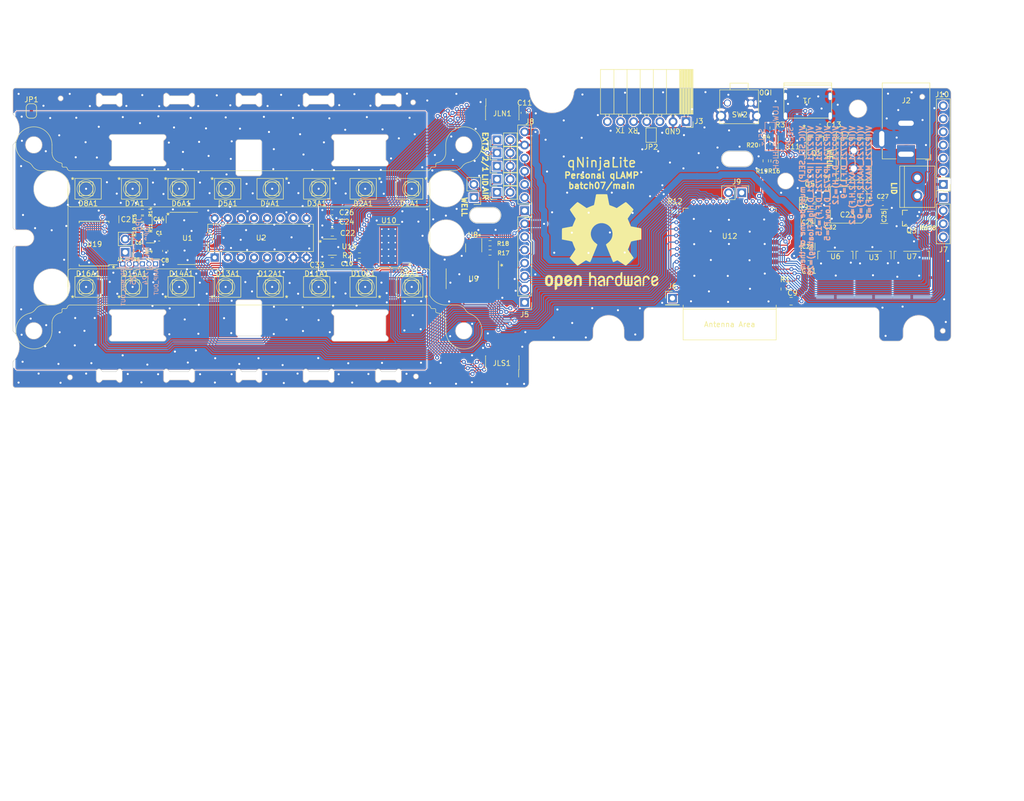
<source format=kicad_pcb>
(kicad_pcb (version 20221018) (generator pcbnew)
  (layers (0 "F.Cu" signal) (31 "B.Cu" signal) (34 "B.Paste" user) (35 "F.Paste" user) (36 "B.SilkS" user "B.Silkscreen") (37 "F.SilkS" user "F.Silkscreen") (38 "B.Mask" user) (39 "F.Mask" user) (44 "Edge.Cuts" user))
  (net 0 "")
  (net 1 "LED_BLANK")
  (net 2 "GNDA")
  (net 3 "3V3D")
  (net 4 "3V3A")
  (net 5 "PD_MUX_OUT")
  (net 6 "Net-(U8-NC)")
  (net 7 "/Photo/AMP_OUT")
  (net 8 "Net-(U8-NO)")
  (net 9 "VCC")
  (net 10 "THERM_R_SWITCH")
  (net 11 "/PhotoMUX/N_PD_OUT15")
  (net 12 "MUX_S3")
  (net 13 "/WELL_HEATER")
  (net 14 "MUX_S2")
  (net 15 "/LID_HEATER")
  (net 16 "MUX_S1")
  (net 17 "VIN_SENSE")
  (net 18 "I2C_SCL")
  (net 19 "MUX_S0")
  (net 20 "I2C_SDA")
  (net 21 "THERM_MUX_OUT")
  (net 22 "Net-(U10A-IREF)")
  (net 23 "THERM_AIR")
  (net 24 "THERM_EXT1")
  (net 25 "THERM_EXT2")
  (net 26 "THERM_EXT3")
  (net 27 "THERM_LID")
  (net 28 "THERM_WELL")
  (net 29 "Net-(J4-Pin_2)")
  (net 30 "/PhotoMUX/N_PD_OUT13")
  (net 31 "GNDD")
  (net 32 "/BOOTMODE")
  (net 33 "/PhotoMUX/N_PD_OUT11")
  (net 34 "/IO4")
  (net 35 "/SD_CS")
  (net 36 "/SD_CLK")
  (net 37 "/SD_MISO")
  (net 38 "VOPT")
  (net 39 "Net-(U12-EN)")
  (net 40 "/SD_MOSI")
  (net 41 "/TP_IRQ")
  (net 42 "5V")
  (net 43 "Net-(Q3-G)")
  (net 44 "Net-(Q5-G)")
  (net 45 "/Power/SELP")
  (net 46 "Net-(J1-CC1)")
  (net 47 "Net-(J1-CC2)")
  (net 48 "Net-(JP10-A)")
  (net 49 "/Power/SEL")
  (net 51 "Net-(Q1-G)")
  (net 52 "/PhotoMUX/N_PD_OUT9")
  (net 53 "/PhotoMUX/N_PD_OUT7")
  (net 54 "/PhotoMUX/N_PD_OUT5")
  (net 55 "/PhotoMUX/N_PD_OUT3")
  (net 56 "/PhotoMUX/N_PD_OUT1")
  (net 57 "/PhotoMUX/S_PD_OUT15")
  (net 58 "/PhotoMUX/S_PD_OUT13")
  (net 59 "/PhotoMUX/S_PD_OUT11")
  (net 60 "/PhotoMUX/S_PD_OUT9")
  (net 61 "/PhotoMUX/S_PD_OUT7")
  (net 62 "/PhotoMUX/S_PD_OUT5")
  (net 63 "/PhotoMUX/S_PD_OUT3")
  (net 64 "/PhotoMUX/S_PD_OUT1")
  (net 65 "SCLK")
  (net 66 "LED_LAT")
  (net 67 "/PhotoLED/S_LED_OUT8")
  (net 68 "/PhotoLED/S_LED_OUT7")
  (net 69 "/PhotoLED/S_LED_OUT6")
  (net 70 "/PhotoLED/S_LED_OUT5")
  (net 71 "/PhotoLED/S_LED_OUT1")
  (net 72 "/PhotoLED/S_LED_OUT2")
  (net 73 "/PhotoLED/S_LED_OUT3")
  (net 74 "/PhotoLED/S_LED_OUT4")
  (net 75 "/PhotoLED/N_LED_OUT5")
  (net 76 "/PhotoLED/N_LED_OUT6")
  (net 77 "/PhotoLED/N_LED_OUT7")
  (net 78 "/PhotoLED/N_LED_OUT8")
  (net 79 "/PhotoLED/N_LED_OUT4")
  (net 80 "/PhotoLED/N_LED_OUT3")
  (net 81 "/PhotoLED/N_LED_OUT2")
  (net 82 "/PhotoLED/N_LED_OUT1")
  (net 83 "NAU_DRDY")
  (net 84 "/TXD")
  (net 85 "/RXD")
  (net 88 "DIVIDED")
  (net 92 "/Power/VIN")
  (net 94 "/Photo/VBG")
  (net 98 "MOSI")
  (net 101 "/TP_CS")
  (net 102 "/LCD_DC{slash}RS")
  (net 103 "/LCD_RESET")
  (net 104 "/LCD_CS")
  (net 110 "Net-(HWELL1-Pin_2)")
  (net 111 "Net-(HLID1-Pin_2)")
  (net 113 "/IO5")
  (net 114 "/IO6")
  (net 115 "/IO16")
  (net 116 "/IO18")
  (net 117 "/IO11")
  (net 118 "/IO12")
  (net 119 "/IO1")
  (net 120 "Net-(J24-Pin_2)")
  (net 121 "Net-(J3-Pin_4)")
  (net 124 "/MISO")
  (footprint "Ninja:TB_SeeedOPL_320110028" (layer "F.Cu") (at 229.68 45.07 -90)
    (fp_text reference "HWELL1" hide)
    (fp_text value "Screw_Terminal_01x02")
  )
  (footprint "Jumper:SolderJumper-2_P1.3mm_Bridged_RoundedPad1.0x1.5mm" (layer "F.Cu") (at 70.57 37.43 -90)
    (fp_text reference "JP1")
    (fp_text value "SolderJumper_2_Bridged")
  )
  (footprint "Package_SO:TSSOP-16_4.4x5mm_P0.65mm" (layer "F.Cu") (at 217.778002 44.3998 -90)
    (fp_text reference "U11")
    (fp_text value "IP2721")
  )
  (footprint "Package_TO_SOT_SMD:SOT-23-5" (layer "F.Cu") (at 128.803378 63.790011)
    (fp_text reference "U14")
    (fp_text value "TCR3DF33,LM(CT")
  )
  (footprint "Capacitor_SMD:C_0805_2012Metric" (layer "F.Cu") (at 128.803378 60.919989)
    (fp_text reference "C22")
    (fp_text value "4.7uF")
  )
  (footprint "Ninja:35TZV100M6.3X8" (layer "F.Cu") (at 228.7 55.62 180)
    (fp_text reference "C23")
    (fp_text value "100uF" hide)
  )
  (footprint "Capacitor_SMD:C_0603_1608Metric" (layer "F.Cu") (at 128.803376 58.85)
    (fp_text reference "C24")
    (fp_text value "0.1uF")
  )
  (footprint "Capacitor_SMD:C_1210_3225Metric" (layer "F.Cu") (at 235.57 57.85)
    (fp_text reference "C25")
    (fp_text value "22uF")
  )
  (footprint "Capacitor_SMD:C_0603_1608Metric" (layer "F.Cu") (at 235.33 55.26)
    (fp_text reference "C27")
    (fp_text value "0.1uF")
  )
  (footprint "Capacitor_SMD:C_1210_3225Metric" (layer "F.Cu") (at 220.82 58.94 -90)
    (fp_text reference "C29")
    (fp_text value "22uF")
  )
  (footprint "Capacitor_SMD:C_0603_1608Metric" (layer "F.Cu") (at 220.94 66.92)
    (fp_text reference "C31")
    (fp_text value "0.1uF")
  )
  (footprint "Capacitor_SMD:C_0805_2012Metric" (layer "F.Cu") (at 128.783376 66.56 180)
    (fp_text reference "C33")
    (fp_text value "4.7uF")
  )
  (footprint "Capacitor_SMD:C_0603_1608Metric" (layer "F.Cu") (at 223.17 40.5)
    (fp_text reference "C13")
    (fp_text value "1uF(<=20V)")
  )
  (footprint "Capacitor_SMD:C_1210_3225Metric" (layer "F.Cu") (at 95.290005 58.409989 90)
    (fp_text reference "C14")
    (fp_text value "22uF")
  )
  (footprint "Ninja:TB_SeeedOPL_320110028" (layer "F.Cu") (at 241.98 50.36 -90)
    (fp_text reference "HLID1" hide)
    (fp_text value "Screw_Terminal_01x02")
  )
  (footprint "Ninja:SSOP-24_5.3x8.2mm_P0.65mm-0.83mil" (layer "F.Cu") (at 82.695999 63.120012 180)
    (fp_text reference "U19")
    (fp_text value "CD74HC4067M96")
  )
  (footprint "Capacitor_SMD:C_0603_1608Metric" (layer "F.Cu") (at 96.4692 64.529992 -90)
    (fp_text reference "C8")
    (fp_text value "DNP")
  )
  (footprint "Capacitor_SMD:C_0603_1608Metric" (layer "F.Cu") (at 165.83 37.8 -90)
    (fp_text reference "C11")
    (fp_text value "0.1uF")
  )
  (footprint "Capacitor_SMD:C_0603_1608Metric" (layer "F.Cu") (at 92.075 62.108)
    (fp_text reference "C6")
    (fp_text value "5pF")
  )
  (footprint "Ninja:SOT-23-8-8.3mil" (layer "F.Cu") (at 156.155441 63.941 -90)
    (fp_text reference "U8")
    (fp_text value "TS12A12511DCNR")
  )
  (footprint "Package_TO_SOT_SMD:SOT-23-5" (layer "F.Cu") (at 93.599 64.529992 180)
    (fp_text reference "U4")
    (fp_text value "LMP7717MF_NOPB")
  )
  (footprint "Resistor_SMD:R_0603_1608Metric" (layer "F.Cu") (at 159.305422 64.83 180)
    (fp_text reference "R17")
    (fp_text value "10k_HP")
  )
  (footprint "Resistor_SMD:R_0603_1608Metric" (layer "F.Cu") (at 159.305422 63.052 180)
    (fp_text reference "R18")
    (fp_text value "47k_HP")
  )
  (footprint "Package_SO:SOIC-16_3.9x9.9mm_P1.27mm" (layer "F.Cu") (at 155.8792 69.92 -90)
    (fp_text reference "U9")
    (fp_text value "SN74LV4051A")
  )
  (footprint "Capacitor_SMD:C_0603_1608Metric" (layer "F.Cu") (at 128.803376 57.05)
    (fp_text reference "C26")
    (fp_text value "0.01uF")
  )
  (footprint "Ninja:SOT95P240X112-3N" (layer "F.Cu") (at 224.072725 51.497725)
    (fp_text reference "Q5")
    (fp_text value "Q_NMOS_GSD")
  )
  (footprint "Ninja:SOT95P240X112-3N" (layer "F.Cu") (at 239.8078 58.1802 180)
    (fp_text reference "Q3")
    (fp_text value "Q_NMOS_GSD")
  )
  (footprint "Ninja:SOT95P240X112-3N" (layer "F.Cu") (at 222.31 43.04 90)
    (fp_text reference "Q1")
    (fp_text value "Q_NMOS_GSD")
  )
  (footprint "Package_SO:HTSSOP-24-1EP_4.4x7.8mm_P0.65mm_EP3.4x7.8mm_Mask2.4x4.68mm_ThermalVias" (layer "F.Cu") (at 139.6775 63.573 180)
    (fp_text reference "U10")
    (fp_text value "TLC5929")
  )
  (footprint "Resistor_SMD:R_0603_1608Metric" (layer "F.Cu") (at 212.66 47.1 90)
    (fp_text reference "R19")
    (fp_text value "100k")
  )
  (footprint "Capacitor_SMD:C_0805_2012Metric" (layer "F.Cu") (at 217.56 74.27 180)
    (fp_text reference "C9")
    (fp_text value "10uF")
  )
  (footprint "Connector_PinHeader_2.54mm:PinHeader_1x02_P2.54mm_Vertical" (layer "F.Cu") (at 156.18 54.190126 180)
    (fp_text reference "TWELL1" hide)
    (fp_text value "Conn_01x02_Male")
  )
  (footprint "Connector_PinHeader_2.54mm:PinHeader_1x02_P2.54mm_Vertical" (layer "F.Cu") (at 160.666124 50.650126 90)
    (fp_text reference "TLID1" hide)
    (fp_text value "Conn_01x02_Male")
  )
  (footprint "Connector_PinHeader_2.54mm:PinHeader_1x02_P2.54mm_Vertical" (layer "F.Cu") (at 160.666124 43.030126 90)
    (fp_text reference "TEXT3" hide)
    (fp_text value "Conn_01x02_Male")
  )
  (footprint "Connector_PinHeader_2.54mm:PinHeader_1x02_P2.54mm_Vertical" (layer "F.Cu") (at 160.666123 45.570126 90)
    (fp_text reference "TEXT2" hide)
    (fp_text value "Conn_01x02_Male")
  )
  (footprint "Connector_PinHeader_2.54mm:PinHeader_1x02_P2.54mm_Vertical" (layer "F.Cu") (at 160.666124 48.110126 90)
    (fp_text reference "TEXT1" hide)
    (fp_text value "Conn_01x02_Male")
  )
  (footprint "Connector_PinHeader_2.54mm:PinHeader_1x02_P2.54mm_Vertical" (layer "F.Cu") (at 160.666124 53.190126 90)
    (fp_text reference "TAIR1" hide)
    (fp_text value "Conn_01x02_Male")
  )
  (footprint "Resistor_SMD:R_0603_1608Metric" (layer "F.Cu") (at 222.2 55.97 180)
    (fp_text reference "R9")
    (fp_text value "47k")
  )
  (footprint "Resistor_SMD:R_0603_1608Metric" (layer "F.Cu") (at 245.02 58.17 90)
    (fp_text reference "R8")
    (fp_text value "47k")
  )
  (footprint "Resistor_SMD:R_0603_1608Metric" (layer "F.Cu") (at 213.999716 40.7212 -90)
    (fp_text reference "R3")
    (fp_text value "5.1k")
  )
  (footprint "Resistor_SMD:R_0603_1608Metric" (layer "F.Cu") (at 213.999716 43.7692 -90)
    (fp_text reference "R4")
    (fp_text value "5.1k")
  )
  (footprint "Resistor_SMD:R_0603_1608Metric" (layer "F.Cu") (at 222.2 54.57)
    (fp_text reference "R7")
    (fp_text value "150")
  )
  (footprint "Resistor_SMD:R_0603_1608Metric" (layer "F.Cu") (at 243.67 58.17 -90)
    (fp_text reference "R6")
    (fp_text value "150")
  )
  (footprint "Resistor_SMD:R_0603_1608Metric" (layer "F.Cu") (at 134.04 65.43 180)
    (fp_text reference "R2")
    (fp_text value "3.3k")
  )
  (footprint "Resistor_SMD:R_0603_1608Metric" (layer "F.Cu") (at 216.13 71.91 -90)
    (fp_text reference "R1")
    (fp_text value "100k")
  )
  (footprint "Resistor_SMD:R_0603_1608Metric" (layer "F.Cu") (at 214.17971 47.1 -90)
    (fp_text reference "R16")
    (fp_text value "100k")
  )
  (footprint "Capacitor_SMD:C_0603_1608Metric" (layer "F.Cu") (at 134.04 67 180)
    (fp_text reference "C10")
    (fp_text value "0.1uF")
  )
  (footprint "Capacitor_SMD:C_1210_3225Metric" (layer "F.Cu") (at 220.82 63.7 90)
    (fp_text reference "C28")
    (fp_text value "22uF")
  )
  (footprint "Capacitor_SMD:C_0603_1608Metric" (layer "F.Cu") (at 223.47 58.94 -90)
    (fp_text reference "C32")
    (fp_text value "0.1uF")
  )
  (footprint "Connector_BarrelJack:BarrelJack_Horizontal" (layer "F.Cu") (at 239.796 45.809811 -90)
    (fp_text reference "J2")
    (fp_text value "Barrel_Jack_Switch")
  )
  (footprint "Connector_PinHeader_2.54mm:PinHeader_1x01_P2.54mm_Vertical" (layer "F.Cu") (at 194.6 73.68)
    (fp_text reference "J6")
    (fp_text value "Conn_01x01_Pin")
  )
  (footprint "Ninja:SFH2200_2201_2240" (layer "F.Cu") (at 125.767219 71.501633 180)
    (fp_text reference "D11A1")
    (fp_text value "D_Photo")
  )
  (footprint "Ninja:SFH2200_2201_2240" (layer "F.Cu") (at 134.767219 52.502054 180)
    (fp_text reference "D2A1")
    (fp_text value "D_Photo")
  )
  (footprint "Ninja:SFH2200_2201_2240" (layer "F.Cu") (at 99.547211 71.501633)
    (fp_text reference "D14A1")
    (fp_text value "D_Photo")
  )
  (footprint "Ninja:SFH2200_2201_2240" (layer "F.Cu") (at 99.547211 52.502054)
    (fp_text reference "D6A1")
    (fp_text value "D_Photo")
  )
  (footprint "Ninja:ALI_USB" (layer "F.Cu") (at 225.108 38.419782 180)
    (fp_text reference "J1")
    (fp_text value "ALI_USB")
  )
  (footprint "Capacitor_SMD:C_1210_3225Metric" (layer "F.Cu") (at 88.859995 58.409989 -90)
    (fp_text reference "C2")
    (fp_text value "22uF")
  )
  (footprint "Package_SO:SOIC-16_3.9x9.9mm_P1.27mm" (layer "F.Cu") (at 100.8 62.11)
    (fp_text reference "U1")
    (fp_text value "NAU7802")
  )
  (footprint "Connector_PinSocket_1.27mm:PinSocket_2x05_P1.27mm_Vertical_SMD" (layer "F.Cu") (at 161.681 86.178 -90)
    (fp_text reference "JLS1")
    (fp_text value "Conn_01x10_Male")
  )
  (footprint "Ninja:SFH2200_2201_2240" (layer "F.Cu") (at 81.547211 71.501633)
    (fp_text reference "D16A1")
    (fp_text value "D_Photo")
  )
  (footprint "Ninja:SFH2200_2201_2240" (layer "F.Cu") (at 116.767219 71.501633 180)
    (fp_text reference "D12A1")
    (fp_text value "D_Photo")
  )
  (footprint "Ninja:SFH2200_2201_2240" (layer "F.Cu") (at 108.547211 71.501633)
    (fp_text reference "D13A1")
    (fp_text value "D_Photo")
  )
  (footprint "Resistor_SMD:R_0603_1608Metric" (layer "F.Cu") (at 92.075 59.568 180)
    (fp_text reference "R11")
    (fp_text value "47k_HP")
  )
  (footprint "Resistor_SMD:R_0603_1608Metric" (layer "F.Cu") (at 92.075 57.028 180)
    (fp_text reference "R14")
    (fp_text value "10k")
  )
  (footprint "Ninja:SFH2200_2201_2240" (layer "F.Cu") (at 116.767219 52.502054 180)
    (fp_text reference "D4A1")
    (fp_text value "D_Photo")
  )
  (footprint "Ninja:SFH2200_2201_2240" (layer "F.Cu") (at 108.547211 52.502054)
    (fp_text reference "D5A1")
    (fp_text value "D_Photo")
  )
  (footprint "Connector_PinHeader_2.54mm:PinHeader_1x02_P2.54mm_Vertical" (layer "F.Cu") (at 208 53.27 -90)
    (fp_text reference "J9")
    (fp_text value "Conn_01x02_Pin")
  )
  (footprint "Jumper:SolderJumper-2_P1.3mm_Open_TrianglePad1.0x1.5mm" (layer "F.Cu") (at 190.48 42.1 -90)
    (fp_text reference "JP2")
    (fp_text value "Jumper_2_Bridged")
  )
  (footprint "Capacitor_SMD:C_0805_2012Metric" (layer "F.Cu") (at 225.15 42.17 90)
    (fp_text reference "C17")
    (fp_text value "10uF(<=20V)")
  )
  (footprint "Ninja:SW_TH_Tactile_alps_SKHHLPA010" (layer "F.Cu") (at 205.25 35.9)
    (fp_text reference "SW2")
    (fp_text value "TACTILE_4")
  )
  (footprint "Resistor_SMD:R_0603_1608Metric" (layer "F.Cu") (at 195.06 56.93 90)
    (fp_text reference "R12")
    (fp_text value "100k")
  )
  (footprint "Connector_PinSocket_2.54mm:PinSocket_1x07_P2.54mm_Horizontal" (layer "F.Cu") (at 197.25 39.5 -90)
    (fp_text reference "J3")
    (fp_text value "Conn_01x07_Male")
  )
  (footprint "Resistor_SMD:R_0603_1608Metric" (layer "F.Cu") (at 212 44.08 90)
    (fp_text reference "R20")
    (fp_text value "10k")
  )
  (footprint "Ninja:SFH2200_2201_2240" (layer "F.Cu") (at 90.547211 71.501633)
    (fp_text reference "D15A1")
    (fp_text value "D_Photo")
  )
  (footprint "Ninja:SFH2200_2201_2240" (layer "F.Cu") (at 125.767219 52.502054 180)
    (fp_text reference "D3A1")
    (fp_text value "D_Photo")
  )
  (footprint "Connector_PinHeader_2.54mm:PinHeader_1x04_P2.54mm_Vertical" (layer "F.Cu") (at 247.000124 54.190126)
    (fp_text reference "J7")
    (fp_text value "Conn_01x04_Male")
  )
  (footprint "Connector_PinSocket_1.27mm:PinSocket_2x05_P1.27mm_Vertical_SMD" (layer "F.Cu") (at 161.681 37.822 90)
    (fp_text reference "JLN1")
    (fp_text value "Conn_01x10_Male")
  )
  (footprint "Connector_PinHeader_2.54mm:PinHeader_1x07_P2.54mm_Vertical" (layer "F.Cu") (at 166.000124 56.730126 180)
    (fp_text reference "J8")
    (fp_text value "Conn_01x07_Male")
  )
  (footprint "Ninja:ESP32-S3-WROOM-1" (layer "F.Cu") (at 205.68 66.006 180)
    (fp_text reference "U12")
    (fp_text value "ESP32-­S3-­WROOM­-1")
  )
  (footprint "Capacitor_SMD:C_0603_1608Metric" (layer "F.Cu") (at 95.290005 62.108 180)
    (fp_text reference "C1")
    (fp_text value "0.1uF")
  )
  (footprint "Resistor_SMD:R_0603_1608Metric" (layer "F.Cu") (at 92.075 58.298)
    (fp_text reference "R15")
    (fp_text value "100k")
  )
  (footprint "Symbol:OSHW-Logo2_24.3x20mm_SilkScreen" (layer "F.Cu") (at 180.91 62.799982)
    (fp_text reference "REF**" hide)
    (fp_text value "OSHW-Logo2_24.3x20mm_SilkScreen" hide)
  )
  (footprint "Ninja:SFH2200_2201_2240" (layer "F.Cu") (at 143.767219 71.501633 180)
    (fp_text reference "D9A1")
    (fp_text value "D_Photo")
  )
  (footprint "Ninja:REG_TO252-3" (layer "F.Cu") (at 226.12 66.87 -90)
    (fp_text reference "U6")
    (fp_text value "BA178M05FP-E2")
  )
  (footprint "Ninja:REG_TO252-3-INV" (layer "F.Cu") (at 240.9 66.87 -90)
    (fp_text reference "U7")
    (fp_text value "BD433M5FP-CE2")
  )
  (footprint "Package_DIP:DIP-16_W7.62mm" (layer "F.Cu") (at 106.029989 65.809999 90)
    (fp_text reference "U2")
    (fp_text value "NAU7802")
  )
  (footprint "Resistor_SMD:R_0603_1608Metric" (layer "F.Cu") (at 92.075 60.838 180)
    (fp_text reference "R10")
    (fp_text value "47k_HP")
  )
  (footprint "Ninja:REG_TO252-3" (layer "F.Cu") (at 233.51 66.87 -90)
    (fp_text reference "U3")
    (fp_text value "BD433M5FP-CE2")
  )
  (footprint "Resistor_SMD:R_0603_1608Metric" (layer "F.Cu") (at 90.932 64.529992 90)
    (fp_text reference "R5")
    (fp_text value "10M")
  )
  (footprint "Ninja:SFH2200_2201_2240" (layer "F.Cu") (at 90.547211 52.502054)
    (fp_text reference "D7A1")
    (fp_text value "D_Photo")
  )
  (footprint "Ninja:SFH2200_2201_2240" (layer "F.Cu") (at 143.767219 52.502054 180)
    (fp_text reference "D1A1")
    (fp_text value "D_Photo")
  )
  (footprint "Ninja:SFH2200_2201_2240" (layer "F.Cu") (at 81.547211 52.502054)
    (fp_text reference "D8A1")
    (fp_text value "D_Photo")
  )
  (footprint "Connector_PinHeader_2.54mm:PinHeader_1x07_P2.54mm_Vertical" (layer "F.Cu") (at 247.000124 51.650126 180)
    (fp_text reference "J10")
    (fp_text value "Conn_01x07_Pin")
  )
  (footprint "Connector_PinHeader_2.54mm:PinHeader_1x02_P2.54mm_Vertical" (layer "F.Cu") (at 88.71999 64.785008 180)
    (fp_text reference "J4")
    (fp_text value "Conn_01x02_Male")
  )
  (footprint "Ninja:SFH2200_2201_2240" (layer "F.Cu") (at 134.767219 71.501633 180)
    (fp_text reference "D10A1")
    (fp_text value "D_Photo")
  )
  (footprint "Connector_PinHeader_2.54mm:PinHeader_1x07_P2.54mm_Vertical" (layer "F.Cu") (at 166.000124 74.510126 180)
    (fp_text reference "J5")
    (fp_text value "Conn_01x07_Male")
  )
  (footprint "Connector_PinHeader_1.27mm:PinHeader_1x01_P1.27mm_Vertical" (layer "B.Cu") (at 88.24 67.05 180)
    (fp_text reference "J13" hide)
    (fp_text value "Conn_01x01_Male")
  )
  (footprint "Connector_PinHeader_1.27mm:PinHeader_1x01_P1.27mm_Vertical" (layer "B.Cu") (at 94.59 67.05)
    (fp_text reference "J16" hide)
    (fp_text value "Conn_01x01_Male")
  )
  (footprint "Jumper:SolderJumper-3_P2.0mm_Open_TrianglePad1.0x1.5mm" (layer "B.Cu") (at 91.240013 63.555994 -90)
    (fp_text reference "JP6")
    (fp_text value "Jumper_3_Open")
  )
  (footprint "Jumper:SolderJumper-3_P2.0mm_Open_TrianglePad1.0x1.5mm" (layer "B.Cu") (at 213.457197 42.390005 90)
    (fp_text reference "JP9" hide)
    (fp_text value "Jumper_3_Open")
  )
  (footprint "Connector_PinHeader_1.27mm:PinHeader_1x02_P1.27mm_Vertical" (layer "B.Cu") (at 90.78 67.05 90)
    (fp_text reference "J25")
    (fp_text value "Conn_01x02_Male")
  )
  (footprint "Connector_PinHeader_1.27mm:PinHeader_1x02_P1.27mm_Vertical" (layer "B.Cu") (at 92.05 67.05 -90)
    (fp_text reference "J24")
    (fp_text value "Conn_01x02_Male")
  )
  (footprint "Jumper:SolderJumper-3_P2.0mm_Open_TrianglePad1.0x1.5mm" (layer "B.Cu") (at 215.599713 42.390005 90)
    (fp_text reference "JP10" hide)
    (fp_text value "Jumper_3_Open")
  )
  (gr_line (start 147.657227 71.5) (end 147.657227 52.5) (stroke (width 0.1)) (layer "F.SilkS"))
  (gr_arc (start 69.793791 47.266166) (mid 70.342036 47.588133) (end 70.761537 48.065895) (stroke (width 0.1)) (layer "F.SilkS"))
  (gr_arc (start 71.379757 75.828755) (mid 70.875446 76.315745) (end 70.234047 76.598743) (stroke (width 0.1)) (layer "F.SilkS"))
  (gr_circle (center 126.157202 71.501637) (end 124.407202 71.501637) (stroke (width 0.1)) (fill none) (layer "F.SilkS"))
  (gr_arc (start 69.793791 47.266166) (mid 69.08849 41.115523) (end 74.563915 44.004758) (stroke (width 0.1)) (layer "F.SilkS"))
  (gr_arc (start 147.886139 48.404914) (mid 147.9593 48.332084) (end 148.059038 48.305442) (stroke (width 0.1)) (layer "F.SilkS"))
  (gr_arc (start 76.497682 75.898256) (mid 76.556275 75.756857) (end 76.697682 75.698256) (stroke (width 0.1)) (layer "F.SilkS"))
  (gr_arc (start 76.712016 48.305442) (mid 76.570569 48.246872) (end 76.512016 48.105442) (stroke (width 0.1)) (layer "F.SilkS"))
  (gr_arc (start 77.428279 75.598784) (mid 77.355119 75.671621) (end 77.25538 75.698256) (stroke (width 0.1)) (layer "F.SilkS"))
  (gr_arc (start 77.428293 48.404914) (mid 77.500885 48.541699) (end 77.562683 48.683688) (stroke (width 0.1)) (layer "F.SilkS"))
  (gr_arc (start 72.455067 49.001961) (mid 71.487577 48.752355) (end 70.761537 48.065895) (stroke (width 0.1)) (layer "F.SilkS"))
  (gr_circle (center 144.157216 52.502061) (end 145.907216 52.502061) (stroke (width 0.1)) (fill none) (layer "F.SilkS"))
  (gr_arc (start 71.379757 75.828755) (mid 72.090257 75.220428) (end 72.999668 75.001737) (stroke (width 0.1)) (layer "F.SilkS"))
  (gr_line (start 76.512016 47.717688) (end 76.512016 48.105442) (stroke (width 0.1)) (layer "F.SilkS"))
  (gr_arc (start 149.18281 76.546221) (mid 150.310072 77.246869) (end 150.750503 78.49894) (stroke (width 0.1)) (layer "F.SilkS"))
  (gr_arc (start 74.563643 49.001961) (mid 76.369243 49.50368) (end 77.657216 50.86495) (stroke (width 0.1)) (layer "F.SilkS"))
  (gr_line (start 74.563901 78.49894) (end 74.563901 79.99894) (stroke (width 0.1)) (layer "F.SilkS"))
  (gr_line (start 147.657202 68.501637) (end 147.657202 73.138748) (stroke (width 0.1)) (layer "F.SilkS"))
  (gr_line (start 148.816736 48.105442) (end 148.816736 47.712572) (stroke (width 0.1)) (layer "F.SilkS"))
  (gr_arc (start 77.562669 75.32001) (mid 77.500877 75.462002) (end 77.428279 75.598784) (stroke (width 0.1)) (layer "F.SilkS"))
  (gr_line (start 72.999668 75.001737) (end 74.563629 75.001737) (stroke (width 0.1)) (layer "F.SilkS"))
  (gr_arc (start 147.751749 48.683688) (mid 147.568034 48.914883) (end 147.285904 49.002061) (stroke (width 0.1)) (layer "F.SilkS"))
  (gr_arc (start 76.131608 47.457477) (mid 75.004337 46.756834) (end 74.563915 45.504758) (stroke (width 0.1)) (layer "F.SilkS"))
  (gr_line (start 74.563915 44.004758) (end 74.563915 45.504758) (stroke (width 0.1)) (layer "F.SilkS"))
  (gr_line (start 78.028528 49.002061) (end 147.285904 49.002061) (stroke (width 0.1)) (layer "F.SilkS"))
  (gr_circle (center 108.157202 71.501637) (end 106.407202 71.501637) (stroke (width 0.1)) (fill none) (layer "F.SilkS"))
  (gr_line (start 77.657216 55.502061) (end 77.657216 50.86495) (stroke (width 0.1)) (layer "F.SilkS"))
  (gr_circle (center 90.157216 52.502061) (end 91.907216 52.502061) (stroke (width 0.1)) (fill none) (layer "F.SilkS"))
  (gr_line (start 152.31475 49.001961) (end 150.750789 49.001961) (stroke (width 0.1)) (layer "F.SilkS"))
  (gr_line (start 77.657202 73.138748) (end 77.657202 68.501637) (stroke (width 0.1)) (layer "F.SilkS"))
  (gr_arc (start 147.751749 48.683688) (mid 147.813542 48.541697) (end 147.886139 48.404914) (stroke (width 0.1)) (layer "F.SilkS"))
  (gr_arc (start 149.18281 76.546221) (mid 149.057398 76.514167) (end 148.934323 76.474066) (stroke (width 0.1)) (layer "F.SilkS"))
  (gr_arc (start 78.028528 49.002061) (mid 77.7464 48.914872) (end 77.562683 48.683688) (stroke (width 0.1)) (layer "F.SilkS"))
  (gr_arc (start 76.36417 76.479751) (mid 76.248887 76.516503) (end 76.131594 76.546221) (stroke (width 0.1)) (layer "F.SilkS"))
  (gr_arc (start 150.750517 44.004758) (mid 156.412151 41.252139) (end 155.080371 47.404955) (stroke (width 0.1)) (layer "F.SilkS"))
  (gr_circle (center 135.157202 71.501637) (end 133.407202 71.501637) (stroke (width 0.1)) (fill none) (layer "F.SilkS"))
  (gr_arc (start 155.520627 76.737532) (mid 154.972379 76.415568) (end 154.552881 75.937803) (stroke (width 0.1)) (layer "F.SilkS"))
  (gr_arc (start 74.563901 79.99894) (mid 68.902231 82.751571) (end 70.234047 76.598743) (stroke (width 0.1)) (layer "F.SilkS"))
  (gr_circle (center 117.157216 52.502061) (end 118.907216 52.502061) (stroke (width 0.1)) (fill none) (layer "F.SilkS"))
  (gr_line (start 147.157216 56.002061) (end 78.157216 56.002061) (stroke (width 0.1)) (layer "F.SilkS"))
  (gr_circle (center 117.157202 71.501637) (end 115.407202 71.501637) (stroke (width 0.1)) (fill none) (layer "F.SilkS"))
  (gr_arc (start 74.563901 78.49894) (mid 75.0043 77.246844) (end 76.131594 76.546221) (stroke (width 0.1)) (layer "F.SilkS"))
  (gr_arc (start 147.157202 68.001637) (mid 147.510741 68.148087) (end 147.657202 68.501637) (stroke (width 0.1)) (layer "F.SilkS"))
  (gr_arc (start 155.520627 76.737532) (mid 156.225919 82.888183) (end 150.750503 79.99894) (stroke (width 0.1)) (layer "F.SilkS"))
  (gr_circle (center 90.157202 71.501637) (end 88.407202 71.501637) (stroke (width 0.1)) (fill none) (layer "F.SilkS"))
  (gr_line (start 150.750775 75.001737) (end 152.859351 75.001737) (stroke (width 0.1)) (layer "F.SilkS"))
  (gr_line (start 147.657216 50.86495) (end 147.657216 55.502061) (stroke (width 0.1)) (layer "F.SilkS"))
  (gr_arc (start 150.750775 75.001737) (mid 148.945168 74.500025) (end 147.657202 73.138748) (stroke (width 0.1)) (layer "F.SilkS"))
  (gr_circle (center 99.157202 71.501637) (end 97.407202 71.501637) (stroke (width 0.1)) (fill none) (layer "F.SilkS"))
  (gr_line (start 76.712016 48.305442) (end 77.255394 48.305442) (stroke (width 0.1)) (layer "F.SilkS"))
  (gr_circle (center 135.157216 52.502061) (end 136.907216 52.502061) (stroke (width 0.1)) (fill none) (layer "F.SilkS"))
  (gr_arc (start 148.059024 75.698256) (mid 147.959285 75.671619) (end 147.886125 75.598784) (stroke (width 0.1)) (layer "F.SilkS"))
  (gr_circle (center 108.157216 52.502061) (end 109.907216 52.502061) (stroke (width 0.1)) (fill none) (layer "F.SilkS"))
  (gr_line (start 148.059038 48.305442) (end 148.616736 48.305442) (stroke (width 0.1)) (layer "F.SilkS"))
  (gr_arc (start 153.934661 48.174943) (mid 154.438974 47.687957) (end 155.080371 47.404955) (stroke (width 0.1)) (layer "F.SilkS"))
  (gr_arc (start 150.750517 45.504758) (mid 150.31012 46.75686) (end 149.182824 47.457477) (stroke (width 0.1)) (layer "F.SilkS"))
  (gr_arc (start 148.816736 47.712572) (mid 148.853505 47.597044) (end 148.950248 47.523947) (stroke (width 0.1)) (layer "F.SilkS"))
  (gr_circle (center 144.157202 71.501637) (end 142.407202 71.501637) (stroke (width 0.1)) (fill none) (layer "F.SilkS"))
  (gr_line (start 150.750517 45.504758) (end 150.750517 44.004758) (stroke (width 0.1)) (layer "F.SilkS"))
  (gr_line (start 76.497682 75.898256) (end 76.497682 76.291126) (stroke (width 0.1)) (layer "F.SilkS"))
  (gr_arc (start 148.950248 47.523947) (mid 149.06553 47.48719) (end 149.182824 47.457477) (stroke (width 0.1)) (layer "F.SilkS"))
  (gr_arc (start 76.131608 47.457477) (mid 76.25702 47.489532) (end 76.380095 47.529632) (stroke (width 0.1)) (layer "F.SilkS"))
  (gr_arc (start 147.28589 75.001637) (mid 147.56801 75.088833) (end 147.751735 75.32001) (stroke (width 0.1)) (layer "F.SilkS"))
  (gr_arc (start 148.602402 75.698256) (mid 148.743838 75.756833) (end 148.802402 75.898256) (stroke (width 0.1)) (layer "F.SilkS"))
  (gr_arc (start 76.497682 76.291126) (mid 76.460915 76.406658) (end 76.36417 76.479751) (stroke (width 0.1)) (layer "F.SilkS"))
  (gr_arc (start 152.859351 75.001737) (mid 153.826868 75.251312) (end 154.552881 75.937803) (stroke (width 0.1)) (layer "F.SilkS"))
  (gr_arc (start 77.562669 75.32001) (mid 77.746386 75.088823) (end 78.028514 75.001637) (stroke (width 0.1)) (layer "F.SilkS"))
  (gr_arc (start 147.657216 55.502061) (mid 147.510784 55.855645) (end 147.157216 56.002061) (stroke (width 0.1)) (layer "F.SilkS"))
  (gr_circle (center 99.157216 52.502061) (end 100.907216 52.502061) (stroke (width 0.1)) (fill none) (layer "F.SilkS"))
  (gr_arc (start 153.934661 48.174943) (mid 153.224155 48.783241) (end 152.31475 49.001961) (stroke (width 0.1)) (layer "F.SilkS"))
  (gr_line (start 77.657214 52.5) (end 77.657214 71.5) (stroke (width 0.1)) (layer "F.SilkS"))
  (gr_arc (start 147.886125 75.598784) (mid 147.813533 75.461999) (end 147.751735 75.32001) (stroke (width 0.1)) (layer "F.SilkS"))
  (gr_line (start 74.563643 49.001961) (end 72.455067 49.001961) (stroke (width 0.1)) (layer "F.SilkS"))
  (gr_arc (start 148.816736 48.105442) (mid 148.758145 48.246849) (end 148.616736 48.305442) (stroke (width 0.1)) (layer "F.SilkS"))
  (gr_line (start 78.157202 68.001637) (end 147.157202 68.001637) (stroke (width 0.1)) (layer "F.SilkS"))
  (gr_arc (start 148.934323 76.474066) (mid 148.838666 76.400868) (end 148.802402 76.28601) (stroke (width 0.1)) (layer "F.SilkS"))
  (gr_arc (start 77.255394 48.305442) (mid 77.355126 48.332086) (end 77.428293 48.404914) (stroke (width 0.1)) (layer "F.SilkS"))
  (gr_line (start 77.25538 75.698256) (end 76.697682 75.698256) (stroke (width 0.1)) (layer "F.SilkS"))
  (gr_arc (start 76.380095 47.529632) (mid 76.475744 47.602833) (end 76.512016 47.717688) (stroke (width 0.1)) (layer "F.SilkS"))
  (gr_circle (center 81.157216 52.502061) (end 82.907216 52.502061) (stroke (width 0.1)) (fill none) (layer "F.SilkS"))
  (gr_arc (start 78.157216 56.002061) (mid 77.803666 55.855618) (end 77.657216 55.502061) (stroke (width 0.1)) (layer "F.SilkS"))
  (gr_line (start 148.802402 76.28601) (end 148.802402 75.898256) (stroke (width 0.1)) (layer "F.SilkS"))
  (gr_arc (start 147.657216 50.86495) (mid 148.945183 49.503677) (end 150.750789 49.001961) (stroke (width 0.1)) (layer "F.SilkS"))
  (gr_line (start 147.28589 75.001637) (end 78.028514 75.001637) (stroke (width 0.1)) (layer "F.SilkS"))
  (gr_line (start 148.602402 75.698256) (end 148.059024 75.698256) (stroke (width 0.1)) (layer "F.SilkS"))
  (gr_circle (center 81.157202 71.501637) (end 79.407202 71.501637) (stroke (width 0.1)) (fill none) (layer "F.SilkS"))
  (gr_line (start 150.750503 79.99894) (end 150.750503 78.49894) (stroke (width 0.1)) (layer "F.SilkS"))
  (gr_arc (start 77.657202 73.138748) (mid 76.369237 74.500029) (end 74.563629 75.001737) (stroke (width 0.1)) (layer "F.SilkS"))
  (gr_arc (start 77.657202 68.501637) (mid 77.803636 68.14806) (end 78.157202 68.001637) (stroke (width 0.1)) (layer "F.SilkS"))
  (gr_circle (center 126.157216 52.502061) (end 127.907216 52.502061) (stroke (width 0.1)) (fill none) (layer "F.SilkS"))
  (gr_line (start 111.357157 87.898251) (end 111.003604 87.544698) (stroke (width 0.1)) (layer "Edge.Cuts"))
  (gr_line (start 96.15005 36.101749) (end 96.15005 34.501749) (stroke (width 0.1)) (layer "Edge.Cuts"))
  (gr_line (start 247.5 33) (end 176.521404 33) (stroke (width 0.1)) (layer "Edge.Cuts"))
  (gr_arc (start 111.003604 36.455302) (mid 110.45875 36.563636) (end 110.15005 36.10175) (stroke (width 0.1)) (layer "Edge.Cuts"))
  (gr_line (start 110.15005 36.101749) (end 110.15005 34.501749) (stroke (width 0.1)) (layer "Edge.Cuts"))
  (gr_line (start 87.296497 87.544698) (end 86.942944 87.898251) (stroke (width 0.1)) (layer "Edge.Cuts"))
  (gr_line (start 88.15005 36.101749) (end 88.15005 34.501749) (stroke (width 0.1)) (layer "Edge.Cuts"))
  (gr_arc (start 97.003603 89.851804) (mid 96.458668 89.960244) (end 96.15005 89.498251) (stroke (width 0.1)) (layer "Edge.Cuts"))
  (gr_line (start 138.357157 34.501749) (end 140.942944 34.501749) (stroke (width 0.1)) (layer "Edge.Cuts"))
  (gr_circle (center 74.535995 52.499993) (end 78.035996 52.499993) (stroke (width 0.1)) (fill none) (layer "Edge.Cuts"))
  (gr_line (start 124.357157 34.501749) (end 127.942944 34.501749) (stroke (width 0.1)) (layer "Edge.Cuts"))
  (gr_circle (center 71.036 44) (end 69.436 44) (stroke (width 0.1)) (fill none) (layer "Edge.Cuts"))
  (gr_line (start 179.245124 81) (end 179.245124 79.999126) (stroke (width 0.1)) (layer "Edge.Cuts"))
  (gr_line (start 115.15005 89.498251) (end 115.15005 87.898251) (stroke (width 0.1)) (layer "Edge.Cuts"))
  (gr_line (start 208.64 45.22) (end 205.64 45.22) (stroke (width 0.2)) (layer "Edge.Cuts"))
  (gr_arc (start 110.15005 87.89825) (mid 110.45873 87.436318) (end 111.003604 87.544698) (stroke (width 0.1)) (layer "Edge.Cuts"))
  (gr_arc (start 67 80.014379) (mid 68.245132 82.999127) (end 67 85.983872) (stroke (width 0.1)) (layer "Edge.Cuts"))
  (gr_arc (start 87.296497 87.544698) (mid 87.841445 87.436287) (end 88.15005 87.898251) (stroke (width 0.1)) (layer "Edge.Cuts"))
  (gr_line (start 129.13505 81.998251) (end 139.13505 81.998251) (stroke (width 0.1)) (layer "Edge.Cuts"))
  (gr_line (start 138.357157 87.898251) (end 138.003604 87.544698) (stroke (width 0.1)) (layer "Edge.Cuts"))
  (gr_arc (start 114.636 74) (mid 114.989553 74.146447) (end 115.136 74.5) (stroke (width 0.1)) (layer "Edge.Cuts"))
  (gr_line (start 113.942944 89.498251) (end 114.296497 89.851805) (stroke (width 0.1)) (layer "Edge.Cuts"))
  (gr_line (start 140.942944 87.898251) (end 138.357157 87.898251) (stroke (width 0.1)) (layer "Edge.Cuts"))
  (gr_arc (start 235.6 82) (mid 234.892893 81.707107) (end 234.6 81) (stroke (width 0.1)) (layer "Edge.Cuts"))
  (gr_arc (start 141.296497 87.544698) (mid 141.841445 87.436287) (end 142.15005 87.898251) (stroke (width 0.1)) (layer "Edge.Cuts"))
  (gr_line (start 139.13505 46.894642) (end 139.488604 47.248195) (stroke (width 0.1)) (layer "Edge.Cuts"))
  (gr_line (start 128.781497 76.751805) (end 129.13505 77.105358) (stroke (width 0.1)) (layer "Edge.Cuts"))
  (gr_arc (start 129.13505 81.99825) (mid 128.673197 81.6896) (end 128.781497 81.144698) (stroke (width 0.1)) (layer "Edge.Cuts"))
  (gr_line (start 111.003604 89.851805) (end 111.357157 89.498251) (stroke (width 0.1)) (layer "Edge.Cuts"))
  (gr_arc (start 139.13505 75.89825) (mid 139.597077 76.206916) (end 139.488604 76.751805) (stroke (width 0.1)) (layer "Edge.Cuts"))
  (gr_line (start 110.136 49.5) (end 110.136 43.5) (stroke (width 0.1)) (layer "Edge.Cuts"))
  (gr_arc (start 128.781497 76.751804) (mid 128.673164 76.206949) (end 129.13505 75.898251) (stroke (width 0.1)) (layer "Edge.Cuts"))
  (gr_line (start 239.245124 81) (end 239.245124 79.999126) (stroke (width 0.1)) (layer "Edge.Cuts"))
  (gr_line (start 235.6 82) (end 238.245124 82) (stroke (width 0.1)) (layer "Edge.Cuts"))
  (gr_line (start 96.13505 80.791145) (end 96.13505 77.105358) (stroke (width 0.1)) (layer "Edge.Cuts"))
  (gr_line (start 245.245124 79.999126) (end 245.245124 81) (stroke (width 0.1)) (layer "Edge.Cuts"))
  (gr_line (start 96.488604 81.144698) (end 96.13505 80.791145) (stroke (width 0.1)) (layer "Edge.Cuts"))
  (gr_arc (start 139.13505 42.001749) (mid 139.596998 42.310386) (end 139.488603 42.855302) (stroke (width 0.1)) (layer "Edge.Cuts"))
  (gr_line (start 67 85.983872) (end 67 90.5) (stroke (width 0.1)) (layer "Edge.Cuts"))
  (gr_arc (start 96.13505 75.89825) (mid 96.597077 76.206916) (end 96.488604 76.751805) (stroke (width 0.1)) (layer "Edge.Cuts"))
  (gr_line (start 96.15005 87.898251) (end 96.15005 89.498251) (stroke (width 0.1)) (layer "Edge.Cuts"))
  (gr_line (start 127.942944 36.101749) (end 124.357157 36.101749) (stroke (width 0.1)) (layer "Edge.Cuts"))
  (gr_line (start 114.636 81) (end 110.636 81) (stroke (width 0.1)) (layer "Edge.Cuts"))
  (gr_arc (start 111.003603 89.851804) (mid 110.458668 89.960244) (end 110.15005 89.498251) (stroke (width 0.1)) (layer "Edge.Cuts"))
  (gr_line (start 97.357157 87.898251) (end 97.003604 87.544698) (stroke (width 0.1)) (layer "Edge.Cuts"))
  (gr_arc (start 110.636 81) (mid 110.282447 80.853553) (end 110.136 80.5) (stroke (width 0.1)) (layer "Edge.Cuts"))
  (gr_line (start 140.942944 36.101749) (end 138.357157 36.101749) (stroke (width 0.1)) (layer "Edge.Cuts"))
  (gr_line (start 139.13505 42.001749) (end 129.13505 42.001749) (stroke (width 0.1)) (layer "Edge.Cuts"))
  (gr_arc (start 110.136 74.5) (mid 110.282447 74.146447) (end 110.636 74) (stroke (width 0.1)) (layer "Edge.Cuts"))
  (gr_line (start 85.781497 76.751805) (end 86.13505 77.105358) (stroke (width 0.1)) (layer "Edge.Cuts"))
  (gr_arc (start 142.15005 36.101749) (mid 141.8414 36.563603) (end 141.296497 36.455302) (stroke (width 0.1)) (layer "Edge.Cuts"))
  (gr_line (start 139.13505 80.791145) (end 139.13505 77.105358) (stroke (width 0.1)) (layer "Edge.Cuts"))
  (gr_line (start 123.15005 36.101749) (end 123.15005 34.501749) (stroke (width 0.1)) (layer "Edge.Cuts"))
  (gr_line (start 86.942944 34.501749) (end 84.357157 34.501749) (stroke (width 0.1)) (layer "Edge.Cuts"))
  (gr_arc (start 86.13505 48.101749) (mid 85.673024 47.793083) (end 85.781497 47.248196) (stroke (width 0.1)) (layer "Edge.Cuts"))
  (gr_arc (start 247.5 33) (mid 248.207107 33.292893) (end 248.5 34) (stroke (width 0.1)) (layer "Edge.Cuts"))
  (gr_line (start 96.13505 75.898251) (end 86.13505 75.898251) (stroke (width 0.1)) (layer "Edge.Cuts"))
  (gr_line (start 129.15005 89.498251) (end 129.15005 87.898251) (stroke (width 0.1)) (layer "Edge.Cuts"))
  (gr_line (start 139.13505 75.898251) (end 129.13505 75.898251) (stroke (width 0.1)) (layer "Edge.Cuts"))
  (gr_line (start 185.245124 79.999126) (end 185.245124 81) (stroke (width 0.1)) (layer "Edge.Cuts"))
  (gr_line (start 165.968845 33) (end 67.5 33) (stroke (width 0.1)) (layer "Edge.Cuts"))
  (gr_line (start 189.1 81) (end 189.1 76.5) (stroke (width 0.1)) (layer "Edge.Cuts"))
  (gr_line (start 102.15005 89.498251) (end 102.15005 87.898251) (stroke (width 0.1)) (layer "Edge.Cuts"))
  (gr_line (start 129.15005 34.501749) (end 129.15005 36.101749) (stroke (width 0.1)) (layer "Edge.Cuts"))
  (gr_arc (start 186.245124 82) (mid 185.538002 81.707115) (end 185.245124 81) (stroke (width 0.1)) (layer "Edge.Cuts"))
  (gr_arc (start 114.636 43) (mid 114.989553 43.146447) (end 115.136 43.5) (stroke (width 0.1)) (layer "Edge.Cuts"))
  (gr_arc (start 67 38.014379) (mid 68.245132 40.999127) (end 67 43.983872) (stroke (width 0.1)) (layer "Edge.Cuts"))
  (gr_arc (start 88.15005 89.49825) (mid 87.841385 89.960276) (end 87.296497 89.851805) (stroke (width 0.1)) (layer "Edge.Cuts"))
  (gr_line (start 113.942944 87.898251) (end 111.357157 87.898251) (stroke (width 0.1)) (layer "Edge.Cuts"))
  (gr_circle (center 74.536 71.5) (end 78.036 71.5) (stroke (width 0.1)) (fill none) (layer "Edge.Cuts"))
  (gr_line (start 124.357157 36.101749) (end 124.003604 36.455302) (stroke (width 0.1)) (layer "Edge.Cuts"))
  (gr_line (start 96.488604 42.855302) (end 96.13505 43.208855) (stroke (width 0.1)) (layer "Edge.Cuts"))
  (gr_line (start 186.245124 82) (end 188.1 82) (stroke (width 0.1)) (layer "Edge.Cuts"))
  (gr_line (start 84.357157 36.101749) (end 86.942944 36.101749) (stroke (width 0.1)) (layer "Edge.Cuts"))
  (gr_circle (center 71.036 80) (end 69.436 80) (stroke (width 0.1)) (fill none) (layer "Edge.Cuts"))
  (gr_arc (start 114.296497 87.544698) (mid 114.841445 87.436287) (end 115.15005 87.898251) (stroke (width 0.1)) (layer "Edge.Cuts"))
  (gr_circle (center 150.778441 52.5) (end 154.278441 52.5) (stroke (width 0.1)) (fill none) (layer "Edge.Cuts"))
  (gr_arc (start 84.003603 89.851804) (mid 83.458668 89.960244) (end 83.15005 89.498251) (stroke (width 0.1)) (layer "Edge.Cuts"))
  (gr_line (start 139.488604 81.144698) (end 139.13505 80.791145) (stroke (width 0.1)) (layer "Edge.Cuts"))
  (gr_line (start 128.781497 47.248195) (end 129.13505 46.894642) (stroke (width 0.1)) (layer "Edge.Cuts"))
  (gr_line (start 97.357157 34.501749) (end 100.942944 34.501749) (stroke (width 0.1)) (layer "Edge.Cuts"))
  (gr_line (start 84.357157 87.898251) (end 84.003604 87.544698) (stroke (width 0.1)) (layer "Edge.Cuts"))
  (gr_arc (start 179.245124 79.999126) (mid 182.245124 76.999126) (end 185.245124 79.999126) (stroke (width 0.1)) (layer "Edge.Cuts"))
  (gr_line (start 97.357157 36.101749) (end 97.003604 36.455302) (stroke (width 0.1)) (layer "Edge.Cuts"))
  (gr_line (start 123.15005 87.898251) (end 123.15005 89.498251) (stroke (width 0.1)) (layer "Edge.Cuts"))
  (gr_arc (start 189.1 76.5) (mid 189.392893 75.792894) (end 190.1 75.5) (stroke (width 0.1)) (layer "Edge.Cuts"))
  (gr_line (start 127.942944 87.898251) (end 124.357157 87.898251) (stroke (width 0.1)) (layer "Edge.Cuts"))
  (gr_arc (start 69.5 60.449126) (mid 71.049974 61.9991) (end 69.5 63.549126) (stroke (width 0.1)) (layer "Edge.Cuts"))
  (gr_line (start 100.942944 87.898251) (end 97.357157 87.898251) (stroke (width 0.1)) (layer "Edge.Cuts"))
  (gr_line (start 85.781497 47.248195) (end 86.13505 46.894642) (stroke (width 0.1)) (layer "Edge.Cuts"))
  (gr_line (start 97.003604 89.851805) (end 97.357157 89.498251) (stroke (width 0.1)) (layer "Edge.Cuts"))
  (gr_line (start 234.6 76.5) (end 234.6 81) (stroke (width 0.1)) (layer "Edge.Cuts"))
  (gr_line (start 86.13505 43.208855) (end 85.781497 42.855302) (stroke (width 0.1)) (layer "Edge.Cuts"))
  (gr_line (start 114.296497 87.544698) (end 113.942944 87.898251) (stroke (width 0.1)) (layer "Edge.Cuts"))
  (gr_line (start 102.15005 34.501749) (end 102.15005 36.101749) (stroke (width 0.1)) (layer "Edge.Cuts"))
  (gr_line (start 86.942944 87.898251) (end 84.357157 87.898251) (stroke (width 0.1)) (layer "Edge.Cuts"))
  (gr_line (start 96.13505 46.894642) (end 96.488604 47.248195) (stroke (width 0.1)) (layer "Edge.Cuts"))
  (gr_arc (start 248.5 81) (mid 248.207107 81.707107) (end 247.5 82) (stroke (width 0.1)) (layer "Edge.Cuts"))
  (gr_arc (start 205.64 48.22) (mid 204.11235 46.72) (end 205.64 45.22) (stroke (width 0.2)) (layer "Edge.Cuts"))
  (gr_arc (start 142.15005 89.49825) (mid 141.841385 89.960276) (end 141.296497 89.851805) (stroke (width 0.1)) (layer "Edge.Cuts"))
  (gr_arc (start 128.296497 34.148195) (mid 128.841433 34.039756) (end 129.15005 34.50175) (stroke (width 0.1)) (layer "Edge.Cuts"))
  (gr_arc (start 208.64 45.22) (mid 210.16765 46.72) (end 208.64 48.22) (stroke (width 0.2)) (layer "Edge.Cuts"))
  (gr_arc (start 138.003603 89.851804) (mid 137.458668 89.960244) (end 137.15005 89.498251) (stroke (width 0.1)) (layer "Edge.Cuts"))
  (gr_arc (start 86.13505 81.99825) (mid 85.673197 81.6896) (end 85.781497 81.144698) (stroke (width 0.1)) (layer "Edge.Cuts"))
  (gr_line (start 86.13505 81.998251) (end 96.13505 81.998251) (stroke (width 0.1)) (layer "Edge.Cuts"))
  (gr_arc (start 101.296497 34.148195) (mid 101.841433 34.039756) (end 102.15005 34.50175) (stroke (width 0.1)) (layer "Edge.Cuts"))
  (gr_line (start 139.13505 48.101749) (end 129.13505 48.101749) (stroke (width 0.1)) (layer "Edge.Cuts"))
  (gr_circle (center 154.236 80) (end 152.636 80) (stroke (width 0.1)) (fill none) (layer "Edge.Cuts"))
  (gr_arc (start 85.781497 76.751804) (mid 85.673164 76.206949) (end 86.13505 75.898251) (stroke (width 0.1)) (layer "Edge.Cuts"))
  (gr_line (start 110.636 74) (end 114.636 74) (stroke (width 0.1)) (layer "Edge.Cuts"))
  (gr_arc (start 166.845124 83) (mid 167.138019 82.292902) (end 167.845124 82) (stroke (width 0.1)) (layer "Edge.Cuts"))
  (gr_arc (start 129.13505 48.101749) (mid 128.673024 47.793083) (end 128.781497 47.248196) (stroke (width 0.1)) (layer "Edge.Cuts"))
  (gr_line (start 86.942944 89.498251) (end 87.296497 89.851805) (stroke (width 0.1)) (layer "Edge.Cuts"))
  (gr_circle (center 78.04 89) (end 77.565 89) (stroke (width 0.1)) (fill none) (layer "Edge.Cuts"))
  (gr_line (start 101.296497 36.455302) (end 100.942944 36.101749) (stroke (width 0.1)) (layer "Edge.Cuts"))
  (gr_line (start 248.5 81) (end 248.5 34) (stroke (width 0.1)) (layer "Edge.Cuts"))
  (gr_arc (start 124.003604 36.455302) (mid 123.45875 36.563636) (end 123.15005 36.10175) (stroke (width 0.1)) (layer "Edge.Cuts"))
  (gr_arc (start 96.488603 81.144698) (mid 96.597013 81.689646) (end 96.13505 81.998251) (stroke (width 0.1)) (layer "Edge.Cuts"))
  (gr_arc (start 110.636 50) (mid 110.282447 49.853553) (end 110.136 49.5) (stroke (width 0.1)) (layer "Edge.Cuts"))
  (gr_line (start 156.862322 59.12) (end 159.862322 59.12) (stroke (width 0.2)) (layer "Edge.Cuts"))
  (gr_line (start 87.296497 34.148196) (end 86.942944 34.501749) (stroke (width 0.1)) (layer "Edge.Cuts"))
  (gr_line (start 110.136 80.5) (end 110.136 74.5) (stroke (width 0.1)) (layer "Edge.Cuts"))
  (gr_arc (start 67 33.5) (mid 67.146447 33.146447) (end 67.5 33) (stroke (width 0.1)) (layer "Edge.Cuts"))
  (gr_line (start 83.15005 34.501749) (end 83.15005 36.101749) (stroke (width 0.1)) (layer "Edge.Cuts"))
  (gr_line (start 142.15005 89.498251) (end 142.15005 87.898251) (stroke (width 0.1)) (layer "Edge.Cuts"))
  (gr_line (start 114.296497 36.455302) (end 113.942944 36.101749) (stroke (width 0.1)) (layer "Edge.Cuts"))
  (gr_line (start 86.13505 80.791145) (end 85.781497 81.144698) (stroke (width 0.1)) (layer "Edge.Cuts"))
  (gr_line (start 246.245124 82) (end 247.5 82) (stroke (width 0.1)) (layer "Edge.Cuts"))
  (gr_arc (start 139.488603 81.144698) (mid 139.597013 81.689646) (end 139.13505 81.998251) (stroke (width 0.1)) (layer "Edge.Cuts"))
  (gr_line (start 140.942944 89.498251) (end 141.296497 89.851805) (stroke (width 0.1)) (layer "Edge.Cuts"))
  (gr_line (start 67 64.049126) (end 67 80.014379) (stroke (width 0.1)) (layer "Edge.Cuts"))
  (gr_arc (start 115.136 80.5) (mid 114.989553 80.853553) (end 114.636 81) (stroke (width 0.1)) (layer "Edge.Cuts"))
  (gr_line (start 138.357157 36.101749) (end 138.003604 36.455302) (stroke (width 0.1)) (layer "Edge.Cuts"))
  (gr_line (start 111.003604 34.148195) (end 111.357157 34.501749) (stroke (width 0.1)) (layer "Edge.Cuts"))
  (gr_circle (center 144.425 35.77) (end 143.95 35.77) (stroke (width 0.1)) (fill none) (layer "Edge.Cuts"))
  (gr_arc (start 123.15005 34.501749) (mid 123.458687 34.039802) (end 124.003603 34.148196) (stroke (width 0.1)) (layer "Edge.Cuts"))
  (gr_arc (start 128.296497 87.544698) (mid 128.841445 87.436287) (end 129.15005 87.898251) (stroke (width 0.1)) (layer "Edge.Cuts"))
  (gr_line (start 140.942944 34.501749) (end 141.296497 34.148195) (stroke (width 0.1)) (layer "Edge.Cuts"))
  (gr_line (start 124.003604 34.148195) (end 124.357157 34.501749) (stroke (width 0.1)) (layer "Edge.Cuts"))
  (gr_line (start 101.296497 87.544698) (end 100.942944 87.898251) (stroke (width 0.1)) (layer "Edge.Cuts"))
  (gr_circle (center 150.830991 61.999999) (end 154.330992 61.999999) (stroke (width 0.1)) (fill none) (layer "Edge.Cuts"))
  (gr_line (start 142.15005 34.501749) (end 142.15005 36.101749) (stroke (width 0.1)) (layer "Edge.Cuts"))
  (gr_arc (start 233.6 75.5) (mid 234.307107 75.792893) (end 234.6 76.5) (stroke (width 0.1)) (layer "Edge.Cuts"))
  (gr_arc (start 139.488604 47.248195) (mid 139.596966 47.793038) (end 139.13505 48.10175) (stroke (width 0.1)) (layer "Edge.Cuts"))
  (gr_line (start 137.15005 36.101749) (end 137.15005 34.501749) (stroke (width 0.1)) (layer "Edge.Cuts"))
  (gr_line (start 111.357157 36.101749) (end 111.003604 36.455302) (stroke (width 0.1)) (layer "Edge.Cuts"))
  (gr_circle (center 230.5 37) (end 232.2 37) (stroke (width 0.1)) (fill none) (layer "Edge.Cuts"))
  (gr_arc (start 84.003603 36.455302) (mid 83.458668 36.563743) (end 83.15005 36.101749) (stroke (width 0.1)) (layer "Edge.Cuts"))
  (gr_line (start 124.003604 89.851805) (end 124.357157 89.498251) (stroke (width 0.1)) (layer "Edge.Cuts"))
  (gr_line (start 84.357157 89.498251) (end 86.942944 89.498251) (stroke (width 0.1)) (layer "Edge.Cuts"))
  (gr_arc (start 96.15005 34.501749) (mid 96.458687 34.039802) (end 97.003603 34.148196) (stroke (width 0.1)) (layer "Edge.Cuts"))
  (gr_line (start 115.136 49.5) (end 115.136 43.5) (stroke (width 0.1)) (layer "Edge.Cuts"))
  (gr_line (start 113.942944 34.501749) (end 114.296497 34.148195) (stroke (width 0.1)) (layer "Edge.Cuts"))
  (gr_arc (start 67.5 60.449126) (mid 67.146502 60.302646) (end 67 59.949126) (stroke (width 0.1)) (layer "Edge.Cuts"))
  (gr_arc (start 87.296497 34.148196) (mid 87.841432 34.039756) (end 88.15005 34.501749) (stroke (width 0.1)) (layer "Edge.Cuts"))
  (gr_line (start 128.296497 87.544698) (end 127.942944 87.898251) (stroke (width 0.1)) (layer "Edge.Cuts"))
  (gr_arc (start 110.15005 34.501749) (mid 110.458687 34.039802) (end 111.003603 34.148196) (stroke (width 0.1)) (layer "Edge.Cuts"))
  (gr_line (start 129.13505 80.791145) (end 128.781497 81.144698) (stroke (width 0.1)) (layer "Edge.Cuts"))
  (gr_arc (start 85.781497 42.855302) (mid 85.673058 42.310368) (end 86.13505 42.00175) (stroke (width 0.1)) (layer "Edge.Cuts"))
  (gr_line (start 67 33.5) (end 67 38.014379) (stroke (width 0.1)) (layer "Edge.Cuts"))
  (gr_line (start 128.296497 36.455302) (end 127.942944 36.101749) (stroke (width 0.1)) (layer "Edge.Cuts"))
  (gr_line (start 138.003604 34.148195) (end 138.357157 34.501749) (stroke (width 0.1)) (layer "Edge.Cuts"))
  (gr_line (start 167.845124 82) (end 178.245124 82) (stroke (width 0.1)) (layer "Edge.Cuts"))
  (gr_line (start 84.003604 36.455303) (end 84.357157 36.101749) (stroke (width 0.1)) (layer "Edge.Cuts"))
  (gr_arc (start 102.15005 89.49825) (mid 101.841385 89.960276) (end 101.296497 89.851805) (stroke (width 0.1)) (layer "Edge.Cuts"))
  (gr_circle (center 76.236 35) (end 75.761 35) (stroke (width 0.1)) (fill none) (layer "Edge.Cuts"))
  (gr_line (start 129.13505 77.105358) (end 129.13505 80.791145) (stroke (width 0.1)) (layer "Edge.Cuts"))
  (gr_line (start 67 43.983872) (end 67 59.949126) (stroke (width 0.1)) (layer "Edge.Cuts"))
  (gr_line (start 139.13505 77.105358) (end 139.488604 76.751805) (stroke (width 0.1)) (layer "Edge.Cuts"))
  (gr_line (start 67.5 60.449126) (end 69.5 60.449126) (stroke (width 0.1)) (layer "Edge.Cuts"))
  (gr_line (start 100.942944 89.498251) (end 101.296497 89.851805) (stroke (width 0.1)) (layer "Edge.Cuts"))
  (gr_arc (start 141.296497 34.148195) (mid 141.841433 34.039756) (end 142.15005 34.50175) (stroke (width 0.1)) (layer "Edge.Cuts"))
  (gr_line (start 111.357157 34.501749) (end 113.942944 34.501749) (stroke (width 0.1)) (layer "Edge.Cuts"))
  (gr_line (start 129.13505 46.894642) (end 129.13505 43.208855) (stroke (width 0.1)) (layer "Edge.Cuts"))
  (gr_arc (start 179.245124 81) (mid 178.952232 81.707115) (end 178.245124 82) (stroke (width 0.1)) (layer "Edge.Cuts"))
  (gr_line (start 111.357157 89.498251) (end 113.942944 89.498251) (stroke (width 0.1)) (layer "Edge.Cuts"))
  (gr_line (start 69.5 63.549126) (end 67.5 63.549126) (stroke (width 0.1)) (layer "Edge.Cuts"))
  (gr_arc (start 115.15005 89.49825) (mid 114.841385 89.960276) (end 114.296497 89.851805) (stroke (width 0.1)) (layer "Edge.Cuts"))
  (gr_circle (center 144.98 88.83) (end 144.505 88.83) (stroke (width 0.1)) (fill none) (layer "Edge.Cuts"))
  (gr_arc (start 239.245124 81) (mid 238.952232 81.707115) (end 238.245124 82) (stroke (width 0.1)) (layer "Edge.Cuts"))
  (gr_circle (center 154.236 44) (end 152.636 44) (stroke (width 0.1)) (fill none) (layer "Edge.Cuts"))
  (gr_line (start 127.942944 89.498251) (end 128.296497 89.851805) (stroke (width 0.1)) (layer "Edge.Cuts"))
  (gr_arc (start 101.296497 87.544698) (mid 101.841445 87.436287) (end 102.15005 87.898251) (stroke (width 0.1)) (layer "Edge.Cuts"))
  (gr_line (start 110.15005 87.898251) (end 110.15005 89.498251) (stroke (width 0.1)) (layer "Edge.Cuts"))
  (gr_line (start 96.13505 43.208855) (end 96.13505 46.894642) (stroke (width 0.1)) (layer "Edge.Cuts"))
  (gr_line (start 141.296497 87.544698) (end 140.942944 87.898251) (stroke (width 0.1)) (layer "Edge.Cuts"))
  (gr_arc (start 128.781497 42.855302) (mid 128.673058 42.310368) (end 129.13505 42.00175) (stroke (width 0.1)) (layer "Edge.Cuts"))
  (gr_arc (start 102.15005 36.101749) (mid 101.8414 36.563603) (end 101.296497 36.455302) (stroke (width 0.1)) (layer "Edge.Cuts"))
  (gr_arc (start 123.15005 87.89825) (mid 123.45873 87.436318) (end 124.003604 87.544698) (stroke (width 0.1)) (layer "Edge.Cuts"))
  (gr_line (start 115.136 80.5) (end 115.136 74.5) (stroke (width 0.1)) (layer "Edge.Cuts"))
  (gr_arc (start 159.862322 56.12) (mid 161.39 57.62) (end 159.862322 59.12) (stroke (width 0.2)) (layer "Edge.Cuts"))
  (gr_arc (start 137.15005 87.89825) (mid 137.45873 87.436318) (end 138.003604 87.544698) (stroke (width 0.1)) (layer "Edge.Cuts"))
  (gr_arc (start 67.5 91) (mid 67.146476 90.853524) (end 67 90.5) (stroke (width 0.1)) (layer "Edge.Cuts"))
  (gr_line (start 100.942944 34.501749) (end 101.296497 34.148195) (stroke (width 0.1)) (layer "Edge.Cuts"))
  (gr_arc (start 175.525879 33.905495) (mid 171.245124 37.799126) (end 166.964369 33.905495) (stroke (width 0.1)) (layer "Edge.Cuts"))
  (gr_line (start 124.357157 89.498251) (end 127.942944 89.498251) (stroke (width 0.1)) (layer "Edge.Cuts"))
  (gr_line (start 84.357157 34.501749) (end 84.003604 34.148196) (stroke (width 0.1)) (layer "Edge.Cuts"))
  (gr_line (start 127.942944 34.501749) (end 128.296497 34.148195) (stroke (width 0.1)) (layer "Edge.Cuts"))
  (gr_circle (center 246.915 80) (end 246.44 80) (stroke (width 0.1)) (fill none) (layer "Edge.Cuts"))
  (gr_arc (start 83.15005 34.501748) (mid 83.458731 34.039818) (end 84.003604 34.148196) (stroke (width 0.1)) (layer "Edge.Cuts"))
  (gr_line (start 124.357157 87.898251) (end 124.003604 87.544698) (stroke (width 0.1)) (layer "Edge.Cuts"))
  (gr_arc (start 114.296497 34.148195) (mid 114.841433 34.039756) (end 115.15005 34.50175) (stroke (width 0.1)) (layer "Edge.Cuts"))
  (gr_line (start 86.942944 36.101749) (end 87.296497 36.455303) (stroke (width 0.1)) (layer "Edge.Cuts"))
  (gr_circle (center 242.925 34.69) (end 242.45 34.69) (stroke (width 0.1)) (fill none) (layer "Edge.Cuts"))
  (gr_arc (start 129.15005 89.49825) (mid 128.841385 89.960276) (end 128.296497 89.851805) (stroke (width 0.1)) (layer "Edge.Cuts"))
  (gr_arc (start 67 64.049126) (mid 67.146437 63.695556) (end 67.5 63.549126) (stroke (width 0.1)) (layer "Edge.Cuts"))
  (gr_line (start 141.296497 36.455302) (end 140.942944 36.101749) (stroke (width 0.1)) (layer "Edge.Cuts"))
  (gr_arc (start 96.15005 87.89825) (mid 96.45873 87.436318) (end 97.003604 87.544698) (stroke (width 0.1)) (layer "Edge.Cuts"))
  (gr_line (start 86.13505 46.894642) (end 86.13505 43.208855) (stroke (width 0.1)) (layer "Edge.Cuts"))
  (gr_arc (start 96.488604 47.248195) (mid 96.596966 47.793038) (end 96.13505 48.10175) (stroke (width 0.1)) (layer "Edge.Cuts"))
  (gr_arc (start 138.003604 36.455302) (mid 137.45875 36.563636) (end 137.15005 36.10175) (stroke (width 0.1)) (layer "Edge.Cuts"))
  (gr_line (start 97.357157 89.498251) (end 100.942944 89.498251) (stroke (width 0.1)) (layer "Edge.Cuts"))
  (gr_line (start 139.13505 43.208855) (end 139.13505 46.894642) (stroke (width 0.1)) (layer "Edge.Cuts"))
  (gr_line (start 205.64 48.22) (end 208.64 48.22) (stroke (width 0.2)) (layer "Edge.Cuts"))
  (gr_line (start 67.5 91) (end 165.845124 91) (stroke (width 0.1)) (layer "Edge.Cuts"))
  (gr_arc (start 137.15005 34.501749) (mid 137.458687 34.039802) (end 138.003603 34.148196) (stroke (width 0.1)) (layer "Edge.Cuts"))
  (gr_line (start 138.357157 89.498251) (end 140.942944 89.498251) (stroke (width 0.1)) (layer "Edge.Cuts"))
  (gr_circle (center 216.5 51) (end 218.05 51) (stroke (width 0.1)) (fill none) (layer "Edge.Cuts"))
  (gr_line (start 115.15005 34.501749) (end 115.15005 36.101749) (stroke (width 0.1)) (layer "Edge.Cuts"))
  (gr_arc (start 110.136 43.5) (mid 110.282447 43.146447) (end 110.636 43) (stroke (width 0.1)) (layer "Edge.Cuts"))
  (gr_line (start 96.13505 48.101749) (end 86.13505 48.101749) (stroke (width 0.1)) (layer "Edge.Cuts"))
  (gr_line (start 110.636 43) (end 114.636 43) (stroke (width 0.1)) (layer "Edge.Cuts"))
  (gr_line (start 139.488604 42.855302) (end 139.13505 43.208855) (stroke (width 0.1)) (layer "Edge.Cuts"))
  (gr_line (start 86.13505 77.105358) (end 86.13505 80.791145) (stroke (width 0.1)) (layer "Edge.Cuts"))
  (gr_line (start 138.003604 89.851805) (end 138.357157 89.498251) (stroke (width 0.1)) (layer "Edge.Cuts"))
  (gr_arc (start 239.245124 79.999126) (mid 242.245124 76.999126) (end 245.245124 79.999126) (stroke (width 0.1)) (layer "Edge.Cuts"))
  (gr_arc (start 175.521404 33.905495) (mid 175.846301 33.259369) (end 176.521404 33) (stroke (width 0.1)) (layer "Edge.Cuts"))
  (gr_line (start 159.862322 56.12) (end 156.862322 56.12) (stroke (width 0.2)) (layer "Edge.Cuts"))
  (gr_arc (start 115.136 49.5) (mid 114.989553 49.853553) (end 114.636 50) (stroke (width 0.1)) (layer "Edge.Cuts"))
  (gr_line (start 190.1 75.5) (end 233.6 75.5) (stroke (width 0.1)) (layer "Edge.Cuts"))
  (gr_line (start 84.003604 89.851805) (end 84.357157 89.498251) (stroke (width 0.1)) (layer "Edge.Cuts"))
  (gr_arc (start 156.862322 59.12) (mid 155.334646 57.62) (end 156.862322 56.12) (stroke (width 0.2)) (layer "Edge.Cuts"))
  (gr_arc (start 96.13505 42.001749) (mid 96.596998 42.310386) (end 96.488603 42.855302) (stroke (width 0.1)) (layer "Edge.Cuts"))
  (gr_line (start 166.845124 90) (end 166.845124 83) (stroke (width 0.1)) (layer "Edge.Cuts"))
  (gr_line (start 83.15005 87.898251) (end 83.15005 89.498251) (stroke (width 0.1)) (layer "Edge.Cuts"))
  (gr_arc (start 97.003604 36.455302) (mid 96.45875 36.563636) (end 96.15005 36.10175) (stroke (width 0.1)) (layer "Edge.Cuts"))
  (gr_line (start 129.13505 43.208855) (end 128.781497 42.855302) (stroke (width 0.1)) (layer "Edge.Cuts"))
  (gr_line (start 96.13505 77.105358) (end 96.488604 76.751805) (stroke (width 0.1)) (layer "Edge.Cuts"))
  (gr_arc (start 88.15005 36.101748) (mid 87.841427 36.563792) (end 87.296497 36.455303) (stroke (width 0.1)) (layer "Edge.Cuts"))
  (gr_arc (start 124.003603 89.851804) (mid 123.458668 89.960244) (end 123.15005 89.498251) (stroke (width 0.1)) (layer "Edge.Cuts"))
  (gr_arc (start 129.15005 36.101749) (mid 128.841357 36.563588) (end 128.296497 36.455302) (stroke (width 0.1)) (layer "Edge.Cuts"))
  (gr_line (start 114.636 50) (end 110.636 50) (stroke (width 0.1)) (layer "Edge.Cuts"))
  (gr_arc (start 246.245124 82) (mid 245.538002 81.707115) (end 245.245124 81) (stroke (width 0.1)) (layer "Edge.Cuts"))
  (gr_line (start 86.13505 42.001749) (end 96.13505 42.001749) (stroke (width 0.1)) (layer "Edge.Cuts"))
  (gr_arc (start 189.1 81) (mid 188.807107 81.707106) (end 188.1 82) (stroke (width 0.1)) (layer "Edge.Cuts"))
  (gr_line (start 100.942944 36.101749) (end 97.357157 36.101749) (stroke (width 0.1)) (layer "Edge.Cuts"))
  (gr_line (start 97.003604 34.148195) (end 97.357157 34.501749) (stroke (width 0.1)) (layer "Edge.Cuts"))
  (gr_arc (start 83.15005 87.89825) (mid 83.45873 87.436318) (end 84.003604 87.544698) (stroke (width 0.1)) (layer "Edge.Cuts"))
  (gr_arc (start 165.968845 33) (mid 166.641683 33.260251) (end 166.964369 33.905495) (stroke (width 0.1)) (layer "Edge.Cuts"))
  (gr_arc (start 166.845124 90) (mid 166.552232 90.707115) (end 165.845124 91) (stroke (width 0.1)) (layer "Edge.Cuts"))
  (gr_arc (start 115.15005 36.101749) (mid 114.8414 36.563603) (end 114.296497 36.455302) (stroke (width 0.1)) (layer "Edge.Cuts"))
  (gr_line (start 88.15005 89.498251) (end 88.15005 87.898251) (stroke (width 0.1)) (layer "Edge.Cuts"))
  (gr_line (start 113.942944 36.101749) (end 111.357157 36.101749) (stroke (width 0.1)) (layer "Edge.Cuts"))
  (gr_line (start 137.15005 87.898251) (end 137.15005 89.498251) (stroke (width 0.1)) (layer "Edge.Cuts"))
  (gr_text "TOP" (at 92.94 60.66 90) (layer "B.SilkS") (effects (font (size 0.75 0.75) (thickness 0.127)) (justify mirror)))
  (gr_text "PIN" (at 93 64.71 90) (layer "B.SilkS") (effects (font (size 0.75 0.75) (thickness 0.127)) (justify mirror)))
  (gr_text "SEL" (at 211.87 42.16 90) (layer "B.SilkS") (effects (font (size 1 1)) (justify mirror)))
  (gr_text "HIGH" (at 214.64 47.03 90) (layer "B.SilkS") (effects (font (size 1 1)) (justify mirror)))
  (gr_text "SELP" (at 217.44 42.32 90) (layer "B.SilkS") (effects (font (size 1 1)) (justify mirror)))
  (gr_text "V(IC,SEL,SELP) must be one of them.\nV(IP2721|IP2721_D,High,Floating)=20\nV(IP2721|IP2721_D,F,F)=15\nV(IP2721|IP2721_D,Low,F)=5\nV(IP2721_D,F,H)=12\nV(IP2721_D,F,L)=9\nV(IP2721_MAX12,H,F)=12\nV(IP2721_MAX12,F,F)=9\nV(IP2721_MAX12,L,F)=5" (at 226.18 40.17 90) (layer "B.SilkS") (effects (font (size 1 1) (thickness 0.25)) (justify left mirror)))
  (gr_text "AMP_OUT" (at 94.74 70.55 90) (layer "B.SilkS") (effects (font (size 0.762 0.762) (thickness 0.127)) (justify mirror)))
  (gr_text "LOW" (at 214.61 37.92 90) (layer "B.SilkS") (effects (font (size 1 1)) (justify mirror)))
  (gr_text "PD_MUX_OUT" (at 88.36 71.54 90) (layer "B.SilkS") (effects (font (size 0.762 0.762) (thickness 0.127)) (justify mirror)))
  (gr_text "batch07/main" (at 180.91 51.9) (layer "F.SilkS") (effects (font (size 1.2 1.2) (thickness 0.254))))
  (gr_text "LID" (at 237.45 52.42 -90) (layer "F.SilkS") (effects (font (size 1.016 1.016) (thickness 0.254))))
  (gr_text "WELL" (at 225.04 46.7 -90) (layer "F.SilkS") (effects (font (size 1.016 1.016) (thickness 0.254))))
  (gr_text "EXT3/2/1" (at 158.37 45.37 -90) (layer "F.SilkS") (effects (font (size 1.016 1.016) (thickness 0.254))))
  (gr_text "AIR" (at 158.39 53.42 -90) (layer "F.SilkS") (effects (font (size 1.016 1.016) (thickness 0.254))))
  (gr_text "WELL" (at 154.34 56 -90) (layer "F.SilkS") (effects (font (size 1.016 1.016) (thickness 0.254))))
  (gr_text "LID" (at 158.33 50.76 -90) (layer "F.SilkS") (effects (font (size 1.016 1.016) (thickness 0.254))))
  (gr_text "*" (at 128.95 73.71) (layer "F.SilkS") (effects (font (size 1 1))))
  (gr_text "*" (at 220.08971 40.67) (layer "F.SilkS") (effects (font (size 1 1))))
  (gr_text "*" (at 144.11 67.19 90) (layer "F.SilkS") (effects (font (size 1 1))))
  (gr_text "*" (at 78.55 50.84) (layer "F.SilkS") (effects (font (size 1 1))))
  (gr_text "*" (at 119.95 50.84) (layer "F.SilkS") (effects (font (size 1 1))))
  (gr_text "*" (at 105.55 50.84) (layer "F.SilkS") (effects (font (size 1 1))))
  (gr_text "Personal qLAMP" (at 180.91 49.899998) (layer "F.SilkS") (effects (font (size 1.2 1.2) (thickness 0.254))))
  (gr_text "TX" (at 184.47 41.13 180) (layer "F.SilkS") (effects (font (size 1 1))))
  (gr_text "qNinjaLite" (at 180.91 47.439982) (layer "F.SilkS") (effects (font (size 1.8 1.8) (thickness 0.254))))
  (gr_text "*" (at 87.55 73.71) (layer "F.SilkS") (effects (font (size 1 1))))
  (gr_text "*" (at 96.55 73.71) (layer "F.SilkS") (effects (font (size 1 1))))
  (gr_text "*" (at 156.954993 61.4809 -90) (layer "F.SilkS") (effects (font (size 1 1))))
  (gr_text "*" (at 137.95 73.71) (layer "F.SilkS") (effects (font (size 1 1))))
  (gr_text "*" (at 87.55 50.84) (layer "F.SilkS") (effects (font (size 1 1))))
  (gr_text "*" (at 146.95 73.71) (layer "F.SilkS") (effects (font (size 1 1))))
  (gr_text "*" (at 78.55 73.71) (layer "F.SilkS") (effects (font (size 1 1))))
  (gr_text "*" (at 126.77 62.69 90) (layer "F.SilkS") (effects (font (size 1 1))))
  (gr_text "RX" (at 186.99 41.2 180) (layer "F.SilkS") (effects (font (size 1 1))))
  (gr_text "*" (at 161.88 67.29 90) (layer "F.SilkS") (effects (font (size 1 1))))
  (gr_text "*" (at 86.47 67.96) (layer "F.SilkS") (effects (font (size 1 1))))
  (gr_text "*" (at 105.55 73.71) (layer "F.SilkS") (effects (font (size 1 1))))
  (gr_text "*" (at 146.95 50.84) (layer "F.SilkS") (effects (font (size 1 1))))
  (gr_text "*" (at 137.95 50.84) (layer "F.SilkS") (effects (font (size 1 1))))
  (gr_text "*" (at 119.95 73.71) (layer "F.SilkS") (effects (font (size 1 1))))
  (gr_text "*" (at 97.01 57.7) (layer "F.SilkS") (effects (font (size 1 1))))
  (gr_text "*" (at 96.55 50.84) (layer "F.SilkS") (effects (font (size 1 1))))
  (gr_text "GND" (at 194.64 41.32 180) (layer "F.SilkS") (effects (font (size 1 1))))
  (gr_text "IO0" (at 212.63 33.81 180) (layer "F.SilkS") (effects (font (size 1 1))))
  (gr_text "*" (at 128.95 50.84) (layer "F.SilkS") (effects (font (size 1 1))))
  (segment (start 142.950545 68.194661) (end 142.982129 68.226245) (width 0.21082) (layer "F.Cu") (net 1))
  (segment (start 135.275474 64.64687) (end 132.804526 64.64687) (width 0.21082) (layer "F.Cu") (net 1))
  (segment (start 138.270173 68.194661) (end 139.431757 68.194661) (width 0.21082) (layer "F.Cu") (net 1))
  (segment (start 196.904 59) (end 196.93 59.026) (width 0.21082) (layer "F.Cu") (net 1))
  (segment (start 139.431757 68.194661) (end 142.950545 68.194661) (width 0.21082) (layer "F.Cu") (net 1))
  (segment (start 132.50687 67.470829) (end 132.819171 67.78313) (width 0.21082) (layer "F.Cu") (net 1))
  (segment (start 132.50687 64.944526) (end 132.50687 67.470829) (width 0.21082) (layer "F.Cu") (net 1))
  (segment (start 137.856634 68.6082) (end 138.270173 68.194661) (width 0.21082) (layer "F.Cu") (net 1))
  (segment (start 133.463296 67.78313) (end 133.876837 68.19667) (width 0.21082) (layer "F.Cu") (net 1))
  (segment (start 136.641531 68.608201) (end 137.856634 68.6082) (width 0.21082) (layer "F.Cu") (net 1))
  (segment (start 195.36 59) (end 196.904 59) (width 0.21082) (layer "F.Cu") (net 1))
  (segment (start 135.826604 65.198) (end 135.275474 64.64687) (width 0.21082) (layer "F.Cu") (net 1))
  (segment (start 136.23 68.19667) (end 136.641531 68.608201) (width 0.21082) (layer "F.Cu") (net 1))
  (segment (start 132.804526 64.64687) (end 132.50687 64.944526) (width 0.21082) (layer "F.Cu") (net 1))
  (segment (start 133.876837 68.19667) (end 136.23 68.19667) (width 0.21082) (layer "F.Cu") (net 1))
  (segment (start 136.815 65.198) (end 135.826604 65.198) (width 0.21082) (layer "F.Cu") (net 1))
  (segment (start 132.819171 67.78313) (end 133.463296 67.78313) (width 0.21082) (layer "F.Cu") (net 1))
  (via (at 142.982129 68.226245) (size 0.8) (drill 0.4) (layers "F.Cu" "B.Cu") (net 1))
  (via (at 195.36 59) (size 0.8) (drill 0.4) (layers "F.Cu" "B.Cu") (net 1))
  (segment (start 167.252756 76.082756) (end 164.665169 76.082756) (width 0.21082) (layer "B.Cu") (net 1))
  (segment (start 194.635512 59) (end 192.23727 61.398242) (width 0.21082) (layer "B.Cu") (net 1))
  (segment (start 152.005156 75.405841) (end 151.930498 75.480498) (width 0.21082) (layer "B.Cu") (net 1))
  (segment (start 142.812102 68.226245) (end 141.380619 69.657728) (width 0.21082) (layer "B.Cu") (net 1))
  (segment (start 164.665169 76.082756) (end 163.400597 74.818183) (width 0.21082) (layer "B.Cu") (net 1))
  (segment (start 167.986774 75.348738) (end 167.252756 76.082756) (width 0.21082) (layer "B.Cu") (net 1))
  (segment (start 192.23727 69.018634) (end 189.763944 71.49196) (width 0.21082) (layer "B.Cu") (net 1))
  (segment (start 160.825182 74.818161) (end 160.237503 75.405841) (width 0.21082) (layer "B.Cu") (net 1))
  (segment (start 163.400597 74.818183) (end 162.098183 74.818183) (width 0.21082) (layer "B.Cu") (net 1))
  (segment (start 162.098183 74.818183) (end 162.098183 74.818161) (width 0.21082) (layer "B.Cu") (net 1))
  (segment (start 146.18645 81.224546) (end 151.930498 75.480498) (width 0.21082) (layer "B.Cu") (net 1))
  (segment (start 160.237503 75.405841) (end 152.005156 75.405841) (width 0.21082) (layer "B.Cu") (net 1))
  (segment (start 141.380619 69.657728) (end 141.380619 80.750619) (width 0.21082) (layer "B.Cu") (net 1))
  (segment (start 195.36 59) (end 194.635512 59) (width 0.21082) (layer "B.Cu") (net 1))
  (segment (start 192.23727 61.398242) (end 192.23727 69.018634) (width 0.21082) (layer "B.Cu") (net 1))
  (segment (start 141.380619 80.750619) (end 141.854546 81.224546) (width 0.21082) (layer "B.Cu") (net 1))
  (segment (start 142.982129 68.226245) (end 142.812102 68.226245) (width 0.21082) (layer "B.Cu") (net 1))
  (segment (start 151.930498 75.480498) (end 152.005154 75.405842) (width 0.21082) (layer "B.Cu") (net 1))
  (segment (start 167.986774 71.753226) (end 167.986774 75.348738) (width 0.21082) (layer "B.Cu") (net 1))
  (segment (start 195.36 59) (end 195.33402 58.97402) (width 0.21082) (layer "B.Cu") (net 1))
  (segment (start 168.24804 71.49196) (end 167.986774 71.753226) (width 0.21082) (layer "B.Cu") (net 1))
  (segment (start 189.763944 71.49196) (end 168.24804 71.49196) (width 0.21082) (layer "B.Cu") (net 1))
  (segment (start 162.098183 74.818161) (end 160.825182 74.818161) (width 0.21082) (layer "B.Cu") (net 1))
  (segment (start 141.854546 81.224546) (end 146.18645 81.224546) (width 0.21082) (layer "B.Cu") (net 1))
  (segment (start 163.206124 43.030126) (end 163.206123 45.570126) (width 0.21082) (layer "F.Cu") (net 2))
  (segment (start 163.206123 45.570126) (end 163.206124 48.110126) (width 0.21082) (layer "F.Cu") (net 2))
  (segment (start 94.515005 62.215005) (end 94.515005 62.108) (width 0.21082) (layer "F.Cu") (net 2))
  (segment (start 163.206124 48.110126) (end 163.206124 50.650126) (width 0.21082) (layer "F.Cu") (net 2))
  (segment (start 96.4692 65.304992) (end 98.305008 65.304992) (width 0.21082) (layer "F.Cu") (net 2))
  (segment (start 94.7365 64.529992) (end 93.919103 64.529992) (width 0.21082) (layer "F.Cu") (net 2))
  (segment (start 96.218 65.479992) (end 96.393 65.304992) (width 0.21082) (layer "F.Cu") (net 2))
  (segment (start 94.784994 57.44) (end 95.290005 56.934989) (width 0.21082) (layer "F.Cu") (net 2))
  (segment (start 93.74 57.44) (end 94.784994 57.44) (width 0.21082) (layer "F.Cu") (net 2))
  (segment (start 94.470702 62.677292) (end 94.470702 62.152303) (width 0.21082) (layer "F.Cu") (net 2))
  (segment (start 91.78 58.96) (end 92.238 58.96) (width 0.21082) (layer "F.Cu") (net 2))
  (segment (start 91.25 59.568) (end 91.25 59.49) (width 0.21082) (layer "F.Cu") (net 2))
  (segment (start 92.9 58.298) (end 92.9 58.28) (width 0.21082) (layer "F.Cu") (net 2))
  (segment (start 93.919103 64.529992) (end 93.573823 64.184712) (width 0.21082) (layer "F.Cu") (net 2))
  (segment (start 92.238 58.96) (end 92.9 58.298) (width 0.21082) (layer "F.Cu") (net 2))
  (segment (start 91.25 59.49) (end 91.78 58.96) (width 0.21082) (layer "F.Cu") (net 2))
  (segment (start 96.3168 65.304992) (end 96.3168 65.2932) (width 0.21082) (layer "F.Cu") (net 2))
  (segment (start 96.656475 65.117717) (end 96.4692 65.304992) (width 0.21082) (layer "F.Cu") (net 2))
  (segment (start 163.206124 50.650126) (end 163.206124 53.190126) (width 0.21082) (layer "F.Cu") (net 2))
  (segment (start 90.933 59.885) (end 91.25 59.568) (width 0.21082) (layer "F.Cu") (net 2))
  (segment (start 96.656475 64.830354) (end 96.656475 65.117717) (width 0.21082) (layer "F.Cu") (net 2))
  (segment (start 98.305008 65.304992) (end 98.325 65.285) (width 0.21082) (layer "F.Cu") (net 2))
  (segment (start 88.86 59.885) (end 90.933 59.885) (width 0.21082) (layer "F.Cu") (net 2))
  (segment (start 98.325 65.285) (end 98.325 66.555) (width 0.21082) (layer "F.Cu") (net 2))
  (segment (start 94.470702 62.152303) (end 94.515005 62.108) (width 0.21082) (layer "F.Cu") (net 2))
  (segment (start 86.295999 59.545013) (end 85.650789 59.545013) (width 0.21082) (layer "F.Cu") (net 2))
  (segment (start 85.650789 59.545013) (end 84.900501 58.794725) (width 0.21082) (layer "F.Cu") (net 2))
  (segment (start 92.9 58.28) (end 93.74 57.44) (width 0.21082) (layer "F.Cu") (net 2))
  (via (at 128.22 38.86) (size 0.8) (drill 0.4) (layers "F.Cu" "B.Cu") (net 2))
  (via (at 77.33 59.7) (size 0.8) (drill 0.4) (layers "F.Cu" "B.Cu") (net 2))
  (via (at 133.95 48.85) (size 0.8) (drill 0.4) (layers "F.Cu" "B.Cu") (net 2))
  (via (at 103.16 70.68) (size 0.8) (drill 0.4) (layers "F.Cu" "B.Cu") (net 2))
  (via (at 138.41 86.21) (size 0.8) (drill 0.4) (layers "F.Cu" "B.Cu") (net 2))
  (via (at 105.05 53.35) (size 0.8) (drill 0.4) (layers "F.Cu" "B.Cu") (net 2))
  (via (at 100.21 64.46) (size 0.8) (drill 0.4) (layers "F.Cu" "B.Cu") (net 2))
  (via (at 123.22 45.87) (size 0.8) (drill 0.4) (layers "F.Cu" "B.Cu") (net 2))
  (via (at 138.75 53.46) (size 0.8) (drill 0.4) (layers "F.Cu" "B.Cu") (net 2))
  (via (at 114.45 68.94) (size 0.8) (drill 0.4) (layers "F.Cu" "B.Cu") (net 2))
  (via (at 139.34 74.49) (size 0.8) (drill 0.4) (layers "F.Cu" "B.Cu") (net 2))
  (via (at 144.157211 71.501633) (size 0.8) (drill 0.4) (layers "F.Cu" "B.Cu") (net 2))
  (via (at 96.13 53.51) (size 0.8) (drill 0.4) (layers "F.Cu" "B.Cu") (net 2))
  (via (at 68.87 85.99) (size 0.8) (drill 0.4) (layers "F.Cu" "B.Cu") (net 2))
  (via (at 93.573823 64.184712) (size 0.8) (drill 0.4) (layers "F.Cu" "B.Cu") (net 2))
  (via (at 83.24 46.45) (size 0.8) (drill 0.4) (layers "F.Cu" "B.Cu") (net 2))
  (via (at 82.18 86.26) (size 0.8) (drill 0.4) (layers "F.Cu" "B.Cu") (net 2))
  (via (at 139.32 72.69) (size 0.8) (drill 0.4) (layers "F.Cu" "B.Cu") (net 2))
  (via (at 104.86 46.14) (size 0.8) (drill 0.4) (layers "F.Cu" "B.Cu") (net 2))
  (via (at 138.18 48.85) (size 0.8) (drill 0.4) (layers "F.Cu" "B.Cu") (net 2))
  (via (at 126.157211 71.501633) (size 0.8) (drill 0.4) (layers "F.Cu" "B.Cu") (net 2))
  (via (at 102.91 49.23) (size 0.8) (drill 0.4) (layers "F.Cu" "B.Cu") (net 2))
  (via (at 77.63 55.61) (size 0.8) (drill 0.4) (layers "F.Cu" "B.Cu") (net 2))
  (via (at 106.92 55.92) (size 0.8) (drill 0.4) (layers "F.Cu" "B.Cu") (net 2))
  (via (at 90.157211 71.501633) (size 0.8) (drill 0.4) (layers "F.Cu" "B.Cu") (net 2))
  (via (at 68.74 43.21) (size 0.8) (drill 0.4) (layers "F.Cu" "B.Cu") (net 2))
  (via (at 115.25 62.26) (size 0.8) (drill 0.4) (layers "F.Cu" "B.Cu") (net 2))
  (via (at 90.79 55.24) (size 0.8) (drill 0.4) (layers "F.Cu" "B.Cu") (net 2))
  (via (at 102.96 74.97) (size 0.8) (drill 0.4) (layers "F.Cu" "B.Cu") (net 2))
  (via (at 83.61 40.5) (size 0.8) (drill 0.4) (layers "F.Cu" "B.Cu") (net 2))
  (via (at 103.19 51.3) (size 0.8) (drill 0.4) (layers "F.Cu" "B.Cu") (net 2))
  (via (at 90.33 68.84) (size 0.8) (drill 0.4) (layers "F.Cu" "B.Cu") (net 2))
  (via (at 111.97 70.56) (size 0.8) (drill 0.4) (layers "F.Cu" "B.Cu") (net 2))
  (via (at 68.95 57.57) (size 0.8) (drill 0.4) (layers "F.Cu" "B.Cu") (net 2))
  (via (at 100.84 86.14) (size 0.8) (drill 0.4) (layers "F.Cu" "B.Cu") (net 2))
  (via (at 104.36 40.81) (size 0.8) (drill 0.4) (layers "F.Cu" "B.Cu") (net 2))
  (via (at 86.43 68.75) (size 0.8) (drill 0.4) (layers "F.Cu" "B.Cu") (net 2))
  (via (at 96.08 67.21) (size 0.8) (drill 0.4) (layers "F.Cu" "B.Cu") (net 2))
  (via (at 121.17 38.78) (size 0.8) (drill 0.4) (layers "F.Cu" "B.Cu") (net 2))
  (via (at 108.157211 52.502054) (size 0.8) (drill 0.4) (layers "F.Cu" "B.Cu") (net 2))
  (via (at 109.32 74.18) (size 0.8) (drill 0.4) (layers "F.Cu" "B.Cu") (net 2))
  (via (at 117.47 80.62) (size 0.8) (drill 0.4) (layers "F.Cu" "B.Cu") (net 2))
  (via (at 135.157211 71.501633) (size 0.8) (drill 0.4) (layers "F.Cu" "B.Cu") (net 2))
  (via (at 140.16 46.62) (size 0.8) (drill 0.4) (layers "F.Cu" "B.Cu") (net 2))
  (via (at 122.56 41.94) (size 0.8) (drill 0.4) (layers "F.Cu" "B.Cu") (net 2))
  (via (at 110.94 40.86) (size 0.8) (drill 0.4) (layers "F.Cu" "B.Cu") (net 2))
  (via (at 117.57 59.44) (size 0.8) (drill 0.4) (layers "F.Cu" "B.Cu") (net 2))
  (via (at 120.54 70.74) (size 0.8) (drill 0.4) (layers "F.Cu" "B.Cu") (net 2))
  (via (at 131.29 41.08) (size 0.8) (drill 0.4) (layers "F.Cu" "B.Cu") (net 2))
  (via (at 104.5 72.82) (size 0.8) (drill 0.4) (layers "F.Cu" "B.Cu") (net 2))
  (via (at 109.33 43.31) (size 0.8) (drill 0.4) (layers "F.Cu" "B.Cu") (net 2))
  (via (at 117.157211 52.502054) (size 0.8) (drill 0.4) (layers "F.Cu" "B.Cu") (net 2))
  (via (at 144.157211 52.502054) (size 0.8) (drill 0.4) (layers "F.Cu" "B.Cu") (net 2))
  (via (at 100.79 66.31) (size 0.8) (drill 0.4) (layers "F.Cu" "B.Cu") (net 2))
  (via (at 93.01 86.54) (size 0.8) (drill 0.4) (layers "F.Cu" "B.Cu") (net 2))
  (via (at 129.13 48.88) (size 0.8) (drill 0.4) (layers "F.Cu" "B.Cu") (net 2))
  (via (at 94.33 69) (size 0.8) (drill 0.4) (layers "F.Cu" "B.Cu") (net 2))
  (via (at 145.95 86.17) (size 0.8) (drill 0.4) (layers "F.Cu" "B.Cu") (net 2))
  (via (at 87.2 72.82) (size 0.8) (drill 0.4) (layers "F.Cu" "B.Cu") (net 2))
  (via (at 88.23 84.75) (size 0.8) (drill 0.4) (layers "F.Cu" "B.Cu") (net 2))
  (via (at 99.9 45.36) (size 0.8) (drill 0.4) (layers "F.Cu" "B.Cu") (net 2))
  (via (at 99.83 48.73) (size 0.8) (drill 0.4) (layers "F.Cu" "B.Cu") (net 2))
  (via (at 98.17 40.63) (size 0.8) (drill 0.4) (layers "F.Cu" "B.Cu") (net 2))
  (via (at 145.89 79.69) (size 0.8) (drill 0.4) (layers "F.Cu" "B.Cu") (net 2))
  (via (at 124.31 59.69) (size 0.8) (drill 0.4) (layers "F.Cu" "B.Cu") (net 2))
  (via (at 112.31 64.35) (size 0.8) (drill 0.4) (layers "F.Cu" "B.Cu") (net 2))
  (via (at 97.95 56.49) (size 0.8) (drill 0.4) (layers "F.Cu" "B.Cu") (net 2))
  (via (at 120.38 51.36) (size 0.8) (drill 0.4) (layers "F.Cu" "B.Cu") (net 2))
  (via (at 74.5 60.53) (size 0.8) (drill 0.4) (layers "F.Cu" "B.Cu") (net 2))
  (via (at 68.58 48.11) (size 0.8) (drill 0.4) (layers "F.Cu" "B.Cu") (net 2))
  (via (at 87.09 53.44) (size 0.8) (drill 0.4) (layers "F.Cu" "B.Cu") (net 2))
  (via (at 94.15 70.6) (size 0.8) (drill 0.4) (layers "F.Cu" "B.Cu") (net 2))
  (via (at 96.656475 64.830354) (size 0.8) (drill 0.4) (layers "F.Cu" "B.Cu") (net 2))
  (via (at 144.74 41.95) (size 0.8) (drill 0.4) (layers "F.Cu" "B.Cu") (net 2))
  (via (at 124.66 68.78) (size 0.8) (drill 0.4) (layers "F.Cu" "B.Cu") (net 2))
  (via (at 84.900501 58.794725) (size 0.8) (drill 0.4) (layers "F.Cu" "B.Cu") (net 2))
  (via (at 117.157211 71.501633) (size 0.8) (drill 0.4) (layers "F.Cu" "B.Cu") (net 2))
  (via (at 108.17 38.68) (size 0.8) (drill 0.4) (layers "F.Cu" "B.Cu") (net 2))
  (via (at 76.91 66.24) (size 0.8) (drill 0.4) (layers "F.Cu" "B.Cu") (net 2))
  (via (at 145.98 74.27) (size 0.8) (drill 0.4) (layers "F.Cu" "B.Cu") (net 2))
  (via (at 122.18 72.82) (size 0.8) (drill 0.4) (layers "F.Cu" "B.Cu") (net 2))
  (via (at 102.47 68.94) (size 0.8) (drill 0.4) (layers "F.Cu" "B.Cu") (net 2))
  (via (at 75.96 42.15) (size 0.8) (drill 0.4) (layers "F.Cu" "B.Cu") (net 2))
  (via (at 123.12 80.04) (size 0.8) (drill 0.4) (layers "F.Cu" "B.Cu") (net 2))
  (via (at 112.21 51.55) (size 0.8) (drill 0.4) (layers "F.Cu" "B.Cu") (net 2))
  (via (at 101.56 60.66) (size 0.8) (drill 0.4) (layers "F.Cu" "B.Cu") (net 2))
  (via (at 116.19 55.9) (size 0.8) (drill 0.4) (layers "F.Cu" "B.Cu") (net 2))
  (via (at 119.18 86.63) (size 0.8) (drill 0.4) (layers "F.Cu" "B.Cu") (net 2))
  (via (at 68.68 80.76) (size 0.8) (drill 0.4) (layers "F.Cu" "B.Cu") (net 2))
  (via (at 94.4 48.75) (size 0.8) (drill 0.4) (layers "F.Cu" "B.Cu") (net 2))
  (via (at 81.157211 52.502054) (size 0.8) (drill 0.4) (layers "F.Cu" "B.Cu") (net 2))
  (via (at 135.157211 52.502054) (size 0.8) (drill 0.4) (layers "F.Cu" "B.Cu") (net 2))
  (via (at 98.34 84.02) (size 0.8) (drill 0.4) (layers "F.Cu" "B.Cu") (net 2))
  (via (at 97.33 75.66) (size 0.8) (drill 0.4) (layers "F.Cu" "B.Cu") (net 2))
  (via (at 81.06 43.48) (size 0.8) (drill 0.4) (layers "F.Cu" "B.Cu") (net 2))
  (via (at 144.35 76.97) (size 0.8) (drill 0.4) (layers "F.Cu" "B.Cu") (net 2))
  (via (at 124.33 64.06) (size 0.8) (drill 0.4) (layers "F.Cu" "B.Cu") (net 2))
  (via (at 138.26 51.2) (size 0.8) (drill 0.4) (layers "F.Cu" "B.Cu") (net 2))
  (via (at 109.01 55.99) (size 0.8) (drill 0.4) (layers "F.Cu" "B.Cu") (net 2))
  (via (at 94.470702 62.677292) (size 0.8) (drill 0.4) (layers "F.Cu" "B.Cu") (net 2))
  (via (at 97.17 43.56) (size 0.8) (drill 0.4) (layers "F.Cu" "B.Cu") (net 2))
  (via (at 79.15 46.4) (size 0.8) (drill 0.4) (layers "F.Cu" "B.Cu") (net 2))
  (via (at 108.157211 71.501633) (size 0.8) (drill 0.4) (layers "F.Cu" "B.Cu") (net 2))
  (via (at 109.24 80.44) (size 0.8) (drill 0.4) (layers "F.Cu" "B.Cu") (net 2))
  (via (at 88.26 38.62) (size 0.8) (drill 0.4) (layers "F.Cu" "B.Cu") (net 2))
  (via (at 113.26 72.37) (size 0.8) (drill 0.4) (layers "F.Cu" "B.Cu") (net 2))
  (via (at 117.62 64.24) (size 0.8) (drill 0.4) (layers "F.Cu" "B.Cu") (net 2))
  (via (at 79.05 77.52) (size 0.8) (drill 0.4) (layers "F.Cu" "B.Cu") (net 2))
  (via (at 107.75 61.99) (size 0.8) (drill 0.4) (layers "F.Cu" "B.Cu") (net 2))
  (via (at 71.29 60.12) (size 0.8) (drill 0.4) (layers "F.Cu" "B.Cu") (net 2))
  (via (at 117.48 44.83) (size 0.8) (drill 0.4) (layers "F.Cu" "B.Cu") (net 2))
  (via (at 128.31 80.26) (size 0.8) (drill 0.4) (layers "F.Cu" "B.Cu") (net 2))
  (via (at 124.94 48.82) (size 0.8) (drill 0.4) (layers "F.Cu" "B.Cu") (net 2))
  (via (at 112.11 60.5) (size 0.8) (drill 0.4) (layers "F.Cu" "B.Cu") (net 2))
  (via (at 97.03 48.73) (size 0.8) (drill 0.4) (layers "F.Cu" "B.Cu") (net 2))
  (via (at 73.25 82.98) (size 0.8) (drill 0.4) (layers "F.Cu" "B.Cu") (net 2))
  (via (at 109.19 63.96) (size 0.8) (drill 0.4) (layers "F.Cu" "B.Cu") (net 2))
  (via (at 70.43 77.64) (size 0.8) (drill 0.4) (layers "F.Cu" "B.Cu") (net 2))
  (via (at 146.2 48.34) (size 0.8) (drill 0.4) (layers "F.Cu" "B.Cu") (net 2))
  (via (at 98.16 69) (size 0.8) (drill 0.4) (layers "F.Cu" "B.Cu") (net 2))
  (via (at 106.14 85.31) (size 0.8) (drill 0.4) (layers "F.Cu" "B.Cu") (net 2))
  (via (at 142.81 74.28) (size 0.8) (drill 0.4) (layers "F.Cu" "B.Cu") (net 2))
  (via (at 126.157211 52.502054) (size 0.8) (drill 0.4) (layers "F.Cu" "B.Cu") (net 2))
  (via (at 85.74 70.53) (size 0.8) (drill 0.4) (layers "F.Cu" "B.Cu") (net 2))
  (via (at 100.24 77.8) (size 0.8) (drill 0.4) (layers "F.Cu" "B.Cu") (net 2))
  (via (at 100.14 58.6) (size 0.8) (drill 0.4) (layers "F.Cu" "B.Cu") (net 2))
  (via (at 129.44 51.44) (size 0.8) (drill 0.4) (layers "F.Cu" "B.Cu") (net 2))
  (via (at 99.157211 71.501633) (size 0.8) (drill 0.4) (layers "F.Cu" "B.Cu") (net 2))
  (via (at 110.8 86.42) (size 0.8) (drill 0.4) (layers "F.Cu" "B.Cu") (net 2))
  (via (at 103.02 43.42) (size 0.8) (drill 0.4) (layers "F.Cu" "B.Cu") (net 2))
  (via (at 68.6 75.84) (size 0.8) (drill 0.4) (layers "F.Cu" "B.Cu") (net 2))
  (via (at 85.19 51.23) (size 0.8) (drill 0.4) (layers "F.Cu" "B.Cu") (net 2))
  (via (at 141.67 42.73) (size 0.8) (drill 0.4) (layers "F.Cu" "B.Cu") (net 2))
  (via (at 119.92 57.06) (size 0.8) (drill 0.4) (layers "F.Cu" "B.Cu") (net 2))
  (via (at 114.51 85.3) (size 0.8) (drill 0.4) (layers "F.Cu" "B.Cu") (net 2))
  (via (at 76.04 80.27) (size 0.8) (drill 0.4) (layers "F.Cu" "B.Cu") (net 2))
  (via (at 78.97 82.82) (size 0.8) (drill 0.4) (layers "F.Cu" "B.Cu") (net 2))
  (via (at 95.14 38.47) (size 0.8) (drill 0.4) (layers "F.Cu" "B.Cu") (net 2))
  (via (at 142.74 79.93) (size 0.8) (drill 0.4) (layers "F.Cu" "B.Cu") (net 2))
  (via (at 107.85 77.55) (size 0.8) (drill 0.4) (layers "F.Cu" "B.Cu") (net 2))
  (via (at 119.93 77.83) (size 0.8) (drill 0.4) (layers "F.Cu" "B.Cu") (net 2))
  (via (at 123.05 55.85) (size 0.8) (drill 0.4) (layers "F.Cu" "B.Cu") (net 2))
  (via (at 79.82 55.19) (size 0.8) (drill 0.4) (layers "F.Cu" "B.Cu") (net 2))
  (via (at 95.99 72.9) (size 0.8) (drill 0.4) (layers "F.Cu" "B.Cu") (net 2))
  (via (at 94.09 51.3) (size 0.8) (drill 0.4) (layers "F.Cu" "B.Cu") (net 2))
  (via (at 74.21 38.8) (size 0.8) (drill 0.4) (layers "F.Cu" "B.Cu") (net 2))
  (via (at 123.05 75.42) (size 0.8) (drill 0.4) (layers "F.Cu" "B.Cu") (net 2))
  (via (at 68.69 38.54) (size 0.8) (drill 0.4) (layers "F.Cu" "B.Cu") (net 2))
  (via (at 111.07 62.38) (size 0.8) (drill 0.4) (layers "F.Cu" "B.Cu") (net 2))
  (via (at 97.26 80.67) (size 0.8) (drill 0.4) (layers "F.Cu" "B.Cu") (net 2))
  (via (at 127.17 43.51) (size 0.8) (drill 0.4) (layers "F.Cu" "B.Cu") (net 2))
  (via (at 117.38 48.7) (size 0.8) (drill 0.4) (layers "F.Cu" "B.Cu") (net 2))
  (via (at 122.23 53.34) (size 0.8) (drill 0.4) (layers "F.Cu" "B.Cu") (net 2))
  (via (at 138.3 70.67) (size 0.8) (drill 0.4) (layers "F.Cu" "B.Cu") (net 2))
  (via (at 129.39 70.66) (size 0.8) (drill 0.4) (layers "F.Cu" "B.Cu") (net 2))
  (via (at 94 75.19) (size 0.8) (drill 0.4) (layers "F.Cu" "B.Cu") (net 2))
  (via (at 120.91 61.9) (size 0.8) (drill 0.4) (layers "F.Cu" "B.Cu") (net 2))
  (via (at 133.49 75.11) (size 0.8) (drill 0.4) (layers "F.Cu" "B.Cu") (net 2))
  (via (at 83.6 56.72) (size 0.8) (drill 0.4) (layers "F.Cu" "B.Cu") (net 2))
  (via (at 115.56 38.57) (size 0.8) (drill 0.4) (layers "F.Cu" "B.Cu") (net 2))
  (via (at 117.5 75.33) (size 0.8) (drill 0.4) (layers "F.Cu" "B.Cu") (net 2))
  (via (at 82.94 82.71) (size 0.8) (drill 0.4) (layers "F.Cu" "B.Cu") (net 2))
  (via (at 73.36 45.23) (size 0.8) (drill 0.4) (layers "F.Cu" "B.Cu") (net 2))
  (via (at 112.39 56.85) (size 0.8) (drill 0.4) (layers "F.Cu" "B.Cu") (net 2))
  (via (at 135.48 38.62) (size 0.8) (drill 0.4) (layers "F.Cu" "B.Cu") (net 2))
  (via (at 100.68 68.07) (size 0.8) (drill 0.4) (layers "F.Cu" "B.Cu") (net 2))
  (via (at 102.88 80.57) (size 0.8) (drill 0.4) (layers "F.Cu" "B.Cu") (net 2))
  (via (at 94.43 55.53) (size 0.8) (drill 0.4) (layers "F.Cu" "B.Cu") (net 2))
  (via (at 131.88 86.28) (size 0.8) (drill 0.4) (layers "F.Cu" "B.Cu") (net 2))
  (via (at 116.54 41.5) (size 0.8) (drill 0.4) (layers "F.Cu" "B.Cu") (net 2))
  (via (at 81.157211 71.501633) (size 0.8) (drill 0.4) (layers "F.Cu" "B.Cu") (net 2))
  (via (at 109.15 46.71) (size 0.8) (drill 0.4) (layers "F.Cu" "B.Cu") (net 2))
  (via (at 81.73 66.77) (size 0.8) (drill 0.4) (layers "F.Cu" "B.Cu") (net 2))
  (via (at 75.81 86.41) (size 0.8) (drill 0.4) (layers "F.Cu" "B.Cu") (net 2))
  (via (at 126.07 85.28) (size 0.8) (drill 0.4) (layers "F.Cu" "B.Cu") (net 2))
  (via (at 101.38 38.78) (size 0.8) (drill 0.4) (layers "F.Cu" "B.Cu") (net 2))
  (via (at 87.86 55.22) (size 0.8) (drill 0.4) (layers "F.Cu" "B.Cu") (net 2))
  (via (at 143.74 38.76) (size 0.8) (drill 0.4) (layers "F.Cu" "B.Cu") (net 2))
  (via (at 126.14 77.92) (size 0.8) (drill 0.4) (layers "F.Cu" "B.Cu") (net 2))
  (via (at 131.35 72.78) (size 0.8) (drill 0.4) (layers "F.Cu" "B.Cu") (net 2))
  (via (at 102.4 83.81) (size 0.8) (drill 0.4) (layers "F.Cu" "B.Cu") (net 2))
  (via (at 113.39 53.38) (size 0.8) (drill 0.4) (layers "F.Cu" "B.Cu") (net 2))
  (via (at 101.15 55.4) (size 0.8) (drill 0.4) (layers "F.Cu" "B.Cu") (net 2))
  (via (at 138.51 41) (size 0.8) (drill 0.4) (layers "F.Cu" "B.Cu") (net 2))
  (via (at 108.33 49.72) (size 0.8) (drill 0.4) (layers "F.Cu" "B.Cu") (net 2))
  (via (at 128.95 75.08) (size 0.8) (drill 0.4) (layers "F.Cu" "B.Cu") (net 2))
  (via (at 79.26 38.75) (size 0.8) (drill 0.4) (layers "F.Cu" "B.Cu") (net 2))
  (via (at 104.79 56.71) (size 0.8) (drill 0.4) (layers "F.Cu" "B.Cu") (net 2))
  (via (at 91.59 39.79) (size 0.8) (drill 0.4) (layers "F.Cu" "B.Cu") (net 2))
  (via (at 80.84 80) (size 0.8) (drill 0.4) (layers "F.Cu" "B.Cu") (net 2))
  (via (at 99.157211 52.502054) (size 0.8) (drill 0.4) (layers "F.Cu" "B.Cu") (net 2))
  (via (at 82.83 77.52) (size 0.8) (drill 0.4) (layers "F.Cu" "B.Cu") (net 2))
  (via (at 131.38 53.42) (size 0.8) (drill 0.4) (layers "F.Cu" "B.Cu") (net 2))
  (via (at 73.44 78.9) (size 0.8) (drill 0.4) (layers "F.Cu" "B.Cu") (net 2))
  (via (at 90.157211 52.502054) (size 0.8) (drill 0.4) (layers "F.Cu" "B.Cu") (net 2))
  (via (at 119.41 68.62) (size 0.8) (drill 0.4) (layers "F.Cu" "B.Cu") (net 2))
  (via (at 82.97 68.93) (size 0.8) (drill 0.4) (layers "F.Cu" "B.Cu") (net 2))
  (via (at 79.99 69.01) (size 0.8) (drill 0.4) (layers "F.Cu" "B.Cu") (net 2))
  (segment (start 93.573823 63.574171) (end 94.470702 62.677292) (width 0.21082) (layer "B.Cu") (net 2))
  (segment (start 93.573823 64.184712) (end 93.573823 63.574171) (width 0.21082) (layer "B.Cu") (net 2))
  (segment (start 146.2 48.34) (end 146.28861 48.25139) (width 0.21082) (layer "B.Cu") (net 2))
  (segment (start 163.206124 53.190126) (end 162.047514 54.348736) (width 0.21082) (layer "B.Cu") (net 2))
  (segment (start 93.573823 64.184712) (end 96.010833 64.184712) (width 0.21082) (layer "B.Cu") (net 2))
  (segment (start 157.33861 53.93861) (end 157.33861 52.808736) (width 0.21082) (layer "B.Cu") (net 2))
  (segment (start 152.781264 48.25139) (end 156.18 51.650126) (width 0.21082) (layer "B.Cu") (net 2))
  (segment (start 157.748736 54.348736) (end 157.33861 53.93861) (width 0.21082) (layer "B.Cu") (net 2))
  (segment (start 157.33861 52.808736) (end 156.18 51.650126) (width 0.21082) (layer "B.Cu") (net 2))
  (segment (start 96.010833 64.184712) (end 96.656475 64.830354) (width 0.21082) (layer "B.Cu") (net 2))
  (segment (start 146.28861 48.25139) (end 152.781264 48.25139) (width 0.21082) (layer "B.Cu") (net 2))
  (segment (start 162.047514 54.348736) (end 157.748736 54.348736) (width 0.21082) (layer "B.Cu") (net 2))
  (segment (start 243.2 63.12) (end 243.2 62.295) (width 1.27) (layer "F.Cu") (net 3))
  (segment (start 160.3242 71.1258) (end 160.65129 70.79871) (width 0.21082) (layer "F.Cu") (net 3))
  (segment (start 195.06 55.94) (end 195.06 56.105) (width 0.21082) (layer "F.Cu") (net 3))
  (segment (start 190.48 42.825) (end 190.48 51.525) (width 0.21082) (layer "F.Cu") (net 3))
  (segment (start 220.165 66.92) (end 220.165 71.635) (width 1.27) (layer "F.Cu") (net 3))
  (segment (start 169.758424 59.29) (end 166.019998 59.29) (width 1.27) (layer "F.Cu") (net 3))
  (segment (start 220.165 71.635) (end 219.0932 72.7068) (width 1.27) (layer "F.Cu") (net 3))
  (segment (start 105.676892 67.7452) (end 106.84354 67.7452) (width 0.21082) (layer "F.Cu") (net 3))
  (segment (start 195.06 56.105) (end 195.06 55.97) (width 0.21082) (layer "F.Cu") (net 3))
  (segment (start 160.3242 72.395) (end 160.3242 71.1258) (width 0.21082) (layer "F.Cu") (net 3))
  (segment (start 136.815 67.148) (end 134.963 67.148) (width 0.21082) (layer "F.Cu") (net 3))
  (segment (start 102.086191 68.15875) (end 105.263342 68.15875) (width 0.21082) (layer "F.Cu") (net 3))
  (segment (start 155.180441 61.710441) (end 155.17 61.7) (width 0.21082) (layer "F.Cu") (net 3))
  (segment (start 93.426107 65.479992) (end 94.187996 66.241881) (width 0.21082) (layer "F.Cu") (net 3))
  (segment (start 105.207869 58.935) (end 105.570989 59.29812) (width 0.21082) (layer "F.Cu") (net 3))
  (segment (start 94.187996 66.241881) (end 96.331881 66.241881) (width 0.21082) (layer "F.Cu") (net 3))
  (segment (start 220.165 66.92) (end 220.165 65.83) (width 1.27) (layer "F.Cu") (net 3))
  (segment (start 232.05 65.3568) (end 221.299608 65.3568) (width 1.27) (layer "F.Cu") (net 3))
  (segment (start 161.167593 75.095544) (end 160.3242 74.252151) (width 0.21082) (layer "F.Cu") (net 3))
  (segment (start 105.570989 59.29812) (end 106.693168 59.29812) (width 0.21082) (layer "F.Cu") (net 3))
  (segment (start 220.165 65.83) (end 220.82 65.175) (width 1.27) (layer "F.Cu") (net 3))
  (segment (start 161.461683 76.354811) (end 161.167593 76.060721) (width 0.21082) (layer "F.Cu") (net 3))
  (segment (start 134.963 67.148) (end 134.815 67) (width 0.21082) (layer "F.Cu") (net 3))
  (segment (start 137.0364 67.148) (end 137.374951 67.486551) (width 0.21082) (layer "F.Cu") (net 3))
  (segment (start 219.0932 72.7068) (end 216.13 72.7068) (width 1.27) (layer "F.Cu") (net 3))
  (segment (start 166.009998 41.5) (end 166.000124 41.490126) (width 1.27) (layer "F.Cu") (net 3))
  (segment (start 164.031263 61.119145) (end 163.737173 61.413235) (width 0.21082) (layer "F.Cu") (net 3))
  (segment (start 231.23 62.295) (end 231.23 65.315) (width 1.27) (layer "F.Cu") (net 3))
  (segment (start 190.48 51.525) (end 195.06 56.105) (width 0.21082) (layer "F.Cu") (net 3))
  (segment (start 97.25313 67.16313) (end 101.09057 67.16313) (width 0.21082) (layer "F.Cu") (net 3))
  (segment (start 163.737173 61.413235) (end 163.737173 66.865904) (width 0.21082) (layer "F.Cu") (net 3))
  (segment (start 155.180441 62.8035) (end 155.180441 61.710441) (width 0.21082) (layer "F.Cu") (net 3))
  (segment (start 214.43 72.996) (end 215.799658 72.996) (width 1.016) (layer "F.Cu") (net 3))
  (segment (start 163.01 69.310334) (end 163.01 67.593076) (width 0.21082) (layer "F.Cu") (net 3))
  (segment (start 166.073902 59.270126) (end 166.000124 59.270126) (width 0.762) (layer "F.Cu") (net 3))
  (segment (start 220.165 66.491408) (end 220.165 66.92) (width 1.27) (layer "F.Cu") (net 3))
  (segment (start 161.167593 76.060721) (end 161.167593 75.095544) (width 0.21082) (layer "F.Cu") (net 3))
  (segment (start 107.299488 59.90444) (end 107.886116 59.90444) (width 0.21082) (layer "F.Cu") (net 3))
  (segment (start 231.1882 65.3568) (end 232.05 65.3568) (width 1.27) (layer "F.Cu") (net 3))
  (segment (start 168.102344 41.5) (end 166.009998 41.5) (width 1.27) (layer "F.Cu") (net 3))
  (segment (start 216.060658 72.735) (end 216.13 72.735) (width 1.016) (layer "F.Cu") (net 3))
  (segment (start 240.9632 65.3568) (end 243.2 63.12) (width 1.27) (layer "F.Cu") (net 3))
  (segment (start 105.263342 68.15875) (end 105.676892 67.7452) (width 0.21082) (layer "F.Cu") (net 3))
  (segment (start 107.886116 59.90444) (end 108.569989 59.220567) (width 0.21082) (layer "F.Cu") (net 3))
  (segment (start 163.01 67.593076) (end 163.737173 66.865904) (width 0.21082) (layer "F.Cu") (net 3))
  (segment (start 218.459161 65.175) (end 218.13708 65.497081) (width 1.27) (layer "F.Cu") (net 3))
  (segment (start 232.05 65.3568) (end 240.9632 65.3568) (width 1.27) (layer "F.Cu") (net 3))
  (segment (start 243.2 61.365682) (end 243.2 62.295) (width 0.21082) (layer "F.Cu") (net 3))
  (segment (start 106.84354 67.7452) (end 107.13811 68.03977) (width 0.21082) (layer "F.Cu") (net 3))
  (segment (start 161.521625 70.79871) (end 163.01 69.310334) (width 0.21082) (layer "F.Cu") (net 3))
  (segment (start 231.23 65.315) (end 231.1882 65.3568) (width 1.27) (layer "F.Cu") (net 3))
  (segment (start 219.51 65.175) (end 220.165 65.83) (width 1.27) (layer "F.Cu") (net 3))
  (segment (start 106.693168 59.29812) (end 107.299488 59.90444) (width 0.21082) (layer "F.Cu") (net 3))
  (segment (start 221.299608 65.3568) (end 220.165 66.491408) (width 1.27) (layer "F.Cu") (net 3))
  (segment (start 166.019998 59.29) (end 166.000124 59.270126) (width 1.27) (layer "F.Cu") (net 3))
  (segment (start 195.06 55.97) (end 195.21959 55.81041) (width 0.21082) (layer "F.Cu") (net 3))
  (segment (start 244.305364 60.260318) (end 243.2 61.365682) (width 0.21082) (layer "F.Cu") (net 3))
  (segment (start 218.459161 65.175) (end 219.51 65.175) (width 1.27) (layer "F.Cu") (net 3))
  (segment (start 136.815 67.148) (end 137.0364 67.148) (width 0.21082) (layer "F.Cu") (net 3))
  (segment (start 160.3242 74.252151) (end 160.3242 72.395) (width 0.21082) (layer "F.Cu") (net 3))
  (segment (start 108.569989 59.220567) (end 108.569989 58.189999) (width 0.21082) (layer "F.Cu") (net 3))
  (segment (start 92.4615 65.479992) (end 93.426107 65.479992) (width 0.21082) (layer "F.Cu") (net 3))
  (segment (start 215.799658 72.996) (end 216.060658 72.735) (width 1.016) (layer "F.Cu") (net 3))
  (segment (start 160.65129 70.79871) (end 161.521625 70.79871) (width 0.21082) (layer "F.Cu") (net 3))
  (segment (start 103.275 58.935) (end 105.207869 58.935) (width 0.21082) (layer "F.Cu") (net 3))
  (segment (start 96.331881 66.241881) (end 97.25313 67.16313) (width 0.21082) (layer "F.Cu") (net 3))
  (segment (start 101.09057 67.16313) (end 102.086191 68.15875) (width 0.21082) (layer "F.Cu") (net 3))
  (segment (start 220.82 65.175) (end 218.459161 65.175) (width 1.27) (layer "F.Cu") (net 3))
  (via (at 168.102344 41.5) (size 0.8) (drill 0.4) (layers "F.Cu" "B.Cu") (net 3))
  (via (at 169.758424 59.29) (size 0.8) (drill 0.4) (layers "F.Cu" "B.Cu") (net 3))
  (via (at 164.031263 61.119145) (size 0.8) (drill 0.4) (layers "F.Cu" "B.Cu") (net 3))
  (via (at 107.13811 68.03977) (size 0.8) (drill 0.4) (layers "F.Cu" "B.Cu") (net 3))
  (via (at 218.13708 65.497081) (size 0.8) (drill 0.4) (layers "F.Cu" "B.Cu") (net 3))
  (via (at 137.374951 67.486551) (size 0.8) (drill 0.4) (layers "F.Cu" "B.Cu") (net 3))
  (via (at 161.461683 76.354811) (size 0.8) (drill 0.4) (layers "F.Cu" "B.Cu") (net 3))
  (via (at 244.305364 60.260318) (size 0.8) (drill 0.4) (layers "F.Cu" "B.Cu") (net 3))
  (via (at 155.17 61.7) (size 0.8) (drill 0.4) (layers "F.Cu" "B.Cu") (net 3))
  (via (at 192.908414 53.537506) (size 0.8) (drill 0.4) (layers "F.Cu" "B.Cu") (net 3))
  (segment (start 168.102344 43.36) (end 168.102344 41.5) (width 1.27) (layer "B.Cu") (net 3))
  (segment (start 215.000454 54.72835) (end 210.020454 49.74835) (width 1.27) (layer "B.Cu") (net 3))
  (segment (start 189.754499 56.684499) (end 187.14031 59.298687) (width 1.27) (layer "B.Cu") (net 3))
  (segment (start 245.427494 55.177243) (end 245.841514 54.763224) (width 0.21082) (layer "B.Cu") (net 3))
  (segment (start 155.17 61.7) (end 163.450408 61.7) (width 0.21082) (layer "B.Cu") (net 3))
  (segment (start 245.841514 50.268736) (end 247.000124 49.110126) (width 0.21082) (layer "B.Cu") (net 3))
  (segment (start 245.013474 58.447229) (end 245.013474 59.47) (width 0.21082) (layer "B.Cu") (net 3))
  (segment (start 245.427494 58.033209) (end 245.013474 58.447229) (width 0.21082) (layer "B.Cu") (net 3))
  (segment (start 107.13811 64.701878) (end 106.443529 64.007297) (width 0.21082) (layer "B.Cu") (net 3))
  (segment (start 139.566551 67.486551) (end 140.135 68.055) (width 0.21082) (layer "B.Cu") (net 3))
  (segment (start 107.13811 68.03977) (end 107.13811 68.685557) (width 0.21082) (layer "B.Cu") (net 3))
  (segment (start 204.000648 49.74835) (end 203.646628 50.10237) (width 1.27) (layer "B.Cu") (net 3))
  (segment (start 163.450408 61.7) (end 164.031263 61.119145) (width 0.21082) (layer "B.Cu") (net 3))
  (segment (start 187.14031 59.298687) (end 187.14031 65.38) (width 1.27) (layer "B.Cu") (net 3))
  (segment (start 169.758424 61.306397) (end 169.758424 59.29) (width 1.27) (layer "B.Cu") (net 3))
  (segment (start 169.344404 56.397889) (end 169.344403 51.903401) (width 1.27) (layer "B.Cu") (net 3))
  (segment (start 140.184834 82.465166) (end 141.015166 82.465166) (width 0.21082) (layer "B.Cu") (net 3))
  (segment (start 141.015166 82.465166) (end 146.700332 82.465166) (width 0.21082) (layer "B.Cu") (net 3))
  (segment (start 216.069486 54.72835) (end 215.000454 54.72835) (width 1.27) (layer "B.Cu") (net 3))
  (segment (start 106.567244 81.177244) (end 106.86 81.47) (width 0.21082) (layer "B.Cu") (net 3))
  (segment (start 128.655166 82.465166) (end 140.184834 82.465166) (width 0.21082) (layer "B.Cu") (net 3))
  (segment (start 217.594671 56.253535) (end 216.069486 54.72835) (width 1.27) (layer "B.Cu") (net 3))
  (segment (start 137.374951 67.486551) (end 139.566551 67.486551) (width 0.21082) (layer "B.Cu") (net 3))
  (segment (start 207.09 49.74835) (end 204.000648 49.74835) (width 1.27) (layer "B.Cu") (net 3))
  (segment (start 218.13708 65.497081) (end 218.79979 64.834371) (width 1.27) (layer "B.Cu") (net 3))
  (segment (start 146.700332 82.465166) (end 152.519039 76.64646) (width 0.21082) (layer "B.Cu") (net 3))
  (segment (start 245.841514 54.763224) (end 245.841514 50.268736) (width 0.21082) (layer "B.Cu") (net 3))
  (segment (start 140.135 68.055) (end 140.140001 68.060001) (width 0.21082) (layer "B.Cu") (net 3))
  (segment (start 168.52763 48.079131) (end 168.102344 47.653845) (width 1.27) (layer "B.Cu") (net 3))
  (segment (start 170.172444 65.622444) (end 170.172444 63.73) (width 1.27) (layer "B.Cu") (net 3))
  (segment (start 127.66 81.47) (end 128.655166 82.465166) (width 0.21082) (layer "B.Cu") (net 3))
  (segment (start 179 66.40815) (end 176.838158 66.40815) (width 1.27) (layer "B.Cu") (net 3))
  (segment (start 168.102344 47.653845) (end 168.102344 43.36) (width 1.27) (layer "B.Cu") (net 3))
  (segment (start 106.567244 69.256423) (end 106.567244 81.177244) (width 0.21082) (layer "B.Cu") (net 3))
  (segment (start 168.930384 51.489382) (end 168.930384 50.436372) (width 1.27) (layer "B.Cu") (net 3))
  (segment (start 152.519039 76.64646) (end 161.170034 76.64646) (width 0.21082) (layer "B.Cu") (net 3))
  (segment (start 176.838158 66.40815) (end 170.95815 66.40815) (width 1.27) (layer "B.Cu") (net 3))
  (segment (start 106.443529 59.34358) (end 107.59711 58.189999) (width 0.21082) (layer "B.Cu") (net 3))
  (segment (start 218.79979 64.834371) (end 218.79979 57.458654) (width 1.27) (layer "B.Cu") (net 3))
  (segment (start 106.86 81.47) (end 127.66 81.47) (width 0.21082) (layer "B.Cu") (net 3))
  (segment (start 106.443529 64.007297) (end 106.443529 59.34358) (width 0.21082) (layer "B.Cu") (net 3))
  (segment (start 169.758424 59.29) (end 169.758424 56.811909) (width 1.27) (layer "B.Cu") (net 3))
  (segment (start 164.031263 61.119145) (end 164.151105 61.119145) (width 0.21082) (layer "B.Cu") (net 3))
  (segment (start 203.646628 50.10237) (end 199.39 50.10237) (width 1.27) (layer "B.Cu") (net 3))
  (segment (start 141.015166 82.139665) (end 141.015166 82.465166) (width 0.21082) (layer "B.Cu") (net 3))
  (segment (start 210.020454 49.74835) (end 207.09 49.74835) (width 1.27) (layer "B.Cu") (net 3))
  (segment (start 107.59711 58.189999) (end 108.569989 58.189999) (width 0.21082) (layer "B.Cu") (net 3))
  (segment (start 140.135 68.055) (end 140.135 81.259499) (width 0.21082) (layer "B.Cu") (net 3))
  (segment (start 168.52763 50.033618) (end 168.52763 48.079131) (width 1.27) (layer "B.Cu") (net 3))
  (segment (start 140.135 81.259499) (end 141.015166 82.139665) (width 0.21082) (layer "B.Cu") (net 3))
  (segment (start 170.172444 63.73) (end 170.172444 61.720417) (width 1.27) (layer "B.Cu") (net 3))
  (segment (start 245.427494 58.033209) (end 245.427494 55.177243) (width 0.21082) (layer "B.Cu") (net 3))
  (segment (start 170.172444 61.720417) (end 169.758424 61.306397) (width 1.27) (layer "B.Cu") (net 3))
  (segment (start 170.95815 66.40815) (end 170.172444 65.622444) (width 1.27) (layer "B.Cu") (net 3))
  (segment (start 244.305364 60.17811) (end 244.305364 60.260318) (width 0.21082) (layer "B.Cu") (net 3))
  (segment (start 245.013474 59.47) (end 244.305364 60.17811) (width 0.21082) (layer "B.Cu") (net 3))
  (segment (start 169.758424 56.811909) (end 169.344404 56.397889) (width 1.27) (layer "B.Cu") (net 3))
  (segment (start 107.13811 64.701878) (end 107.13811 68.03977) (width 0.21082) (layer "B.Cu") (net 3))
  (segment (start 161.170034 76.64646) (end 161.461683 76.354811) (width 0.21082) (layer "B.Cu") (net 3))
  (segment (start 107.13811 68.685557) (end 106.567244 69.256423) (width 0.21082) (layer "B.Cu") (net 3))
  (segment (start 199.39 50.10237) (end 196.343551 50.10237) (width 1.27) (layer "B.Cu") (net 3))
  (segment (start 192.901492 53.537506) (end 189.754499 56.684499) (width 1.27) (layer "B.Cu") (net 3))
  (segment (start 186.11216 66.40815) (end 179 66.40815) (width 1.27) (layer "B.Cu") (net 3))
  (segment (start 195.15296 51.29296) (end 192.908414 53.537506) (width 1.27) (layer "B.Cu") (net 3))
  (segment (start 196.343551 50.10237) (end 195.15296 51.29296) (width 1.27) (layer "B.Cu") (net 3))
  (segment (start 187.14031 65.38) (end 186.11216 66.40815) (width 1.27) (layer "B.Cu") (net 3))
  (segment (start 218.79979 57.458654) (end 217.594671 56.253535) (width 1.27) (layer "B.Cu") (net 3))
  (segment (start 168.930384 50.436372) (end 168.52763 50.033618) (width 1.27) (layer "B.Cu") (net 3))
  (segment (start 164.151105 61.119145) (end 166.000124 59.270126) (width 0.21082) (layer "B.Cu") (net 3))
  (segment (start 192.908414 53.537506) (end 192.901492 53.537506) (width 1.27) (layer "B.Cu") (net 3))
  (segment (start 169.344403 51.903401) (end 168.930384 51.489382) (width 1.27) (layer "B.Cu") (net 3))
  (segment (start 93.552 60.838) (end 93.631875 60.758125) (width 0.21082) (layer "F.Cu") (net 4))
  (segment (start 160.130422 63.052) (end 160.130422 62.922204) (width 0.21082) (layer "F.Cu") (net 4))
  (segment (start 143.784609 56.089966) (end 144.787299 55.087276) (width 0.21082) (layer "F.Cu") (net 4))
  (segment (start 92.9 60.838) (end 92.9 60.84) (width 0.21082) (layer "F.Cu") (net 4))
  (segment (start 151.345665 56.873539) (end 150.92 56.873539) (width 0.21082) (layer "F.Cu") (net 4))
  (segment (start 116.00929 67.7452) (end 115.595751 68.158738) (width 0.21082) (layer "F.Cu") (net 4))
  (segment (start 127.27147 67.512409) (end 127.090721 67.33166) (width 0.21082) (layer "F.Cu") (net 4))
  (segment (start 144.787299 55.087276) (end 147.112442 55.087276) (width 0.21082) (layer "F.Cu") (net 4))
  (segment (start 117.964454 67.7452) (end 116.00929 67.7452) (width 0.21082) (layer "F.Cu") (net 4))
  (segment (start 148.898705 56.873539) (end 150.92 56.873539) (width 0.21082) (layer "F.Cu") (net 4))
  (segment (start 98.13646 57.85354) (end 93.94646 57.85354) (width 0.21082) (layer "F.Cu") (net 4))
  (segment (start 127.090721 67.33166) (end 118.377995 67.33166) (width 0.21082) (layer "F.Cu") (net 4))
  (segment (start 160.130422 62.922204) (end 159.199109 61.990891) (width 0.21082) (layer "F.Cu") (net 4))
  (segment (start 142.266241 55.500816) (end 142.855391 56.089966) (width 0.21082) (layer "F.Cu") (net 4))
  (segment (start 113.640583 68.158738) (end 113.22704 68.57228) (width 0.21082) (layer "F.Cu") (net 4))
  (segment (start 128.700246 67.59313) (end 127.27147 67.59313) (width 0.21082) (layer "F.Cu") (net 4))
  (segment (start 156.304516 61.83239) (end 151.345665 56.873539) (width 0.21082) (layer "F.Cu") (net 4))
  (segment (start 94.319992 63.579992) (end 94.7365 63.579992) (width 0.21082) (layer "F.Cu") (net 4))
  (segment (start 142.855391 56.089966) (end 143.784609 56.089966) (width 0.21082) (layer "F.Cu") (net 4))
  (segment (start 92.9 60.838) (end 93.552 60.838) (width 0.21082) (layer "F.Cu") (net 4))
  (segment (start 159.199109 61.990891) (end 159.040608 61.83239) (width 0.21082) (layer "F.Cu") (net 4))
  (segment (start 127.27147 67.59313) (end 127.27147 67.512409) (width 0.21082) (layer "F.Cu") (net 4))
  (segment (start 129.733376 66.56) (end 130.911508 65.381868) (width 0.21082) (layer "F.Cu") (net 4))
  (segment (start 160.130422 64.83) (end 160.130422 63.052) (width 0.21082) (layer "F.Cu") (net 4))
  (segment (start 93.631875 60.758125) (end 93.631875 62.891875) (width 0.21082) (layer "F.Cu") (net 4))
  (segment (start 98.325 57.665) (end 98.13646 57.85354) (width 0.21082) (layer "F.Cu") (net 4))
  (segment (start 129.733376 66.56) (end 128.700246 67.59313) (width 0.21082) (layer "F.Cu") (net 4))
  (segment (start 118.377995 67.33166) (end 117.964454 67.7452) (width 0.21082) (layer "F.Cu") (net 4))
  (segment (start 113.22704 68.57228) (end 108.191869 68.57228) (width 0.21082) (layer "F.Cu") (net 4))
  (segment (start 98.325 57.665) (end 103.275 57.665) (width 0.21082) (layer "F.Cu") (net 4))
  (segment (start 129.940878 62.840011) (end 130.869989 62.840011) (width 0.21082) (layer "F.Cu") (net 4))
  (segment (start 130.869989 62.840011) (end 130.911508 62.798492) (width 0.21082) (layer "F.Cu") (net 4))
  (segment (start 105.709573 69.256423) (end 105.32 68.86685) (width 0.21082) (layer "F.Cu") (net 4))
  (segment (start 159.199109 61.990891) (end 159.062587 61.85437) (width 0.21082) (layer "F.Cu") (net 4))
  (segment (start 130.911508 65.381868) (end 130.911508 62.798492) (width 0.21082) (layer "F.Cu") (net 4))
  (segment (start 93.94646 57.85354) (end 93.631875 58.168125) (width 0.21082) (layer "F.Cu") (net 4))
  (segment (start 106.029989 58.189999) (end 105.50499 57.665) (width 0.21082) (layer "F.Cu") (net 4))
  (segment (start 130.911508 62.798492) (end 130.911508 55.738492) (width 0.21082) (layer "F.Cu") (net 4))
  (segment (start 93.631875 62.891875) (end 94.319992 63.579992) (width 0.21082) (layer "F.Cu") (net 4))
  (segment (start 147.112442 55.087276) (end 148.898705 56.873539) (width 0.21082) (layer "F.Cu") (net 4))
  (segment (start 105.50499 57.665) (end 103.275 57.665) (width 0.21082) (layer "F.Cu") (net 4))
  (segment (start 131.149184 55.500816) (end 142.266241 55.500816) (width 0.21082) (layer "F.Cu") (net 4))
  (segment (start 130.911508 55.738492) (end 131.149184 55.500816) (width 0.21082) (layer "F.Cu") (net 4))
  (segment (start 107.507726 69.256423) (end 105.709573 69.256423) (width 0.21082) (layer "F.Cu") (net 4))
  (segment (start 93.631875 58.168125) (end 93.631875 60.758125) (width 0.21082) (layer "F.Cu") (net 4))
  (segment (start 115.595751 68.158738) (end 113.640583 68.158738) (width 0.21082) (layer "F.Cu") (net 4))
  (segment (start 108.191869 68.57228) (end 107.507726 69.256423) (width 0.21082) (layer "F.Cu") (net 4))
  (segment (start 159.040608 61.83239) (end 156.304516 61.83239) (width 0.21082) (layer "F.Cu") (net 4))
  (via (at 105.32 68.86685) (size 0.8) (drill 0.4) (layers "F.Cu" "B.Cu") (net 4))
  (segment (start 104.439556 65.809999) (end 106.029989 65.809999) (width 0.21082) (layer "B.Cu") (net 4))
  (segment (start 103.919319 66.330236) (end 104.439556 65.809999) (width 0.21082) (layer "B.Cu") (net 4))
  (segment (start 105.32 68.86685) (end 105.32 68.317545) (width 0.21082) (layer "B.Cu") (net 4))
  (segment (start 106.029989 58.189999) (end 106.029989 65.809999) (width 0.21082) (layer "B.Cu") (net 4))
  (segment (start 103.919319 66.916864) (end 103.919319 66.330236) (width 0.21082) (layer "B.Cu") (net 4))
  (segment (start 105.32 68.317545) (end 103.919319 66.916864) (width 0.21082) (layer "B.Cu") (net 4))
  (segment (start 88.24 67.05) (end 88.24 65.264998) (width 0.21082) (layer "F.Cu") (net 5))
  (segment (start 90.932 66.022) (end 90.932 66.898) (width 0.21082) (layer "F.Cu") (net 5))
  (segment (start 92.85 63.46) (end 92.85 62.108) (width 0.21082) (layer "F.Cu") (net 5))
  (segment (start 88.24 65.264998) (end 88.71999 64.785008) (width 0.21082) (layer "F.Cu") (net 5))
  (segment (start 90.932 65.354992) (end 91.015008 65.354992) (width 0.21082) (layer "F.Cu") (net 5))
  (segment (start 92.4615 63.579992) (end 92.730008 63.579992) (width 0.21082) (layer "F.Cu") (net 5))
  (segment (start 89.091876 64.413122) (end 88.71999 64.785008) (width 0.21082) (layer "F.Cu") (net 5))
  (segment (start 91.015008 65.354992) (end 91.71513 64.65487) (width 0.21082) (layer "F.Cu") (net 5))
  (segment (start 90.932 66.898) (end 90.78 67.05) (width 0.21082) (layer "F.Cu") (net 5))
  (segment (start 92.849992 63.579992) (end 92.4615 63.579992) (width 0.21082) (layer "F.Cu") (net 5))
  (segment (start 88.24 67.05) (end 89.048121 67.858121) (width 0.21082) (layer "F.Cu") (net 5))
  (segment (start 92.125138 63.579992) (end 92.4615 63.579992) (width 0.21082) (layer "F.Cu") (net 5))
  (segment (start 89.048121 67.858121) (end 89.971879 67.858121) (width 0.21082) (layer "F.Cu") (net 5))
  (segment (start 92.4615 63.579992) (end 92.050008 63.579992) (width 0.21082) (layer "F.Cu") (net 5))
  (segment (start 89.971879 67.858121) (end 90.78 67.05) (width 0.21082) (layer "F.Cu") (net 5))
  (segment (start 91.71513 63.99) (end 92.125138 63.579992) (width 0.21082) (layer "F.Cu") (net 5))
  (segment (start 92.730008 63.579992) (end 92.85 63.46) (width 0.21082) (layer "F.Cu") (net 5))
  (segment (start 86.295999 66.695011) (end 87.885011 66.695011) (width 0.21082) (layer "F.Cu") (net 5))
  (segment (start 90.932 65.354992) (end 90.932 66.022) (width 0.21082) (layer "F.Cu") (net 5))
  (segment (start 91.71513 64.65487) (end 91.71513 63.99) (width 0.21082) (layer "F.Cu") (net 5))
  (segment (start 87.885011 66.695011) (end 88.24 67.05) (width 0.21082) (layer "F.Cu") (net 5))
  (segment (start 92.05 67.05) (end 90.78 67.05) (width 0.21082) (layer "B.Cu") (net 5))
  (segment (start 158.480422 63.052) (end 157.758292 63.77413) (width 0.21082) (layer "F.Cu") (net 6))
  (segment (start 156.480441 63.428538) (end 156.480441 62.8035) (width 0.21082) (layer "F.Cu") (net 6))
  (segment (start 156.826033 63.77413) (end 156.480441 63.428538) (width 0.21082) (layer "F.Cu") (net 6))
  (segment (start 157.758292 63.77413) (end 156.826033 63.77413) (width 0.21082) (layer "F.Cu") (net 6))
  (segment (start 97.13 61.9) (end 97.13 62.31) (width 0.21082) (layer "F.Cu") (net 7))
  (segment (start 113.126702 66.91812) (end 115.081868 66.91812) (width 0.21082) (layer "F.Cu") (net 7))
  (segment (start 94.7365 65.479992) (end 95.470008 65.479992) (width 0.21082) (layer "F.Cu") (net 7))
  (segment (start 94.7365 65.479992) (end 94.010941 65.479992) (width 0.21082) (layer "F.Cu") (net 7))
  (segment (start 95.470008 65.479992) (end 95.68607 65.26393) (width 0.21082) (layer "F.Cu") (net 7))
  (segment (start 93.402811 64.871862) (end 92.86 64.871862) (width 0.21082) (layer "F.Cu") (net 7))
  (segment (start 95.68607 64.85393) (end 96.02 64.52) (width 0.21082) (layer "F.Cu") (net 7))
  (segment (start 99.94646 62.30354) (end 100.92354 62.30354) (width 0.21082) (layer "F.Cu") (net 7))
  (segment (start 101.99187 64.939596) (end 101.99187 66.894763) (width 0.21082) (layer "F.Cu") (net 7))
  (segment (start 96.4692 63.754992) (end 96.4692 63.7708) (width 0.21082) (layer "F.Cu") (net 7))
  (segment (start 95.619176 61.32487) (end 96.55487 61.32487) (width 0.21082) (layer "F.Cu") (net 7))
  (segment (start 98.325 62.745) (end 99.505 62.745) (width 0.21082) (layer "F.Cu") (net 7))
  (segment (start 101.164791 63.427351) (end 101.54872 63.81128) (width 0.21082) (layer "F.Cu") (net 7))
  (segment (start 100.92354 62.30354) (end 101.16479 62.54479) (width 0.21082) (layer "F.Cu") (net 7))
  (segment (start 95.68607 65.26393) (end 95.68607 64.85393) (width 0.21082) (layer "F.Cu") (net 7))
  (segment (start 92.775102 64.871862) (end 92.42324 64.52) (width 0.21082) (layer "F.Cu") (net 7))
  (segment (start 104.920754 67.331671) (end 105.334305 66.91812) (width 0.21082) (layer "F.Cu") (net 7))
  (segment (start 96.4692 63.754992) (end 96.4692 63.741154) (width 0.21082) (layer "F.Cu") (net 7))
  (segment (start 95.306875 62.578829) (end 95.306875 61.637171) (width 0.21082) (layer "F.Cu") (net 7))
  (segment (start 92.86 64.871862) (end 92.775102 64.871862) (width 0.21082) (layer "F.Cu") (net 7))
  (segment (start 96.4692 63.741154) (end 95.306875 62.578829) (width 0.21082) (layer "F.Cu") (net 7))
  (segment (start 101.57833 64.526056) (end 101.99187 64.939596) (width 0.21082) (layer "F.Cu") (net 7))
  (segment (start 94.590006 65.626486) (end 94.7365 65.479992) (width 0.21082) (layer "F.Cu") (net 7))
  (segment (start 97.13 62.31) (end 97.565 62.745) (width 0.21082) (layer "F.Cu") (net 7))
  (segment (start 112.713161 67.33166) (end 113.126702 66.91812) (width 0.21082) (layer "F.Cu") (net 7))
  (segment (start 105.334305 66.91812) (end 109.093276 66.91812) (width 0.21082) (layer "F.Cu") (net 7))
  (segment (start 96.02 64.52) (end 96.02 64.22) (width 0.21082) (layer "F.Cu") (net 7))
  (segment (start 96.55487 61.32487) (end 97.13 61.9) (width 0.21082) (layer "F.Cu") (net 7))
  (segment (start 95.306875 61.637171) (end 95.619176 61.32487) (width 0.21082) (layer "F.Cu") (net 7))
  (segment (start 96.393 63.754992) (end 96.393 63.664954) (width 0.21082) (layer "F.Cu") (net 7))
  (segment (start 99.505 62.745) (end 99.94646 62.30354) (width 0.21082) (layer "F.Cu") (net 7))
  (segment (start 97.565 62.745) (end 98.325 62.745) (width 0.21082) (layer "F.Cu") (net 7))
  (segment (start 101.16479 62.54479) (end 101.164791 63.427351) (width 0.21082) (layer "F.Cu") (net 7))
  (segment (start 102.428778 67.331671) (end 104.920754 67.331671) (width 0.21082) (layer "F.Cu") (net 7))
  (segment (start 109.093276 66.91812) (end 109.506817 67.33166) (width 0.21082) (layer "F.Cu") (net 7))
  (segment (start 96.4692 63.7708) (end 96.02 64.22) (width 0.21082) (layer "F.Cu") (net 7))
  (segment (start 101.57833 63.84089) (end 101.57833 64.526056) (width 0.21082) (layer "F.Cu") (net 7))
  (segment (start 101.99187 66.894763) (end 102.428778 67.331671) (width 0.21082) (layer "F.Cu") (net 7))
  (segment (start 94.010941 65.479992) (end 93.402811 64.871862) (width 0.21082) (layer "F.Cu") (net 7))
  (segment (start 109.506817 67.33166) (end 112.713161 67.33166) (width 0.21082) (layer "F.Cu") (net 7))
  (segment (start 115.081868 66.91812) (end 116.189989 65.809999) (width 0.21082) (layer "F.Cu") (net 7))
  (via (at 92.42324 64.52) (size 0.8) (drill 0.4) (layers "F.Cu" "B.Cu") (net 7))
  (segment (start 93.781883 66.241879) (end 93.442955 66.241879) (width 0.21082) (layer "B.Cu") (net 7))
  (segment (start 92.155994 63.555994) (end 91.240013 63.555994) (width 0.21082) (layer "B.Cu") (net 7))
  (segment (start 93.442955 66.241879) (end 92.877537 65.676461) (width 0.21082) (layer "B.Cu") (net 7))
  (segment (start 92.42324 64.52) (end 92.35 64.52) (width 0.21082) (layer "B.Cu") (net 7))
  (segment (start 92.298143 64.468143) (end 92.298143 63.698143) (width 0.21082) (layer "B.Cu") (net 7))
  (segment (start 92.35 64.52) (end 92.298143 64.468143) (width 0.21082) (layer "B.Cu") (net 7))
  (segment (start 92.298143 65.508143) (end 92.298143 64.468143) (width 0.21082) (layer "B.Cu") (net 7))
  (segment (start 92.298143 63.698143) (end 92.155994 63.555994) (width 0.21082) (layer "B.Cu") (net 7))
  (segment (start 92.466461 65.676461) (end 92.298143 65.508143) (width 0.21082) (layer "B.Cu") (net 7))
  (segment (start 92.877537 65.676461) (end 92.466461 65.676461) (width 0.21082) (layer "B.Cu") (net 7))
  (segment (start 94.590006 67.050002) (end 93.781883 66.241879) (width 0.21082) (layer "B.Cu") (net 7))
  (segment (start 157.134848 64.83) (end 158.480422 64.83) (width 0.21082) (layer "F.Cu") (net 8))
  (segment (start 157.130441 64.834407) (end 157.134848 64.83) (width 0.21082) (layer "F.Cu") (net 8))
  (segment (start 157.130441 65.0785) (end 157.130441 64.834407) (width 0.21082) (layer "F.Cu") (net 8))
  (segment (start 233.459093 47.141786) (end 233.459093 50.46643) (width 3.81) (layer "F.Cu") (net 9))
  (segment (start 225.8938 43.8462) (end 230.163507 43.8462) (width 3.81) (layer "F.Cu") (net 9))
  (segment (start 232.65 54.940357) (end 232.65 55.93) (width 3.81) (layer "F.Cu") (net 9))
  (segment (start 214.17971 47.925) (end 214.85034 47.925) (width 0.21082) (layer "F.Cu") (net 9))
  (segment (start 224.808002 47.7198) (end 221.009817 47.7198) (width 1.27) (layer "F.Cu") (net 9))
  (segment (start 233.565523 50.36) (end 233.459093 50.46643) (width 3.81) (layer "F.Cu") (net 9))
  (segment (start 232.3127 51.612823) (end 229.8049 54.120623) (width 3.81) (layer "F.Cu") (net 9))
  (segment (start 232.985318 46.668011) (end 241.748011 46.668011) (width 3.81) (layer "F.Cu") (net 9))
  (segment (start 225.6886 44.97) (end 223.330024 47.328576) (width 3.81) (layer "F.Cu") (net 9))
  (segment (start 223.330024 47.328576) (end 223.197092 47.328576) (width 3.81) (layer "F.Cu") (net 9))
  (segment (start 232.65 55.93) (end 232.65 51.950123) (width 3.81) (layer "F.Cu") (net 9))
  (segment (start 232.985318 46.668011) (end 235.958011 46.668011) (width 3.81) (layer "F.Cu") (net 9))
  (segment (start 230.163507 43.8462) (end 232.985318 46.668011) (width 3.81) (layer "F.Cu") (net 9))
  (segment (start 226.109866 44.41) (end 225.739866 44.78) (width 3.81) (layer "F.Cu") (net 9))
  (segment (start 241.98 50.36) (end 233.565523 50.36) (width 3.81) (layer "F.Cu") (net 9))
  (segment (start 223.7578 44.78) (end 223.7578 46.9008) (width 3.81) (layer "F.Cu") (net 9))
  (segment (start 219.770332 48.210332) (end 219.950664 48.03) (width 0.21082) (layer "F.Cu") (net 9))
  (segment (start 237.230357 50.36) (end 232.65 54.940357) (width 3.81) (layer "F.Cu") (net 9))
  (segment (start 238.69 49.4) (end 239.65 50.36) (width 3.81) (layer "F.Cu") (net 9))
  (segment (start 229.4532 58.4368) (end 234.3382 58.4368) (width 3.81) (layer "F.Cu") (net 9))
  (segment (start 219.672254 48.30841) (end 220.798431 48.30841) (width 0.21082) (layer "F.Cu") (net 9))
  (segment (start 235.81 62.295) (end 238.62 62.295) (width 3.81) (layer "F.Cu") (net 9))
  (segment (start 234.3382 60.8232) (end 235.81 62.295) (width 3.81) (layer "F.Cu") (net 9))
  (segment (start 219.950664 48.03) (end 219.950664 47.364638) (width 0.21082) (layer "F.Cu") (net 9))
  (segment (start 234.3382 58.4368) (end 234.3382 60.8232) (width 3.81) (layer "F.Cu") (net 9))
  (segment (start 239.65 50.36) (end 241.98 50.36) (width 3.81) (layer "F.Cu") (net 9))
  (segment (start 238.69 49.4) (end 239.796 48.294) (width 3.81) (layer "F.Cu") (net 9))
  (segment (start 235.958011 46.668011) (end 238.69 49.4) (width 3.81) (layer "F.Cu") (net 9))
  (segment (start 229.8049 54.120623) (end 229.8049 58.0851) (width 3.81) (layer "F.Cu") (net 9))
  (segment (start 219.950664 47.364638) (end 220.053002 47.2623) (width 0.21082) (layer "F.Cu") (net 9))
  (segment (start 229.8049 58.0851) (end 229.4532 58.4368) (width 3.81) (layer "F.Cu") (net 9))
  (segment (start 234.3382 57.6182) (end 232.65 55.93) (width 3.81) (layer "F.Cu") (net 9))
  (segment (start 214.85034 47.925) (end 215.23375 48.30841) (width 0.21082) (layer "F.Cu") (net 9))
  (segment (start 225.739866 44.78) (end 223.7578 44.78) (width 3.81) (layer "F.Cu") (net 9))
  (segment (start 241.748011 46.668011) (end 241.98 46.9) (width 3.81) (layer "F.Cu") (net 9))
  (segment (start 225.739866 44.000134) (end 225.8938 43.8462) (width 3.81) (layer "F.Cu") (net 9))
  (segment (start 219.780664 48.2) (end 220.07 48.2) (width 0.21082) (layer "F.Cu") (net 9))
  (segment (start 234.3382 60.8232) (end 234.3382 57.6182) (width 3.81) (layer "F.Cu") (net 9))
  (segment (start 232.3127 51.612823) (end 232.3127 54.56) (width 3.81) (layer "F.Cu") (net 9))
  (segment (start 239.65 50.36) (end 237.230357 50.36) (width 3.81) (layer "F.Cu") (net 9))
  (segment (start 229.4532 58.4368) (end 228.1218 58.4368) (width 3.81) (layer "F.Cu") (net 9))
  (segment (start 239.796 48.294) (end 239.796 45.965289) (width 3.81) (layer "F.Cu") (net 9))
  (segment (start 238.770082 44.783871) (end 239.796011 45.8098) (width 1.27) (layer "F.Cu") (net 9))
  (segment (start 231.2527 55.62) (end 231.2527 56.6373) (width 3.81) (layer "F.Cu") (net 9))
  (segment (start 219.770332 48.210332) (end 219.780664 48.2) (width 0.21082) (layer "F.Cu") (net 9))
  (segment (start 219.672254 48.30841) (end 219.770332 48.210332) (width 0.21082) (layer "F.Cu") (net 9))
  (segment (start 223.7578 46.9008) (end 223.330024 47.328576) (width 3.81) (layer "F.Cu") (net 9))
  (segment (start 231.287307 44.97) (end 232.985318 46.668011) (width 3.81) (layer "F.Cu") (net 9))
  (segment (start 241.98 46.9) (end 241.98 50.36) (width 3.81) (layer "F.Cu") (net 9))
  (segment (start 220.45971 47.150311) (end 222.437021 47.150311) (width 1.27) (layer "F.Cu") (net 9))
  (segment (start 233.459093 50.46643) (end 232.3127 51.612823) (width 3.81) (layer "F.Cu") (net 9))
  (segment (start 220.053002 47.927662) (end 220.053002 47.2623) (width 0.21082) (layer "F.Cu") (net 9))
  (segment (start 239.796011 45.8098) (end 239.796011 46.145792) (width 1.27) (layer "F.Cu") (net 9))
  (segment (start 232.65 51.950123) (end 232.3127 51.612823) (width 3.81) (layer "F.Cu") (net 9))
  (segment (start 220.798431 48.30841) (end 221.778265 47.328576) (width 0.21082) (layer "F.Cu") (net 9))
  (segment (start 225.739866 44.78) (end 225.739866 44.000134) (width 3.81) (layer "F.Cu") (net 9))
  (segment (start 232.985318 46.668011) (end 233.459093 47.141786) (width 3.81) (layer "F.Cu") (net 9))
  (segment (start 239.796 48.294) (end 238.643786 47.141786) (width 3.81) (layer "F.Cu") (net 9))
  (segment (start 238.643786 47.141786) (end 233.459093 47.141786) (width 3.81) (layer "F.Cu") (net 9))
  (segment (start 215.23375 48.30841) (end 219.672254 48.30841) (width 0.21082) (layer "F.Cu") (net 9))
  (segment (start 228.1218 58.4368) (end 228.1218 62.295) (width 3.81) (layer "F.Cu") (net 9))
  (segment (start 214.17971 47.925) (end 212.66 47.925) (width 0.21082) (layer "F.Cu") (net 9))
  (segment (start 223.330024 47.328576) (end 221.778265 47.328576) (width 3.81) (layer "F.Cu") (net 9))
  (segment (start 231.2527 56.6373) (end 229.4532 58.4368) (width 3.81) (layer "F.Cu") (net 9))
  (segment (start 232.3127 54.56) (end 231.2527 55.62) (width 3.81) (layer "F.Cu") (net 9))
  (segment (start 160.753573 75.267036) (end 160.753573 76.060795) (width 0.21082) (layer "F.Cu") (net 10))
  (segment (start 161.995283 77.890537) (end 163.895667 77.890537) (width 0.21082) (layer "F.Cu") (net 10))
  (segment (start 157.09 73.67861) (end 156.955038 73.67861) (width 0.21082) (layer "F.Cu") (net 10))
  (segment (start 160.753573 76.060795) (end 160.753073 76.061295) (width 0.21082) (layer "F.Cu") (net 10))
  (segment (start 154.915628 66.15) (end 155.46 66.15) (width 0.21082) (layer "F.Cu") (net 10))
  (segment (start 154.904238 73.67861) (end 154.58281 73.357182) (width 0.21082) (layer "F.Cu") (net 10))
  (segment (start 155.46 66.15) (end 155.830441 65.779559) (width 0.21082) (layer "F.Cu") (net 10))
  (segment (start 157.09 73.67861) (end 154.904238 73.67861) (width 0.21082) (layer "F.Cu") (net 10))
  (segment (start 155.830441 65.779559) (end 155.830441 65.0785) (width 0.21082) (layer "F.Cu") (net 10))
  (segment (start 159.165146 73.67861) (end 160.753573 75.267036) (width 0.21082) (layer "F.Cu") (net 10))
  (segment (start 154.58281 73.357182) (end 154.58281 66.482818) (width 0.21082) (layer "F.Cu") (net 10))
  (segment (start 154.58281 66.482818) (end 154.915628 66.15) (width 0.21082) (layer "F.Cu") (net 10))
  (segment (start 195.49 64.11) (end 196.926 64.11) (width 0.21082) (layer "F.Cu") (net 10))
  (segment (start 160.753073 76.648327) (end 161.995283 77.890537) (width 0.21082) (layer "F.Cu") (net 10))
  (segment (start 196.926 64.11) (end 196.93 64.106) (width 0.21082) (layer "F.Cu") (net 10))
  (segment (start 160.753073 76.061295) (end 160.753073 76.648327) (width 0.21082) (layer "F.Cu") (net 10))
  (segment (start 163.895667 77.890537) (end 164.038056 78.032926) (width 0.21082) (layer "F.Cu") (net 10))
  (segment (start 157.09 73.67861) (end 159.165146 73.67861) (width 0.21082) (layer "F.Cu") (net 10))
  (via (at 195.49 64.11) (size 0.8) (drill 0.4) (layers "F.Cu" "B.Cu") (net 10))
  (via (at 164.038056 78.032926) (size 0.8) (drill 0.4) (layers "F.Cu" "B.Cu") (net 10))
  (segment (start 190.447952 73.15) (end 169.99 73.15) (width 0.21082) (layer "B.Cu") (net 10))
  (segment (start 193.89335 69.704602) (end 190.447952 73.15) (width 0.21082) (layer "B.Cu") (net 10))
  (segment (start 169.99 73.15) (end 169.642854 73.497146) (width 0.21082) (layer "B.Cu") (net 10))
  (segment (start 193.89335 64.55665) (end 194.34 64.11) (width 0.21082) (layer "B.Cu") (net 10))
  (segment (start 193.89335 68) (end 193.89335 64.55665) (width 0.21082) (layer "B.Cu") (net 10))
  (segment (start 169.642854 76.034707) (end 167.938724 77.738836) (width 0.21082) (layer "B.Cu") (net 10))
  (segment (start 194.34 64.11) (end 195.49 64.11) (width 0.21082) (layer "B.Cu") (net 10))
  (segment (start 164.332146 77.738836) (end 164.038056 78.032926) (width 0.21082) (layer "B.Cu") (net 10))
  (segment (start 193.89335 67.84) (end 193.89335 69.704602) (width 0.21082) (layer "B.Cu") (net 10))
  (segment (start 169.642854 73.497146) (end 169.642854 76.034707) (width 0.21082) (layer "B.Cu") (net 10))
  (segment (start 167.938724 77.738836) (end 164.332146 77.738836) (width 0.21082) (layer "B.Cu") (net 10))
  (segment (start 83.687212 50.617212) (end 83.45 50.38) (width 0.21082) (layer "F.Cu") (net 11))
  (segment (start 84.255999 61.495012) (end 86.295999 61.495012) (width 0.21082) (layer "F.Cu") (net 11))
  (segment (start 78.524081 50.825919) (end 78.524081 55.784081) (width 0.21082) (layer "F.Cu") (net 11))
  (segment (start 78.80646 56.06646) (end 81.375133 56.06646) (width 0.21082) (layer "F.Cu") (net 11))
  (segment (start 78.524081 55.784081) (end 78.80646 56.06646) (width 0.21082) (layer "F.Cu") (net 11))
  (segment (start 83.45 50.38) (end 83.446064 50.383936) (width 0.21082) (layer "F.Cu") (net 11))
  (segment (start 83.687212 52.502066) (end 83.687212 50.617212) (width 0.21082) (layer "F.Cu") (net 11))
  (segment (start 83.446064 50.383936) (end 78.966064 50.383936) (width 0.21082) (layer "F.Cu") (net 11))
  (segment (start 84.000987 61.24) (end 84.255999 61.495012) (width 0.21082) (layer "F.Cu") (net 11))
  (segment (start 81.375133 56.06646) (end 81.375133 56.066463) (width 0.21082) (layer "F.Cu") (net 11))
  (segment (start 81.375133 56.066463) (end 84.000987 58.692318) (width 0.21082) (layer "F.Cu") (net 11))
  (segment (start 84.000987 58.692318) (end 84.000987 61.24) (width 0.21082) (layer "F.Cu") (net 11))
  (segment (start 78.966064 50.383936) (end 78.524081 50.825919) (width 0.21082) (layer "F.Cu") (net 11))
  (segment (start 80.692668 60.062668) (end 80.692668 63.035429) (width 0.21082) (layer "F.Cu") (net 12))
  (segment (start 79.095999 59.545013) (end 80.175013 59.545013) (width 0.21082) (layer "F.Cu") (net 12))
  (segment (start 80.175013 59.545013) (end 80.692668 60.062668) (width 0.21082) (layer "F.Cu") (net 12))
  (segment (start 80.692668 63.035429) (end 80.987239 63.33) (width 0.21082) (layer "F.Cu") (net 12))
  (segment (start 195.44 66.63) (end 196.914 66.63) (width 0.21082) (layer "F.Cu") (net 12))
  (segment (start 196.914 66.63) (end 196.93 66.646) (width 0.21082) (layer "F.Cu") (net 12))
  (via (at 195.44 66.63) (size 0.8) (drill 0.4) (layers "F.Cu" "B.Cu") (net 12))
  (via (at 80.987239 63.33) (size 0.8) (drill 0.4) (layers "F.Cu" "B.Cu") (net 12))
  (segment (start 157.35196 78.71804) (end 157.01402 79.05598) (width 0.21082) (layer "B.Cu") (net 12))
  (segment (start 195.06 66.63) (end 194.72139 66.96861) (width 0.21082) (layer "B.Cu") (net 12))
  (segment (start 162.243623 78.719501) (end 160.359968 78.719501) (width 0.21082) (layer "B.Cu") (net 12))
  (segment (start 170.470894 74.369106) (end 170.470894 76.377692) (width 0.21082) (layer "B.Cu") (net 12))
  (segment (start 195.44 66.63) (end 195.06 66.63) (width 0.21082) (layer "B.Cu") (net 12))
  (segment (start 126.776118 83.5377) (end 106.003534 83.5377) (width 0.21082) (layer "B.Cu") (net 12))
  (segment (start 147.556802 84.532864) (end 127.771283 84.532865) (width 0.21082) (layer "B.Cu") (net 12))
  (segment (start 157.01402 81.111492) (end 155.421972 82.70354) (width 0.21082) (layer "B.Cu") (net 12))
  (segment (start 160.358507 78.71804) (end 157.35196 78.71804) (width 0.21082) (layer "B.Cu") (net 12))
  (segment (start 155.421972 82.70354) (end 149.386126 82.70354) (width 0.21082) (layer "B.Cu") (net 12))
  (segment (start 168.281709 78.566876) (end 165.091744 78.566876) (width 0.21082) (layer "B.Cu") (net 12))
  (segment (start 127.771283 84.532865) (end 126.776118 83.5377) (width 0.21082) (layer "B.Cu") (net 12))
  (segment (start 104.639373 82.17354) (end 97.901294 82.17354) (width 0.21082) (layer "B.Cu") (net 12))
  (segment (start 96.861295 83.213539) (end 85.398707 83.21354) (width 0.21082) (layer "B.Cu") (net 12))
  (segment (start 194.72139 70.047586) (end 190.787016 73.98196) (width 0.21082) (layer "B.Cu") (net 12))
  (segment (start 149.386126 82.70354) (end 147.556802 84.532864) (width 0.21082) (layer "B.Cu") (net 12))
  (segment (start 106.003534 83.5377) (end 104.639373 82.17354) (width 0.21082) (layer "B.Cu") (net 12))
  (segment (start 194.72139 66.96861) (end 194.72139 70.047586) (width 0.21082) (layer "B.Cu") (net 12))
  (segment (start 162.831879 79.307757) (end 162.243623 78.719501) (width 0.21082) (layer "B.Cu") (net 12))
  (segment (start 163.571112 79.155556) (end 163.418911 79.307757) (width 0.21082) (layer "B.Cu") (net 12))
  (segment (start 84.52646 67.281625) (end 80.987239 63.742405) (width 0.21082) (layer "B.Cu") (net 12))
  (segment (start 170.85804 73.98196) (end 170.470894 74.369106) (width 0.21082) (layer "B.Cu") (net 12))
  (segment (start 80.987239 63.742405) (end 80.987239 63.33) (width 0.21082) (layer "B.Cu") (net 12))
  (segment (start 157.01402 79.05598) (end 157.01402 81.111492) (width 0.21082) (layer "B.Cu") (net 12))
  (segment (start 84.52646 82.341294) (end 84.52646 67.281625) (width 0.21082) (layer "B.Cu") (net 12))
  (segment (start 164.503064 79.155556) (end 163.571112 79.155556) (width 0.21082) (layer "B.Cu") (net 12))
  (segment (start 190.787016 73.98196) (end 170.85804 73.98196) (width 0.21082) (layer "B.Cu") (net 12))
  (segment (start 97.901294 82.17354) (end 96.861295 83.213539) (width 0.21082) (layer "B.Cu") (net 12))
  (segment (start 170.470894 76.377692) (end 168.281709 78.566876) (width 0.21082) (layer "B.Cu") (net 12))
  (segment (start 160.359968 78.719501) (end 160.358507 78.71804) (width 0.21082) (layer "B.Cu") (net 12))
  (segment (start 85.398707 83.21354) (end 84.52646 82.341294) (width 0.21082) (layer "B.Cu") (net 12))
  (segment (start 165.091744 78.566876) (end 164.503064 79.155556) (width 0.21082) (layer "B.Cu") (net 12))
  (segment (start 163.418911 79.307757) (end 162.831879 79.307757) (width 0.21082) (layer "B.Cu") (net 12))
  (segment (start 224.25361 57.718972) (end 223.941028 57.40639) (width 0.21082) (layer "F.Cu") (net 13))
  (segment (start 224.66763 58.777118) (end 224.667118 58.777118) (width 0.21082) (layer "F.Cu") (net 13))
  (segment (start 222.31639 55.27861) (end 223.025 54.57) (width 0.21082) (layer "F.Cu") (net 13))
  (segment (start 222.28319 64.41319) (end 225.08903 64.41319) (width 0.21082) (layer "F.Cu") (net 13))
  (segment (start 223.941028 57.40639) (end 223.261902 57.40639) (width 0.21082) (layer "F.Cu") (net 13))
  (segment (start 214.43 65.376) (end 216.923695 65.376) (width 0.21082) (layer "F.Cu") (net 13))
  (segment (start 223.077925 54.677925) (end 223.0302 54.6302) (width 0.21082) (layer "F.Cu") (net 13))
  (segment (start 225.28 60.46237) (end 225.27237 60.46237) (width 0.21082) (layer "F.Cu") (net 13))
  (segment (start 222.31639 56.460878) (end 222.31639 55.27861) (width 0.21082) (layer "F.Cu") (net 13))
  (segment (start 225.28 64.22222) (end 225.28 60.46237) (width 0.21082) (layer "F.Cu") (net 13))
  (segment (start 224.667118 58.777118) (end 224.25361 58.36361) (width 0.21082) (layer "F.Cu") (net 13))
  (segment (start 225.27237 60.46237) (end 224.66763 59.85763) (width 0.21082) (layer "F.Cu") (net 13))
  (segment (start 223.261902 57.40639) (end 222.31639 56.460878) (width 0.21082) (layer "F.Cu") (net 13))
  (segment (start 224.25361 58.36361) (end 224.25361 57.718972) (width 0.21082) (layer "F.Cu") (net 13))
  (segment (start 222.10139 64.23139) (end 222.28319 64.41319) (width 0.21082) (layer "F.Cu") (net 13))
  (segment (start 225.08903 64.41319) (end 225.28 64.22222) (width 0.21082) (layer "F.Cu") (net 13))
  (segment (start 218.068305 64.23139) (end 222.10139 64.23139) (width 0.21082) (layer "F.Cu") (net 13))
  (segment (start 216.923695 65.376) (end 218.068305 64.23139) (width 0.21082) (layer "F.Cu") (net 13))
  (segment (start 224.66763 59.85763) (end 224.66763 58.777118) (width 0.21082) (layer "F.Cu") (net 13))
  (segment (start 79.095999 60.195011) (end 80.135011 60.195011) (width 0.21082) (layer "F.Cu") (net 14))
  (segment (start 196.894 71.69) (end 196.93 71.726) (width 0.21082) (layer "F.Cu") (net 14))
  (segment (start 195.39 71.69) (end 196.894 71.69) (width 0.21082) (layer "F.Cu") (net 14))
  (segment (start 151.4342 73.1142) (end 151.99861 73.67861) (width 0.21082) (layer "F.Cu") (net 14))
  (segment (start 80.279118 64.689118) (end 80.57 64.98) (width 0.21082) (layer "F.Cu") (net 14))
  (segment (start 153.021263 74.096776) (end 153.545752 74.096776) (width 0.21082) (layer "F.Cu") (net 14))
  (segment (start 161.172741 79.599527) (end 160.930637 79.841631) (width 0.21082) (layer "F.Cu") (net 14))
  (segment (start 158.67 74.94) (end 159.511513 75.781513) (width 0.21082) (layer "F.Cu") (net 14))
  (segment (start 80.135011 60.195011) (end 80.279129 60.339129) (width 0.21082) (layer "F.Cu") (net 14))
  (segment (start 153.545752 74.096776) (end 154.388975 74.94) (width 0.21082) (layer "F.Cu") (net 14))
  (segment (start 161.172741 78.824533) (end 161.172741 79.599527) (width 0.21082) (layer "F.Cu") (net 14))
  (segment (start 159.511513 75.781513) (end 159.511513 77.163305) (width 0.21082) (layer "F.Cu") (net 14))
  (segment (start 80.279129 60.339129) (end 80.279118 60.33914) (width 0.21082) (layer "F.Cu") (net 14))
  (segment (start 151.99861 73.67861) (end 152.603097 73.67861) (width 0.21082) (layer "F.Cu") (net 14))
  (segment (start 80.279118 60.33914) (end 80.279118 64.689118) (width 0.21082) (layer "F.Cu") (net 14))
  (segment (start 152.603097 73.67861) (end 153.021263 74.096776) (width 0.21082) (layer "F.Cu") (net 14))
  (segment (start 154.388975 74.94) (end 158.67 74.94) (width 0.21082) (layer "F.Cu") (net 14))
  (segment (start 151.4342 72.395) (end 151.4342 73.1142) (width 0.21082) (layer "F.Cu") (net 14))
  (segment (start 159.511513 77.163305) (end 161.172741 78.824533) (width 0.21082) (layer "F.Cu") (net 14))
  (via (at 80.57 64.98) (size 0.8) (drill 0.4) (layers "F.Cu" "B.Cu") (net 14))
  (via (at 195.39 71.69) (size 0.8) (drill 0.4) (layers "F.Cu" "B.Cu") (net 14))
  (via (at 160.930637 79.841631) (size 0.8) (drill 0.4) (layers "F.Cu" "B.Cu") (net 14))
  (segment (start 104.296785 83.00062) (end 105.660945 84.36478) (width 0.21082) (layer "B.Cu") (net 14))
  (segment (start 164.84605 79.983596) (end 163.914098 79.983596) (width 0.21082) (layer "B.Cu") (net 14))
  (segment (start 127.428695 85.359945) (end 138.900055 85.359945) (width 0.21082) (layer "B.Cu") (net 14))
  (segment (start 160.930637 79.809363) (end 161.095807 79.644193) (width 0.21082) (layer "B.Cu") (net 14))
  (segment (start 126.43353 84.36478) (end 127.428695 85.359945) (width 0.21082) (layer "B.Cu") (net 14))
  (segment (start 171.298934 75.201066) (end 171.298934 76.720676) (width 0.21082) (layer "B.Cu") (net 14))
  (segment (start 155.765436 83.5311) (end 157.84206 81.454477) (width 0.21082) (layer "B.Cu") (net 14))
  (segment (start 158.142459 79.547541) (end 160.999155 79.547541) (width 0.21082) (layer "B.Cu") (net 14))
  (segment (start 153.8 83.5311) (end 153.30048 83.5311) (width 0.21082) (layer "B.Cu") (net 14))
  (segment (start 138.900055 85.359945) (end 147.899389 85.359944) (width 0.21082) (layer "B.Cu") (net 14))
  (segment (start 195.39 71.69) (end 194.25 71.69) (width 0.21082) (layer "B.Cu") (net 14))
  (segment (start 149.728713 83.53062) (end 152.49938 83.53062) (width 0.21082) (layer "B.Cu") (net 14))
  (segment (start 105.660945 84.36478) (end 126.43353 84.36478) (width 0.21082) (layer "B.Cu") (net 14))
  (segment (start 154.3 83.5311) (end 153.8 83.5311) (width 0.21082) (layer "B.Cu") (net 14))
  (segment (start 157.84206 79.84794) (end 158.142459 79.547541) (width 0.21082) (layer "B.Cu") (net 14))
  (segment (start 154.3 83.5311) (end 155.765436 83.5311) (width 0.21082) (layer "B.Cu") (net 14))
  (segment (start 163.914098 79.983596) (end 163.761897 80.135797) (width 0.21082) (layer "B.Cu") (net 14))
  (segment (start 160.930637 79.841631) (end 160.930637 79.809363) (width 0.21082) (layer "B.Cu") (net 14))
  (segment (start 171.298934 76.720676) (end 168.624694 79.394916) (width 0.21082) (layer "B.Cu") (net 14))
  (segment (start 83.69938 67.62938) (end 83.69938 82.683884) (width 0.21082) (layer "B.Cu") (net 14))
  (segment (start 194.25 71.69) (end 191.13 74.81) (width 0.21082) (layer "B.Cu") (net 14))
  (segment (start 147.899389 85.359944) (end 149.728713 83.53062) (width 0.21082) (layer "B.Cu") (net 14))
  (segment (start 83.69938 82.683884) (end 85.056116 84.04062) (width 0.21082) (layer "B.Cu") (net 14))
  (segment (start 81.055166 64.98) (end 81.055166 64.985166) (width 0.21082) (layer "B.Cu") (net 14))
  (segment (start 154.105435 83.5311) (end 154.3 83.5311) (width 0.21082) (layer "B.Cu") (net 14))
  (segment (start 163.761897 80.135797) (end 161.587411 80.135797) (width 0.21082) (layer "B.Cu") (net 14))
  (segment (start 153.30048 83.5311) (end 153.3 83.53062) (width 0.21082) (layer "B.Cu") (net 14))
  (segment (start 153.3 83.53062) (end 153.516775 83.53062) (width 0.21082) (layer "B.Cu") (net 14))
  (segment (start 98.243881 83.00062) (end 104.296785 83.00062) (width 0.21082) (layer "B.Cu") (net 14))
  (segment (start 191.13 74.81) (end 171.69 74.81) (width 0.21082) (layer "B.Cu") (net 14))
  (segment (start 160.999155 79.547541) (end 161.095807 79.644193) (width 0.21082) (layer "B.Cu") (net 14))
  (segment (start 97.203881 84.04062) (end 98.243881 83.00062) (width 0.21082) (layer "B.Cu") (net 14))
  (segment (start 161.587411 80.135797) (end 161.095807 79.644193) (width 0.21082) (layer "B.Cu") (net 14))
  (segment (start 152.49938 83.53062) (end 153.3 83.53062) (width 0.21082) (layer "B.Cu") (net 14))
  (segment (start 80.57 64.98) (end 81.055166 64.98) (width 0.21082) (layer "B.Cu") (net 14))
  (segment (start 165.43473 79.394916) (end 164.84605 79.983596) (width 0.21082) (layer "B.Cu") (net 14))
  (segment (start 138.900055 85.359945) (end 138.938706 85.359945) (width 0.21082) (layer "B.Cu") (net 14))
  (segment (start 171.69 74.81) (end 171.298934 75.201066) (width 0.21082) (layer "B.Cu") (net 14))
  (segment (start 81.055166 64.985166) (end 83.69938 67.62938) (width 0.21082) (layer "B.Cu") (net 14))
  (segment (start 85.056116 84.04062) (end 97.203881 84.04062) (width 0.21082) (layer "B.Cu") (net 14))
  (segment (start 166.15 79.394916) (end 165.43473 79.394916) (width 0.21082) (layer "B.Cu") (net 14))
  (segment (start 166.150002 79.394918) (end 166.15 79.394916) (width 0.21082) (layer "B.Cu") (net 14))
  (segment (start 157.84206 81.454477) (end 157.84206 79.84794) (width 0.21082) (layer "B.Cu") (net 14))
  (segment (start 168.624694 79.394916) (end 166.15 79.394916) (width 0.21082) (layer "B.Cu") (net 14))
  (segment (start 241.90341 60.002102) (end 241.232564 60.002102) (width 0.21082) (layer "F.Cu") (net 15))
  (segment (start 243.67 58.995) (end 242.910512 58.995) (width 0.21082) (layer "F.Cu") (net 15))
  (segment (start 242.910512 58.995) (end 241.90341 60.002102) (width 0.21082) (layer "F.Cu") (net 15))
  (segment (start 216.98419 66.23189) (end 216.57008 66.646) (width 0.21082) (layer "F.Cu") (net 15))
  (segment (start 216.57008 66.646) (end 214.43 66.646) (width 0.21082) (layer "F.Cu") (net 15))
  (via (at 241.232564 60.002102) (size 0.8) (drill 0.4) (layers "F.Cu" "B.Cu") (net 15))
  (via (at 216.98419 66.23189) (size 0.8) (drill 0.4) (layers "F.Cu" "B.Cu") (net 15))
  (segment (start 221.29199 68.596831) (end 219.906376 67.211219) (width 0.21082) (layer "B.Cu") (net 15))
  (segment (start 221.29199 69.429356) (end 221.29199 68.596831) (width 0.21082) (layer "B.Cu") (net 15))
  (segment (start 218.699235 66.52598) (end 217.65 66.52598) (width 0.21082) (layer "B.Cu") (net 15))
  (segment (start 222.416454 70.55382) (end 221.29199 69.429356) (width 0.21082) (layer "B.Cu") (net 15))
  (segment (start 243.273944 64.488043) (end 243.273944 70.04) (width 0.21082) (layer "B.Cu") (net 15))
  (segment (start 241.232564 60.002102) (end 241.312102 60.002102) (width 0.21082) (layer "B.Cu") (net 15))
  (segment (start 242.760124 70.55382) (end 222.416454 70.55382) (width 0.21082) (layer "B.Cu") (net 15))
  (segment (start 219.906376 67.211219) (end 219.45 67.21122) (width 0.21082) (layer "B.Cu") (net 15))
  (segment (start 219.45 67.21122) (end 219.384475 67.21122) (width 0.21082) (layer "B.Cu") (net 15))
  (segment (start 241.312102 60.002102) (end 241.526654 60.216654) (width 0.21082) (layer "B.Cu") (net 15))
  (segment (start 241.526654 61.411296) (end 242.529354 62.413996) (width 0.21082) (layer "B.Cu") (net 15))
  (segment (start 242.529354 63.743453) (end 243.273944 64.488043) (width 0.21082) (layer "B.Cu") (net 15))
  (segment (start 241.526654 60.216654) (end 241.526654 61.411296) (width 0.21082) (layer "B.Cu") (net 15))
  (segment (start 217.27828 66.52598) (end 216.98419 66.23189) (width 0.21082) (layer "B.Cu") (net 15))
  (segment (start 219.384475 67.21122) (end 218.699235 66.52598) (width 0.21082) (layer "B.Cu") (net 15))
  (segment (start 242.529354 62.413996) (end 242.529354 63.743453) (width 0.21082) (layer "B.Cu") (net 15))
  (segment (start 243.273944 70.04) (end 242.760124 70.55382) (width 0.21082) (layer "B.Cu") (net 15))
  (segment (start 217.65 66.52598) (end 217.27828 66.52598) (width 0.21082) (layer "B.Cu") (net 15))
  (segment (start 159.925533 75.610021) (end 159.925533 76.991812) (width 0.21082) (layer "F.Cu") (net 16))
  (segment (start 85.149312 60.195011) (end 84.738566 59.784265) (width 0.21082) (layer "F.Cu") (net 16))
  (segment (start 154.541138 74.50665) (end 158.822162 74.50665) (width 0.21082) (layer "F.Cu") (net 16))
  (segment (start 153.717244 73.682756) (end 154.541138 74.50665) (width 0.21082) (layer "F.Cu") (net 16))
  (segment (start 152.7042 73.1942) (end 153.192756 73.682756) (width 0.21082) (layer "F.Cu") (net 16))
  (segment (start 153.192756 73.682756) (end 153.717244 73.682756) (width 0.21082) (layer "F.Cu") (net 16))
  (segment (start 158.822162 74.50665) (end 159.925533 75.610021) (width 0.21082) (layer "F.Cu") (net 16))
  (segment (start 152.7042 72.395) (end 152.7042 73.1942) (width 0.21082) (layer "F.Cu") (net 16))
  (segment (start 161.881351 78.947631) (end 161.881351 79.427611) (width 0.21082) (layer "F.Cu") (net 16))
  (segment (start 86.295999 60.195011) (end 85.149312 60.195011) (width 0.21082) (layer "F.Cu") (net 16))
  (segment (start 196.904 67.89) (end 196.93 67.916) (width 0.21082) (layer "F.Cu") (net 16))
  (segment (start 159.925533 76.991812) (end 161.881351 78.947631) (width 0.21082) (layer "F.Cu") (net 16))
  (segment (start 195.43 67.89) (end 196.904 67.89) (width 0.21082) (layer "F.Cu") (net 16))
  (via (at 84.738566 59.784265) (size 0.8) (drill 0.4) (layers "F.Cu" "B.Cu") (net 16))
  (via (at 195.43 67.89) (size 0.8) (drill 0.4) (layers "F.Cu" "B.Cu") (net 16))
  (via (at 161.881351 79.427611) (size 0.8) (drill 0.4) (layers "F.Cu" "B.Cu") (net 16))
  (segment (start 195.43 67.89) (end 195.13541 68.18459) (width 0.21082) (layer "B.Cu") (net 16))
  (segment (start 195.13541 68.18459) (end 195.13541 70.219079) (width 0.21082) (layer "B.Cu") (net 16))
  (segment (start 165.263237 78.980896) (end 164.674557 79.569576) (width 0.21082) (layer "B.Cu") (net 16))
  (segment (start 81.045735 59.784265) (end 80.49 60.34) (width 0.21082) (layer "B.Cu") (net 16))
  (segment (start 164.674557 79.569576) (end 163.742605 79.569576) (width 0.21082) (layer "B.Cu") (net 16))
  (segment (start 80.86828 64.212476) (end 80.872475 64.212476) (width 0.21082) (layer "B.Cu") (net 16))
  (segment (start 105.832241 83.95124) (end 126.604824 83.95124) (width 0.21082) (layer "B.Cu") (net 16))
  (segment (start 80.872475 64.212476) (end 84.11292 67.452921) (width 0.21082) (layer "B.Cu") (net 16))
  (segment (start 84.11292 67.452921) (end 84.11292 82.512589) (width 0.21082) (layer "B.Cu") (net 16))
  (segment (start 162.175517 79.721777) (end 161.881351 79.427611) (width 0.21082) (layer "B.Cu") (net 16))
  (segment (start 80.49 62.825804) (end 80.279118 63.036686) (width 0.21082) (layer "B.Cu") (net 16))
  (segment (start 163.590404 79.721777) (end 162.175517 79.721777) (width 0.21082) (layer "B.Cu") (net 16))
  (segment (start 195.13541 70.219079) (end 190.958508 74.39598) (width 0.21082) (layer "B.Cu") (net 16))
  (segment (start 84.11292 82.512589) (end 85.227414 83.62708) (width 0.21082) (layer "B.Cu") (net 16))
  (segment (start 104.468079 82.58708) (end 105.832241 83.95124) (width 0.21082) (layer "B.Cu") (net 16))
  (segment (start 161.881351 79.427611) (end 161.587261 79.133521) (width 0.21082) (layer "B.Cu") (net 16))
  (segment (start 127.59999 84.946405) (end 147.728094 84.946405) (width 0.21082) (layer "B.Cu") (net 16))
  (segment (start 80.49 60.34) (end 80.49 62.825804) (width 0.21082) (layer "B.Cu") (net 16))
  (segment (start 149.557419 83.11708) (end 155.593944 83.11708) (width 0.21082) (layer "B.Cu") (net 16))
  (segment (start 97.03259 83.627078) (end 98.072588 82.58708) (width 0.21082) (layer "B.Cu") (net 16))
  (segment (start 161.587261 79.133521) (end 157.729401 79.133521) (width 0.21082) (layer "B.Cu") (net 16))
  (segment (start 98.072588 82.58708) (end 104.468079 82.58708) (width 0.21082) (layer "B.Cu") (net 16))
  (segment (start 84.738566 59.784265) (end 81.045735 59.784265) (width 0.21082) (layer "B.Cu") (net 16))
  (segment (start 155.593944 83.11708) (end 157.42804 81.282984) (width 0.21082) (layer "B.Cu") (net 16))
  (segment (start 157.729401 79.133521) (end 157.72794 79.13206) (width 0.21082) (layer "B.Cu") (net 16))
  (segment (start 80.279118 63.623314) (end 80.86828 64.212476) (width 0.21082) (layer "B.Cu") (net 16))
  (segment (start 126.604824 83.95124) (end 127.59999 84.946405) (width 0.21082) (layer "B.Cu") (net 16))
  (segment (start 170.884914 76.549184) (end 168.453201 78.980896) (width 0.21082) (layer "B.Cu") (net 16))
  (segment (start 168.453201 78.980896) (end 165.263237 78.980896) (width 0.21082) (layer "B.Cu") (net 16))
  (segment (start 163.742605 79.569576) (end 163.590404 79.721777) (width 0.21082) (layer "B.Cu") (net 16))
  (segment (start 85.227414 83.62708) (end 97.03259 83.627078) (width 0.21082) (layer "B.Cu") (net 16))
  (segment (start 147.728094 84.946405) (end 149.557419 83.11708) (width 0.21082) (layer "B.Cu") (net 16))
  (segment (start 157.42804 81.282984) (end 157.42804 79.43196) (width 0.21082) (layer "B.Cu") (net 16))
  (segment (start 157.42804 79.43196) (end 157.72794 79.13206) (width 0.21082) (layer "B.Cu") (net 16))
  (segment (start 170.884914 74.755086) (end 170.884914 76.549184) (width 0.21082) (layer "B.Cu") (net 16))
  (segment (start 80.279118 63.036686) (end 80.279118 63.623314) (width 0.21082) (layer "B.Cu") (net 16))
  (segment (start 171.24402 74.39598) (end 170.884914 74.755086) (width 0.21082) (layer "B.Cu") (net 16))
  (segment (start 190.958508 74.39598) (end 171.24402 74.39598) (width 0.21082) (layer "B.Cu") (net 16))
  (segment (start 217.181289 63.005406) (end 217.181697 63.004998) (width 0.21082) (layer "F.Cu") (net 17))
  (segment (start 212.66 46.275) (end 212.66 45.565) (width 0.21082) (layer "F.Cu") (net 17))
  (segment (start 215.39139 63.43139) (end 215.40278 63.42) (width 0.21082) (layer "F.Cu") (net 17))
  (segment (start 211.87639 53.3744) (end 211.361105 53.889685) (width 0.21082) (layer "F.Cu") (net 17))
  (segment (start 214.796 62.836) (end 215.39139 63.43139) (width 0.21082) (layer "F.Cu") (net 17))
  (segment (start 212.66 45.565) (end 212 44.905) (width 0.21082) (layer "F.Cu") (net 17))
  (segment (start 216.766195 63.4205) (end 217.181289 63.005406) (width 0.21082) (layer "F.Cu") (net 17))
  (segment (start 215.40278 63.42) (end 215.40328 63.4205) (width 0.21082) (layer "F.Cu") (net 17))
  (segment (start 214.43 62.836) (end 214.796 62.836) (width 0.21082) (layer "F.Cu") (net 17))
  (segment (start 217.181697 63.004998) (end 217.181697 62.002873) (width 0.21082) (layer "F.Cu") (net 17))
  (segment (start 211.87639 47.05861) (end 211.87639 53.3744) (width 0.21082) (layer "F.Cu") (net 17))
  (segment (start 215.40328 63.4205) (end 216.766195 63.4205) (width 0.21082) (layer "F.Cu") (net 17))
  (segment (start 212.66 46.275) (end 211.87639 47.05861) (width 0.21082) (layer "F.Cu") (net 17))
  (segment (start 214.43 62.836) (end 214.724 63.13) (width 0.21082) (layer "F.Cu") (net 17))
  (via (at 211.361105 53.889685) (size 0.8) (drill 0.4) (layers "F.Cu" "B.Cu") (net 17))
  (via (at 217.181697 62.002873) (size 0.8) (drill 0.4) (layers "F.Cu" "B.Cu") (net 17))
  (segment (start 217.232685 59.126148) (end 217.232685 58.657172) (width 0.21082) (layer "B.Cu") (net 17))
  (segment (start 216.85348 57.870528) (end 215.068931 56.08598) (width 0.21082) (layer "B.Cu") (net 17))
  (segment (start 214.143516 55.79139) (end 212.676484 55.79139) (width 0.21082) (layer "B.Cu") (net 17))
  (segment (start 217.62067 60.551067) (end 217.62067 59.514133) (width 0.21082) (layer "B.Cu") (net 17))
  (segment (start 217.629603 61.139059) (end 217.629603 60.56) (width 0.21082) (layer "B.Cu") (net 17))
  (segment (start 216.85348 58.277967) (end 216.85348 57.870528) (width 0.21082) (layer "B.Cu") (net 17))
  (segment (start 215.068931 56.08598) (end 214.438106 56.08598) (width 0.21082) (layer "B.Cu") (net 17))
  (segment (start 212.676484 55.79139) (end 212.09861 55.213516) (width 0.21082) (layer "B.Cu") (net 17))
  (segment (start 211.361811 53.889685) (end 211.791063 54.318937) (width 0.21082) (layer "B.Cu") (net 17))
  (segment (start 211.63437 54.162244) (end 211.626614 54.17) (width 0.21082) (layer "B.Cu") (net 17))
  (segment (start 211.791063 54.318937) (end 211.63437 54.162244) (width 0.21082) (layer "B.Cu") (net 17))
  (segment (start 212.09861 55.213516) (end 212.09861 54.626484) (width 0.21082) (layer "B.Cu") (net 17))
  (segment (start 217.232685 58.657172) (end 216.85348 58.277967) (width 0.21082) (layer "B.Cu") (net 17))
  (segment (start 217.629603 60.56) (end 217.62067 60.551067) (width 0.21082) (layer "B.Cu") (net 17))
  (segment (start 212.09861 54.626484) (end 211.791063 54.318937) (width 0.21082) (layer "B.Cu") (net 17))
  (segment (start 217.181697 62.002873) (end 217.181697 61.586965) (width 0.21082) (layer "B.Cu") (net 17))
  (segment (start 214.438106 56.08598) (end 214.143516 55.79139) (width 0.21082) (layer "B.Cu") (net 17))
  (segment (start 217.181697 61.586965) (end 217.629603 61.139059) (width 0.21082) (layer "B.Cu") (net 17))
  (segment (start 217.62067 59.514133) (end 217.232685 59.126148) (width 0.21082) (layer "B.Cu") (net 17))
  (segment (start 211.361105 53.889685) (end 211.361811 53.889685) (width 0.21082) (layer "B.Cu") (net 17))
  (segment (start 105.100822 61.475) (end 105.321879 61.696057) (width 0.21082) (layer "F.Cu") (net 18))
  (segment (start 110.173163 59.711659) (end 110.586702 59.29812) (width 0.21082) (layer "F.Cu") (net 18))
  (segment (start 195.33 61.56) (end 196.924 61.56) (width 0.21082) (layer "F.Cu") (net 18))
  (segment (start 105.321879 61.634896) (end 105.321879 61.696057) (width 0.21082) (layer "F.Cu") (net 18))
  (segment (start 106.225257 60.73152) (end 108.228706 60.731518) (width 0.21082) (layer "F.Cu") (net 18))
  (segment (start 103.275 61.475) (end 105.100822 61.475) (width 0.21082) (layer "F.Cu") (net 18))
  (segment (start 109.248565 59.711659) (end 110.173163 59.711659) (width 0.21082) (layer "F.Cu") (net 18))
  (segment (start 196.924 61.56) (end 196.93 61.566) (width 0.21082) (layer "F.Cu") (net 18))
  (segment (start 108.228706 60.731518) (end 109.248565 59.711659) (width 0.21082) (layer "F.Cu") (net 18))
  (segment (start 105.321879 61.634898) (end 106.225257 60.73152) (width 0.21082) (layer "F.Cu") (net 18))
  (segment (start 110.586702 59.29812) (end 112.541868 59.29812) (width 0.21082) (layer "F.Cu") (net 18))
  (segment (start 105.321879 61.696057) (end 105.321879 61.634898) (width 0.21082) (layer "F.Cu") (net 18))
  (segment (start 112.541868 59.29812) (end 113.649989 58.189999) (width 0.21082) (layer "F.Cu") (net 18))
  (via (at 105.321879 61.696057) (size 0.8) (drill 0.4) (layers "F.Cu" "B.Cu") (net 18))
  (via (at 195.33 61.56) (size 0.8) (drill 0.4) (layers "F.Cu" "B.Cu") (net 18))
  (segment (start 163.49604 76.910796) (end 167.59574 76.910796) (width 0.21082) (layer "B.Cu") (net 18))
  (segment (start 103.092241 67.259454) (end 104.198339 68.365552) (width 0.21082) (layer "B.Cu") (net 18))
  (segment (start 104.613758 62.404178) (end 104.613758 64.466131) (width 0.21082) (layer "B.Cu") (net 18))
  (segment (start 128.285165 83.292245) (end 147.042921 83.292245) (width 0.21082) (layer "B.Cu") (net 18))
  (segment (start 193.06531 69.361618) (end 193.06531 62.14469) (width 0.21082) (layer "B.Cu") (net 18))
  (segment (start 147.042921 83.292245) (end 152.858707 77.47646) (width 0.21082) (layer "B.Cu") (net 18))
  (segment (start 167.59574 76.910796) (end 168.814814 75.691722) (width 0.21082) (layer "B.Cu") (net 18))
  (segment (start 104.19834 69.331459) (end 104.855393 69.988511) (width 0.21082) (layer "B.Cu") (net 18))
  (segment (start 190.106928 72.32) (end 193.06531 69.361618) (width 0.21082) (layer "B.Cu") (net 18))
  (segment (start 162.929395 77.477441) (end 163.49604 76.910796) (width 0.21082) (layer "B.Cu") (net 18))
  (segment (start 106.517413 82.29708) (end 127.29 82.29708) (width 0.21082) (layer "B.Cu") (net 18))
  (segment (start 169.09 72.32) (end 190.106928 72.32) (width 0.21082) (layer "B.Cu") (net 18))
  (segment (start 103.092239 65.98765) (end 103.092241 67.259454) (width 0.21082) (layer "B.Cu") (net 18))
  (segment (start 105.503677 69.988511) (end 105.740164 70.224998) (width 0.21082) (layer "B.Cu") (net 18))
  (segment (start 193.06531 62.14469) (end 193.65 61.56) (width 0.21082) (layer "B.Cu") (net 18))
  (segment (start 105.321879 61.696057) (end 104.613758 62.404178) (width 0.21082) (layer "B.Cu") (net 18))
  (segment (start 160.996674 77.477441) (end 162.929395 77.477441) (width 0.21082) (layer "B.Cu") (net 18))
  (segment (start 168.814814 72.595186) (end 169.09 72.32) (width 0.21082) (layer "B.Cu") (net 18))
  (segment (start 168.814814 75.691722) (end 168.814814 72.595186) (width 0.21082) (layer "B.Cu") (net 18))
  (segment (start 105.740164 70.224998) (end 105.740164 81.519831) (width 0.21082) (layer "B.Cu") (net 18))
  (segment (start 127.29 82.29708) (end 128.285165 83.292245) (width 0.21082) (layer "B.Cu") (net 18))
  (segment (start 104.855393 69.988511) (end 105.503677 69.988511) (width 0.21082) (layer "B.Cu") (net 18))
  (segment (start 104.198339 68.365552) (end 104.19834 69.331459) (width 0.21082) (layer "B.Cu") (net 18))
  (segment (start 104.613758 64.466131) (end 103.092239 65.98765) (width 0.21082) (layer "B.Cu") (net 18))
  (segment (start 193.65 61.56) (end 195.33 61.56) (width 0.21082) (layer "B.Cu") (net 18))
  (segment (start 105.740164 81.519831) (end 106.517413 82.29708) (width 0.21082) (layer "B.Cu") (net 18))
  (segment (start 160.995693 77.47646) (end 160.996674 77.477441) (width 0.21082) (layer "B.Cu") (net 18))
  (segment (start 152.858707 77.47646) (end 160.995693 77.47646) (width 0.21082) (layer "B.Cu") (net 18))
  (segment (start 153.9742 72.395) (end 153.9742 73.3542) (width 0.21082) (layer "F.Cu") (net 19))
  (segment (start 86.295999 60.845012) (end 84.80811 60.845012) (width 0.21082) (layer "F.Cu") (net 19))
  (segment (start 84.80811 60.845012) (end 84.75 60.786902) (width 0.21082) (layer "F.Cu") (net 19))
  (segment (start 154.71263 74.09263) (end 158.993654 74.09263) (width 0.21082) (layer "F.Cu") (net 19))
  (segment (start 158.993654 74.09263) (end 160.339553 75.438528) (width 0.21082) (layer "F.Cu") (net 19))
  (segment (start 160.339553 76.820319) (end 162.11838 78.599147) (width 0.21082) (layer "F.Cu") (net 19))
  (segment (start 160.339553 75.438528) (end 160.339553 76.820319) (width 0.21082) (layer "F.Cu") (net 19))
  (segment (start 195.42 65.3) (end 196.854 65.3) (width 0.21082) (layer "F.Cu") (net 19))
  (segment (start 153.9742 73.3542) (end 154.71263 74.09263) (width 0.21082) (layer "F.Cu") (net 19))
  (segment (start 162.11838 78.599147) (end 163.125395 78.599147) (width 0.21082) (layer "F.Cu") (net 19))
  (segment (start 196.854 65.3) (end 196.93 65.376) (width 0.21082) (layer "F.Cu") (net 19))
  (via (at 195.42 65.3) (size 0.8) (drill 0.4) (layers "F.Cu" "B.Cu") (net 19))
  (via (at 84.75 60.786902) (size 0.8) (drill 0.4) (layers "F.Cu" "B.Cu") (net 19))
  (via (at 163.125395 78.599147) (size 0.8) (drill 0.4) (layers "F.Cu" "B.Cu") (net 19))
  (segment (start 96.69 82.8) (end 97.73 81.76) (width 0.21082) (layer "B.Cu") (net 19))
  (segment (start 194.30737 69.876094) (end 190.615524 73.56794) (width 0.21082) (layer "B.Cu") (net 19))
  (segment (start 194.30737 65.70263) (end 194.30737 69.876094) (width 0.21082) (layer "B.Cu") (net 19))
  (segment (start 157.12598 78.30402) (end 160.53 78.30402) (width 0.21082) (layer "B.Cu") (net 19))
  (segment (start 164.331572 78.741536) (end 163.267784 78.741536) (width 0.21082) (layer "B.Cu") (net 19))
  (segment (start 127.942579 84.119325) (end 147.385508 84.119325) (width 0.21082) (layer "B.Cu") (net 19))
  (segment (start 84.94 67.110334) (end 84.94 82.17) (width 0.21082) (layer "B.Cu") (net 19))
  (segment (start 162.831729 78.305481) (end 163.125395 78.599147) (width 0.21082) (layer "B.Cu") (net 19))
  (segment (start 84.75 60.786902) (end 84.739768 60.786902) (width 0.21082) (layer "B.Cu") (net 19))
  (segment (start 190.615524 73.56794) (end 170.58206 73.56794) (width 0.21082) (layer "B.Cu") (net 19))
  (segment (start 156.6 78.83) (end 157.12598 78.30402) (width 0.21082) (layer "B.Cu") (net 19))
  (segment (start 195.42 65.3) (end 194.71 65.3) (width 0.21082) (layer "B.Cu") (net 19))
  (segment (start 170.58206 73.56794) (end 170.056874 74.093126) (width 0.21082) (layer "B.Cu") (net 19))
  (segment (start 104.810667 81.76) (end 106.174827 83.12416) (width 0.21082) (layer "B.Cu") (net 19))
  (segment (start 84.94 82.17) (end 85.57 82.8) (width 0.21082) (layer "B.Cu") (net 19))
  (segment (start 81.69536 63.036686) (end 81.69536 63.865692) (width 0.21082) (layer "B.Cu") (net 19))
  (segment (start 80.90354 62.244866) (end 81.69536 63.036686) (width 0.21082) (layer "B.Cu") (net 19))
  (segment (start 164.920252 78.152856) (end 164.331572 78.741536) (width 0.21082) (layer "B.Cu") (net 19))
  (segment (start 106.174827 83.12416) (end 126.947412 83.12416) (width 0.21082) (layer "B.Cu") (net 19))
  (segment (start 160.531461 78.305481) (end 162.831729 78.305481) (width 0.21082) (layer "B.Cu") (net 19))
  (segment (start 81.69536 63.865692) (end 84.94 67.110334) (width 0.21082) (layer "B.Cu") (net 19))
  (segment (start 168.110217 78.152856) (end 164.920252 78.152856) (width 0.21082) (layer "B.Cu") (net 19))
  (segment (start 97.73 81.76) (end 104.810667 81.76) (width 0.21082) (layer "B.Cu") (net 19))
  (segment (start 163.267784 78.741536) (end 163.125395 78.599147) (width 0.21082) (layer "B.Cu") (net 19))
  (segment (start 149.214834 82.29) (end 155.25 82.29) (width 0.21082) (layer "B.Cu") (net 19))
  (segment (start 156.6 80.94) (end 156.6 78.83) (width 0.21082) (layer "B.Cu") (net 19))
  (segment (start 80.90354 60.511294) (end 80.90354 62.244866) (width 0.21082) (layer "B.Cu") (net 19))
  (segment (start 155.25 82.29) (end 156.6 80.94) (width 0.21082) (layer "B.Cu") (net 19))
  (segment (start 85.57 82.8) (end 96.69 82.8) (width 0.21082) (layer "B.Cu") (net 19))
  (segment (start 194.71 65.3) (end 194.30737 65.70263) (width 0.21082) (layer "B.Cu") (net 19))
  (segment (start 81.217029 60.197805) (end 80.90354 60.511294) (width 0.21082) (layer "B.Cu") (net 19))
  (segment (start 147.385508 84.119325) (end 149.214834 82.29) (width 0.21082) (layer "B.Cu") (net 19))
  (segment (start 84.739768 60.786902) (end 84.150671 60.197805) (width 0.21082) (layer "B.Cu") (net 19))
  (segment (start 170.056874 76.206199) (end 168.110217 78.152856) (width 0.21082) (layer "B.Cu") (net 19))
  (segment (start 84.150671 60.197805) (end 81.217029 60.197805) (width 0.21082) (layer "B.Cu") (net 19))
  (segment (start 170.056874 74.093126) (end 170.056874 76.206199) (width 0.21082) (layer "B.Cu") (net 19))
  (segment (start 160.53 78.30402) (end 160.531461 78.305481) (width 0.21082) (layer "B.Cu") (net 19))
  (segment (start 126.947412 83.12416) (end 127.942579 84.119325) (width 0.21082) (layer "B.Cu") (net 19))
  (segment (start 110.001868 59.29812) (end 111.109989 58.189999) (width 0.21082) (layer "F.Cu") (net 20))
  (segment (start 105.180359 60.703392) (end 105.668551 60.703392) (width 0.21082) (layer "F.Cu") (net 20))
  (segment (start 104.681967 60.205) (end 105.180359 60.703392) (width 0.21082) (layer "F.Cu") (net 20))
  (segment (start 109.07727 59.29812) (end 110.001868 59.29812) (width 0.21082) (layer "F.Cu") (net 20))
  (segment (start 103.275 60.205) (end 103.28 60.21) (width 0.21082) (layer "F.Cu") (net 20))
  (segment (start 196.924 62.83) (end 196.93 62.836) (width 0.21082) (layer "F.Cu") (net 20))
  (segment (start 195.44 62.83) (end 196.924 62.83) (width 0.21082) (layer "F.Cu") (net 20))
  (segment (start 106.053963 60.31798) (end 108.057411 60.317979) (width 0.21082) (layer "F.Cu") (net 20))
  (segment (start 103.28 60.21) (end 103.31 60.18) (width 0.21082) (layer "F.Cu") (net 20))
  (segment (start 105.668551 60.703392) (end 106.053963 60.31798) (width 0.21082) (layer "F.Cu") (net 20))
  (segment (start 103.275 60.205) (end 104.681967 60.205) (width 0.21082) (layer "F.Cu") (net 20))
  (segment (start 108.057411 60.317979) (end 109.07727 59.29812) (width 0.21082) (layer "F.Cu") (net 20))
  (via (at 195.44 62.83) (size 0.8) (drill 0.4) (layers "F.Cu" "B.Cu") (net 20))
  (via (at 105.180359 60.703392) (size 0.8) (drill 0.4) (layers "F.Cu" "B.Cu") (net 20))
  (segment (start 169.64402 72.73598) (end 169.228834 73.151166) (width 0.21082) (layer "B.Cu") (net 20))
  (segment (start 105.326624 81.691124) (end 105.326624 70.546624) (width 0.21082) (layer "B.Cu") (net 20))
  (segment (start 169.228834 73.151166) (end 169.228834 75.863214) (width 0.21082) (layer "B.Cu") (net 20))
  (segment (start 163.667532 77.324816) (end 163.100887 77.891461) (width 0.21082) (layer "B.Cu") (net 20))
  (segment (start 103.784799 68.536846) (end 102.678699 67.430746) (width 0.21082) (layer "B.Cu") (net 20))
  (segment (start 105.326624 70.546624) (end 105.182051 70.402051) (width 0.21082) (layer "B.Cu") (net 20))
  (segment (start 193.47933 63.34067) (end 193.47933 69.53311) (width 0.21082) (layer "B.Cu") (net 20))
  (segment (start 104.200219 62.232883) (end 104.613758 61.819344) (width 0.21082) (layer "B.Cu") (net 20))
  (segment (start 104.613758 61.269993) (end 105.180359 60.703392) (width 0.21082) (layer "B.Cu") (net 20))
  (segment (start 104.6841 70.402051) (end 103.7848 69.502754) (width 0.21082) (layer "B.Cu") (net 20))
  (segment (start 127.118706 82.71062) (end 106.34612 82.71062) (width 0.21082) (layer "B.Cu") (net 20))
  (segment (start 102.678699 67.430746) (end 102.678699 65.816357) (width 0.21082) (layer "B.Cu") (net 20))
  (segment (start 106.34612 82.71062) (end 105.326624 81.691124) (width 0.21082) (layer "B.Cu") (net 20))
  (segment (start 160.702954 77.891461) (end 160.701493 77.89) (width 0.21082) (layer "B.Cu") (net 20))
  (segment (start 153.03 77.89) (end 147.214215 83.705785) (width 0.21082) (layer "B.Cu") (net 20))
  (segment (start 195.44 62.83) (end 193.99 62.83) (width 0.21082) (layer "B.Cu") (net 20))
  (segment (start 102.678699 65.816357) (end 104.200219 64.294835) (width 0.21082) (layer "B.Cu") (net 20))
  (segment (start 104.200219 64.294835) (end 104.200219 62.232883) (width 0.21082) (layer "B.Cu") (net 20))
  (segment (start 128.113872 83.705785) (end 127.118706 82.71062) (width 0.21082) (layer "B.Cu") (net 20))
  (segment (start 190.27646 72.73598) (end 169.64402 72.73598) (width 0.21082) (layer "B.Cu") (net 20))
  (segment (start 193.99 62.83) (end 193.47933 63.34067) (width 0.21082) (layer "B.Cu") (net 20))
  (segment (start 193.47933 69.53311) (end 190.27646 72.73598) (width 0.21082) (layer "B.Cu") (net 20))
  (segment (start 104.613758 61.819344) (end 104.613758 61.269993) (width 0.21082) (layer "B.Cu") (net 20))
  (segment (start 160.701493 77.89) (end 153.03 77.89) (width 0.21082) (layer "B.Cu") (net 20))
  (segment (start 163.100887 77.891461) (end 160.702954 77.891461) (width 0.21082) (layer "B.Cu") (net 20))
  (segment (start 103.7848 69.502754) (end 103.784799 68.536846) (width 0.21082) (layer "B.Cu") (net 20))
  (segment (start 167.767232 77.324816) (end 163.667532 77.324816) (width 0.21082) (layer "B.Cu") (net 20))
  (segment (start 169.228834 75.863214) (end 167.767232 77.324816) (width 0.21082) (layer "B.Cu") (net 20))
  (segment (start 105.182051 70.402051) (end 104.6841 70.402051) (width 0.21082) (layer "B.Cu") (net 20))
  (segment (start 147.214215 83.705785) (end 128.113872 83.705785) (width 0.21082) (layer "B.Cu") (net 20))
  (segment (start 107.321336 63.883684) (end 107.321336 64.090518) (width 0.21082) (layer "F.Cu") (net 21))
  (segment (start 159.189032 62.566327) (end 159.189032 65.604578) (width 0.21082) (layer "F.Cu") (net 21))
  (segment (start 105.20959 64.20959) (end 107.440409 64.209591) (width 0.21082) (layer "F.Cu") (net 21))
  (segment (start 107.440409 64.209591) (end 107.554415 64.209591) (width 0.21082) (layer "F.Cu") (net 21))
  (segment (start 108.156449 55.303551) (end 108.156449 57.033551) (width 0.21082) (layer "F.Cu") (net 21))
  (segment (start 157.130441 62.409559) (end 157.27161 62.26839) (width 0.21082) (layer "F.Cu") (net 21))
  (segment (start 107.461868 57.728132) (end 107.461868 59.065385) (width 0.21082) (layer "F.Cu") (net 21))
  (segment (start 107.554415 64.209591) (end 108.046702 64.701878) (width 0.21082) (layer "F.Cu") (net 21))
  (segment (start 143.613314 55.676427) (end 143.026686 55.676427) (width 0.21082) (layer "F.Cu") (net 21))
  (segment (start 98.325 60.655) (end 98.53687 60.86687) (width 0.21082) (layer "F.Cu") (net 21))
  (segment (start 104.40687 63.40687) (end 105.20959 64.20959) (width 0.21082) (layer "F.Cu") (net 21))
  (segment (start 159.775298 61.41837) (end 156.476008 61.41837) (width 0.21082) (layer "F.Cu") (net 21))
  (segment (start 98.325 60.205) (end 98.325 60.655) (width 0.21082) (layer "F.Cu") (net 21))
  (segment (start 98.53687 60.86687) (end 99.411703 60.86687) (width 0.21082) (layer "F.Cu") (net 21))
  (segment (start 107.461868 59.065385) (end 107.592802 59.196319) (width 0.21082) (layer "F.Cu") (net 21))
  (segment (start 151.516677 56.46) (end 149.07 56.46) (width 0.21082) (layer "F.Cu") (net 21))
  (segment (start 160.839032 65.315673) (end 160.839032 62.482104) (width 0.21082) (layer "F.Cu") (net 21))
  (segment (start 160.541095 65.61361) (end 160.839032 65.315673) (width 0.21082) (layer "F.Cu") (net 21))
  (segment (start 157.27161 62.26839) (end 158.891095 62.26839) (width 0.21082) (layer "F.Cu") (net 21))
  (segment (start 101.99187 61.847036) (end 101.99187 63.084763) (width 0.21082) (layer "F.Cu") (net 21))
  (segment (start 108.046702 64.701878) (end 110.001868 64.701878) (width 0.21082) (layer "F.Cu") (net 21))
  (segment (start 99.411703 60.86687) (end 100.021293 61.47646) (width 0.21082) (layer "F.Cu") (net 21))
  (segment (start 157.7842 67.445) (end 157.7842 66.0358) (width 0.21082) (layer "F.Cu") (net 21))
  (segment (start 159.18 65.61361) (end 160.541095 65.61361) (width 0.21082) (layer "F.Cu") (net 21))
  (segment (start 127.736686 55.676427) (end 127.147535 55.087276) (width 0.21082) (layer "F.Cu") (net 21))
  (segment (start 159.189032 65.604578) (end 159.18 65.61361) (width 0.21082) (layer "F.Cu") (net 21))
  (segment (start 157.130441 62.8035) (end 157.130441 62.409559) (width 0.21082) (layer "F.Cu") (net 21))
  (segment (start 107.321336 64.090518) (end 107.440409 64.209591) (width 0.21082) (layer "F.Cu") (net 21))
  (segment (start 128.912465 55.087276) (end 128.323314 55.676427) (width 0.21082) (layer "F.Cu") (net 21))
  (segment (start 128.323314 55.676427) (end 127.736686 55.676427) (width 0.21082) (layer "F.Cu") (net 21))
  (segment (start 158.20639 65.61361) (end 159.18 65.61361) (width 0.21082) (layer "F.Cu") (net 21))
  (segment (start 143.026686 55.676427) (end 142.437535 55.087276) (width 0.21082) (layer "F.Cu") (net 21))
  (segment (start 147.283736 54.673736) (end 144.616005 54.673736) (width 0.21082) (layer "F.Cu") (net 21))
  (segment (start 102.313977 63.40687) (end 104.40687 63.40687) (width 0.21082) (layer "F.Cu") (net 21))
  (segment (start 108.372724 55.087276) (end 108.156449 55.303551) (width 0.21082) (layer "F.Cu") (net 21))
  (segment (start 158.891095 62.26839) (end 159.189032 62.566327) (width 0.21082) (layer "F.Cu") (net 21))
  (segment (start 108.156449 57.033551) (end 107.461868 57.728132) (width 0.21082) (layer "F.Cu") (net 21))
  (segment (start 160.839032 62.482104) (end 159.775298 61.41837) (width 0.21082) (layer "F.Cu") (net 21))
  (segment (start 101.99187 63.084763) (end 102.313977 63.40687) (width 0.21082) (layer "F.Cu") (net 21))
  (segment (start 100.021293 61.47646) (end 101.621295 61.476461) (width 0.21082) (layer "F.Cu") (net 21))
  (segment (start 142.437535 55.087276) (end 128.912465 55.087276) (width 0.21082) (layer "F.Cu") (net 21))
  (segment (start 151.517158 56.459519) (end 151.516677 56.46) (width 0.21082) (layer "F.Cu") (net 21))
  (segment (start 157.7842 67.445) (end 157.7842 68.1742) (width 0.21082) (layer "F.Cu") (net 21))
  (segment (start 110.001868 64.701878) (end 111.109989 65.809999) (width 0.21082) (layer "F.Cu") (net 21))
  (segment (start 127.147535 55.087276) (end 108.372724 55.087276) (width 0.21082) (layer "F.Cu") (net 21))
  (segment (start 149.07 56.46) (end 147.283736 54.673736) (width 0.21082) (layer "F.Cu") (net 21))
  (segment (start 144.616005 54.673736) (end 143.613314 55.676427) (width 0.21082) (layer "F.Cu") (net 21))
  (segment (start 157.7842 66.0358) (end 158.20639 65.61361) (width 0.21082) (layer "F.Cu") (net 21))
  (segment (start 101.621295 61.476461) (end 101.99187 61.847036) (width 0.21082) (layer "F.Cu") (net 21))
  (segment (start 156.476008 61.41837) (end 151.517158 56.459519) (width 0.21082) (layer "F.Cu") (net 21))
  (via (at 107.321336 63.883684) (size 0.8) (drill 0.4) (layers "F.Cu" "B.Cu") (net 21))
  (via (at 107.592802 59.196319) (size 0.8) (drill 0.4) (layers "F.Cu" "B.Cu") (net 21))
  (segment (start 106.857069 62.81773) (end 106.857069 63.341604) (width 0.21082) (layer "B.Cu") (net 21))
  (segment (start 106.857069 62.81773) (end 106.857069 59.514874) (width 0.21082) (layer "B.Cu") (net 21))
  (segment (start 106.857069 63.419417) (end 107.321336 63.883684) (width 0.21082) (layer "B.Cu") (net 21))
  (segment (start 107.175624 59.196319) (end 107.592802 59.196319) (width 0.21082) (layer "B.Cu") (net 21))
  (segment (start 106.857069 59.514874) (end 107.175624 59.196319) (width 0.21082) (layer "B.Cu") (net 21))
  (segment (start 106.857069 63.341604) (end 106.857069 63.419417) (width 0.21082) (layer "B.Cu") (net 21))
  (segment (start 134.865 65.485) (end 134.865 65.43) (width 0.21082) (layer "F.Cu") (net 22))
  (segment (start 135.878 66.498) (end 134.865 65.485) (width 0.21082) (layer "F.Cu") (net 22))
  (segment (start 136.815 66.498) (end 135.878 66.498) (width 0.21082) (layer "F.Cu") (net 22))
  (segment (start 158.58531 70.37469) (end 158.58531 70.38469) (width 0.21082) (layer "F.Cu") (net 23))
  (segment (start 162.909133 60.595693) (end 162.909133 66.522918) (width 0.21082) (layer "F.Cu") (net 23))
  (segment (start 164.102756 54.762756) (end 164.427494 55.087494) (width 0.21082) (layer "F.Cu") (net 23))
  (segment (start 160.666124 53.190126) (end 160.690126 53.190126) (width 0.21082) (layer "F.Cu") (net 23))
  (segment (start 158.58531 70.38469) (end 157.7842 71.1858) (width 0.21082) (layer "F.Cu") (net 23))
  (segment (start 162.17487 67.25718) (end 162.17487 68.97444) (width 0.21082) (layer "F.Cu") (net 23))
  (segment (start 162.909133 66.522918) (end 162.17487 67.25718) (width 0.21082) (layer "F.Cu") (net 23))
  (segment (start 161.178641 69.97067) (end 158.98933 69.97067) (width 0.21082) (layer "F.Cu") (net 23))
  (segment (start 163.599454 57.999521) (end 163.599454 59.905372) (width 0.21082) (layer "F.Cu") (net 23))
  (segment (start 162.17487 68.97444) (end 161.178641 69.97067) (width 0.21082) (layer "F.Cu") (net 23))
  (segment (start 164.427494 57.171482) (end 163.599454 57.999521) (width 0.21082) (layer "F.Cu") (net 23))
  (segment (start 162.262756 54.762756) (end 164.102756 54.762756) (width 0.21082) (layer "F.Cu") (net 23))
  (segment (start 164.427494 55.087494) (end 164.427494 57.171482) (width 0.21082) (layer "F.Cu") (net 23))
  (segment (start 163.599454 59.905372) (end 162.909133 60.595693) (width 0.21082) (layer "F.Cu") (net 23))
  (segment (start 157.7842 71.1858) (end 157.7842 72.395) (width 0.21082) (layer "F.Cu") (net 23))
  (segment (start 160.690126 53.190126) (end 162.262756 54.762756) (width 0.21082) (layer "F.Cu") (net 23))
  (segment (start 158.98933 69.97067) (end 158.58531 70.37469) (width 0.21082) (layer "F.Cu") (net 23))
  (segment (start 164.013474 58.171014) (end 164.013474 60.076864) (width 0.21082) (layer "F.Cu") (net 24))
  (segment (start 164.841514 54.911514) (end 164.841514 57.342974) (width 0.21082) (layer "F.Cu") (net 24))
  (segment (start 159.0542 70.5258) (end 159.0542 72.395) (width 0.21082) (layer "F.Cu") (net 24))
  (segment (start 163.323153 66.694411) (end 162.58889 67.428673) (width 0.21082) (layer "F.Cu") (net 24))
  (segment (start 162.58889 69.145932) (end 161.350133 70.38469) (width 0.21082) (layer "F.Cu") (net 24))
  (segment (start 162.58889 67.428673) (end 162.58889 69.145932) (width 0.21082) (layer "F.Cu") (net 24))
  (segment (start 164.013474 60.076864) (end 163.323153 60.767185) (width 0.21082) (layer "F.Cu") (net 24))
  (segment (start 161.350133 70.38469) (end 159.19531 70.38469) (width 0.21082) (layer "F.Cu") (net 24))
  (segment (start 164.278736 54.348736) (end 164.841514 54.911514) (width 0.21082) (layer "F.Cu") (net 24))
  (segment (start 159.19531 70.38469) (end 159.0542 70.5258) (width 0.21082) (layer "F.Cu") (net 24))
  (segment (start 163.323153 60.767185) (end 163.323153 66.694411) (width 0.21082) (layer "F.Cu") (net 24))
  (segment (start 162.047514 49.491516) (end 162.047514 53.670038) (width 0.21082) (layer "F.Cu") (net 24))
  (segment (start 162.726212 54.348736) (end 164.278736 54.348736) (width 0.21082) (layer "F.Cu") (net 24))
  (segment (start 160.666124 48.110126) (end 162.047514 49.491516) (width 0.21082) (layer "F.Cu") (net 24))
  (segment (start 164.841514 57.342974) (end 164.013474 58.171014) (width 0.21082) (layer "F.Cu") (net 24))
  (segment (start 162.047514 53.670038) (end 162.726212 54.348736) (width 0.21082) (layer "F.Cu") (net 24))
  (segment (start 161.751142 56.007679) (end 161.131504 55.38804) (width 0.21082) (layer "F.Cu") (net 25))
  (segment (start 162.07232 56.007679) (end 161.751142 56.007679) (width 0.21082) (layer "F.Cu") (net 25))
  (segment (start 161.943374 57.313549) (end 162.37196 56.884963) (width 0.21082) (layer "F.Cu") (net 25))
  (segment (start 162.37196 56.884963) (end 162.37196 56.307319) (width 0.21082) (layer "F.Cu") (net 25))
  (segment (start 160.3242 66.7658) (end 161.253052 65.836948) (width 0.21082) (layer "F.Cu") (net 25))
  (segment (start 161.250429 62.313236) (end 161.247809 62.310616) (width 0.21082) (layer "F.Cu") (net 25))
  (segment (start 161.943374 59.219403) (end 161.943374 57.313549) (width 0.21082) (layer "F.Cu") (net 25))
  (segment (start 161.247809 59.914967) (end 161.943374 59.219403) (width 0.21082) (layer "F.Cu") (net 25))
  (segment (start 159.093494 45.864091) (end 158.799403 45.57) (width 0.21082) (layer "F.Cu") (net 25))
  (segment (start 159.537016 55.38804) (end 158.679474 54.530498) (width 0.21082) (layer "F.Cu") (net 25))
  (segment (start 161.247809 62.310616) (end 161.247809 59.914967) (width 0.21082) (layer "F.Cu") (net 25))
  (segment (start 160.3242 67.445) (end 160.3242 66.7658) (width 0.21082) (layer "F.Cu") (net 25))
  (segment (start 158.679474 54.530498) (end 158.679474 51.465751) (width 0.21082) (layer "F.Cu") (net 25))
  (segment (start 162.37196 56.307319) (end 162.07232 56.007679) (width 0.21082) (layer "F.Cu") (net 25))
  (segment (start 158.679474 51.465751) (end 159.093494 51.051731) (width 0.21082) (layer "F.Cu") (net 25))
  (segment (start 161.131504 55.38804) (end 159.537016 55.38804) (width 0.21082) (layer "F.Cu") (net 25))
  (segment (start 161.253052 65.836948) (end 161.253052 62.310612) (width 0.21082) (layer "F.Cu") (net 25))
  (segment (start 159.093494 51.051731) (end 159.093494 45.864091) (width 0.21082) (layer "F.Cu") (net 25))
  (via (at 158.799403 45.57) (size 0.8) (drill 0.4) (layers "F.Cu" "B.Cu") (net 25))
  (segment (start 160.665997 45.57) (end 160.666123 45.570126) (width 0.21082) (layer "B.Cu") (net 25))
  (segment (start 158.799403 45.57) (end 160.665997 45.57) (width 0.21082) (layer "B.Cu") (net 25))
  (segment (start 161.919772 55.590796) (end 161.302996 54.97402) (width 0.21082) (layer "F.Cu") (net 26))
  (segment (start 160.664162 68.72861) (end 160.93281 68.459962) (width 0.21082) (layer "F.Cu") (net 26))
  (segment (start 160.666124 43.093876) (end 160.666124 43.030126) (width 0.21082) (layer "F.Cu") (net 26))
  (segment (start 159.093494 54.359006) (end 159.093494 51.637243) (width 0.21082) (layer "F.Cu") (net 26))
  (segment (start 162.357394 59.390896) (end 162.357394 57.485042) (width 0.21082) (layer "F.Cu") (net 26))
  (segment (start 162.78598 56.135827) (end 162.240949 55.590796) (width 0.21082) (layer "F.Cu") (net 26))
  (segment (start 162.78598 57.056456) (end 162.78598 56.135827) (width 0.21082) (layer "F.Cu") (net 26))
  (segment (start 161.302996 54.97402) (end 159.708508 54.97402) (width 0.21082) (layer "F.Cu") (net 26))
  (segment (start 161.66445 62.141744) (end 161.661829 62.139123) (width 0.21082) (layer "F.Cu") (net 26))
  (segment (start 159.708508 54.97402) (end 159.093494 54.359006) (width 0.21082) (layer "F.Cu") (net 26))
  (segment (start 161.667072 66.008441) (end 161.667073 62.139121) (width 0.21082) (layer "F.Cu") (net 26))
  (segment (start 161.661829 60.08646) (end 162.357394 59.390896) (width 0.21082) (layer "F.Cu") (net 26))
  (segment (start 160.93281 68.459962) (end 160.93281 66.742702) (width 0.21082) (layer "F.Cu") (net 26))
  (segment (start 160.93281 66.742702) (end 161.667072 66.008441) (width 0.21082) (layer "F.Cu") (net 26))
  (segment (start 161.661829 62.139123) (end 161.661829 60.08646) (width 0.21082) (layer "F.Cu") (net 26))
  (segment (start 162.240949 55.590796) (end 161.919772 55.590796) (width 0.21082) (layer "F.Cu") (net 26))
  (segment (start 162.357394 57.485042) (end 162.78598 57.056456) (width 0.21082) (layer "F.Cu") (net 26))
  (segment (start 155.77861 68.72861) (end 160.664162 68.72861) (width 0.21082) (layer "F.Cu") (net 26))
  (segment (start 160.53281 43.218247) (end 160.666124 43.218247) (width 0.21082) (layer "F.Cu") (net 26))
  (segment (start 155.2442 67.445) (end 155.2442 68.1942) (width 0.21082) (layer "F.Cu") (net 26))
  (segment (start 159.507514 51.223223) (end 159.507513 44.252487) (width 0.21082) (layer "F.Cu") (net 26))
  (segment (start 155.2442 68.1942) (end 155.77861 68.72861) (width 0.21082) (layer "F.Cu") (net 26))
  (segment (start 159.093494 51.637243) (end 159.507514 51.223223) (width 0.21082) (layer "F.Cu") (net 26))
  (segment (start 159.507513 44.252487) (end 160.666124 43.093876) (width 0.21082) (layer "F.Cu") (net 26))
  (segment (start 162.321901 60.011901) (end 162.075849 60.257953) (width 0.21082) (layer "F.Cu") (net 27))
  (segment (start 162.321901 60.011901) (end 162.322587 60.011901) (width 0.21082) (layer "F.Cu") (net 27))
  (segment (start 159.88 54.56) (end 159.507514 54.187514) (width 0.21082) (layer "F.Cu") (net 27))
  (segment (start 155.932756 71.057244) (end 155.945512 71.07) (width 0.21082) (layer "F.Cu") (net 27))
  (segment (start 161.474488 54.56) (end 159.88 54.56) (width 0.21082) (layer "F.Cu") (net 27))
  (segment (start 162.091264 55.176776) (end 161.474488 54.56) (width 0.21082) (layer "F.Cu") (net 27))
  (segment (start 156.624488 71.07) (end 158.551857 69.14263) (width 0.21082) (layer "F.Cu") (net 27))
  (segment (start 162.081094 61.96763) (end 162.07763 61.96763) (width 0.21082) (layer "F.Cu") (net 27))
  (segment (start 155.2842 71.7258) (end 155.2842 71.7058) (width 0.21082) (layer "F.Cu") (net 27))
  (segment (start 160.835655 69.14263) (end 161.34683 68.631454) (width 0.21082) (layer "F.Cu") (net 27))
  (segment (start 161.34683 66.914195) (end 162.081092 66.179934) (width 0.21082) (layer "F.Cu") (net 27))
  (segment (start 155.2442 72.395) (end 155.2442 71.7258) (width 0.21082) (layer "F.Cu") (net 27))
  (segment (start 162.35196 59.981842) (end 162.321901 60.011901) (width 0.21082) (layer "F.Cu") (net 27))
  (segment (start 159.507514 54.187514) (end 159.507514 51.808736) (width 0.21082) (layer "F.Cu") (net 27))
  (segment (start 163.2 55.964335) (end 162.412441 55.176776) (width 0.21082) (layer "F.Cu") (net 27))
  (segment (start 159.507514 51.808736) (end 160.666124 50.650126) (width 0.21082) (layer "F.Cu") (net 27))
  (segment (start 158.551857 69.14263) (end 160.835655 69.14263) (width 0.21082) (layer "F.Cu") (net 27))
  (segment (start 155.2842 71.7058) (end 155.932756 71.057244) (width 0.21082) (layer "F.Cu") (net 27))
  (segment (start 155.945512 71.07) (end 156.624488 71.07) (width 0.21082) (layer "F.Cu") (net 27))
  (segment (start 162.771414 59.563074) (end 162.771414 57.656535) (width 0.21082) (layer "F.Cu") (net 27))
  (segment (start 162.081092 66.179934) (end 162.081094 61.96763) (width 0.21082) (layer "F.Cu") (net 27))
  (segment (start 162.412441 55.176776) (end 162.091264 55.176776) (width 0.21082) (layer "F.Cu") (net 27))
  (segment (start 162.322587 60.011901) (end 162.771414 59.563074) (width 0.21082) (layer "F.Cu") (net 27))
  (segment (start 162.075849 60.257953) (end 162.075849 61.96763) (width 0.21082) (layer "F.Cu") (net 27))
  (segment (start 162.771414 57.656535) (end 163.2 57.227949) (width 0.21082) (layer "F.Cu") (net 27))
  (segment (start 163.2 57.227949) (end 163.2 55.964335) (width 0.21082) (layer "F.Cu") (net 27))
  (segment (start 155.2442 71.7258) (end 155.2842 71.7258) (width 0.21082) (layer "F.Cu") (net 27))
  (segment (start 161.34683 68.631454) (end 161.34683 66.914195) (width 0.21082) (layer "F.Cu") (net 27))
  (segment (start 162.07763 61.96763) (end 162.07763 61.964166) (width 0.21082) (layer "F.Cu") (net 27))
  (segment (start 162.495113 61.875113) (end 162.495113 60.424201) (width 0.21082) (layer "F.Cu") (net 28))
  (segment (start 161.007148 69.55665) (end 161.76085 68.802947) (width 0.21082) (layer "F.Cu") (net 28))
  (segment (start 162.76598 60.153334) (end 162.766666 60.153334) (width 0.21082) (layer "F.Cu") (net 28))
  (segment (start 163.185434 59.734566) (end 163.185434 57.828028) (width 0.21082) (layer "F.Cu") (net 28))
  (segment (start 163.185434 57.828028) (end 164.013474 56.999988) (width 0.21082) (layer "F.Cu") (net 28))
  (segment (start 158.72335 69.55665) (end 161.007148 69.55665) (width 0.21082) (layer "F.Cu") (net 28))
  (segment (start 162.495113 61.875113) (end 162.495113 61.796137) (width 0.21082) (layer "F.Cu") (net 28))
  (segment (start 162.766666 60.153334) (end 163.185434 59.734566) (width 0.21082) (layer "F.Cu") (net 28))
  (segment (start 162.495113 66.351425) (end 162.495113 61.875113) (width 0.21082) (layer "F.Cu") (net 28))
  (segment (start 156.5142 71.7658) (end 158.72335 69.55665) (width 0.21082) (layer "F.Cu") (net 28))
  (segment (start 162.495113 60.424201) (end 162.76598 60.153334) (width 0.21082) (layer "F.Cu") (net 28))
  (segment (start 161.76085 68.802947) (end 161.76085 67.085688) (width 0.21082) (layer "F.Cu") (net 28))
  (segment (start 161.76085 67.085688) (end 162.495113 66.351425) (width 0.21082) (layer "F.Cu") (net 28))
  (segment (start 162.495113 61.875113) (end 162.489869 61.875113) (width 0.21082) (layer "F.Cu") (net 28))
  (segment (start 156.5142 72.395) (end 156.5142 71.7658) (width 0.21082) (layer "F.Cu") (net 28))
  (segment (start 164.013474 56.999988) (end 164.013474 55.775683) (width 0.21082) (layer "F.Cu") (net 28))
  (segment (start 164.013474 55.775683) (end 163.708657 55.470866) (width 0.21082) (layer "F.Cu") (net 28))
  (via (at 163.708657 55.470866) (size 0.8) (drill 0.4) (layers "F.Cu" "B.Cu") (net 28))
  (segment (start 160.408514 54.762756) (end 156.75263 54.762756) (width 0.21082) (layer "B.Cu") (net 28))
  (segment (start 156.75263 54.762756) (end 156.18 54.190126) (width 0.21082) (layer "B.Cu") (net 28))
  (segment (start 163.000547 54.762756) (end 163.708657 55.470866) (width 0.21082) (layer "B.Cu") (net 28))
  (segment (start 160.408514 54.762756) (end 163.000547 54.762756) (width 0.21082) (layer "B.Cu") (net 28))
  (segment (start 91.162992 62.245008) (end 88.71999 62.245008) (width 0.21082) (layer "F.Cu") (net 29))
  (segment (start 91.3 62.108) (end 91.3 63.336992) (width 0.21082) (layer "F.Cu") (net 29))
  (segment (start 91.3 62.108) (end 91.162992 62.245008) (width 0.21082) (layer "F.Cu") (net 29))
  (segment (start 91.3 63.336992) (end 90.932 63.704992) (width 0.21082) (layer "F.Cu") (net 29))
  (segment (start 91.240013 61.555994) (end 89.409004 61.555994) (width 0.21082) (layer "B.Cu") (net 29))
  (segment (start 89.409004 61.555994) (end 88.71999 62.245008) (width 0.21082) (layer "B.Cu") (net 29))
  (segment (start 84.321166 62.145012) (end 86.295999 62.145012) (width 0.21082) (layer "F.Cu") (net 30))
  (segment (start 82.061918 57.338082) (end 83.587447 58.863611) (width 0.21082) (layer "F.Cu") (net 30))
  (segment (start 76.24 48.53) (end 72.89 48.53) (width 0.21082) (layer "F.Cu") (net 30))
  (segment (start 83.621295 49.966461) (end 77.676461 49.966461) (width 0.21082) (layer "F.Cu") (net 30))
  (segment (start 77.676461 49.966461) (end 76.24 48.53) (width 0.21082) (layer "F.Cu") (net 30))
  (segment (start 72.89 48.53) (end 70.59 50.83) (width 0.21082) (layer "F.Cu") (net 30))
  (segment (start 84.024834 50.37) (end 83.621295 49.966461) (width 0.21082) (layer "F.Cu") (net 30))
  (segment (start 92.902212 52.502066) (end 92.902212 50.652212) (width 0.21082) (layer "F.Cu") (net 30))
  (segment (start 92.62 50.37) (end 84.024834 50.37) (width 0.21082) (layer "F.Cu") (net 30))
  (segment (start 83.587447 61.411293) (end 84.321166 62.145012) (width 0.21082) (layer "F.Cu") (net 30))
  (segment (start 92.902212 50.652212) (end 92.62 50.37) (width 0.21082) (layer "F.Cu") (net 30))
  (segment (start 70.59 54.27) (end 72.8 56.48) (width 0.21082) (layer "F.Cu") (net 30))
  (segment (start 70.59 50.83) (end 70.59 54.27) (width 0.21082) (layer "F.Cu") (net 30))
  (segment (start 81.203838 56.48) (end 82.061918 57.338082) (width 0.21082) (layer "F.Cu") (net 30))
  (segment (start 83.587447 58.863611) (end 83.587447 61.411293) (width 0.21082) (layer "F.Cu") (net 30))
  (segment (start 72.8 56.48) (end 81.203838 56.48) (width 0.21082) (layer "F.Cu") (net 30))
  (segment (start 225.846114 35.543886) (end 226.036114 35.543886) (width 1.016) (layer "F.Cu") (net 31))
  (segment (start 155.21032 63.794407) (end 155.830441 63.794407) (width 0.21082) (layer "F.Cu") (net 31))
  (segment (start 213.17 39.90328) (end 213.992636 39.90328) (width 1.27) (layer "F.Cu") (net 31))
  (segment (start 223.345 66.92) (end 226.12 69.695) (width 0.21082) (layer "F.Cu") (net 31))
  (segment (start 223.86 53.395) (end 223.682725 53.217725) (width 0.21082) (layer "F.Cu") (net 31))
  (segment (start 239.830219 40.62) (end 240.122308 40.912089) (width 3.81) (layer "F.Cu") (net 31))
  (segment (start 239.796011 39.8098) (end 239.796011 38.765792) (width 3.81) (layer "F.Cu") (net 31))
  (segment (start 220.82 60.415) (end 221.735 60.415) (width 0.21082) (layer "F.Cu") (net 31))
  (segment (start 228.697459 35.39202) (end 228.755754 35.321333) (width 1.016) (layer "F.Cu") (net 31))
  (segment (start 233.682966 37.590834) (end 233.689644 37.583895) (width 2.54) (layer "F.Cu") (net 31))
  (segment (start 129.753378 60.919989) (end 129.578376 60.744987) (width 0.21082) (layer "F.Cu") (net 31))
  (segment (start 134.04813 67.78313) (end 136.440296 67.78313) (width 0.21082) (layer "F.Cu") (net 31))
  (segment (start 223.86 55.62) (end 223.86 53.395) (width 0.21082) (layer "F.Cu") (net 31))
  (segment (start 214.43 74.266) (end 216.606 74.266) (width 1.016) (layer "F.Cu") (net 31))
  (segment (start 212.50071 34.399) (end 212.50071 37.372) (width 1.27) (layer "F.Cu") (net 31))
  (segment (start 225.59 41.23) (end 226.1 41.23) (width 1.016) (layer "F.Cu") (net 31))
  (segment (start 241.530219 37.06) (end 238.560219 34.09) (width 1.27) (layer "F.Cu") (net 31))
  (segment (start 223.47 59.715) (end 222.435 59.715) (width 0.21082) (layer "F.Cu") (net 31))
  (segment (start 107.431424 68.747891) (end 108.020575 68.15874) (width 0.21082) (layer "F.Cu") (net 31))
  (segment (start 209.06 72.59) (end 209.02 72.63) (width 2.54) (layer "F.Cu") (net 31))
  (segment (start 223.702725 53.163125) (end 223.702725 52.467725) (width 1.27) (layer "F.Cu") (net 31))
  (segment (start 232.198587 42.181413) (end 234.068984 44.051811) (width 1.016) (layer "F.Cu") (net 31))
  (segment (start 228.07 40.56) (end 228.59 40.56) (width 1.016) (layer "F.Cu") (net 31))
  (segment (start 223.6142 38.687502) (end 223.59648 38.669782) (width 1.016) (layer "F.Cu") (net 31))
  (segment (start 117.793161 67.33166) (end 118.206701 66.91812) (width 0.21082) (layer "F.Cu") (net 31))
  (segment (start 222.402725 53.257725) (end 222.482925 53.177525) (width 1.27) (layer "F.Cu") (net 31))
  (segment (start 209.02 72.63) (end 206.83 72.63) (width 2.54) (layer "F.Cu") (net 31))
  (segment (start 214.10971 35.78) (end 214.332421 35.557289) (width 2.54) (layer "F.Cu") (net 31))
  (segment (start 215.476134 38.419782) (end 213.999716 39.8962) (width 1.27) (layer "F.Cu") (net 31))
  (segment (start 154.652241 64.352486) (end 155.21032 63.794407) (width 0.21082) (layer "F.Cu") (net 31))
  (segment (start 229.032448 35.074745) (end 229.526226 34.580967) (width 1.016) (layer "F.Cu") (net 31))
  (segment (start 225.846114 37.816114) (end 227.015 38.985) (width 1.016) (layer "F.Cu") (net 31))
  (segment (start 205.78 67.946) (end 205.78 65.146) (width 2.54) (layer "F.Cu") (net 31))
  (segment (start 237.045 57.85) (end 237.045 56.2) (width 1.016) (layer "F.Cu") (net 31))
  (segment (start 113.055747 68.15874) (end 108.532161 68.15874) (width 0.21082) (layer "F.Cu") (net 31))
  (segment (start 233.689644 37.583895) (end 233.673536 36.742138) (width 2.54) (layer "F.Cu") (net 31))
  (segment (start 129.578376 57.05) (end 129.578376 58.178376) (width 0.21082) (layer "F.Cu") (net 31))
  (segment (start 164.221 42.251002) (end 164.221 39.622) (width 0.21082) (layer "F.Cu") (net 31))
  (segment (start 231.810973 41.7938) (end 232.198587 42.181413) (width 1.016) (layer "F.Cu") (net 31))
  (segment (start 118.206701 66.91812) (end 127.475256 66.91812) (width 0.21082) (layer "F.Cu") (net 31))
  (segment (start 218.088 40.23694) (end 218.088 38.669782) (width 0.21082) (layer "F.Cu") (net 31))
  (segment (start 234.703541 36.23) (end 234.044838 35.571297) (width 3.81) (layer "F.Cu") (net 31))
  (segment (start 237.045 57.85) (end 237.045 54.585) (width 1.016) (layer "F.Cu") (net 31))
  (segment (start 151.4342 68.8242) (end 151.7 69.09) (width 0.21082) (layer "F.Cu") (net 31))
  (segment (start 128.82 65.573376) (end 128.82 63.81) (width 0.21082) (layer "F.Cu") (net 31))
  (segment (start 152.75 69.09) (end 153.5 69.09) (width 0.21082) (layer "F.Cu") (net 31))
  (segment (start 237.852708 41.952089) (end 235.710419 39.8098) (width 3.81) (layer "F.Cu") (net 31))
  (segment (start 213.992636 39.90328) (end 213.999716 39.8962) (width 1.27) (layer "F.Cu") (net 31))
  (segment (start 231.42 40.56) (end 232.26 40.56) (width 1.016) (layer "F.Cu") (net 31))
  (segment (start 219.94971 45.61) (end 218.72971 44.39) (width 0.21082) (layer "F.Cu") (net 31))
  (segment (start 218.72971 43.2) (end 218.121836 43.2) (width 0.21082) (layer "F.Cu") (net 31))
  (segment (start 238.560219 34.09) (end 236.310219 34.09) (width 1.27) (layer "F.Cu") (net 31))
  (segment (start 127.475256 66.91812) (end 127.833376 66.56) (width 0.21082) (layer "F.Cu") (net 31))
  (segment (start 225.846114 36.23) (end 225.846114 37.681668) (width 2.54) (layer "F.Cu") (net 31))
  (segment (start 127.577712 56.102287) (end 126.97623 55.500805) (width 0.21082) (layer "F.Cu") (net 31))
  (segment (start 136.851828 68.194661) (end 137.685339 68.194661) (width 0.21082) (layer "F.Cu") (net 31))
  (segment (start 228.9 39.73) (end 233.362966 39.73) (width 1.016) (layer "F.Cu") (net 31))
  (segment (start 239.796011 39.8098) (end 239.796011 40.584208) (width 3.81) (layer "F.Cu") (net 31))
  (segment (start 156.345434 63.9594) (end 156.480441 64.094407) (width 0.21082) (layer "F.Cu") (net 31))
  (segment (start 103.275 66.555) (end 104.55889 66.555) (width 0.21082) (layer "F.Cu") (net 31))
  (segment (start 224.45 41.23) (end 223.6142 40.3942) (width 1.016) (layer "F.Cu") (net 31))
  (segment (start 104.55889 66.555) (end 104.62744 66.62355) (width 0.21082) (layer "F.Cu") (net 31))
  (segment (start 155.830441 62.8035) (end 155.830441 63.794407) (width 0.21082) (layer "F.Cu") (net 31))
  (segment (start 208.58 67.946) (end 208.58 70.297617) (width 2.54) (layer "F.Cu") (net 31))
  (segment (start 214.10971 35.78) (end 215.09971 34.79) (width 2.54) (layer "F.Cu") (net 31))
  (segment (start 223.682725 53.217725) (end 222.372725 53.217725) (width 1.27) (layer "F.Cu") (net 31))
  (segment (start 153.9742 67.445) (end 153.9742 66.505916) (width 0.21082) (layer "F.Cu") (net 31))
  (segment (start 228.59 40.56) (end 231.42 40.56) (width 1.016) (layer "F.Cu") (net 31))
  (segment (start 240.9 57.2404) (end 240.9 57.6424) (width 1.27) (layer "F.Cu") (net 31))
  (segment (start 231.498856 34.580967) (end 233.09 36.172111) (width 1.016) (layer "F.Cu") (net 31))
  (segment (start 208.58 67.946) (end 205.78 67.946) (width 2.54) (layer "F.Cu") (net 31))
  (segment (start 196.93 74.266) (end 198.811617 74.266) (width 1.016) (layer "F.Cu") (net 31))
  (segment (start 154.652241 65.827875) (end 154.652241 64.352486) (width 0.21082) (layer "F.Cu") (net 31))
  (segment (start 236.310219 34.09) (end 222.090219 34.09) (width 1.27) (layer "F.Cu") (net 31))
  (segment (start 205.78 69.31) (end 209.06 72.59) (width 2.54) (layer "F.Cu") (net 31))
  (segment (start 240.9 57.6424) (end 241.26 58.0024) (width 1.27) (layer "F.Cu") (net 31))
  (segment (start 221.782388 36.192289) (end 222.441879 36.85178) (width 1.27) (layer "F.Cu") (net 31))
  (segment (start 113.469288 67.745199) (end 115.424458 67.745198) (width 0.21082) (layer "F.Cu") (net 31))
  (segment (start 223.702725 52.467725) (end 222.513125 52.467725) (width 1.27) (layer "F.Cu") (net 31))
  (segment (start 225.418057 35.801943) (end 224.35848 36.86152) (width 2.54) (layer "F.Cu") (net 31))
  (segment (start 223.6142 40.3942) (end 223.6142 39.59) (width 1.016) (layer "F.Cu") (net 31))
  (segment (start 236.105 55.26) (end 237.045 56.2) (width 1.016) (layer "F.Cu") (net 31))
  (segment (start 208.58 65.146) (end 208.58 67.946) (width 2.54) (layer "F.Cu") (net 31))
  (segment (start 215.476134 38.419782) (end 216.713845 37.182071) (width 1.27) (layer "F.Cu") (net 31))
  (segment (start 212.80971 34.09) (end 212.50071 34.399) (width 1.27) (layer "F.Cu") (net 31))
  (segment (start 228.079191 38.002105) (end 228.079191 36.010288) (width 1.016) (layer "F.Cu") (net 31))
  (segment (start 127.665878 63.790011) (end 128.800011 63.790011) (width 0.21082) (layer "F.Cu") (net 31))
  (segment (start 152.7042 69.0442) (end 152.75 69.09) (width 0.21082) (layer "F.Cu") (net 31))
  (segment (start 217.453002 42.531166) (end 217.453002 41.5373) (width 0.21082) (layer "F.Cu") (net 31))
  (segment (start 239.830219 40.618416) (end 239.830219 40.62) (width 3.81) (layer "F.Cu") (net 31))
  (segment (start 247.000124 51.650126) (end 244.580126 51.650126) (width 0.21082) (layer "F.Cu") (net 31))
  (segment (start 226.95 40.56) (end 228.07 40.56) (width 1.016) (layer "F.Cu") (net 31))
  (segment (start 212.50071 37.372) (end 212.50071 39.90328) (width 1.27) (layer "F.Cu") (net 31))
  (segment (start 228.079191 36.010288) (end 228.697459 35.39202) (width 1.016) (layer "F.Cu") (net 31))
  (segment (start 229.526226 34.580967) (end 231.498856 34.580967) (width 1.016) (layer "F.Cu") (net 31))
  (segment (start 228.07 40.56) (end 230.577174 40.56) (width 1.016) (layer "F.Cu") (net 31))
  (segment (start 152.7042 67.445) (end 152.7042 69.0442) (width 0.21082) (layer "F.Cu") (net 31))
  (segment (start 223.6142 39.59) (end 223.6142 38.687502) (width 1.016) (layer "F.Cu") (net 31))
  (segment (start 225.846114 37.681668) (end 225.846114 35.543886) (width 1.016) (layer "F.Cu") (net 31))
  (segment (start 155.995434 63.9594) (end 156.345434 63.9594) (width 0.21082) (layer "F.Cu") (net 31))
  (segment (start 205.78 65.146) (end 208.58 67.946) (width 2.54) (layer "F.Cu") (net 31))
  (segment (start 223.6142 39.59) (end 223.79 39.59) (width 1.016) (layer "F.Cu") (net 31))
  (segment (start 239.796011 38.765792) (end 238.290219 37.26) (width 3.81) (layer "F.Cu") (net 31))
  (segment (start 151.7 69.09) (end 152.75 69.09) (width 0.21082) (layer "F.Cu") (net 31))
  (segment (start 129.578376 57.05) (end 128.630663 56.102287) (width 0.21082) (layer "F.Cu") (net 31))
  (segment (start 164.221 38.949) (end 164.221 39.622) (width 0.21082) (layer "F.Cu") (net 31))
  (segment (start 232.85713 36.448408) (end 232.912655 36.807887) (width 1.016) (layer "F.Cu") (net 31))
  (segment (start 233.516189 41.23) (end 233.682966 41.396777) (width 1.016) (layer "F.Cu") (net 31))
  (segment (start 214.332421 35.557289) (end 214.552421 35.557289) (width 2.54) (layer "F.Cu") (net 31))
  (segment (start 137.685339 68.194661) (end 138.098879 67.781121) (width 0.21082) (layer "F.Cu") (net 31))
  (segment (start 225.15 41.22) (end 225.15 39.252692) (width 1.016) (layer "F.Cu") (net 31))
  (segment (start 225.846114 37.681668) (end 225.108 38.419782) (width 2.54) (layer "F.Cu") (net 31))
  (segment (start 133.215 65.43) (end 133.215 66.95) (width 0.21082) (layer "F.Cu") (net 31))
  (segment (start 242.0378 57.7802) (end 242.0378 57.4164) (width 1.27) (layer "F.Cu") (net 31))
  (segment (start 203.0832 74.0268) (end 199.050817 74.0268) (width 2.54) (layer "F.Cu") (net 31))
  (segment (start 164.595 38.575) (end 164.221 38.949) (width 0.21082) (layer "F.Cu") (net 31))
  (segment (start 106.473519 68.747891) (end 107.431424 68.747891) (width 0.21082) (layer "F.Cu") (net 31))
  (segment (start 142.54 67.59) (end 142.54 67.148) (width 0.21082) (layer "F.Cu") (net 31))
  (segment (start 113.055747 68.15874) (end 113.469288 67.745199) (width 0.21082) (layer "F.Cu") (net 31))
  (segment (start 233.09 36.172111) (end 232.84669 36.415421) (width 1.016) (layer "F.Cu") (net 31))
  (segment (start 136.440296 67.78313) (end 136.851828 68.194661) (width 0.21082) (layer "F.Cu") (net 31))
  (segment (start 226.95 39.05) (end 226.95 40.56) (width 1.016) (layer "F.Cu") (net 31))
  (segment (start 133.215 66.95) (end 133.265 67) (width 0.21082) (layer "F.Cu") (net 31))
  (segment (start 231.498856 39.419033) (end 229.49612 39.419033) (width 1.016) (layer "F.Cu") (net 31))
  (segment (start 151.4342 67.445) (end 151.4342 68.8242) (width 0.21082) (layer "F.Cu") (net 31))
  (segment (start 221.782388 36.192289) (end 222.386907 36.192289) (width 1.27) (layer "F.Cu") (net 31))
  (segment (start 237.260219 36.23) (end 234.703541 36.23) (width 3.81) (layer "F.Cu") (net 31))
  (segment (start 212.50071 39.90328) (end 213.17 39.90328) (width 1.27) (layer "F.Cu") (net 31))
  (segment (start 233.682966 41.396777) (end 233.682966 39.41) (width 2.54) (layer "F.Cu") (net 31))
  (segment (start 225.59 40.56) (end 225.59 40.41) (width 1.016) (layer "F.Cu") (net 31))
  (segment (start 216.468 38.419782) (end 215.476134 38.419782) (width 1.27) (layer "F.Cu") (net 31))
  (segment (start 128.630663 56.102287) (end 127.577712 56.102287) (width 0.21082) (layer "F.Cu") (net 31))
  (segment (start 222.980525 52.437525) (end 222.482925 52.437525) (width 1.27) (layer "F.Cu") (net 31))
  (segment (start 142.348879 67.781121) (end 142.54 67.59) (width 0.21082) (layer "F.Cu") (net 31))
  (segment (start 225.846114 37.681668) (end 225.846114 37.816114) (width 1.016) (layer "F.Cu") (net 31))
  (segment (start 234.068984 44.051811) (end 236.338 44.051811) (width 1.016) (layer "F.Cu") (net 31))
  (segment (start 229.49612 39.419033) (end 227.758755 37.681668) (width 1.016) (layer "F.Cu") (net 31))
  (segment (start 205.78 67.946) (end 205.78 69.31) (width 2.54) (layer "F.Cu") (net 31))
  (segment (start 230.577174 40.56) (end 232.198587 42.181413) (width 1.016) (layer "F.Cu") (net 31))
  (segment (start 223.375 55.62) (end 223.86 55.62) (width 0.21082) (layer "F.Cu") (net 31))
  (segment (start 123.809989 55.980011) (end 123.809989 58.189999) (width 0.21082) (layer "F.Cu") (net 31))
  (segment (start 225.846114 37.681668) (end 226.851668 37.681668) (width 1.016) (layer "F.Cu") (net 31))
  (segment (start 129.578376 60.744987) (end 129.578376 58.85) (width 0.21082) (layer "F.Cu") (net 31))
  (segment (start 124.289195 55.500805) (end 123.809989 55.980011) (width 0.21082) (layer "F.Cu") (net 31))
  (segment (start 216.713845 37.182071) (end 218.549575 37.182071) (width 1.27) (layer "F.Cu") (net 31))
  (segment (start 240.9 57.2404) (end 241.024 57.1164) (width 1.27) (layer "F.Cu") (net 31))
  (segment (start 214.05971 37.98) (end 213.60971 38.43) (width 2.54) (layer "F.Cu") (net 31))
  (segment (start 208.58 70.297617) (end 212.309183 74.0268) (width 2.54) (layer "F.Cu") (net 31))
  (segment (start 237.852708 42.537103) (end 237.852708 41.952089) (width 1.016) (layer "F.Cu") (net 31))
  (segment (start 129.578376 58.178376) (end 129.578376 58.85) (width 0.21082) (layer "F.Cu") (net 31))
  (segment (start 232.912655 38.005234) (end 231.498856 39.419033) (width 1.016) (layer "F.Cu") (net 31))
  (segment (start 164.221 39.622) (end 164.221 40.131) (width 0.21082) (layer "F.Cu") (net 31))
  (segment (start 216.468 35.57171) (end 214.05971 37.98) (width 2.54) (layer "F.Cu") (net 31))
  (segment (start 220.82 62.225) (end 220.82 60.415) (width 0.21082) (layer "F.Cu") (net 31))
  (segment (start 225.59 37.937782) (end 225.846114 37.681668) (width 1.016) (layer "F.Cu") (net 31))
  (segment (start 233.673536 36.742138) (end 233.623177 36.416105) (width 2.54) (layer "F.Cu") (net 31))
  (segment (start 241.26 58.0024) (end 241.9556 58.0024) (width 1.27) (layer "F.Cu") (net 31))
  (segment (start 212.548383 74.266) (end 212.309183 74.0268) (width 1.016) (layer "F.Cu") (net 31))
  (segment (start 128.82 63.81) (end 128.82 61.853367) (width 0.21082) (layer "F.Cu") (net 31))
  (segment (start 225.59 40.56) (end 226.95 40.56) (width 1.016) (layer "F.Cu") (net 31))
  (segment (start 236.338 44.051811) (end 237.852708 42.537103) (width 1.016) (layer "F.Cu") (net 31))
  (segment (start 226.79 36.53) (end 227.22 36.96) (width 1.016) (layer "F.Cu") (net 31))
  (segment (start 212.309183 74.0268) (end 203.0832 74.0268) (width 2.54) (layer "F.Cu") (net 31))
  (segment (start 223.945 40.457692) (end 225.15 39.252692) (width 1.016) (layer "F.Cu") (net 31))
  (segment (start 237.045 54.585) (end 236.78 54.585) (width 1.016) (layer "F.Cu") (net 31))
  (segment (start 233.362966 39.73) (end 233.682966 39.41) (width 1.016) (layer "F.Cu") (net 31))
  (segment (start 227.74 34.85) (end 228.2 34.85) (width 1.016) (layer "F.Cu") (net 31))
  (segment (start 222.372725 53.217725) (end 222.352725 53.237725) (width 1.27) (layer "F.Cu") (net 31))
  (segment (start 236.338 44.051811) (end 235.096 42.809811) (width 1.016) (layer "F.Cu") (net 31))
  (segment (start 164.221 40.131) (end 164.421516 40.331516) (width 0.21082) (layer "F.Cu") (net 31))
  (segment (start 225.173403 35.557289) (end 225.418057 35.801943) (width 2.54) (layer "F.Cu") (net 31))
  (segment (start 205.78 65.146) (end 208.58 65.146) (width 2.54) (layer "F.Cu") (net 31))
  (segment (start 153.9742 68.6158) (end 153.9742 67.445) (width 0.21082) (layer "F.Cu") (net 31))
  (segment (start 227.758755 37.681668) (end 227.758755 36.138755) (width 1.016) (layer "F.Cu") (net 31))
  (segment (start 226.79 34.79) (end 226.79 36.53) (width 1.016) (layer "F.Cu") (net 31))
  (segment (start 218.549575 37.182071) (end 219.539357 36.192289) (width 1.27) (layer "F.Cu") (net 31))
  (segment (start 138.098879 67.781121) (end 142.348879 67.781121) (width 0.21082) (layer "F.Cu") (net 31))
  (segment (start 221.735 60.415) (end 222.435 59.715) (width 0.21082) (layer "F.Cu") (net 31))
  (segment (start 235.096 42.809811) (end 233.682966 41.396777) (width 2.54) (layer "F.Cu") (net 31))
  (segment (start 225.59 40.41) (end 227.015 38.985) (width 1.016) (layer "F.Cu") (net 31))
  (segment (start 216.606 74.266) (end 216.61 74.27) (width 1.016) (layer "F.Cu") (net 31))
  (segment (start 203.0832 74.0268) (end 205.78 71.33) (width 2.54) (layer "F.Cu") (net 31))
  (segment (start 236.78 54.585) (end 236.105 55.26) (width 1.016) (layer "F.Cu") (net 31))
  (segment (start 127.833376 66.56) (end 128.82 65.573376) (width 0.21082) (layer "F.Cu") (net 31))
  (segment (start 214.43 74.266) (end 212.548383 74.266) (width 1.016) (layer "F.Cu") (net 31))
  (segment (start 240.162607 41.952089) (end 240.122308 41.952089) (width 0.21082) (layer "F.Cu") (net 31))
  (segment (start 222.386907 36.192289) (end 223.72348 37.528862) (width 1.27) (layer "F.Cu") (net 31))
  (segment (start 225.418057 35.801943) (end 225.846114 36.23) (width 2.54) (layer "F.Cu") (net 31))
  (segment (start 213.17 42.114484) (end 213.17 39.90328) (width 0.21082) (layer "F.Cu") (net 31))
  (segment (start 228.755754 35.321333) (end 229.032448 35.074745) (width 1.016) (layer "F.Cu") (net 31))
  (segment (start 223.72348 37.528862) (end 223.72348 38.461172) (width 1.27) (layer "F.Cu") (net 31))
  (segment (start 227.015 38.985) (end 226.95 39.05) (width 1.016) (layer "F.Cu") (net 31))
  (segment (start 226.851668 37.681668) (end 228.9 39.73) (width 1.016) (layer "F.Cu") (net 31))
  (segment (start 106.27393 68.548302) (end 106.473519 68.747891) (width 0.21082) (layer "F.Cu") (net 31))
  (segment (start 217.838 38.419782) (end 218.088 38.669782) (width 1.27) (layer "F.Cu") (net 31))
  (segment (start 232.84669 36.415421) (end 232.85713 36.448408) (width 1.016) (layer "F.Cu") (net 31))
  (segment (start 222.441879 36.85178) (end 223.005743 36.85178) (width 1.27) (layer "F.Cu") (net 31))
  (segment (start 213.60971 38.43) (end 213.60971 35.78) (width 2.54) (layer "F.Cu") (net 31))
  (segment (start 223.86 55.62) (end 226.1473 55.62) (width 0.21082) (layer "F.Cu") (net 31))
  (segment (start 224.35848 36.86152) (end 224.35848 38.461172) (width 2.54) (layer "F.Cu") (net 31))
  (segment (start 165.83 38.575) (end 164.595 38.575) (width 0.21082) (layer "F.Cu") (net 31))
  (segment (start 217.453002 40.871938) (end 218.088 40.23694) (width 0.21082) (layer "F.Cu") (net 31))
  (segment (start 155.830441 63.794407) (end 155.995434 63.9594) (width 0.21082) (layer "F.Cu") (net 31))
  (segment (start 242.0378 57.4164) (end 242.3378 57.1164) (width 1.27) (layer "F.Cu") (net 31))
  (segment (start 156.480441 64.094407) (end 156.480441 65.0785) (width 0.21082) (layer "F.Cu") (net 31))
  (segment (start 222.513125 52.467725) (end 222.482925 52.437525) (width 1.27) (layer "F.Cu") (net 31))
  (segment (start 218.121836 43.2) (end 217.453002 42.531166) (width 0.21082) (layer "F.Cu") (net 31))
  (segment (start 244.19361 51.26361) (end 244.19361 45.983092) (width 0.21082) (layer "F.Cu") (net 31))
  (segment (start 220.557421 36.192289) (end 221.782388 36.192289) (width 1.27) (layer "F.Cu") (net 31))
  (segment (start 240.122308 41.952089) (end 237.852708 41.952089) (width 3.81) (layer "F.Cu") (net 31))
  (segment (start 115.424458 67.745198) (end 115.837996 67.33166) (width 0.21082) (layer "F.Cu") (net 31))
  (segment (start 217.453002 41.5373) (end 217.453002 40.871938) (width 0.21082) (layer "F.Cu") (net 31))
  (segment (start 244.580126 51.650126) (end 244.19361 51.26361) (width 0.21082) (layer "F.Cu") (net 31))
  (segment (start 198.811617 74.266) (end 199.050817 74.0268) (width 1.016) (layer "F.Cu") (net 31))
  (segment (start 227.74 34.85) (end 227.74 36.12) (width 1.016) (layer "F.Cu") (net 31))
  (segment (start 205.78 71.33) (end 205.78 66.546) (width 2.54) (layer "F.Cu") (net 31))
  (segment (start 216.468 34.619782) (end 216.468 35.57171) (width 2.54) (layer "F.Cu") (net 31))
  (segment (start 213.08971 34.09) (end 212.80971 34.09) (width 1.27) (layer "F.Cu") (net 31))
  (segment (start 240.122308 40.912089) (end 240.122308 41.952089) (width 3.81) (layer "F.Cu") (net 31))
  (segment (start 233.682966 39.41) (end 233.682966 37.590834) (width 2.54) (layer "F.Cu") (net 31))
  (segment (start 133.265 67) (end 134.04813 67.78313) (width 0.21082) (layer "F.Cu") (net 31))
  (segment (start 214.552421 35.557289) (end 225.173403 35.557289) (width 2.54) (layer "F.Cu") (net 31))
  (segment (start 226.1 41.23) (end 224.45 41.23) (width 1.016) (layer "F.Cu") (net 31))
  (segment (start 221.715 66.92) (end 223.345 66.92) (width 0.21082) (layer "F.Cu") (net 31))
  (segment (start 244.19361 45.983092) (end 240.162607 41.952089) (width 0.21082) (layer "F.Cu") (net 31))
  (segment (start 115.837996 67.33166) (end 117.793161 67.33166) (width 0.21082) (layer "F.Cu") (net 31))
  (segment (start 166.000124 44.030126) (end 164.221 42.251002) (width 0.21082) (layer "F.Cu") (net 31))
  (segment (start 225.15 39.252692) (end 224.35848 38.461172) (width 1.016) (layer "F.Cu") (net 31))
  (segment (start 153.5 69.09) (end 153.9742 68.6158) (width 0.21082) (layer "F.Cu") (net 31))
  (segment (start 223.005743 36.85178) (end 224.992999 38.839036) (width 1.27) (layer "F.Cu") (net 31))
  (segment (start 223.79 39.59) (end 224.51 40.31) (width 1.016) (layer "F.Cu") (net 31))
  (segment (start 219.539357 36.192289) (end 220.557421 36.192289) (width 1.27) (layer "F.Cu") (net 31))
  (segment (start 226.036114 35.543886) (end 226.79 34.79) (width 1.016) (layer "F.Cu") (net 31))
  (segment (start 240.9 57.2404) (end 241.5876 57.2404) (width 1.27) (layer "F.Cu") (net 31))
  (segment (start 223.945 40.5) (end 223.945 40.457692) (width 1.016) (layer "F.Cu") (net 31))
  (segment (start 238.290219 37.26) (end 237.260219 36.23) (width 3.81) (layer "F.Cu") (net 31))
  (segment (start 153.9742 66.505916) (end 154.652241 65.827875) (width 0.21082) (layer "F.Cu") (net 31))
  (segment (start 218.72971 44.39) (end 218.72971 43.2) (width 0.21082) (layer "F.Cu") (net 31))
  (segment (start 128.82 61.853367) (end 129.753378 60.919989) (width 0.21082) (layer "F.Cu") (net 31))
  (segment (start 213.60971 35.78) (end 214.10971 35.78) (width 2.54) (layer "F.Cu") (net 31))
  (segment (start 239.796011 40.584208) (end 239.830219 40.618416) (width 3.81) (layer "F.Cu") (net 31))
  (segment (start 108.020575 68.15874) (end 108.532161 68.15874) (width 0.21082) (layer "F.Cu") (net 31))
  (segment (start 225.59 41.23) (end 225.59 40.56) (width 1.016) (layer "F.Cu") (net 31))
  (segment (start 225.02 38.507782) (end 225.108 38.419782) (width 1.016) (layer "F.Cu") (net 31))
  (segment (start 227.015 38.985) (end 228.59 40.56) (width 1.016) (layer "F.Cu") (net 31))
  (segment (start 241.024 57.1164) (end 242.3378 57.1164) (width 1.27) (layer "F.Cu") (net 31))
  (segment (start 232.912655 36.807887) (end 232.912655 38.005234) (width 1.016) (layer "F.Cu") (net 31))
  (segment (start 213.999716 42.9442) (end 213.17 42.114484) (width 0.21082) (layer "F.Cu") (net 31))
  (segment (start 128.800011 63.790011) (end 128.82 63.81) (width 0.21082) (layer "F.Cu") (net 31))
  (segment (start 216.468 38.419782) (end 217.838 38.419782) (width 1.27) (layer "F.Cu") (net 31))
  (segment (start 226.1 41.23) (end 233.516189 41.23) (width 1.016) (layer "F.Cu") (net 31))
  (segment (start 223.025 55.97) (end 223.375 55.62) (width 0.21082) (layer "F.Cu") (net 31))
  (segment (start 126.97623 55.500805) (end 124.289195 55.500805) (width 0.21082) (layer "F.Cu") (net 31))
  (segment (start 222.482925 53.177525) (end 222.482925 52.437525) (width 1.27) (layer "F.Cu") (net 31))
  (segment (start 227.74 36.12) (end 227.758755 36.138755) (width 1.016) (layer "F.Cu") (net 31))
  (segment (start 227.758755 37.681668) (end 225.846114 37.681668) (width 1.016) (layer "F.Cu") (net 31))
  (segment (start 225.59 40.56) (end 225.59 37.937782) (width 1.016) (layer "F.Cu") (net 31))
  (via (at 237.045 56.2) (size 0.8) (drill 0.4) (layers "F.Cu" "B.Cu") (net 31))
  (via (at 192.79 33.82) (size 0.8) (drill 0.4) (layers "F.Cu" "B.Cu") (net 31))
  (via (at 198.74 58.34) (size 0.8) (drill 0.4) (layers "F.Cu" "B.Cu") (net 31))
  (via (at 211.27 46.22) (size 0.8) (drill 0.4) (layers "F.Cu" "B.Cu") (net 31))
  (via (at 180.17 38.23) (size 0.8) (drill 0.4) (layers "F.Cu" "B.Cu") (net 31))
  (via (at 166.14 80.25) (size 0.8) (drill 0.4) (layers "F.Cu" "B.Cu") (net 31))
  (via (at 205.31 69.37) (size 0.8) (drill 0.4) (layers "F.Cu" "B.Cu") (net 31))
  (via (at 242.99 39.19) (size 0.8) (drill 0.4) (layers "F.Cu" "B.Cu") (net 31))
  (via (at 103.21 88.4) (size 0.8) (drill 0.4) (layers "F.Cu" "B.Cu") (net 31))
  (via (at 126.87 59.61) (size 0.8) (drill 0.4) (layers "F.Cu" "B.Cu") (net 31))
  (via (at 88.95 36.46) (size 0.8) (drill 0.4) (layers "F.Cu" "B.Cu") (net 31))
  (via (at 212.65 49.06) (size 0.8) (drill 0.4) (layers "F.Cu" "B.Cu") (net 31))
  (via (at 95.3 36.51) (size 0.8) (drill 0.4) (layers "F.Cu" "B.Cu") (net 31))
  (via (at 162.65 90.29) (size 0.8) (drill 0.4) (layers "F.Cu" "B.Cu") (net 31))
  (via (at 126.86 65.65) (size 0.8) (drill 0.4) (layers "F.Cu" "B.Cu") (net 31))
  (via (at 227.15 53.11) (size 0.8) (drill 0.4) (layers "F.Cu" "B.Cu") (net 31))
  (via (at 92.03 34.36) (size 0.8) (drill 0.4) (layers "F.Cu" "B.Cu") (net 31))
  (via (at 151.81 42.38) (size 0.8) (drill 0.4) (layers "F.Cu" "B.Cu") (net 31))
  (via (at 226.57971 36.23) (size 0.8) (drill 0.4) (layers "F.Cu" "B.Cu") (net 31))
  (via (at 157.05 60.48) (size 0.8) (drill 0.4) (layers "F.Cu" "B.Cu") (net 31))
  (via (at 238.290219 37.26) (size 0.8) (drill 0.4) (layers "F.Cu" "B.Cu") (net 31))
  (via (at 208.180219 38.19) (size 0.8) (drill 0.4) (layers "F.Cu" "B.Cu") (net 31))
  (via (at 155.81 89.96) (size 0.8) (drill 0.4) (layers "F.Cu" "B.Cu") (net 31))
  (via (at 214.05971 37.98) (size 0.8) (drill 0.4) (layers "F.Cu" "B.Cu") (net 31))
  (via (at 223.453917 36.965793) (size 0.8) (drill 0.4) (layers "F.Cu" "B.Cu") (net 31))
  (via (at 171.64 81.29) (size 0.8) (drill 0.4) (layers "F.Cu" "B.Cu") (net 31))
  (via (at 126.85 61.92) (size 0.8) (drill 0.4) (layers "F.Cu" "B.Cu") (net 31))
  (via (at 177.04 42.63) (size 0.8) (drill 0.4) (layers "F.Cu" "B.Cu") (net 31))
  (via (at 186.9 57.18) (size 0.8) (drill 0.4) (layers "F.Cu" "B.Cu") (net 31))
  (via (at 178.36 64.92) (size 0.8) (drill 0.4) (layers "F.Cu" "B.Cu") (net 31))
  (via (at 122.31 36.38) (size 0.8) (drill 0.4) (layers "F.Cu" "B.Cu") (net 31))
  (via (at 233.29 63.79) (size 0.8) (drill 0.4) (layers "F.Cu" "B.Cu") (net 31))
  (via (at 225.43 58.3) (size 0.8) (drill 0.4) (layers "F.Cu" "B.Cu") (net 31))
  (via (at 198.39 37.08) (size 0.8) (drill 0.4) (layers "F.Cu" "B.Cu") (net 31))
  (via (at 229.11 66.8) (size 0.8) (drill 0.4) (layers "F.Cu" "B.Cu") (net 31))
  (via (at 219.88 56.05) (size 0.8) (drill 0.4) (layers "F.Cu" "B.Cu") (net 31))
  (via (at 213.152425 39.717285) (size 0.8) (drill 0.4) (layers "F.Cu" "B.Cu") (net 31))
  (via (at 148.14 48.96) (size 0.8) (drill 0.4) (layers "F.Cu" "B.Cu") (net 31))
  (via (at 212.45 63.19) (size 0.8) (drill 0.4) (layers "F.Cu" "B.Cu") (net 31))
  (via (at 119.41 90.1) (size 0.8) (drill 0.4) (layers "F.Cu" "B.Cu") (net 31))
  (via (at 161.69 73.6) (size 0.8) (drill 0.4) (layers "F.Cu" "B.Cu") (net 31))
  (via (at 238.29 66.83) (size 0.8) (drill 0.4) (layers "F.Cu" "B.Cu") (net 31))
  (via (at 165.9 90.27) (size 0.8) (drill 0.4) (layers "F.Cu" "B.Cu") (net 31))
  (via (at 211.61 35.57) (size 0.8) (drill 0.4) (layers "F.Cu" "B.Cu") (net 31))
  (via (at 91.86 89.98) (size 0.8) (drill 0.4) (layers "F.Cu" "B.Cu") (net 31))
  (via (at 218.72971 43.2) (size 0.8) (drill 0.4) (layers "F.Cu" "B.Cu") (net 31))
  (via (at 77.99 34.13) (size 0.8) (drill 0.4) (layers "F.Cu" "B.Cu") (net 31))
  (via (at 129.578376 58.178376) (size 0.8) (drill 0.4) (layers "F.Cu" "B.Cu") (net 31))
  (via (at 151.4 74.32) (size 0.8) (drill 0.4) (layers "F.Cu" "B.Cu") (net 31))
  (via (at 230.9 66.95) (size 0.8) (drill 0.4) (layers "F.Cu" "B.Cu") (net 31))
  (via (at 106.08 90.01) (size 0.8) (drill 0.4) (layers "F.Cu" "B.Cu") (net 31))
  (via (at 226.03 63.89) (size 0.8) (drill 0.4) (layers "F.Cu" "B.Cu") (net 31))
  (via (at 192.65 51.82) (size 0.8) (drill 0.4) (layers "F.Cu" "B.Cu") (net 31))
  (via (at 205.37 74.4) (size 0.8) (drill 0.4) (layers "F.Cu" "B.Cu") (net 31))
  (via (at 222.809928 34.619782) (size 0.8) (drill 0.4) (layers "F.Cu" "B.Cu") (net 31))
  (via (at 81.89 36.49) (size 0.8) (drill 0.4) (layers "F.Cu" "B.Cu") (net 31))
  (via (at 158.88 80.51) (size 0.8) (drill 0.4) (layers "F.Cu" "B.Cu") (net 31))
  (via (at 218.83 52.36) (size 0.8) (drill 0.4) (layers "F.Cu" "B.Cu") (net 31))
  (via (at 72.91 36.43) (size 0.8) (drill 0.4) (layers "F.Cu" "B.Cu") (net 31))
  (via (at 235.84 80.98) (size 0.8) (drill 0.4) (layers "F.Cu" "B.Cu") (net 31))
  (via (at 152.73 90.25) (size 0.8) (drill 0.4) (layers "F.Cu" "B.Cu") (net 31))
  (via (at 104.62744 66.62355) (size 0.8) (drill 0.4) (layers "F.Cu" "B.Cu") (net 31))
  (via (at 118.89 34.31) (size 0.8) (drill 0.4) (layers "F.Cu" "B.Cu") (net 31))
  (via (at 152.85 56.39) (size 0.8) (drill 0.4) (layers "F.Cu" "B.Cu") (net 31))
  (via (at 242.4 65.78) (size 0.8) (drill 0.4) (layers "F.Cu" "B.Cu") (net 31))
  (via (at 177.19 34.25) (size 0.8) (drill 0.4) (layers "F.Cu" "B.Cu") (net 31))
  (via (at 157.96 83.31) (size 0.8) (drill 0.4) (layers "F.Cu" "B.Cu") (net 31))
  (via (at 236.310219 34.09) (size 0.8) (drill 0.4) (layers "F.Cu" "B.Cu") (net 31))
  (via (at 205.56 41.2) (size 0.8) (drill 0.4) (layers "F.Cu" "B.Cu") (net 31))
  (via (at 191.85 45.24) (size 0.8) (drill 0.4) (layers "F.Cu" "B.Cu") (net 31))
  (via (at 116.27 36.47) (size 0.8) (drill 0.4) (layers "F.Cu" "B.Cu") (net 31))
  (via (at 171.73 64.88) (size 0.8) (drill 0.4) (layers "F.Cu" "B.Cu") (net 31))
  (via (at 175.14 61) (size 0.8) (drill 0.4) (layers "F.Cu" "B.Cu") (net 31))
  (via (at 102.85 36.49) (size 0.8) (drill 0.4) (layers "F.Cu" "B.Cu") (net 31))
  (via (at 185.37 64.84) (size 0.8) (drill 0.4) (layers "F.Cu" "B.Cu") (net 31))
  (via (at 133.07 34.18) (size 0.8) (drill 0.4) (layers "F.Cu" "B.Cu") (net 31))
  (via (at 157.48 35.71) (size 0.8) (drill 0.4) (layers "F.Cu" "B.Cu") (net 31))
  (via (at 182.87 53.25) (size 0.8) (drill 0.4) (layers "F.Cu" "B.Cu") (net 31))
  (via (at 223.94 55.65) (size 0.8) (drill 0.4) (layers "F.Cu" "B.Cu") (net 31))
  (via (at 203.32 44.52) (size 0.8) (drill 0.4) (layers "F.Cu" "B.Cu") (net 31))
  (via (at 68.1 34.13) (size 0.8) (drill 0.4) (layers "F.Cu" "B.Cu") (net 31))
  (via (at 223.35 66.96) (size 0.8) (drill 0.4) (layers "F.Cu" "B.Cu") (net 31))
  (via (at 152.8 34.12) (size 0.8) (drill 0.4) (layers "F.Cu" "B.Cu") (net 31))
  (via (at 128.78 59.85) (size 0.8) (drill 0.4) (layers "F.Cu" "B.Cu") (net 31))
  (via (at 199.68 45.6) (size 0.8) (drill 0.4) (layers "F.Cu" "B.Cu") (net 31))
  (via (at 155.85 78.64) (size 0.8) (drill 0.4) (layers "F.Cu" "B.Cu") (net 31))
  (via (at 157.95 52.22) (size 0.8) (drill 0.4) (layers "F.Cu" "B.Cu") (net 31))
  (via (at 223.682725 53.217725) (size 0.8) (drill 0.4) (layers "F.Cu" "B.Cu") (net 31))
  (via (at 219.94971 45.61) (size 0.8) (drill 0.4) (layers "F.Cu" "B.Cu") (net 31))
  (via (at 130.02 88.41) (size 0.8) (drill 0.4) (layers "F.Cu" "B.Cu") (net 31))
  (via (at 188.31 75.65) (size 0.8) (drill 0.4) (layers "F.Cu" "B.Cu") (net 31))
  (via (at 146.25 61.6) (size 0.8) (drill 0.4) (layers "F.Cu" "B.Cu") (net 31))
  (via (at 155.83 84.75) (size 0.8) (drill 0.4) (layers "F.Cu" "B.Cu") (net 31))
  (via (at 155.45 70.4) (size 0.8) (drill 0.4) (layers "F.Cu" "B.Cu") (net 31))
  (via (at 174.23 53.25) (size 0.8) (drill 0.4) (layers "F.Cu" "B.Cu") (net 31))
  (via (at 109.31 88.4) (size 0.8) (drill 0.4) (layers "F.Cu" "B.Cu") (net 31))
  (via (at 238.11 69.53) (size 0.8) (drill 0.4) (layers "F.Cu" "B.Cu") (net 31))
  (via (at 221.27 50.09) (size 0.8) (drill 0.4) (layers "F.Cu" "B.Cu") (net 31))
  (via (at 242.34 69.32) (size 0.8) (drill 0.4) (layers "F.Cu" "B.Cu") (net 31))
  (via (at 150.77 57.7) (size 0.8) (drill 0.4) (layers "F.Cu" "B.Cu") (net 31))
  (via (at 152.13 46.91) (size 0.8) (drill 0.4) (layers "F.Cu" "B.Cu") (net 31))
  (via (at 200.99 33.79) (size 0.8) (drill 0.4) (layers "F.Cu" "B.Cu") (net 31))
  (via (at 179.08 75.61) (size 0.8) (drill 0.4) (layers "F.Cu" "B.Cu") (net 31))
  (via (at 68.09 90.02) (size 0.8) (drill 0.4) (layers "F.Cu" "B.Cu") (net 31))
  (via (at 122.07 88.28) (size 0.8) (drill 0.4) (layers "F.Cu" "B.Cu") (net 31))
  (via (at 109.06 36.34) (size 0.8) (drill 0.4) (layers "F.Cu" "B.Cu") (net 31))
  (via (at 201.98 60.73) (size 0.8) (drill 0.4) (layers "F.Cu" "B.Cu") (net 31))
  (via (at 188.57 49.29) (size 0.8) (drill 0.4) (layers "F.Cu" "B.Cu") (net 31))
  (via (at 116.02 88.36) (size 0.8) (drill 0.4) (layers "F.Cu" "B.Cu") (net 31))
  (via (at 89.22 88.36) (size 0.8) (drill 0.4) (layers "F.Cu" "B.Cu") (net 31))
  (via (at 143.23 34.08) (size 0.8) (drill 0.4) (layers "F.Cu" "B.Cu") (net 31))
  (via (at 172.35 75.88) (size 0.8) (drill 0.4) (layers "F.Cu" "B.Cu") (net 31))
  (via (at 220.557421 36.192289) (size 0.8) (drill 0.4) (layers "F.Cu" "B.Cu") (net 31))
  (via (at 247.05 34.14) (size 0.8) (drill 0.4) (layers "F.Cu" "B.Cu") (net 31))
  (via (at 164.08 69.97) (size 0.8) (drill 0.4) (layers "F.Cu" "B.Cu") (net 31))
  (via (at 205.53 58.51) (size 0.8) (drill 0.4) (layers "F.Cu" "B.Cu") (net 31))
  (via (at 160.38 60.46) (size 0.8) (drill 0.4) (layers "F.Cu" "B.Cu") (net 31))
  (via (at 147.12 56.48) (size 0.8) (drill 0.4) (layers "F.Cu" "B.Cu") (net 31))
  (via (at 175.21 78.48) (size 0.8) (drill 0.4) (layers "F.Cu" "B.Cu") (net 31))
  (via (at 188.77 44.86) (size 0.8) (drill 0.4) (layers "F.Cu" "B.Cu") (net 31))
  (via (at 215.63 53.27) (size 0.8) (drill 0.4) (layers "F.Cu" "B.Cu") (net 31))
  (via (at 143.15 88.32) (size 0.8) (drill 0.4) (layers "F.Cu" "B.Cu") (net 31))
  (via (at 148.64 45.96) (size 0.8) (drill 0.4) (layers "F.Cu" "B.Cu") (net 31))
  (via (at 226.2 69.3) (size 0.8) (drill 0.4) (layers "F.Cu" "B.Cu") (net 31))
  (via (at 156.96 69.56) (size 0.8) (drill 0.4) (layers "F.Cu" "B.Cu") (net 31))
  (via (at 196.73 48.55) (size 0.8) (drill 0.4) (layers "F.Cu" "B.Cu") (net 31))
  (via (at 184.06 76.01) (size 0.8) (drill 0.4) (layers "F.Cu" "B.Cu") (net 31))
  (via (at 148.32 58.41) (size 0.8) (drill 0.4) (layers "F.Cu" "B.Cu") (net 31))
  (via (at 150.53 66.21) (size 0.8) (drill 0.4) (layers "F.Cu" "B.Cu") (net 31))
  (via (at 135.78 88.36) (size 0.8) (drill 0.4) (layers "F.Cu" "B.Cu") (net 31))
  (via (at 142.35 56.86) (size 0.8) (drill 0.4) (layers "F.Cu" "B.Cu") (net 31))
  (via (at 222.435 59.715) (size 0.8) (drill 0.4) (layers "F.Cu" "B.Cu") (net 31))
  (via (at 137.38 58.65) (size 0.8) (drill 0.4) (layers "F.Cu" "B.Cu") (net 31))
  (via (at 183.24 46.53) (size 0.8) (drill 0.4) (layers "F.Cu" "B.Cu") (net 31))
  (via (at 198.84 69.34) (size 0.8) (drill 0.4) (layers "F.Cu" "B.Cu") (net 31))
  (via (at 211.39 41.39) (size 0.8) (drill 0.4) (layers "F.Cu" "B.Cu") (net 31))
  (via (at 243.65 44.03) (size 0.8) (drill 0.4) (layers "F.Cu" "B.Cu") (net 31))
  (via (at 209.55 60.8) (size 0.8) (drill 0.4) (layers "F.Cu" "B.Cu") (net 31))
  (via (at 239.13 75.31) (size 0.8) (drill 0.4) (layers "F.Cu" "B.Cu") (net 31))
  (via (at 202.03 66.29) (size 0.8) (drill 0.4) (layers "F.Cu" "B.Cu") (net 31))
  (via (at 158.78 43.85) (size 0.8) (drill 0.4) (layers "F.Cu" "B.Cu") (net 31))
  (via (at 71.97 88.28) (size 0.8) (drill 0.4) (layers "F.Cu" "B.Cu") (net 31))
  (via (at 165.55 83.08) (size 0.8) (drill 0.4) (layers "F.Cu" "B.Cu") (net 31))
  (via (at 216.958804 36.069094) (size 0.8) (drill 0.4) (layers "F.Cu" "B.Cu") (net 31))
  (via (at 149.77 86.21) (size 0.8) (drill 0.4) (layers "F.Cu" "B.Cu") (net 31))
  (via (at 209.52 66.34) (size 0.8) (drill 0.4) (layers "F.Cu" "B.Cu") (net 31))
  (via (at 106.44 34.41) (size 0.8) (drill 0.4) (layers "F.Cu" "B.Cu") (net 31))
  (via (at 153.83 65.49) (size 0.8) (drill 0.4) (layers "F.Cu" "B.Cu") (net 31))
  (via (at 157.21 49.99) (size 0.8) (drill 0.4) (layers "F.Cu" "B.Cu") (net 31))
  (via (at 235.24 75.51) (size 0.8) (drill 0.4) (layers "F.Cu" "B.Cu") (net 31))
  (via (at 247.94 66.46) (size 0.8) (drill 0.4) (layers "F.Cu" "B.Cu") (net 31))
  (via (at 241.34 62.68) (size 0.8) (drill 0.4) (layers "F.Cu" "B.Cu") (net 31))
  (via (at 133.215 66.245) (size 0.8) (drill 0.4) (layers "F.Cu" "B.Cu") (net 31))
  (via (at 205.53 63.19) (size 0.8) (drill 0.4) (layers "F.Cu" "B.Cu") (net 31))
  (via (at 136.17 36.41) (size 0.8) (drill 0.4) (layers "F.Cu" "B.Cu") (net 31))
  (via (at 132.64 90.02) (size 0.8) (drill 0.4) (layers "F.Cu" "B.Cu") (net 31))
  (via (at 173.57 46.25) (size 0.8) (drill 0.4) (layers "F.Cu" "B.Cu") (net 31))
  (via (at 171.32 57.05) (size 0.8) (drill 0.4) (layers "F.Cu" "B.Cu") (net 31))
  (via (at 198.19 74.28) (size 0.8) (drill 0.4) (layers "F.Cu" "B.Cu") (net 31))
  (via (at 188.44 37.87) (size 0.8) (drill 0.4) (layers "F.Cu" "B.Cu") (net 31))
  (via (at 178.39 57.13) (size 0.8) (drill 0.4) (layers "F.Cu" "B.Cu") (net 31))
  (via (at 240.22 60.07) (size 0.8) (drill 0.4) (layers "F.Cu" "B.Cu") (net 31))
  (via (at 156.53 40.89) (size 0.8) (drill 0.4) (layers "F.Cu" "B.Cu") (net 31))
  (via (at 237.97 59.74) (size 0.8) (drill 0.4) (layers "F.Cu" "B.Cu") (net 31))
  (via (at 185.43 33.9) (size 0.8) (drill 0.4) (layers "F.Cu" "B.Cu") (net 31))
  (via (at 168.16 37.9) (size 0.8) (drill 0.4) (layers "F.Cu" "B.Cu") (net 31))
  (via (at 240.870219 33.84) (size 0.8) (drill 0.4) (layers "F.Cu" "B.Cu") (net 31))
  (via (at 126.87 56.63) (size 0.8) (drill 0.4) (layers "F.Cu" "B.Cu") (net 31))
  (via (at 201.66 72.37) (size 0.8) (drill 0.4) (layers "F.Cu" "B.Cu") (net 31))
  (via (at 209.61 71.86) (size 0.8) (drill 0.4) (layers "F.Cu" "B.Cu") (net 31))
  (via (at 170.06 43.01) (size 0.8) (drill 0.4) (layers "F.Cu" "B.Cu") (net 31))
  (via (at 147.73 90.13) (size 0.8) (drill 0.4) (layers "F.Cu" "B.Cu") (net 31))
  (via (at 156.34 47.11) (size 0.8) (drill 0.4) (layers "F.Cu" "B.Cu") (net 31))
  (via (at 192.62 74.58) (size 0.8) (drill 0.4) (layers "F.Cu" "B.Cu") (net 31))
  (via (at 151.59 81.04) (size 0.8) (drill 0.4) (layers "F.Cu" "B.Cu") (net 31))
  (via (at 198.81 63.22) (size 0.8) (drill 0.4) (layers "F.Cu" "B.Cu") (net 31))
  (via (at 236.055219 38.885) (size 0.8) (drill 0.4) (layers "F.Cu" "B.Cu") (net 31))
  (via (at 151.64 70.68) (size 0.8) (drill 0.4) (layers "F.Cu" "B.Cu") (net 31))
  (via (at 170.34 49.16) (size 0.8) (drill 0.4) (layers "F.Cu" "B.Cu") (net 31))
  (via (at 177.84 81.29) (size 0.8) (drill 0.4) (layers "F.Cu" "B.Cu") (net 31))
  (via (at 242.3378 57.0002) (size 0.8) (drill 0.4) (layers "F.Cu" "B.Cu") (net 31))
  (via (at 213.08971 34.09) (size 0.8) (drill 0.4) (layers "F.Cu" "B.Cu") (net 31))
  (via (at 207.59 44.35) (size 0.8) (drill 0.4) (layers "F.Cu" "B.Cu") (net 31))
  (via (at 213.19 74.31) (size 0.8) (drill 0.4) (layers "F.Cu" "B.Cu") (net 31))
  (via (at 177.3 49.3) (size 0.8) (drill 0.4) (layers "F.Cu" "B.Cu") (net 31))
  (via (at 188.06 41.76) (size 0.8) (drill 0.4) (layers "F.Cu" "B.Cu") (net 31))
  (via (at 173.57 39.27) (size 0.8) (drill 0.4) (layers "F.Cu" "B.Cu") (net 31))
  (via (at 106.27393 68.548302) (size 0.8) (drill 0.4) (layers "F.Cu" "B.Cu") (net 31))
  (via (at 129.95 63.79) (size 0.8) (drill 0.4) (layers "F.Cu" "B.Cu") (net 31))
  (via (at 145.45 58.86) (size 0.8) (drill 0.4) (layers "F.Cu" "B.Cu") (net 31))
  (via (at 187.41 80.71) (size 0.8) (drill 0.4) (layers "F.Cu" "B.Cu") (net 31))
  (via (at 222.352725 53.237725) (size 0.8) (drill 0.4) (layers "F.Cu" "B.Cu") (net 31))
  (via (at 245.28 36.9) (size 0.8) (drill 0.4) (layers "F.Cu" "B.Cu") (net 31))
  (via (at 182.5 60.96) (size 0.8) (drill 0.4) (layers "F.Cu" "B.Cu") (net 31))
  (via (at 164.27 72.24) (size 0.8) (drill 0.4) (layers "F.Cu" "B.Cu") (net 31))
  (via (at 142.31 58.9) (size 0.8) (drill 0.4) (layers "F.Cu" "B.Cu") (net 31))
  (via (at 130.13 36.31) (size 0.8) (drill 0.4) (layers "F.Cu" "B.Cu") (net 31))
  (via (at 168.07 69.08) (size 0.8) (drill 0.4) (layers "F.Cu" "B.Cu") (net 31))
  (via (at 237.98313 42.587089) (size 0.8) (drill 0.4) (layers "F.Cu" "B.Cu") (net 31))
  (via (at 210.86 48.52) (size 0.8) (drill 0.4) (layers "F.Cu" "B.Cu") (net 31))
  (via (at 242.0378 57.7802) (size 0.8) (drill 0.4) (layers "F.Cu" "B.Cu") (net 31))
  (via (at 194.12 47.42) (size 0.8) (drill 0.4) (layers "F.Cu" "B.Cu") (net 31))
  (via (at 212.35 58.45) (size 0.8) (drill 0.4) (layers "F.Cu" "B.Cu") (net 31))
  (via (at 182.64 41.26) (size 0.8) (drill 0.4) (layers "F.Cu" "B.Cu") (net 31))
  (via (at 247.49 78.29) (size 0.8) (drill 0.4) (layers "F.Cu" "B.Cu") (net 31))
  (via (at 203.32 48.38) (size 0.8) (drill 0.4) (layers "F.Cu" "B.Cu") (net 31))
  (via (at 212.47 68.92) (size 0.8) (drill 0.4) (layers "F.Cu" "B.Cu") (net 31))
  (via (at 218.849928 34.619782) (size 0.8) (drill 0.4) (layers "F.Cu" "B.Cu") (net 31))
  (via (at 233.4 69.24) (size 0.8) (drill 0.4) (layers "F.Cu" "B.Cu") (net 31))
  (via (at 153.37 69.05) (size 0.8) (drill 0.4) (layers "F.Cu" "B.Cu") (net 31))
  (via (at 192.62 41.65) (size 0.8) (drill 0.4) (layers "F.Cu" "B.Cu") (net 31))
  (via (at 214.552421 35.557289) (size 0.8) (drill 0.4) (layers "F.Cu" "B.Cu") (net 31))
  (via (at 95.09 88.4) (size 0.8) (drill 0.4) (layers "F.Cu" "B.Cu") (net 31))
  (via (at 200.8 40.62) (size 0.8) (drill 0.4) (layers "F.Cu" "B.Cu") (net 31))
  (via (at 76.21 90.06) (size 0.8) (drill 0.4) (layers "F.Cu" "B.Cu") (net 31))
  (via (at 131.69 57.11) (size 0.8) (drill 0.4) (layers "F.Cu" "B.Cu") (net 31))
  (via (at 190.27 53.94) (size 0.8) (drill 0.4) (layers "F.Cu" "B.Cu") (net 31))
  (via (at 81.17 88.28) (size 0.8) (drill 0.4) (layers "F.Cu" "B.Cu") (net 31))
  (via (at 147.17 35.41) (size 0.8) (drill 0.4) (layers "F.Cu" "B.Cu") (net 31))
  (via (at 131.31 66.64) (size 0.8) (drill 0.4) (layers "F.Cu" "B.Cu") (net 31))
  (via (at 236.27 66.92) (size 0.8) (drill 0.4) (layers "F.Cu" "B.Cu") (net 31))
  (via (at 196.83 42.11) (size 0.8) (drill 0.4) (layers "F.Cu" "B.Cu") (net 31))
  (via (at 247.17 73.9) (size 0.8) (drill 0.4) (layers "F.Cu" "B.Cu") (net 31))
  (via (at 205.42 34.3) (size 0.8) (drill 0.4) (layers "F.Cu" "B.Cu") (net 31))
  (segment (start 215.06971 36.018072) (end 215.74158 36.689942) (width 2.54) (layer "B.Cu") (net 31))
  (segment (start 237.98313 42.587089) (end 236.5733 42.587089) (width 2.54) (layer "B.Cu") (net 31))
  (segment (start 221.552421 35.557289) (end 216.832421 35.557289) (width 2.54) (layer "B.Cu") (net 31))
  (segment (start 213.457197 38.962513) (end 213.457197 38.328487) (width 0.21082) (layer "B.Cu") (net 31))
  (segment (start 216.468 34.619782) (end 215.252928 34.619782) (width 2.54) (layer "B.Cu") (net 31))
  (segment (start 131.718376 58.178376) (end 129.578376 58.178376) (width 0.21082) (layer "B.Cu") (net 31))
  (segment (start 240.88313 42.587089) (end 237.98313 42.587089) (width 2.54) (layer "B.Cu") (net 31))
  (segment (start 219.21971 35.85187) (end 219.312421 35.759159) (width 2.54) (layer "B.Cu") (net 31))
  (segment (start 215.74158 37.693362) (end 215.74158 37.286318) (width 2.54) (layer "B.Cu") (net 31))
  (segment (start 239.796011 39.8098) (end 236.980019 39.8098) (width 2.54) (layer "B.Cu") (net 31))
  (segment (start 215.252928 34.619782) (end 212.50071 37.372) (width 2.54) (layer "B.Cu") (net 31))
  (segment (start 132.13826 63.44) (end 132.13826 58.59826) (width 0.21082) (layer "B.Cu") (net 31))
  (segment (start 212.71428 39.98) (end 212.976995 39.717285) (width 1.524) (layer "B.Cu") (net 31))
  (segment (start 237.045 56.2) (end 240.4576 56.2) (width 1.016) (layer "B.Cu") (net 31))
  (segment (start 215.599713 40.390005) (end 215.599713 37.428185) (width 0.21082) (layer "B.Cu") (net 31))
  (segment (start 215.599713 37.428185) (end 215.74158 37.286318) (width 0.21082) (layer "B.Cu") (net 31))
  (segment (start 221.552421 35.557289) (end 222.045413 35.557289) (width 2.54) (layer "B.Cu") (net 31))
  (segment (start 212.50071 39.241) (end 212.976995 39.717285) (width 2.54) (layer "B.Cu") (net 31))
  (segment (start 212.50071 39.241) (end 212.50071 37.372) (width 2.54) (layer "B.Cu") (net 31))
  (segment (start 216.832421 35.557289) (end 215.06971 37.32) (width 2.54) (layer "B.Cu") (net 31))
  (segment (start 215.672788 37.62457) (end 215.74158 37.693362) (width 2.54) (layer "B.Cu") (net 31))
  (segment (start 216.468 34.619782) (end 218.849928 34.619782) (width 2.54) (layer "B.Cu") (net 31))
  (segment (start 215.06971 39.707282) (end 215.079713 39.717285) (width 2.54) (layer "B.Cu") (net 31))
  (segment (start 218.849928 34.619782) (end 222.809928 34.619782) (width 2.54) (layer "B.Cu") (net 31))
  (segment (start 215.06971 37.62457) (end 215.06971 37.32) (width 2.54) (layer "B.Cu") (net 31))
  (segment (start 239.275811 40.33) (end 239.796011 39.8098) (width 2.54) (layer "B.Cu") (net 31))
  (segment (start 215.06971 39.707282) (end 215.06971 37.32) (width 2.54) (layer "B.Cu") (net 31))
  (segment (start 240.4576 56.2) (end 242.0378 57.7802) (width 1.016) (layer "B.Cu") (net 31))
  (segment (start 236.980019 39.8098) (end 236.055219 38.885) (width 2.54) (layer "B.Cu") (net 31))
  (segment (start 129.566753 58.189999) (end 129.578376 58.178376) (width 0.21082) (layer "B.Cu") (net 31))
  (segment (start 223.453917 36.965793) (end 224.30971 37.821586) (width 2.54) (layer "B.Cu") (net 31))
  (segment (start 240.88313 42.587089) (end 240.88313 40.252911) (width 2.54) (layer "B.Cu") (net 31))
  (segment (start 236.5733 42.587089) (end 236.5733 43.75) (width 2.54) (layer "B.Cu") (net 31))
  (segment (start 105.258645 67.671356) (end 106.135591 68.548302) (width 0.21082) (layer "B.Cu") (net 31))
  (segment (start 132.007539 64.200365) (end 132.007539 63.570721) (width 0.21082) (layer "B.Cu") (net 31))
  (segment (start 219.312421 35.759159) (end 219.312421 35.557289) (width 2.54) (layer "B.Cu") (net 31))
  (segment (start 215.06971 36.018072) (end 215.06971 37.32) (width 2.54) (layer "B.Cu") (net 31))
  (segment (start 213.457197 40.390005) (end 213.457197 38.328487) (width 1.524) (layer "B.Cu") (net 31))
  (segment (start 240.88313 40.252911) (end 236.187508 35.557289) (width 2.54) (layer "B.Cu") (net 31))
  (segment (start 222.045413 35.557289) (end 223.453917 36.965793) (width 2.54) (layer "B.Cu") (net 31))
  (segment (start 216.468 34.619782) (end 215.06971 36.018072) (width 2.54) (layer "B.Cu") (net 31))
  (segment (start 213.457197 40.197487) (end 212.976995 39.717285) (width 1.524) (layer "B.Cu") (net 31))
  (segment (start 215.06971 37.62457) (end 215.672788 37.62457) (width 2.54) (layer "B.Cu") (net 31))
  (segment (start 215.74158 37.286318) (end 216.958804 36.069094) (width 2.54) (layer "B.Cu") (net 31))
  (segment (start 217.176028 35.85187) (end 219.21971 35.85187) (width 2.54) (layer "B.Cu") (net 31))
  (segment (start 133.215 66.245) (end 133.215 65.407826) (width 0.21082) (layer "B.Cu") (net 31))
  (segment (start 240.890219 41.9) (end 240.940219 41.95) (width 2.54) (layer "B.Cu") (net 31))
  (segment (start 132.007539 63.570721) (end 132.13826 63.44) (width 0.21082) (layer "B.Cu") (net 31))
  (segment (start 104.62744 67.040151) (end 105.258645 67.671356) (width 0.21082) (layer "B.Cu") (net 31))
  (segment (start 216.958804 36.069094) (end 217.176028 35.85187) (width 2.54) (layer "B.Cu") (net 31))
  (segment (start 215.079713 39.717285) (end 215.079713 39.67) (width 2.54) (layer "B.Cu") (net 31))
  (segment (start 213.152425 39.717285) (end 215.079713 39.717285) (width 2.54) (layer "B.Cu") (net 31))
  (segment (start 238.410001 34.619782) (end 240.890219 37.1) (width 2.54) (layer "B.Cu") (net 31))
  (segment (start 240.940219 42.53) (end 240.88313 42.587089) (width 2.54) (layer "B.Cu") (net 31))
  (segment (start 213.457197 40.390005) (end 213.457197 40.197487) (width 1.524) (layer "B.Cu") (net 31))
  (segment (start 240.940219 41.95) (end 240.940219 42.53) (width 2.54) (layer "B.Cu") (net 31))
  (segment (start 133.215 65.407826) (end 132.007539 64.200365) (width 0.21082) (layer "B.Cu") (net 31))
  (segment (start 212.976995 39.717285) (end 213.152425 39.717285) (width 2.54) (layer "B.Cu") (net 31))
  (segment (start 213.457197 38.328487) (end 212.50071 37.372) (width 1.524) (layer "B.Cu") (net 31))
  (segment (start 240.890219 37.1) (end 240.890219 41.9) (width 2.54) (layer "B.Cu") (net 31))
  (segment (start 132.13826 58.59826) (end 131.718376 58.178376) (width 0.21082) (layer "B.Cu") (net 31))
  (segment (start 104.62744 66.62355) (end 104.62744 67.040151) (width 0.21082) (layer "B.Cu") (net 31))
  (segment (start 106.135591 68.548302) (end 106.27393 68.548302) (width 0.21082) (layer "B.Cu") (net 31))
  (segment (start 195.88 57.756) (end 195.061 57.756) (width 0.21082) (layer "F.Cu") (net 32))
  (segment (start 205.25 35.9) (end 198.24 35.9) (width 0.21082) (layer "F.Cu") (net 32))
  (segment (start 193.617024 53.24399) (end 193.617024 54.076512) (width 0.21082) (layer "F.Cu") (net 32))
  (segment (start 197.25 39.5) (end 196.09139 40.65861) (width 0.21082) (layer "F.Cu") (net 32))
  (segment (start 197.25 36.89) (end 197.25 39.5) (width 0.21082) (layer "F.Cu") (net 32))
  (segment (start 195.545673 55.39639) (end 195.84361 55.694327) (width 0.21082) (layer "F.Cu") (net 32))
  (segment (start 192.11139 40.65861) (end 191.53861 41.23139) (width 0.21082) (layer "F.Cu") (net 32))
  (segment (start 194.936902 55.39639) (end 195.545673 55.39639) (width 0.21082) (layer "F.Cu") (net 32))
  (segment (start 192.369408 52.828896) (end 193.20193 52.828896) (width 0.21082) (layer "F.Cu") (net 32))
  (segment (start 196.09139 40.65861) (end 192.11139 40.65861) (width 0.21082) (layer "F.Cu") (net 32))
  (segment (start 191.53861 41.23139) (end 191.53861 43.452832) (width 0.21082) (layer "F.Cu") (net 32))
  (segment (start 191.53861 43.452832) (end 190.89402 44.097422) (width 0.21082) (layer "F.Cu") (net 32))
  (segment (start 190.89402 44.097422) (end 190.89402 51.353508) (width 0.21082) (layer "F.Cu") (net 32))
  (segment (start 193.617024 54.076512) (end 194.936902 55.39639) (width 0.21082) (layer "F.Cu") (net 32))
  (segment (start 190.89402 51.353508) (end 192.369408 52.828896) (width 0.21082) (layer "F.Cu") (net 32))
  (segment (start 195.84361 55.694327) (end 195.84361 57.71961) (width 0.21082) (layer "F.Cu") (net 32))
  (segment (start 196.93 57.756) (end 195.88 57.756) (width 0.21082) (layer "F.Cu") (net 32))
  (segment (start 198.24 35.9) (end 197.25 36.89) (width 0.21082) (layer "F.Cu") (net 32))
  (segment (start 195.061 57.756) (end 195.06 57.755) (width 0.21082) (layer "F.Cu") (net 32))
  (segment (start 195.84361 57.71961) (end 195.88 57.756) (width 0.21082) (layer "F.Cu") (net 32))
  (segment (start 193.20193 52.828896) (end 193.617024 53.24399) (width 0.21082) (layer "F.Cu") (net 32))
  (segment (start 84.196128 49.95646) (end 83.792588 49.552921) (width 0.21082) (layer "F.Cu") (net 33))
  (segment (start 81.032545 56.893542) (end 83.173908 59.03491) (width 0.21082) (layer "F.Cu") (net 33))
  (segment (start 101.902212 52.502066) (end 101.902212 50.882212) (width 0.21082) (layer "F.Cu") (net 33))
  (segment (start 76.411295 48.116461) (end 72.718705 48.116461) (width 0.21082) (layer "F.Cu") (net 33))
  (segment (start 84.386332 62.795012) (end 86.295999 62.795012) (width 0.21082) (layer "F.Cu") (net 33))
  (segment (start 83.173908 59.03491) (end 83.173908 61.582588) (width 0.21082) (layer "F.Cu") (net 33))
  (segment (start 101.403936 50.383936) (end 93.21877 50.383936) (width 0.21082) (layer "F.Cu") (net 33))
  (segment (start 83.173908 61.582588) (end 84.386332 62.795012) (width 0.21082) (layer "F.Cu") (net 33))
  (segment (start 101.902212 50.882212) (end 101.403936 50.383936) (width 0.21082) (layer "F.Cu") (net 33))
  (segment (start 70.17646 50.658707) (end 70.176461 54.441295) (width 0.21082) (layer "F.Cu") (net 33))
  (segment (start 93.21877 50.383936) (end 92.791293 49.95646) (width 0.21082) (layer "F.Cu") (net 33))
  (segment (start 72.718705 48.116461) (end 70.17646 50.658707) (width 0.21082) (layer "F.Cu") (net 33))
  (segment (start 83.792588 49.552921) (end 77.847755 49.552921) (width 0.21082) (layer "F.Cu") (net 33))
  (segment (start 92.791293 49.95646) (end 84.196128 49.95646) (width 0.21082) (layer "F.Cu") (net 33))
  (segment (start 72.628705 56.893539) (end 81.032545 56.893542) (width 0.21082) (layer "F.Cu") (net 33))
  (segment (start 70.176461 54.441295) (end 72.628705 56.893539) (width 0.21082) (layer "F.Cu") (net 33))
  (segment (start 77.847755 49.552921) (end 76.411295 48.116461) (width 0.21082) (layer "F.Cu") (net 33))
  (segment (start 218.127229 70.37639) (end 214.50961 70.37639) (width 0.21082) (layer "F.Cu") (net 34))
  (segment (start 214.50961 70.37639) (end 214.43 70.456) (width 0.21082) (layer "F.Cu") (net 34))
  (segment (start 218.9273 69.576319) (end 218.127229 70.37639) (width 0.21082) (layer "F.Cu") (net 34))
  (via (at 218.9273 69.576319) (size 0.8) (drill 0.4) (layers "F.Cu" "B.Cu") (net 34))
  (segment (start 220.007537 71.072463) (end 218.9273 69.992226) (width 0.21082) (layer "B.Cu") (net 34))
  (segment (start 221.558994 72.62392) (end 220.007537 71.072463) (width 0.21082) (layer "B.Cu") (net 34))
  (segment (start 245.013474 57.861717) (end 245.013474 55.00575) (width 0.21082) (layer "B.Cu") (net 34))
  (segment (start 245.841514 49.683224) (end 245.841514 47.728736) (width 0.21082) (layer "B.Cu") (net 34))
  (segment (start 245.841514 47.728736) (end 247.000124 46.570126) (width 0.21082) (layer "B.Cu") (net 34))
  (segment (start 244.764032 72.62392) (end 245.344044 72.043908) (width 0.21082) (layer "B.Cu") (net 34))
  (segment (start 243.596754 60.553834) (end 243.596754 59.966802) (width 0.21082) (layer "B.Cu") (net 34))
  (segment (start 245.344044 72.043908) (end 245.344044 63.630581) (width 0.21082) (layer "B.Cu") (net 34))
  (segment (start 244.011848 60.968928) (end 243.596754 60.553834) (width 0.21082) (layer "B.Cu") (net 34))
  (segment (start 244.764032 72.62392) (end 221.558994 72.62392) (width 0.21082) (layer "B.Cu") (net 34))
  (segment (start 244.599454 62.885991) (end 244.599454 61.119454) (width 0.21082) (layer "B.Cu") (net 34))
  (segment (start 244.011848 59.551708) (end 244.346254 59.551708) (width 0.21082) (layer "B.Cu") (net 34))
  (segment (start 245.344044 63.630581) (end 244.599454 62.885991) (width 0.21082) (layer "B.Cu") (net 34))
  (segment (start 245.427494 54.591731) (end 245.427494 50.097244) (width 0.21082) (layer "B.Cu") (net 34))
  (segment (start 245.013474 55.00575) (end 245.427494 54.591731) (width 0.21082) (layer "B.Cu") (net 34))
  (segment (start 244.599454 61.119454) (end 244.448928 60.968928) (width 0.21082) (layer "B.Cu") (net 34))
  (segment (start 243.596754 59.966802) (end 244.011848 59.551708) (width 0.21082) (layer "B.Cu") (net 34))
  (segment (start 245.427494 50.097244) (end 245.841514 49.683224) (width 0.21082) (layer "B.Cu") (net 34))
  (segment (start 218.9273 69.992226) (end 218.9273 69.576319) (width 0.21082) (layer "B.Cu") (net 34))
  (segment (start 244.599454 59.298508) (end 244.599454 58.275737) (width 0.21082) (layer "B.Cu") (net 34))
  (segment (start 244.599454 58.275737) (end 245.013474 57.861717) (width 0.21082) (layer "B.Cu") (net 34))
  (segment (start 244.448928 60.968928) (end 244.011848 60.968928) (width 0.21082) (layer "B.Cu") (net 34))
  (segment (start 244.346254 59.551708) (end 244.599454 59.298508) (width 0.21082) (layer "B.Cu") (net 34))
  (segment (start 212.671 56.5) (end 212.665 56.506) (width 0.21082) (layer "F.Cu") (net 35))
  (segment (start 213.85 56.5) (end 212.671 56.5) (width 0.21082) (layer "F.Cu") (net 35))
  (via (at 213.85 56.5) (size 0.8) (drill 0.4) (layers "F.Cu" "B.Cu") (net 35))
  (segment (start 221.387502 73.03794) (end 215.44804 67.098478) (width 0.21082) (layer "B.Cu") (net 35))
  (segment (start 245.841514 55.348736) (end 245.841514 58.204702) (width 0.21082) (layer "B.Cu") (net 35))
  (segment (start 245.841514 58.204702) (end 245.427494 58.618721) (width 0.21082) (layer "B.Cu") (net 35))
  (segment (start 215.44804 67.098478) (end 215.44804 62.73511) (width 0.21082) (layer "B.Cu") (net 35))
  (segment (start 216.818665 59.29764) (end 216.818665 58.828665) (width 0.21082) (layer "B.Cu") (net 35))
  (segment (start 217.20665 60.9765) (end 217.20665 59.685625) (width 0.21082) (layer "B.Cu") (net 35))
  (segment (start 245.013474 60.075513) (end 245.013474 62.714498) (width 0.21082) (layer "B.Cu") (net 35))
  (segment (start 245.758064 63.459088) (end 245.758064 72.2154) (width 0.21082) (layer "B.Cu") (net 35))
  (segment (start 217.20665 59.685625) (end 216.818665 59.29764) (width 0.21082) (layer "B.Cu") (net 35))
  (segment (start 215.44804 62.73511) (end 217.20665 60.9765) (width 0.21082) (layer "B.Cu") (net 35))
  (segment (start 245.758064 72.2154) (end 244.935524 73.03794) (width 0.21082) (layer "B.Cu") (net 35))
  (segment (start 247.000124 54.190126) (end 245.841514 55.348736) (width 0.21082) (layer "B.Cu") (net 35))
  (segment (start 216.818665 58.828665) (end 216.43946 58.44946) (width 0.21082) (layer "B.Cu") (net 35))
  (segment (start 245.427494 59.661493) (end 245.013474 60.075513) (width 0.21082) (layer "B.Cu") (net 35))
  (segment (start 216.43946 58.44946) (end 216.43946 58.042021) (width 0.21082) (layer "B.Cu") (net 35))
  (segment (start 245.013474 62.714498) (end 245.758064 63.459088) (width 0.21082) (layer "B.Cu") (net 35))
  (segment (start 244.935524 73.03794) (end 221.387502 73.03794) (width 0.21082) (layer "B.Cu") (net 35))
  (segment (start 214.897439 56.5) (end 213.85 56.5) (width 0.21082) (layer "B.Cu") (net 35))
  (segment (start 245.427494 58.618721) (end 245.427494 59.661493) (width 0.21082) (layer "B.Cu") (net 35))
  (segment (start 216.43946 58.042021) (end 214.897439 56.5) (width 0.21082) (layer "B.Cu") (net 35))
  (segment (start 214.474 60.34) (end 214.43 60.296) (width 0.21082) (layer "F.Cu") (net 36))
  (segment (start 215.67 60.34) (end 214.474 60.34) (width 0.21082) (layer "F.Cu") (net 36))
  (via (at 215.67 60.34) (size 0.8) (drill 0.4) (layers "F.Cu" "B.Cu") (net 36))
  (segment (start 214.20598 62.220634) (end 215.67 60.756614) (width 0.21082) (layer "B.Cu") (net 36))
  (segment (start 247.000124 72.729876) (end 245.45 74.28) (width 0.21082) (layer "B.Cu") (net 36))
  (segment (start 245.45 74.28) (end 220.873026 74.28) (width 0.21082) (layer "B.Cu") (net 36))
  (segment (start 215.67 60.756614) (end 215.67 60.34) (width 0.21082) (layer "B.Cu") (net 36))
  (segment (start 247.000124 61.810126) (end 247.000124 72.729876) (width 0.21082) (layer "B.Cu") (net 36))
  (segment (start 220.873026 74.28) (end 214.20598 67.612955) (width 0.21082) (layer "B.Cu") (net 36))
  (segment (start 214.20598 67.612955) (end 214.20598 62.220634) (width 0.21082) (layer "B.Cu") (net 36))
  (segment (start 214.741635 59.337635) (end 214.43 59.026) (width 0.21082) (layer "F.Cu") (net 37))
  (segment (start 215.696035 59.337635) (end 214.741635 59.337635) (width 0.21082) (layer "F.Cu") (net 37))
  (via (at 215.696035 59.337635) (size 0.8) (drill 0.4) (layers "F.Cu" "B.Cu") (net 37))
  (segment (start 215.696035 59.346035) (end 216.37861 60.02861) (width 0.21082) (layer "B.Cu") (net 37))
  (segment (start 214.62 62.392126) (end 214.62 67.441462) (width 0.21082) (layer "B.Cu") (net 37))
  (segment (start 246.586104 72.558384) (end 246.586104 63.116104) (width 0.21082) (layer "B.Cu") (net 37))
  (segment (start 221.044518 73.86598) (end 245.278508 73.86598) (width 0.21082) (layer "B.Cu") (net 37))
  (segment (start 216.37861 60.633516) (end 214.62 62.392126) (width 0.21082) (layer "B.Cu") (net 37))
  (segment (start 245.841514 60.428736) (end 247.000124 59.270126) (width 0.21082) (layer "B.Cu") (net 37))
  (segment (start 214.62 67.441462) (end 221.044518 73.86598) (width 0.21082) (layer "B.Cu") (net 37))
  (segment (start 215.696035 59.337635) (end 215.696035 59.346035) (width 0.21082) (layer "B.Cu") (net 37))
  (segment (start 245.841514 62.371514) (end 245.841514 60.428736) (width 0.21082) (layer "B.Cu") (net 37))
  (segment (start 246.586104 63.116104) (end 245.841514 62.371514) (width 0.21082) (layer "B.Cu") (net 37))
  (segment (start 216.37861 60.02861) (end 216.37861 60.633516) (width 0.21082) (layer "B.Cu") (net 37))
  (segment (start 245.278508 73.86598) (end 246.586104 72.558384) (width 0.21082) (layer "B.Cu") (net 37))
  (segment (start 79.592212 70.007788) (end 79.856497 69.743503) (width 0.21082) (layer "F.Cu") (net 38))
  (segment (start 79.856497 69.743503) (end 145.673503 69.743503) (width 0.21082) (layer "F.Cu") (net 38))
  (segment (start 128.122212 52.502066) (end 128.122212 53.592212) (width 0.21082) (layer "F.Cu") (net 38))
  (segment (start 79.699804 54.110196) (end 79.372212 53.782604) (width 0.21082) (layer "F.Cu") (net 38))
  (segment (start 88.600196 54.260196) (end 88.929804 54.260196) (width 0.21082) (layer "F.Cu") (net 38))
  (segment (start 88.859995 56.934989) (end 85.361677 56.934989) (width 0.21082) (layer "F.Cu") (net 38))
  (segment (start 106.372212 52.502066) (end 106.372212 53.487788) (width 0.21082) (layer "F.Cu") (net 38))
  (segment (start 88.86 56.935) (end 88.86 54.33) (width 0.21082) (layer "F.Cu") (net 38))
  (segment (start 119.122212 52.502066) (end 119.122212 53.462212) (width 0.21082) (layer "F.Cu") (net 38))
  (segment (start 145.902212 52.502066) (end 145.902212 54.087788) (width 0.21082) (layer "F.Cu") (net 38))
  (segment (start 88.953 57.028) (end 88.86 56.935) (width 0.21082) (layer "F.Cu") (net 38))
  (segment (start 79.592212 52.502066) (end 79.592212 54.002212) (width 0.21082) (layer "F.Cu") (net 38))
  (segment (start 146.122212 53.867788) (end 146.122212 52.502066) (width 0.21082) (layer "F.Cu") (net 38))
  (segment (start 79.095999 69.455999) (end 79.592212 69.952212) (width 0.21082) (layer "F.Cu") (net 38))
  (segment (start 79.850196 54.260196) (end 88.600196 54.260196) (width 0.21082) (layer "F.Cu") (net 38))
  (segment (start 88.86 54.33) (end 88.929804 54.260196) (width 0.21082) (layer "F.Cu") (net 38))
  (segment (start 145.902212 54.037788) (end 145.902212 52.502066) (width 0.21082) (layer "F.Cu") (net 38))
  (segment (start 80.964984 65.901629) (end 80.964984 66.335016) (width 0.21082) (layer "F.Cu") (net 38))
  (segment (start 80.964984 66.335016) (end 80.604989 66.695011) (width 0.21082) (layer "F.Cu") (net 38))
  (segment (start 79.592212 69.952212) (end 79.592212 71.501633) (width 0.21082) (layer "F.Cu") (net 38))
  (segment (start 145.679804 54.260196) (end 145.902212 54.037788) (width 0.21082) (layer "F.Cu") (net 38))
  (segment (start 145.902212 54.087788) (end 146.122212 53.867788) (width 0.21082) (layer "F.Cu") (net 38))
  (segment (start 88.592212 52.502066) (end 88.592212 54.252212) (width 0.21082) (layer "F.Cu") (net 38))
  (segment (start 85.361677 56.934989) (end 84.318324 57.978342) (width 0.21082) (layer "F.Cu") (net 38))
  (segment (start 145.902212 69.972212) (end 145.902212 71.501633) (width 0.21082) (layer "F.Cu") (net 38))
  (segment (start 137.122212 52.502066) (end 137.122212 53.462212) (width 0.21082) (layer "F.Cu") (net 38))
  (segment (start 145.673503 69.743503) (end 145.902212 69.972212) (width 0.21082) (layer "F.Cu") (net 38))
  (segment (start 91.25 57.028) (end 88.953 57.028) (width 0.21082) (layer "F.Cu") (net 38))
  (segment (start 79.592212 71.501633) (end 79.592212 70.007788) (width 0.21082) (layer "F.Cu") (net 38))
  (segment (start 91.25 57.028) (end 91.25 58.298) (width 0.21082) (layer "F.Cu") (net 38))
  (segment (start 79.095999 66.695011) (end 79.095999 69.455999) (width 0.21082) (layer "F.Cu") (net 38))
  (segment (start 88.372212 52.502066) (end 88.372212 53.597788) (width 0.21082) (layer "F.Cu") (net 38))
  (segment (start 88.592212 54.252212) (end 88.600196 54.260196) (width 0.21082) (layer "F.Cu") (net 38))
  (segment (start 80.604989 66.695011) (end 79.095999 66.695011) (width 0.21082) (layer "F.Cu") (net 38))
  (segment (start 88.929804 54.260196) (end 145.679804 54.260196) (width 0.21082) (layer "F.Cu") (net 38))
  (segment (start 79.592212 54.002212) (end 79.850196 54.260196) (width 0.21082) (layer "F.Cu") (net 38))
  (segment (start 79.372212 53.782604) (end 79.372212 52.502066) (width 0.21082) (layer "F.Cu") (net 38))
  (segment (start 97.372212 52.502066) (end 97.372212 53.60818) (width 0.21082) (layer "F.Cu") (net 38))
  (via (at 80.964984 65.901629) (size 0.8) (drill 0.4) (layers "F.Cu" "B.Cu") (net 38))
  (via (at 84.318324 57.978342) (size 0.8) (drill 0.4) (layers "F.Cu" "B.Cu") (net 38))
  (segment (start 79.861879 65.273314) (end 80.276686 65.688121) (width 0.21082) (layer "B.Cu") (net 38))
  (segment (start 84.19238 59.12762) (end 83.949275 59.370725) (width 0.21082) (layer "B.Cu") (net 38))
  (segment (start 79.865579 62.865391) (end 79.861879 62.869091) (width 0.21082) (layer "B.Cu") (net 38))
  (segment (start 80.276686 65.688121) (end 80.751476 65.688121) (width 0.21082) (layer "B.Cu") (net 38))
  (segment (start 80.07646 62.65451) (end 79.865579 62.865391) (width 0.21082) (layer "B.Cu") (net 38))
  (segment (start 84.19238 58.104286) (end 84.19238 59.088039) (width 0.21082) (layer "B.Cu") (net 38))
  (segment (start 80.751476 65.688121) (end 80.964984 65.901629) (width 0.21082) (layer "B.Cu") (net 38))
  (segment (start 80.07646 60.168707) (end 80.07646 62.47) (width 0.21082) (layer "B.Cu") (net 38))
  (segment (start 84.19238 59.088039) (end 84.19238 59.12762) (width 0.21082) (layer "B.Cu") (net 38))
  (segment (start 83.949275 59.370725) (end 80.874442 59.370725) (width 0.21082) (layer "B.Cu") (net 38))
  (segment (start 80.874442 59.370725) (end 80.87444 59.370726) (width 0.21082) (layer "B.Cu") (net 38))
  (segment (start 84.318324 57.978342) (end 84.19238 58.104286) (width 0.21082) (layer "B.Cu") (net 38))
  (segment (start 79.861879 62.869091) (end 79.861879 65.273314) (width 0.21082) (layer "B.Cu") (net 38))
  (segment (start 80.076461 60.168705) (end 80.07646 60.168707) (width 0.21082) (layer "B.Cu") (net 38))
  (segment (start 80.87444 59.370726) (end 80.076461 60.168705) (width 0.21082) (layer "B.Cu") (net 38))
  (segment (start 80.07646 62.47) (end 80.07646 62.65451) (width 0.21082) (layer "B.Cu") (net 38))
  (segment (start 217.06 71.4691) (end 216.5141 71.4691) (width 0.21082) (layer "F.Cu") (net 39))
  (segment (start 218.51 74.27) (end 219.56 74.27) (width 0.21082) (layer "F.Cu") (net 39))
  (segment (start 216.5141 71.4691) (end 216.13 71.085) (width 0.21082) (layer "F.Cu") (net 39))
  (segment (start 215.489 71.726) (end 216.13 71.085) (width 0.21082) (layer "F.Cu") (net 39))
  (segment (start 214.43 71.726) (end 215.489 71.726) (width 0.21082) (layer "F.Cu") (net 39))
  (via (at 217.06 71.4691) (size 0.8) (drill 0.4) (layers "F.Cu" "B.Cu") (net 39))
  (via (at 219.56 74.27) (size 0.8) (drill 0.4) (layers "F.Cu" "B.Cu") (net 39))
  (segment (start 219.56 73.552486) (end 217.476614 71.4691) (width 0.21082) (layer "B.Cu") (net 39))
  (segment (start 217.476614 71.4691) (end 217.06 71.4691) (width 0.21082) (layer "B.Cu") (net 39))
  (segment (start 219.56 74.27) (end 219.56 73.552486) (width 0.21082) (layer "B.Cu") (net 39))
  (segment (start 214.794 58.12) (end 214.43 57.756) (width 0.21082) (layer "F.Cu") (net 40))
  (segment (start 215.515313 58.12) (end 214.794 58.12) (width 0.21082) (layer "F.Cu") (net 40))
  (segment (start 215.73085 58.335537) (end 215.515313 58.12) (width 0.21082) (layer "F.Cu") (net 40))
  (via (at 215.73085 58.335537) (size 0.8) (drill 0.4) (layers "F.Cu" "B.Cu") (net 40))
  (segment (start 245.427494 60.257244) (end 245.427494 62.543006) (width 0.21082) (layer "B.Cu") (net 40))
  (segment (start 245.107016 73.45196) (end 221.21601 73.45196) (width 0.21082) (layer "B.Cu") (net 40))
  (segment (start 221.21601 73.45196) (end 215.03402 67.26997) (width 0.21082) (layer "B.Cu") (net 40))
  (segment (start 246.172084 72.386892) (end 245.107016 73.45196) (width 0.21082) (layer "B.Cu") (net 40))
  (segment (start 245.841514 59.843224) (end 245.427494 60.257244) (width 0.21082) (layer "B.Cu") (net 40))
  (segment (start 245.841514 58.790214) (end 245.841514 59.843224) (width 0.21082) (layer "B.Cu") (net 40))
  (segment (start 216.79263 59.857117) (end 216.404645 59.469132) (width 0.21082) (layer "B.Cu") (net 40))
  (segment (start 215.03402 67.26997) (end 215.03402 62.563618) (width 0.21082) (layer "B.Cu") (net 40))
  (segment (start 216.79263 60.805008) (end 216.79263 59.857117) (width 0.21082) (layer "B.Cu") (net 40))
  (segment (start 216.404645 59.009332) (end 215.73085 58.335537) (width 0.21082) (layer "B.Cu") (net 40))
  (segment (start 246.172084 63.287596) (end 246.172084 72.386892) (width 0.21082) (layer "B.Cu") (net 40))
  (segment (start 247.000124 57.631604) (end 245.841514 58.790214) (width 0.21082) (layer "B.Cu") (net 40))
  (segment (start 245.427494 62.543006) (end 246.172084 63.287596) (width 0.21082) (layer "B.Cu") (net 40))
  (segment (start 215.03402 62.563618) (end 216.79263 60.805008) (width 0.21082) (layer "B.Cu") (net 40))
  (segment (start 247.000124 56.730126) (end 247.000124 57.631604) (width 0.21082) (layer "B.Cu") (net 40))
  (segment (start 216.404645 59.469132) (end 216.404645 59.009332) (width 0.21082) (layer "B.Cu") (net 40))
  (segment (start 199.97 55.04) (end 199.97 56.501) (width 0.21082) (layer "F.Cu") (net 41))
  (segment (start 199.97 56.501) (end 199.965 56.506) (width 0.21082) (layer "F.Cu") (net 41))
  (via (at 199.97 55.04) (size 0.8) (drill 0.4) (layers "F.Cu" "B.Cu") (net 41))
  (segment (start 198.083098 54.38139) (end 191.40923 61.055257) (width 0.21082) (layer "B.Cu") (net 41))
  (segment (start 167.48608 70.66392) (end 167.158734 70.991266) (width 0.21082) (layer "B.Cu") (net 41))
  (segment (start 166.744714 75.254716) (end 166.000124 74.510126) (width 0.21082) (layer "B.Cu") (net 41))
  (segment (start 167.158734 70.991266) (end 167.158734 73.351516) (width 0.21082) (layer "B.Cu") (net 41))
  (segment (start 199.003516 54.38139) (end 198.083098 54.38139) (width 0.21082) (layer "B.Cu") (net 41))
  (segment (start 199.662126 55.04) (end 199.003516 54.38139) (width 0.21082) (layer "B.Cu") (net 41))
  (segment (start 189.42096 70.66392) (end 167.48608 70.66392) (width 0.21082) (layer "B.Cu") (net 41))
  (segment (start 167.158734 73.351516) (end 166.000124 74.510126) (width 0.21082) (layer "B.Cu") (net 41))
  (segment (start 199.97 55.04) (end 199.662126 55.04) (width 0.21082) (layer "B.Cu") (net 41))
  (segment (start 191.40923 68.67565) (end 189.42096 70.66392) (width 0.21082) (layer "B.Cu") (net 41))
  (segment (start 191.40923 61.055257) (end 191.40923 68.67565) (width 0.21082) (layer "B.Cu") (net 41))
  (segment (start 127.665878 64.740011) (end 127.305485 64.740011) (width 0.21082) (layer "F.Cu") (net 42))
  (segment (start 166.81 37.31) (end 166.115 37.31) (width 0.21082) (layer "F.Cu") (net 42))
  (segment (start 158.28 34.857188) (end 158.473798 34.66339) (width 0.21082) (layer "F.Cu") (net 42))
  (segment (start 142.36265 68.608201) (end 142.688815 68.934366) (width 0.21082) (layer "F.Cu") (net 42))
  (segment (start 143.275443 68.934366) (end 143.735202 68.474607) (width 0.21082) (layer "F.Cu") (net 42))
  (segment (start 128.028376 60.744991) (end 127.853378 60.919989) (width 0.21082) (layer "F.Cu") (net 42))
  (segment (start 164.221 83.60578) (end 163.63461 83.01939) (width 0.21082) (layer "F.Cu") (net 42))
  (segment (start 158.28 36.32) (end 158.28 34.857188) (width 0.21082) (layer "F.Cu") (net 42))
  (segment (start 165.775 37.08) (end 164.62 37.08) (width 0.21082) (layer "F.Cu") (net 42))
  (segment (start 92.9 55.22) (end 93.446264 54.673736) (width 0.21082) (layer "F.Cu") (net 42))
  (segment (start 224.25361 58.94861) (end 223.47 58.165) (width 0.21082) (layer "F.Cu") (net 42))
  (segment (start 148.720997 84.419003) (end 149.073079 84.771085) (width 0.21082) (layer "F.Cu") (net 42))
  (segment (start 163.63461 83.01939) (end 161.43 83.01939) (width 0.21082) (layer "F.Cu") (net 42))
  (segment (start 128.03 54.81) (end 128.023736 54.803736) (width 0.21082) (layer "F.Cu") (net 42))
  (segment (start 147.217528 82.915535) (end 148.720997 84.419003) (width 0.21082) (layer "F.Cu") (net 42))
  (segment (start 223.84 62.295) (end 224.25361 61.88139) (width 0.21082) (layer "F.Cu") (net 42))
  (segment (start 146.77 69.194766) (end 147.217524 69.64229) (width 0.21082) (layer "F.Cu") (net 42))
  (segment (start 158.04743 36.55257) (end 158.28 36.32) (width 0.21082) (layer "F.Cu") (net 42))
  (segment (start 164.62 37.08) (end 164.221 36.681) (width 0.21082) (layer "F.Cu") (net 42))
  (segment (start 138.441467 68.608201) (end 142.36265 68.608201) (width 0.21082) (layer "F.Cu") (net 42))
  (segment (start 128.03 54.968306) (end 128.03 54.81) (width 0.21082) (layer "F.Cu") (net 42))
  (segment (start 154.78805 36.25848) (end 155.08214 36.55257) (width 0.21082) (layer "F.Cu") (net 42))
  (segment (start 128.028376 57.978376) (end 128.028376 58.85) (width 0.21082) (layer "F.Cu") (net 42))
  (segment (start 143.735202 68.474607) (end 144.984596 68.474607) (width 0.21082) (layer "F.Cu") (net 42))
  (segment (start 145.267398 68.757409) (end 145.852232 68.757409) (width 0.21082) (layer "F.Cu") (net 42))
  (segment (start 142.688815 68.934366) (end 143.275443 68.934366) (width 0.21082) (layer "F.Cu") (net 42))
  (segment (start 127.665878 62.840011) (end 127.665878 61.107489) (width 0.21082) (layer "F.Cu") (net 42))
  (segment (start 127.305485 62.840011) (end 127.665878 62.840011) (width 0.21082) (layer "F.Cu") (net 42))
  (segment (start 164.221 36.681) (end 164.221 36.022) (width 0.21082) (layer "F.Cu") (net 42))
  (segment (start 127.673736 54.673736) (end 128.023736 54.673736) (width 0.21082) (layer "F.Cu") (net 42))
  (segment (start 143.32 54.968306) (end 143.32 54.82) (width 0.21082) (layer "F.Cu") (net 42))
  (segment (start 145.852232 68.757409) (end 146.289589 69.194766) (width 0.21082) (layer "F.Cu") (net 42))
  (segment (start 127.665878 61.107489) (end 127.853378 60.919989) (width 0.21082) (layer "F.Cu") (net 42))
  (segment (start 126.695248 63.450248) (end 127.305485 62.840011) (width 0.21082) (layer "F.Cu") (net 42))
  (segment (start 164.221 35.24978) (end 164.221 36.022) (width 0.21082) (layer "F.Cu") (net 42))
  (segment (start 166.115 37.31) (end 165.83 37.025) (width 0.21082) (layer "F.Cu") (net 42))
  (segment (start 220.82 57.465) (end 222.735 57.465) (width 0.21082) (layer "F.Cu") (net 42))
  (segment (start 220.82 57.465) (end 218.068124 57.465) (width 0.21082) (layer "F.Cu") (net 42))
  (segment (start 222.735 57.465) (end 223.435 58.165) (width 0.21082) (layer "F.Cu") (net 42))
  (segment (start 146.289589 69.194766) (end 146.77 69.194766) (width 0.21082) (layer "F.Cu") (net 42))
  (segment (start 165.83 37.025) (end 165.775 37.08) (width 0.21082) (layer "F.Cu") (net 42))
  (segment (start 147.217524 69.64229) (end 147.217528 82.915535) (width 0.21082) (layer "F.Cu") (net 42))
  (segment (start 128.028376 57.05) (end 127.940591 57.05) (width 0.21082) (layer "F.Cu") (net 42))
  (segment (start 128.028376 58.85) (end 128.028376 60.744991) (width 0.21082) (layer "F.Cu") (net 42))
  (segment (start 128.028376 57.05) (end 128.028376 57.978376) (width 0.21082) (layer "F.Cu") (net 42))
  (segment (start 161.43 83.01939) (end 159.2279 83.01939) (width 0.21082) (layer "F.Cu") (net 42))
  (segment (start 135.832818 68.90478) (end 135.949779 69.021741) (width 0.21082) (layer "F.Cu") (net 42))
  (segment (start 164.221 84.378) (end 164.221 83.60578) (width 0.21082) (layer "F.Cu") (net 42))
  (segment (start 159.2279 83.01939) (end 158.933809 82.725299) (width 0.21082) (layer "F.Cu") (net 42))
  (segment (start 144.984596 68.474607) (end 145.267398 68.757409) (width 0.21082) (layer "F.Cu") (net 42))
  (segment (start 93.446264 54.673736) (end 127.673736 54.673736) (width 0.21082) (layer "F.Cu") (net 42))
  (segment (start 92.9 57.028) (end 92.9 55.22) (width 0.21082) (layer "F.Cu") (net 42))
  (segment (start 128.028376 57.05) (end 128.028376 57.048376) (width 0.21082) (layer "F.Cu") (net 42))
  (segment (start 224.25361 61.88139) (end 224.25361 58.94861) (width 0.21082) (layer "F.Cu") (net 42))
  (segment (start 128.023736 54.803736) (end 128.023736 54.673736) (width 0.21082) (layer "F.Cu") (net 42))
  (segment (start 158.473798 34.66339) (end 163.63461 34.66339) (width 0.21082) (layer "F.Cu") (net 42))
  (segment (start 138.027929 69.021739) (end 138.441467 68.608201) (width 0.21082) (layer "F.Cu") (net 42))
  (segment (start 163.63461 34.66339) (end 164.221 35.24978) (width 0.21082) (layer "F.Cu") (net 42))
  (segment (start 143.173736 54.673736) (end 127.673736 54.673736) (width 0.21082) (layer "F.Cu") (net 42))
  (segment (start 149.073079 84.771085) (end 149.073079 85.187673) (width 0.21082) (layer "F.Cu") (net 42))
  (segment (start 223.435 58.165) (end 223.47 58.165) (width 0.21082) (layer "F.Cu") (net 42))
  (segment (start 135.949779 69.021741) (end 138.027929 69.021739) (width 0.21082) (layer "F.Cu") (net 42))
  (segment (start 128.028376 54.678376) (end 128.023736 54.673736) (width 0.21082) (layer "F.Cu") (net 42))
  (segment (start 143.32 54.82) (end 143.173736 54.673736) (width 0.21082) (layer "F.Cu") (net 42))
  (segment (start 155.08214 36.55257) (end 158.04743 36.55257) (width 0.21082) (layer "F.Cu") (net 42))
  (segment (start 127.305485 64.740011) (end 126.695248 64.129774) (width 0.21082) (layer "F.Cu") (net 42))
  (segment (start 218.068124 57.465) (end 217.56159 57.971534) (width 0.21082) (layer "F.Cu") (net 42))
  (segment (start 126.695248 64.129774) (end 126.695248 63.450248) (width 0.21082) (layer "F.Cu") (net 42))
  (via (at 135.832818 68.90478) (size 0.8) (drill 0.4) (layers "F.Cu" "B.Cu") (net 42))
  (via (at 143.32 54.968306) (size 0.8) (drill 0.4) (layers "F.Cu" "B.Cu") (net 42))
  (via (at 158.933809 82.725299) (size 0.8) (drill 0.4) (layers "F.Cu" "B.Cu") (net 42))
  (via (at 154.78805 36.25848) (size 0.8) (drill 0.4) (layers "F.Cu" "B.Cu") (net 42))
  (via (at 149.073079 85.187673) (size 0.8) (drill 0.4) (layers "F.Cu" "B.Cu") (net 42))
  (via (at 217.56159 57.971534) (size 0.8) (drill 0.4) (layers "F.Cu" "B.Cu") (net 42))
  (via (at 166.81 37.31) (size 0.8) (drill 0.4) (layers "F.Cu" "B.Cu") (net 42))
  (via (at 128.03 54.968306) (size 0.8) (drill 0.4) (layers "F.Cu" "B.Cu") (net 42))
  (via (at 128.028376 57.978376) (size 0.8) (drill 0.4) (layers "F.Cu" "B.Cu") (net 42))
  (segment (start 212.51263 54.454991) (end 212.069715 54.012076) (width 0.21082) (layer "B.Cu") (net 42))
  (segment (start 131.594 63.38072) (end 131.594 64.37166) (width 0.21082) (layer "B.Cu") (net 42))
  (segment (start 132.506879 66.538314) (end 132.921686 66.953121) (width 0.21082) (layer "B.Cu") (net 42))
  (segment (start 129.87169 58.886497) (end 130.164094 58.594093) (width 0.21082) (layer "B.Cu") (net 42))
  (segment (start 169.228834 62.111273) (end 168.814814 61.697253) (width 0.21082) (layer "B.Cu") (net 42))
  (segment (start 167.58402 50.424474) (end 167.58402 48.469987) (width 0.21082) (layer "B.Cu") (net 42))
  (segment (start 167.158734 48.044701) (end 167.158734 37.658734) (width 0.21082) (layer "B.Cu") (net 42))
  (segment (start 212.069715 53.596169) (end 211.654621 53.181075) (width 0.21082) (layer "B.Cu") (net 42))
  (segment (start 131.594 64.37166) (end 132.48617 65.26383) (width 0.21082) (layer "B.Cu") (net 42))
  (segment (start 131.72472 63.25) (end 131.594 63.38072) (width 0.21082) (layer "B.Cu") (net 42))
  (segment (start 142.919999 49.859264) (end 149.464632 43.314631) (width 0.21082) (layer "B.Cu") (net 42))
  (segment (start 151.554632 41.224631) (end 151.620342 41.158921) (width 0.21082) (layer "B.Cu") (net 42))
  (segment (start 158.933809 82.725299) (end 158.265798 82.057288) (width 0.21082) (layer "B.Cu") (net 42))
  (segment (start 187.76824 67.35176) (end 170.50176 67.35176) (width 0.21082) (layer "B.Cu") (net 42))
  (segment (start 212.51263 55.04263) (end 212.51263 54.454991) (width 0.21082) (layer "B.Cu") (net 42))
  (segment (start 211.654621 53.181075) (end 210.561075 53.181075) (width 0.21082) (layer "B.Cu") (net 42))
  (segment (start 149.464632 43.314631) (end 151.554632 41.224631) (width 0.21082) (layer "B.Cu") (net 42))
  (segment (start 151.620342 41.158921) (end 152.109881 41.158921) (width 0.21082) (layer "B.Cu") (net 42))
  (segment (start 128.03 54.968306) (end 128.03 57.976752) (width 0.21082) (layer "B.Cu") (net 42))
  (segment (start 152.452865 41.158921) (end 154.184221 39.427565) (width 0.21082) (layer "B.Cu") (net 42))
  (segment (start 210.40067 51.596911) (end 209.495718 50.69196) (width 0.21082) (layer "B.Cu") (net 42))
  (segment (start 214.315008 55.37737) (end 212.84737 55.37737) (width 0.21082) (layer "B.Cu") (net 42))
  (segment (start 152.929149 83.94512) (end 152.928187 83.944158) (width 0.21082) (layer "B.Cu") (net 42))
  (segment (start 155.936928 83.94512) (end 152.929149 83.94512) (width 0.21082) (layer "B.Cu") (net 42))
  (segment (start 128.936497 58.886497) (end 129.87169 58.886497) (width 0.21082) (layer "B.Cu") (net 42))
  (segment (start 152.109881 41.158921) (end 152.452865 41.158921) (width 0.21082) (layer "B.Cu") (net 42))
  (segment (start 130.166271 58.591916) (end 131.541916 58.591916) (width 0.21082) (layer "B.Cu") (net 42))
  (segment (start 158.265798 82.057288) (end 157.82476 82.057288) (width 0.21082) (layer "B.Cu") (net 42))
  (segment (start 210.40067 53.02067) (end 210.40067 51.596911) (width 0.21082) (layer "B.Cu") (net 42))
  (segment (start 212.84737 55.37737) (end 212.51263 55.04263) (width 0.21082) (layer "B.Cu") (net 42))
  (segment (start 212.069715 54.012076) (end 212.069715 53.596169) (width 0.21082) (layer "B.Cu") (net 42))
  (segment (start 168.400794 56.788745) (end 168.400794 52.294258) (width 0.21082) (layer "B.Cu") (net 42))
  (segment (start 168.814814 57.202765) (end 168.400794 56.788745) (width 0.21082) (layer "B.Cu") (net 42))
  (segment (start 167.158734 37.658734) (end 166.81 37.31) (width 0.21082) (layer "B.Cu") (net 42))
  (segment (start 149.900009 83.944158) (end 149.073079 84.771089) (width 0.21082) (layer "B.Cu") (net 42))
  (segment (start 209.495718 50.69196) (end 204.391504 50.69196) (width 0.21082) (layer "B.Cu") (net 42))
  (segment (start 188.08392 59.689543) (end 188.08392 67.03608) (width 0.21082) (layer "B.Cu") (net 42))
  (segment (start 154.184221 38.456348) (end 153.998199 38.270326) (width 0.21082) (layer "B.Cu") (net 42))
  (segment (start 142.919999 54.568305) (end 142.919999 49.859264) (width 0.21082) (layer "B.Cu") (net 42))
  (segment (start 204.037484 51.04598) (end 196.734407 51.04598) (width 0.21082) (layer "B.Cu") (net 42))
  (segment (start 131.72472 62.49) (end 131.72472 63.25) (width 0.21082) (layer "B.Cu") (net 42))
  (segment (start 154.184221 39.427565) (end 154.184221 38.456348) (width 0.21082) (layer "B.Cu") (net 42))
  (segment (start 217.539998 57.971534) (end 215.240424 55.67196) (width 0.21082) (layer "B.Cu") (net 42))
  (segment (start 143.32 54.968306) (end 142.919999 54.568305) (width 0.21082) (layer "B.Cu") (net 42))
  (segment (start 153.998199 37.466427) (end 154.78805 36.676576) (width 0.21082) (layer "B.Cu") (net 42))
  (segment (start 154.78805 36.676576) (end 154.78805 36.25848) (width 0.21082) (layer "B.Cu") (net 42))
  (segment (start 128.03 57.976752) (end 128.028376 57.978376) (width 0.21082) (layer "B.Cu") (net 42))
  (segment (start 131.72472 58.77472) (end 131.72472 62.49) (width 0.21082) (layer "B.Cu") (net 42))
  (segment (start 153.998199 38.270326) (end 153.998199 37.466427) (width 0.21082) (layer "B.Cu") (net 42))
  (segment (start 133.881159 66.953121) (end 135.832818 68.90478) (width 0.21082) (layer "B.Cu") (net 42))
  (segment (start 131.541916 58.591916) (end 131.72472 58.77472) (width 0.21082) (layer "B.Cu") (net 42))
  (segment (start 169.228834 66.078834) (end 169.228834 62.111273) (width 0.21082) (layer "B.Cu") (net 42))
  (segment (start 210.561075 53.181075) (end 210.40067 53.02067) (width 0.21082) (layer "B.Cu") (net 42))
  (segment (start 149.073079 84.771089) (end 149.073079 85.187673) (width 0.21082) (layer "B.Cu") (net 42))
  (segment (start 130.164094 58.594093) (end 130.166271 58.591916) (width 0.21082) (layer "B.Cu") (net 42))
  (segment (start 167.986774 51.880239) (end 167.986774 50.827228) (width 0.21082) (layer "B.Cu") (net 42))
  (segment (start 214.609598 55.67196) (end 214.315008 55.37737) (width 0.21082) (layer "B.Cu") (net 42))
  (segment (start 204.391504 50.69196) (end 204.037484 51.04598) (width 0.21082) (layer "B.Cu") (net 42))
  (segment (start 128.028376 57.978376) (end 128.936497 58.886497) (width 0.21082) (layer "B.Cu") (net 42))
  (segment (start 196.734407 51.04598) (end 193.105193 54.675193) (width 0.21082) (layer "B.Cu") (net 42))
  (segment (start 152.928187 83.944158) (end 149.900009 83.944158) (width 0.21082) (layer "B.Cu") (net 42))
  (segment (start 132.506879 65.284539) (end 132.506879 66.538314) (width 0.21082) (layer "B.Cu") (net 42))
  (segment (start 133.3 66.953121) (end 133.881159 66.953121) (width 0.21082) (layer "B.Cu") (net 42))
  (segment (start 168.400794 52.294258) (end 167.986774 51.880239) (width 0.21082) (layer "B.Cu") (net 42))
  (segment (start 157.82476 82.057288) (end 155.936928 83.94512) (width 0.21082) (layer "B.Cu") (net 42))
  (segment (start 170.50176 67.35176) (end 169.228834 66.078834) (width 0.21082) (layer "B.Cu") (net 42))
  (segment (start 193.105193 54.675193) (end 193.098271 54.675193) (width 0.21082) (layer "B.Cu") (net 42))
  (segment (start 193.098271 54.675193) (end 188.08392 59.689543) (width 0.21082) (layer "B.Cu") (net 42))
  (segment (start 215.240424 55.67196) (end 214.609598 55.67196) (width 0.21082) (layer "B.Cu") (net 42))
  (segment (start 217.56159 57.971534) (end 217.539998 57.971534) (width 0.21082) (layer "B.Cu") (net 42))
  (segment (start 132.921686 66.953121) (end 133.3 66.953121) (width 0.21082) (layer "B.Cu") (net 42))
  (segment (start 167.986774 50.827228) (end 167.58402 50.424474) (width 0.21082) (layer "B.Cu") (net 42))
  (segment (start 188.08392 67.03608) (end 187.76824 67.35176) (width 0.21082) (layer "B.Cu") (net 42))
  (segment (start 168.814814 61.697253) (end 168.814814 57.202765) (width 0.21082) (layer "B.Cu") (net 42))
  (segment (start 132.48617 65.26383) (end 132.506879 65.284539) (width 0.21082) (layer "B.Cu") (net 42))
  (segment (start 167.58402 48.469987) (end 167.158734 48.044701) (width 0.21082) (layer "B.Cu") (net 42))
  (segment (start 242.98141 58.33859) (end 242.98141 57.93) (width 0.21082) (layer "F.Cu") (net 43))
  (segment (start 243.56641 57.345) (end 243.67 57.345) (width 0.21082) (layer "F.Cu") (net 43))
  (segment (start 240.9 59.12) (end 242.2 59.12) (width 0.21082) (layer "F.Cu") (net 43))
  (segment (start 242.98141 57.93) (end 243.56641 57.345) (width 0.21082) (layer "F.Cu") (net 43))
  (segment (start 242.2 59.12) (end 242.98141 58.33859) (width 0.21082) (layer "F.Cu") (net 43))
  (segment (start 243.67 57.345) (end 245.02 57.345) (width 0.21082) (layer "F.Cu") (net 43))
  (segment (start 222.092069 51.493915) (end 222.7 51.493915) (width 0.21082) (layer "F.Cu") (net 44))
  (segment (start 222.980525 51.21339) (end 222.980525 50.557925) (width 0.21082) (layer "F.Cu") (net 44))
  (segment (start 221.375 52.210984) (end 222.092069 51.493915) (width 0.21082) (layer "F.Cu") (net 44))
  (segment (start 221.375 54.57) (end 221.375 52.210984) (width 0.21082) (layer "F.Cu") (net 44))
  (segment (start 221.3802 56.0302) (end 221.3802 54.6302) (width 0.21082) (layer "F.Cu") (net 44))
  (segment (start 222.7 51.493915) (end 222.980525 51.21339) (width 0.21082) (layer "F.Cu") (net 44))
  (segment (start 216.79971 42.88) (end 216.79971 41.540592) (width 0.21082) (layer "F.Cu") (net 45))
  (segment (start 216.79971 41.540592) (end 216.803002 41.5373) (width 0.21082) (layer "F.Cu") (net 45))
  (via (at 216.79971 42.88) (size 0.8) (drill 0.4) (layers "F.Cu" "B.Cu") (net 45))
  (segment (start 216.79971 42.88) (end 216.089708 42.88) (width 0.21082) (layer "B.Cu") (net 45))
  (segment (start 216.089708 42.88) (end 215.599713 42.390005) (width 0.21082) (layer "B.Cu") (net 45))
  (segment (start 217.829148 45.345828) (end 218.438847 45.955527) (width 0.21082) (layer "F.Cu") (net 46))
  (segment (start 214.782846 42.164446) (end 214.782846 44.076864) (width 0.21082) (layer "F.Cu") (net 46))
  (segment (start 215.341784 44.387683) (end 216.655739 44.387684) (width 0.21082) (layer "F.Cu") (net 46))
  (segment (start 217.613883 45.345828) (end 217.829148 45.345828) (width 0.21082) (layer "F.Cu") (net 46))
  (segment (start 213.999716 41.5462) (end 214.1646 41.5462) (width 0.21082) (layer "F.Cu") (net 46))
  (segment (start 218.438847 45.955527) (end 218.103002 46.291372) (width 0.21082) (layer "F.Cu") (net 46))
  (segment (start 214.782846 44.076864) (end 215.093666 44.387684) (width 0.21082) (layer "F.Cu") (net 46))
  (segment (start 214.1646 41.5462) (end 214.782846 42.164446) (width 0.21082) (layer "F.Cu") (net 46))
  (segment (start 216.655739 44.387684) (end 217.613883 45.345828) (width 0.21082) (layer "F.Cu") (net 46))
  (segment (start 221.288 37.47171) (end 221.29971 37.46) (width 0.21082) (layer "F.Cu") (net 46))
  (segment (start 215.093666 44.387684) (end 215.341784 44.387683) (width 0.21082) (layer "F.Cu") (net 46))
  (segment (start 218.103002 46.291372) (end 218.103002 47.2623) (width 0.21082) (layer "F.Cu") (net 46))
  (segment (start 221.288 38.669782) (end 221.288 37.47171) (width 0.21082) (layer "F.Cu") (net 46))
  (via (at 218.438847 45.955527) (size 0.8) (drill 0.4) (layers "F.Cu" "B.Cu") (net 46))
  (via (at 221.29971 37.46) (size 0.8) (drill 0.4) (layers "F.Cu" "B.Cu") (net 46))
  (segment (start 220.018275 38.16) (end 219.701815 37.84354) (width 0.21082) (layer "B.Cu") (net 46))
  (segment (start 219.701815 37.84354) (end 218.001004 37.84354) (width 0.21082) (layer "B.Cu") (net 46))
  (segment (start 217.733024 45.331879) (end 217.805428 45.404282) (width 0.21082) (layer "B.Cu") (net 46))
  (segment (start 217.73325 39.282233) (end 217.071383 39.9441) (width 0.21082) (layer "B.Cu") (net 46))
  (segment (start 217.92137 43.344609) (end 217.071383 44.194596) (width 0.21082) (layer "B.Cu") (net 46))
  (segment (start 220.59971 38.16) (end 220.018275 38.16) (width 0.21082) (layer "B.Cu") (net 46))
  (segment (start 217.071383 45.086839) (end 217.316423 45.331879) (width 0.21082) (layer "B.Cu") (net 46))
  (segment (start 217.071383 41.565404) (end 217.921371 42.415393) (width 0.21082) (layer "B.Cu") (net 46))
  (segment (start 217.071383 44.194596) (end 217.071383 45.086839) (width 0.21082) (layer "B.Cu") (net 46))
  (segment (start 221.29971 37.46) (end 220.59971 38.16) (width 0.21082) (layer "B.Cu") (net 46))
  (segment (start 217.73325 38.111294) (end 217.73325 39.282233) (width 0.21082) (layer "B.Cu") (net 46))
  (segment (start 217.921371 42.415393) (end 217.92137 43.344609) (width 0.21082) (layer "B.Cu") (net 46))
  (segment (start 217.805428 45.404282) (end 218.356672 45.955527) (width 0.21082) (layer "B.Cu") (net 46))
  (segment (start 218.356672 45.955527) (end 218.438847 45.955527) (width 0.21082) (layer "B.Cu") (net 46))
  (segment (start 217.071383 39.9441) (end 217.071383 41.565404) (width 0.21082) (layer "B.Cu") (net 46))
  (segment (start 217.316423 45.331879) (end 217.733024 45.331879) (width 0.21082) (layer "B.Cu") (net 46))
  (segment (start 217.73325 45.332105) (end 217.805428 45.404282) (width 0.21082) (layer "B.Cu") (net 46))
  (segment (start 218.001004 37.84354) (end 217.73325 38.111294) (width 0.21082) (layer "B.Cu") (net 46))
  (segment (start 216.484444 44.801223) (end 217.43971 45.756489) (width 0.21082) (layer "F.Cu") (net 47))
  (segment (start 214.340106 44.93459) (end 215.37971 44.93459) (width 0.21082) (layer "F.Cu") (net 47))
  (segment (start 220.288 38.669782) (end 220.288 37.43171) (width 0.21082) (layer "F.Cu") (net 47))
  (segment (start 213.999716 44.5942) (end 214.340106 44.93459) (width 0.21082) (layer "F.Cu") (net 47))
  (segment (start 215.513077 44.801223) (end 216.484444 44.801223) (width 0.21082) (layer "F.Cu") (net 47))
  (segment (start 217.43971 46.04) (end 217.43971 47.249008) (width 0.21082) (layer "F.Cu") (net 47))
  (segment (start 217.43971 47.249008) (end 217.453002 47.2623) (width 0.21082) (layer "F.Cu") (net 47))
  (segment (start 215.37971 44.93459) (end 215.513077 44.801223) (width 0.21082) (layer "F.Cu") (net 47))
  (segment (start 220.288 37.43171) (end 220.28971 37.43) (width 0.21082) (layer "F.Cu") (net 47))
  (segment (start 217.43971 45.756489) (end 217.43971 46.04) (width 0.21082) (layer "F.Cu") (net 47))
  (via (at 217.43971 46.04) (size 0.8) (drill 0.4) (layers "F.Cu" "B.Cu") (net 47))
  (via (at 220.28971 37.43) (size 0.8) (drill 0.4) (layers "F.Cu" "B.Cu") (net 47))
  (segment (start 217.507831 42.586686) (end 217.507831 43.173314) (width 0.21082) (layer "B.Cu") (net 47))
  (segment (start 217.31971 39.11094) (end 216.74065 39.69) (width 0.21082) (layer "B.Cu") (net 47))
  (segment (start 217.31971 37.94) (end 217.31971 39.11094) (width 0.21082) (layer "B.Cu") (net 47))
  (segment (start 216.657843 45.258133) (end 217.43971 46.04) (width 0.21082) (layer "B.Cu") (net 47))
  (segment (start 220.28971 37.43) (end 217.82971 37.43) (width 0.21082) (layer "B.Cu") (net 47))
  (segment (start 216.657843 39.762373) (end 216.657843 41.736698) (width 0.21082) (layer "B.Cu") (net 47))
  (segment (start 217.82971 37.43) (end 217.31971 37.94) (width 0.21082) (layer "B.Cu") (net 47))
  (segment (start 216.74065 39.69) (end 216.730216 39.69) (width 0.21082) (layer "B.Cu") (net 47))
  (segment (start 216.730216 39.69) (end 216.657843 39.762373) (width 0.21082) (layer "B.Cu") (net 47))
  (segment (start 217.507831 43.173314) (end 216.657843 44.023302) (width 0.21082) (layer "B.Cu") (net 47))
  (segment (start 216.657843 44.023302) (end 216.657843 45.258133) (width 0.21082) (layer "B.Cu") (net 47))
  (segment (start 216.657843 41.736698) (end 217.507831 42.586686) (width 0.21082) (layer "B.Cu") (net 47))
  (segment (start 214.292068 46.162642) (end 214.17971 46.275) (width 0.21082) (layer "F.Cu") (net 48))
  (segment (start 214.23804 46.21667) (end 215.63638 46.21667) (width 0.21082) (layer "F.Cu") (net 48))
  (segment (start 214.17971 46.275) (end 214.23804 46.21667) (width 0.21082) (layer "F.Cu") (net 48))
  (segment (start 215.726048 46.21667) (end 216.019835 45.922883) (width 0.21082) (layer "F.Cu") (net 48))
  (segment (start 215.63638 46.21667) (end 215.726048 46.21667) (width 0.21082) (layer "F.Cu") (net 48))
  (via (at 216.019835 45.922883) (size 0.8) (drill 0.4) (layers "F.Cu" "B.Cu") (net 48))
  (segment (start 215.599713 44.390005) (end 213.457197 44.390005) (width 0.21082) (layer "B.Cu") (net 48))
  (segment (start 216.019835 44.810127) (end 215.599713 44.390005) (width 0.21082) (layer "B.Cu") (net 48))
  (segment (start 216.019835 45.922883) (end 216.019835 44.810127) (width 0.21082) (layer "B.Cu") (net 48))
  (segment (start 215.726521 45.214762) (end 216.313149 45.214762) (width 0.21082) (layer "F.Cu") (net 49))
  (segment (start 213.499934 45.34813) (end 215.593153 45.34813) (width 0.21082) (layer "F.Cu") (net 49))
  (segment (start 212.980002 42.509998) (end 212.620004 42.15) (width 0.21082) (layer "F.Cu") (net 49))
  (segment (start 213.2 45.048196) (end 213.21 45.038196) (width 0.21082) (layer "F.Cu") (net 49))
  (segment (start 216.731589 45.633202) (end 216.731589 47.190887) (width 0.21082) (layer "F.Cu") (net 49))
  (segment (start 213.21 42.739996) (end 212.980002 42.509998) (width 0.21082) (layer "F.Cu") (net 49))
  (segment (start 213.499934 45.34813) (end 213.2 45.048196) (width 0.21082) (layer "F.Cu") (net 49))
  (segment (start 213.21 45.038196) (end 213.21 42.739996) (width 0.21082) (layer "F.Cu") (net 49))
  (segment (start 212.620004 42.15) (end 212.35 42.15) (width 0.21082) (layer "F.Cu") (net 49))
  (segment (start 216.731589 47.190887) (end 216.803002 47.2623) (width 0.21082) (layer "F.Cu") (net 49))
  (segment (start 215.593153 45.34813) (end 215.726521 45.214762) (width 0.21082) (layer "F.Cu") (net 49))
  (segment (start 216.313149 45.214762) (end 216.731589 45.633202) (width 0.21082) (layer "F.Cu") (net 49))
  (via (at 212.35 42.15) (size 0.8) (drill 0.4) (layers "F.Cu" "B.Cu") (net 49))
  (segment (start 213.457197 42.390005) (end 213.145323 42.701879) (width 0.21082) (layer "B.Cu") (net 49))
  (segment (start 212.35 42.15) (end 213.217192 42.15) (width 0.21082) (layer "B.Cu") (net 49))
  (segment (start 213.217192 42.15) (end 213.457197 42.390005) (width 0.21082) (layer "B.Cu") (net 49))
  (segment (start 221.3702 43.7602) (end 221.3702 44.1322) (width 0.21082) (layer "F.Cu") (net 51))
  (segment (start 220.053002 41.5373) (end 220.053002 42.443002) (width 0.21082) (layer "F.Cu") (net 51))
  (segment (start 220.147592 41.63189) (end 220.053002 41.5373) (width 0.21082) (layer "F.Cu") (net 51))
  (segment (start 220.053002 42.443002) (end 221.3702 43.7602) (width 0.21082) (layer "F.Cu") (net 51))
  (segment (start 82.760368 59.206203) (end 82.760369 61.753883) (width 0.21082) (layer "F.Cu") (net 52))
  (segment (start 110.687212 52.502066) (end 110.687212 51.307212) (width 0.21082) (layer "F.Cu") (net 52))
  (segment (start 82.760369 61.753883) (end 84.451498 63.445012) (width 0.21082) (layer "F.Cu") (net 52))
  (segment (start 80.86125 57.307082) (end 82.760368 59.206203) (width 0.21082) (layer "F.Cu") (net 52))
  (segment (start 101.575229 49.970396) (end 93.390064 49.970396) (width 0.21082) (layer "F.Cu") (net 52))
  (segment (start 110.57 51.42) (end 110.57 51.157476) (width 0.21082) (layer "F.Cu") (net 52))
  (segment (start 69.762922 54.61259) (end 72.457414 57.307079) (width 0.21082) (layer "F.Cu") (net 52))
  (segment (start 107.77081 51.157476) (end 106.99727 50.383936) (width 0.21082) (layer "F.Cu") (net 52))
  (segment (start 69.76292 50.487414) (end 69.76292 52.94) (width 0.21082) (layer "F.Cu") (net 52))
  (segment (start 110.537476 51.157476) (end 107.77081 51.157476) (width 0.21082) (layer "F.Cu") (net 52))
  (segment (start 72.54741 47.702922) (end 69.76292 50.487414) (width 0.21082) (layer "F.Cu") (net 52))
  (segment (start 110.687212 52.502066) (end 110.687212 51.537212) (width 0.21082) (layer "F.Cu") (net 52))
  (segment (start 83.963882 49.139382) (end 78.01905 49.139382) (width 0.21082) (layer "F.Cu") (net 52))
  (segment (start 93.390064 49.970396) (end 92.962586 49.54292) (width 0.21082) (layer "F.Cu") (net 52))
  (segment (start 69.76292 52.94) (end 69.762922 54.61259) (width 0.21082) (layer "F.Cu") (net 52))
  (segment (start 101.98877 50.383936) (end 101.575229 49.970396) (width 0.21082) (layer "F.Cu") (net 52))
  (segment (start 84.367422 49.54292) (end 83.963882 49.139382) (width 0.21082) (layer "F.Cu") (net 52))
  (segment (start 84.451498 63.445012) (end 86.295999 63.445012) (width 0.21082) (layer "F.Cu") (net 52))
  (segment (start 78.01905 49.139382) (end 76.582588 47.702921) (width 0.21082) (layer "F.Cu") (net 52))
  (segment (start 110.687212 51.307212) (end 110.537476 51.157476) (width 0.21082) (layer "F.Cu") (net 52))
  (segment (start 106.99727 50.383936) (end 101.98877 50.383936) (width 0.21082) (layer "F.Cu") (net 52))
  (segment (start 72.457414 57.307079) (end 80.86125 57.307082) (width 0.21082) (layer "F.Cu") (net 52))
  (segment (start 76.582588 47.702921) (end 72.54741 47.702922) (width 0.21082) (layer "F.Cu") (net 52))
  (segment (start 110.687212 51.537212) (end 110.57 51.42) (width 0.21082) (layer "F.Cu") (net 52))
  (segment (start 92.962586 49.54292) (end 84.367422 49.54292) (width 0.21082) (layer "F.Cu") (net 52))
  (segment (start 80.689955 57.720623) (end 82.346828 59.377496) (width 0.21082) (layer "F.Cu") (net 53))
  (segment (start 114.807212 50.937212) (end 114.613936 50.743936) (width 0.21082) (layer "F.Cu") (net 53))
  (segment (start 72.286118 57.720619) (end 80.689955 57.72062) (width 0.21082) (layer "F.Cu") (net 53))
  (segment (start 114.613936 50.743936) (end 107.942104 50.743936) (width 0.21082) (layer "F.Cu") (net 53))
  (segment (start 78.190344 48.725842) (end 76.753881 47.289381) (width 0.21082) (layer "F.Cu") (net 53))
  (segment (start 82.346828 61.925175) (end 84.516665 64.095012) (width 0.21082) (layer "F.Cu") (net 53))
  (segment (start 82.346828 59.377496) (end 82.346828 61.925175) (width 0.21082) (layer "F.Cu") (net 53))
  (segment (start 101.746522 49.556856) (end 93.561358 49.556856) (width 0.21082) (layer "F.Cu") (net 53))
  (segment (start 107.168563 49.970396) (end 102.160064 49.970396) (width 0.21082) (layer "F.Cu") (net 53))
  (segment (start 80.689955 57.72062) (end 80.689955 57.720623) (width 0.21082) (layer "F.Cu") (net 53))
  (segment (start 93.561358 49.556856) (end 93.133879 49.12938) (width 0.21082) (layer "F.Cu") (net 53))
  (segment (start 107.942104 50.743936) (end 107.168563 49.970396) (width 0.21082) (layer "F.Cu") (net 53))
  (segment (start 114.807212 52.502066) (end 114.807212 50.937212) (width 0.21082) (layer "F.Cu") (net 53))
  (segment (start 84.135175 48.725842) (end 78.190344 48.725842) (width 0.21082) (layer "F.Cu") (net 53))
  (segment (start 93.133879 49.12938) (end 84.538715 49.12938) (width 0.21082) (layer "F.Cu") (net 53))
  (segment (start 102.160064 49.970396) (end 101.746522 49.556856) (width 0.21082) (layer "F.Cu") (net 53))
  (segment (start 72.376115 47.289383) (end 69.349381 50.316117) (width 0.21082) (layer "F.Cu") (net 53))
  (segment (start 69.34938 54.783882) (end 72.286118 57.720619) (width 0.21082) (layer "F.Cu") (net 53))
  (segment (start 69.349381 50.316117) (end 69.34938 54.783882) (width 0.21082) (layer "F.Cu") (net 53))
  (segment (start 84.516665 64.095012) (end 86.295999 64.095012) (width 0.21082) (layer "F.Cu") (net 53))
  (segment (start 84.538715 49.12938) (end 84.135175 48.725842) (width 0.21082) (layer "F.Cu") (net 53))
  (segment (start 76.753881 47.289381) (end 72.376115 47.289383) (width 0.21082) (layer "F.Cu") (net 53))
  (segment (start 68.935841 50.144824) (end 72.204823 46.875841) (width 0.21082) (layer "F.Cu") (net 54))
  (segment (start 81.933288 59.548789) (end 81.933289 62.09647) (width 0.21082) (layer "F.Cu") (net 54))
  (segment (start 115.72 49.83) (end 116.273936 50.383936) (width 0.21082) (layer "F.Cu") (net 54))
  (segment (start 97.72 42.45) (end 114.98 42.45) (width 0.21082) (layer "F.Cu") (net 54))
  (segment (start 96.7 41.43) (end 97.72 42.45) (width 0.21082) (layer "F.Cu") (net 54))
  (segment (start 123.273936 50.383936) (end 123.807212 50.917212) (width 0.21082) (layer "F.Cu") (net 54))
  (segment (start 85.06 47.41) (end 85.06 42.04) (width 0.21082) (layer "F.Cu") (net 54))
  (segment (start 84.581831 64.745012) (end 86.295999 64.745012) (width 0.21082) (layer "F.Cu") (net 54))
  (segment (start 68.93584 52.64) (end 68.935841 50.144824) (width 0.21082) (layer "F.Cu") (net 54))
  (segment (start 72.114825 58.134159) (end 68.935841 54.955177) (width 0.21082) (layer "F.Cu") (net 54))
  (segment (start 81.933289 62.09647) (end 84.581831 64.745012) (width 0.21082) (layer "F.Cu") (net 54))
  (segment (start 80.51866 58.134159) (end 72.114825 58.134159) (width 0.21082) (layer "F.Cu") (net 54))
  (segment (start 116.273936 50.383936) (end 123.273936 50.383936) (width 0.21082) (layer "F.Cu") (net 54))
  (segment (start 68.935841 54.955177) (end 68.93584 52.64) (width 0.21082) (layer "F.Cu") (net 54))
  (segment (start 76.925177 46.875841) (end 78.361639 48.312303) (width 0.21082) (layer "F.Cu") (net 54))
  (segment (start 114.98 42.45) (end 115.72 43.19) (width 0.21082) (layer "F.Cu") (net 54))
  (segment (start 84.157697 48.312303) (end 85.06 47.41) (width 0.21082) (layer "F.Cu") (net 54))
  (segment (start 78.361639 48.312303) (end 84.157697 48.312303) (width 0.21082) (layer "F.Cu") (net 54))
  (segment (start 80.51866 58.134159) (end 81.933288 59.548789) (width 0.21082) (layer "F.Cu") (net 54))
  (segment (start 85.06 42.04) (end 85.67 41.43) (width 0.21082) (layer "F.Cu") (net 54))
  (segment (start 123.807212 50.917212) (end 123.807212 52.502066) (width 0.21082) (layer "F.Cu") (net 54))
  (segment (start 115.72 43.19) (end 115.72 49.83) (width 0.21082) (layer "F.Cu") (net 54))
  (segment (start 72.204823 46.875841) (end 76.925177 46.875841) (width 0.21082) (layer "F.Cu") (net 54))
  (segment (start 85.67 41.43) (end 96.7 41.43) (width 0.21082) (layer "F.Cu") (net 54))
  (segment (start 81.519748 59.720082) (end 81.519748 62.269748) (width 0.21082) (layer "F.Cu") (net 55))
  (segment (start 68.522302 55.126472) (end 71.943528 58.547698) (width 0.21082) (layer "F.Cu") (net 55))
  (segment (start 116.480396 49.970396) (end 116.13354 49.62354) (width 0.21082) (layer "F.Cu") (net 55))
  (segment (start 116.13354 49.62354) (end 116.133539 43.018705) (width 0.21082) (layer "F.Cu") (net 55))
  (segment (start 81.519748 62.269748) (end 84.645012 65.395012) (width 0.21082) (layer "F.Cu") (net 55))
  (segment (start 123.85877 50.383936) (end 123.445231 49.970397) (width 0.21082) (layer "F.Cu") (net 55))
  (segment (start 97.874834 42.02) (end 96.871295 41.016461) (width 0.21082) (layer "F.Cu") (net 55))
  (segment (start 78.532933 47.898763) (end 77.09647 46.462301) (width 0.21082) (layer "F.Cu") (net 55))
  (segment (start 80.347365 58.547698) (end 81.519748 59.720082) (width 0.21082) (layer "F.Cu") (net 55))
  (segment (start 85.498705 41.016461) (end 84.64646 41.868707) (width 0.21082) (layer "F.Cu") (net 55))
  (segment (start 84.645012 65.395012) (end 86.295999 65.395012) (width 0.21082) (layer "F.Cu") (net 55))
  (segment (start 71.943528 58.547698) (end 80.347365 58.547698) (width 0.21082) (layer "F.Cu") (net 55))
  (segment (start 132.807212 52.502066) (end 132.807212 50.917212) (width 0.21082) (layer "F.Cu") (net 55))
  (segment (start 84.64646 41.868707) (end 84.64646 47.238706) (width 0.21082) (layer "F.Cu") (net 55))
  (segment (start 68.5223 52.59) (end 68.522302 55.126472) (width 0.21082) (layer "F.Cu") (net 55))
  (segment (start 68.522301 49.973533) (end 68.5223 52.59) (width 0.21082) (layer "F.Cu") (net 55))
  (segment (start 132.807212 50.917212) (end 132.273936 50.383936) (width 0.21082) (layer "F.Cu") (net 55))
  (segment (start 77.09647 46.462301) (end 72.033528 46.462302) (width 0.21082) (layer "F.Cu") (net 55))
  (segment (start 84.64646 47.238706) (end 83.986403 47.898763) (width 0.21082) (layer "F.Cu") (net 55))
  (segment (start 123.445231 49.970397) (end 116.480396 49.970396) (width 0.21082) (layer "F.Cu") (net 55))
  (segment (start 96.871295 41.016461) (end 85.498705 41.016461) (width 0.21082) (layer "F.Cu") (net 55))
  (segment (start 115.134834 42.02) (end 97.874834 42.02) (width 0.21082) (layer "F.Cu") (net 55))
  (segment (start 132.273936 50.383936) (end 123.85877 50.383936) (width 0.21082) (layer "F.Cu") (net 55))
  (segment (start 72.033528 46.462302) (end 68.522301 49.973533) (width 0.21082) (layer "F.Cu") (net 55))
  (segment (start 116.133539 43.018705) (end 115.134834 42.02) (width 0.21082) (layer "F.Cu") (net 55))
  (segment (start 83.986403 47.898763) (end 78.532933 47.898763) (width 0.21082) (layer "F.Cu") (net 55))
  (segment (start 141.807212 52.502066) (end 141.807212 50.937212) (width 0.21082) (layer "F.Cu") (net 56))
  (segment (start 81.106208 62.441041) (end 84.71018 66.045013) (width 0.21082) (layer "F.Cu") (net 56))
  (segment (start 68.10876 55.297764) (end 71.772235 58.961238) (width 0.21082) (layer "F.Cu") (net 56))
  (segment (start 84.23292 41.697414) (end 84.23292 47.067412) (width 0.21082) (layer "F.Cu") (net 56))
  (segment (start 141.253936 50.383936) (end 132.85877 50.383936) (width 0.21082) (layer "F.Cu") (net 56))
  (segment (start 110.97 41.60646) (end 98.046128 41.60646) (width 0.21082) (layer "F.Cu") (net 56))
  (segment (start 77.267763 46.048761) (end 71.862233 46.048762) (width 0.21082) (layer "F.Cu") (net 56))
  (segment (start 71.862233 46.048766) (end 68.108761 49.80224) (width 0.21082) (layer "F.Cu") (net 56))
  (segment (start 84.23292 47.067412) (end 83.815109 47.485223) (width 0.21082) (layer "F.Cu") (net 56))
  (segment (start 68.108761 49.80224) (end 68.10876 55.297764) (width 0.21082) (layer "F.Cu") (net 56))
  (segment (start 116.826856 49.556856) (end 116.54708 49.27708) (width 0.21082) (layer "F.Cu") (net 56))
  (segment (start 116.54708 49.27708) (end 116.54708 46.72) (width 0.21082) (layer "F.Cu") (net 56))
  (segment (start 141.807212 50.937212) (end 141.253936 50.383936) (width 0.21082) (layer "F.Cu") (net 56))
  (segment (start 98.046128 41.60646) (end 97.042588 40.602921) (width 0.21082) (layer "F.Cu") (net 56))
  (segment (start 85.32741 40.602921) (end 84.23292 41.697414) (width 0.21082) (layer "F.Cu") (net 56))
  (segment (start 71.772235 58.961238) (end 80.176072 58.961238) (width 0.21082) (layer "F.Cu") (net 56))
  (segment (start 83.815109 47.485223) (end 78.704227 47.485223) (width 0.21082) (layer "F.Cu") (net 56))
  (segment (start 132.85877 50.383936) (end 132.445229 49.970396) (width 0.21082) (layer "F.Cu") (net 56))
  (segment (start 123.616524 49.556857) (end 116.826856 49.556856) (width 0.21082) (layer "F.Cu") (net 56))
  (segment (start 71.862233 46.048762) (end 71.862233 46.048766) (width 0.21082) (layer "F.Cu") (net 56))
  (segment (start 97.042588 40.602921) (end 85.32741 40.602921) (width 0.21082) (layer "F.Cu") (net 56))
  (segment (start 116.547078 42.84741) (end 115.306129 41.606461) (width 0.21082) (layer "F.Cu") (net 56))
  (segment (start 80.176072 58.961238) (end 81.106208 59.891375) (width 0.21082) (layer "F.Cu") (net 56))
  (segment (start 78.704227 47.485223) (end 77.267763 46.048761) (width 0.21082) (layer "F.Cu") (net 56))
  (segment (start 124.030064 49.970396) (end 123.616524 49.556857) (width 0.21082) (layer "F.Cu") (net 56))
  (segment (start 84.71018 66.045013) (end 86.295999 66.045013) (width 0.21082) (layer "F.Cu") (net 56))
  (segment (start 81.106208 59.891375) (end 81.106208 62.441041) (width 0.21082) (layer "F.Cu") (net 56))
  (segment (start 116.54708 46.72) (end 116.547078 42.84741) (width 0.21082) (layer "F.Cu") (net 56))
  (segment (start 115.306129 41.606461) (end 110.97 41.60646) (width 0.21082) (layer "F.Cu") (net 56))
  (segment (start 132.445229 49.970396) (end 124.030064 49.970396) (width 0.21082) (layer "F.Cu") (net 56))
  (segment (start 78.524081 68.014081) (end 77.77 67.26) (width 0.21082) (layer "F.Cu") (net 57))
  (segment (start 78.869763 73.619763) (end 78.524081 73.274081) (width 0.21082) (layer "F.Cu") (net 57))
  (segment (start 83.687212 73.332788) (end 83.400237 73.619763) (width 0.21082) (layer "F.Cu") (net 57))
  (segment (start 83.687212 71.501633) (end 83.687212 73.332788) (width 0.21082) (layer "F.Cu") (net 57))
  (segment (start 83.400237 73.619763) (end 78.869763 73.619763) (width 0.21082) (layer "F.Cu") (net 57))
  (segment (start 77.994987 66.045013) (end 79.095999 66.045013) (width 0.21082) (layer "F.Cu") (net 57))
  (segment (start 78.524081 73.274081) (end 78.524081 68.014081) (width 0.21082) (layer "F.Cu") (net 57))
  (segment (start 77.77 66.27) (end 77.994987 66.045013) (width 0.21082) (layer "F.Cu") (net 57))
  (segment (start 77.77 67.26) (end 77.77 66.27) (width 0.21082) (layer "F.Cu") (net 57))
  (segment (start 76.24 75.49) (end 72.86 75.49) (width 0.21082) (layer "F.Cu") (net 58))
  (segment (start 83.571533 74.033302) (end 77.696698 74.033302) (width 0.21082) (layer "F.Cu") (net 58))
  (segment (start 70.55 73.18) (end 70.55 69.72) (width 0.21082) (layer "F.Cu") (net 58))
  (segment (start 83.984835 73.62) (end 83.571533 74.033302) (width 0.21082) (layer "F.Cu") (net 58))
  (segment (start 77.696698 74.033302) (end 76.24 75.49) (width 0.21082) (layer "F.Cu") (net 58))
  (segment (start 72.86 75.49) (end 70.55 73.18) (width 0.21082) (layer "F.Cu") (net 58))
  (segment (start 92.687212 73.232788) (end 92.3 73.62) (width 0.21082) (layer "F.Cu") (net 58))
  (segment (start 70.55 69.72) (end 74.874988 65.395012) (width 0.21082) (layer "F.Cu") (net 58))
  (segment (start 74.874988 65.395012) (end 79.095999 65.395012) (width 0.21082) (layer "F.Cu") (net 58))
  (segment (start 92.687212 71.501633) (end 92.687212 73.232788) (width 0.21082) (layer "F.Cu") (net 58))
  (segment (start 92.3 73.62) (end 83.984835 73.62) (width 0.21082) (layer "F.Cu") (net 58))
  (segment (start 101.687212 73.142788) (end 101.210237 73.619763) (width 0.21082) (layer "F.Cu") (net 59))
  (segment (start 92.885071 73.619763) (end 92.471293 74.03354) (width 0.21082) (layer "F.Cu") (net 59))
  (segment (start 101.687212 71.501633) (end 101.687212 73.142788) (width 0.21082) (layer "F.Cu") (net 59))
  (segment (start 77.867992 74.446842) (end 76.411293 75.90354) (width 0.21082) (layer "F.Cu") (net 59))
  (segment (start 84.156128 74.03354) (end 83.742826 74.446842) (width 0.21082) (layer "F.Cu") (net 59))
  (segment (start 101.210237 73.619763) (end 92.885071 73.619763) (width 0.21082) (layer "F.Cu") (net 59))
  (segment (start 70.13598 69.548508) (end 74.939476 64.745012) (width 0.21082) (layer "F.Cu") (net 59))
  (segment (start 83.742826 74.446842) (end 77.867992 74.446842) (width 0.21082) (layer "F.Cu") (net 59))
  (segment (start 72.688705 75.903539) (end 70.13598 73.350813) (width 0.21082) (layer "F.Cu") (net 59))
  (segment (start 70.13598 73.350813) (end 70.13598 69.548508) (width 0.21082) (layer "F.Cu") (net 59))
  (segment (start 92.471293 74.03354) (end 84.156128 74.03354) (width 0.21082) (layer "F.Cu") (net 59))
  (segment (start 74.939476 64.745012) (end 79.095999 64.745012) (width 0.21082) (layer "F.Cu") (net 59))
  (segment (start 76.411293 75.90354) (end 72.688705 75.903539) (width 0.21082) (layer "F.Cu") (net 59))
  (segment (start 69.72196 73.517708) (end 69.72196 69.377016) (width 0.21082) (layer "F.Cu") (net 60))
  (segment (start 83.914121 74.860381) (end 78.039287 74.860381) (width 0.21082) (layer "F.Cu") (net 60))
  (segment (start 84.327422 74.44708) (end 83.914121 74.860381) (width 0.21082) (layer "F.Cu") (net 60))
  (segment (start 72.51741 76.317078) (end 69.72 73.519668) (width 0.21082) (layer "F.Cu") (net 60))
  (segment (start 75.003964 64.095012) (end 79.095999 64.095012) (width 0.21082) (layer "F.Cu") (net 60))
  (segment (start 101.38153 74.033303) (end 93.056365 74.033303) (width 0.21082) (layer "F.Cu") (net 60))
  (segment (start 110.687212 72.752788) (end 110.59 72.85) (width 0.21082) (layer "F.Cu") (net 60))
  (segment (start 93.056365 74.033303) (end 92.642586 74.44708) (width 0.21082) (layer "F.Cu") (net 60))
  (segment (start 110.687212 71.501633) (end 110.687212 72.752788) (width 0.21082) (layer "F.Cu") (net 60))
  (segment (start 78.039287 74.860381) (end 76.582586 76.31708) (width 0.21082) (layer "F.Cu") (net 60))
  (segment (start 110.59 72.85) (end 107.78 72.85) (width 0.21082) (layer "F.Cu") (net 60))
  (segment (start 92.642586 74.44708) (end 84.327422 74.44708) (width 0.21082) (layer "F.Cu") (net 60))
  (segment (start 107.78 72.85) (end 107.010237 73.619763) (width 0.21082) (layer "F.Cu") (net 60))
  (segment (start 69.72196 69.377016) (end 75.003964 64.095012) (width 0.21082) (layer "F.Cu") (net 60))
  (segment (start 69.72 73.519668) (end 69.72196 73.517708) (width 0.21082) (layer "F.Cu") (net 60))
  (segment (start 101.795071 73.619763) (end 101.38153 74.033303) (width 0.21082) (layer "F.Cu") (net 60))
  (segment (start 76.582586 76.31708) (end 72.51741 76.317078) (width 0.21082) (layer "F.Cu") (net 60))
  (segment (start 107.010237 73.619763) (end 101.795071 73.619763) (width 0.21082) (layer "F.Cu") (net 60))
  (segment (start 76.753879 76.73062) (end 72.346118 76.730619) (width 0.21082) (layer "F.Cu") (net 61))
  (segment (start 101.552823 74.446843) (end 93.227659 74.446843) (width 0.21082) (layer "F.Cu") (net 61))
  (segment (start 93.227659 74.446843) (end 92.813883 74.860619) (width 0.21082) (layer "F.Cu") (net 61))
  (segment (start 84.498717 74.860619) (end 84.085414 75.273921) (width 0.21082) (layer "F.Cu") (net 61))
  (segment (start 107.18153 74.033303) (end 101.966365 74.033303) (width 0.21082) (layer "F.Cu") (net 61))
  (segment (start 84.085414 75.273921) (end 78.210578 75.273921) (width 0.21082) (layer "F.Cu") (net 61))
  (segment (start 114.807212 73.132788) (end 114.67646 73.26354) (width 0.21082) (layer "F.Cu") (net 61))
  (segment (start 75.068452 63.445012) (end 79.095999 63.445012) (width 0.21082) (layer "F.Cu") (net 61))
  (segment (start 114.807212 71.501633) (end 114.807212 73.132788) (width 0.21082) (layer "F.Cu") (net 61))
  (segment (start 72.346118 76.730619) (end 69.3 73.684501) (width 0.21082) (layer "F.Cu") (net 61))
  (segment (start 78.210578 75.273921) (end 76.753879 76.73062) (width 0.21082) (layer "F.Cu") (net 61))
  (segment (start 101.966365 74.033303) (end 101.552823 74.446843) (width 0.21082) (layer "F.Cu") (net 61))
  (segment (start 69.3 73.684501) (end 69.3 69.213464) (width 0.21082) (layer "F.Cu") (net 61))
  (segment (start 69.3 69.213464) (end 75.068452 63.445012) (width 0.21082) (layer "F.Cu") (net 61))
  (segment (start 107.951294 73.26354) (end 107.18153 74.033303) (width 0.21082) (layer "F.Cu") (net 61))
  (segment (start 92.813883 74.860619) (end 84.498717 74.860619) (width 0.21082) (layer "F.Cu") (net 61))
  (segment (start 114.67646 73.26354) (end 107.951294 73.26354) (width 0.21082) (layer "F.Cu") (net 61))
  (segment (start 97.65 81.55) (end 96.61 82.59) (width 0.21082) (layer "F.Cu") (net 62))
  (segment (start 78.381872 75.687461) (end 76.925172 77.14416) (width 0.21082) (layer "F.Cu") (net 62))
  (segment (start 115.11 81.55) (end 97.65 81.55) (width 0.21082) (layer "F.Cu") (net 62))
  (segment (start 68.88598 73.855314) (end 68.88598 69.041972) (width 0.21082) (layer "F.Cu") (net 62))
  (segment (start 115.66 74.1) (end 115.66 81) (width 0.21082) (layer "F.Cu") (net 62))
  (segment (start 115.66 81) (end 115.11 81.55) (width 0.21082) (layer "F.Cu") (net 62))
  (segment (start 96.61 82.59) (end 85.66 82.59) (width 0.21082) (layer "F.Cu") (net 62))
  (segment (start 85.66 82.59) (end 85.15 82.08) (width 0.21082) (layer "F.Cu") (net 62))
  (segment (start 68.88598 69.041972) (end 75.13294 62.795012) (width 0.21082) (layer "F.Cu") (net 62))
  (segment (start 85.15 82.08) (end 85.15 76.86) (width 0.21082) (layer "F.Cu") (net 62))
  (segment (start 75.13294 62.795012) (end 79.095999 62.795012) (width 0.21082) (layer "F.Cu") (net 62))
  (segment (start 83.977461 75.687461) (end 78.381872 75.687461) (width 0.21082) (layer "F.Cu") (net 62))
  (segment (start 123.807212 73.322788) (end 123.5 73.63) (width 0.21082) (layer "F.Cu") (net 62))
  (segment (start 116.13 73.63) (end 115.66 74.1) (width 0.21082) (layer "F.Cu") (net 62))
  (segment (start 123.5 73.63) (end 116.13 73.63) (width 0.21082) (layer "F.Cu") (net 62))
  (segment (start 72.174823 77.144158) (end 68.88598 73.855314) (width 0.21082) (layer "F.Cu") (net 62))
  (segment (start 85.15 76.86) (end 83.977461 75.687461) (width 0.21082) (layer "F.Cu") (net 62))
  (segment (start 123.807212 71.501633) (end 123.807212 73.322788) (width 0.21082) (layer "F.Cu") (net 62))
  (segment (start 76.925172 77.14416) (end 72.174823 77.144158) (width 0.21082) (layer "F.Cu") (net 62))
  (segment (start 68.47196 74.026807) (end 68.47196 68.870479) (width 0.21082) (layer "F.Cu") (net 63))
  (segment (start 132.807212 73.242788) (end 132.430237 73.619763) (width 0.21082) (layer "F.Cu") (net 63))
  (segment (start 96.781293 83.00354) (end 85.488705 83.003539) (width 0.21082) (layer "F.Cu") (net 63))
  (segment (start 97.821294 81.96354) (end 96.781293 83.00354) (width 0.21082) (layer "F.Cu") (net 63))
  (segment (start 68.47196 68.870479) (end 75.197428 62.145012) (width 0.21082) (layer "F.Cu") (net 63))
  (segment (start 115.281293 81.96354) (end 97.821294 81.96354) (width 0.21082) (layer "F.Cu") (net 63))
  (segment (start 132.807212 71.501633) (end 132.807212 73.242788) (width 0.21082) (layer "F.Cu") (net 63))
  (segment (start 75.197428 62.145012) (end 79.095999 62.145012) (width 0.21082) (layer "F.Cu") (net 63))
  (segment (start 72.002853 77.5577) (end 68.47196 74.026807) (width 0.21082) (layer "F.Cu") (net 63))
  (segment (start 116.07354 74.38646) (end 116.07354 81.171293) (width 0.21082) (layer "F.Cu") (net 63))
  (segment (start 78.553166 76.101001) (end 77.096465 77.5577) (width 0.21082) (layer "F.Cu") (net 63))
  (segment (start 85.488705 83.003539) (end 84.736461 82.251295) (width 0.21082) (layer "F.Cu") (net 63))
  (segment (start 116.41646 74.04354) (end 116.07354 74.38646) (width 0.21082) (layer "F.Cu") (net 63))
  (segment (start 116.07354 81.171293) (end 115.281293 81.96354) (width 0.21082) (layer "F.Cu") (net 63))
  (segment (start 83.806167 76.101001) (end 78.553166 76.101001) (width 0.21082) (layer "F.Cu") (net 63))
  (segment (start 77.096465 77.5577) (end 72.002853 77.5577) (width 0.21082) (layer "F.Cu") (net 63))
  (segment (start 124.095071 73.619763) (end 123.671293 74.04354) (width 0.21082) (layer "F.Cu") (net 63))
  (segment (start 123.671293 74.04354) (end 116.41646 74.04354) (width 0.21082) (layer "F.Cu") (net 63))
  (segment (start 84.736461 82.251295) (end 84.736461 77.031295) (width 0.21082) (layer "F.Cu") (net 63))
  (segment (start 132.430237 73.619763) (end 124.095071 73.619763) (width 0.21082) (layer "F.Cu") (net 63))
  (segment (start 84.736461 77.031295) (end 83.806167 76.101001) (width 0.21082) (layer "F.Cu") (net 63))
  (segment (start 123.842586 74.45708) (end 124.266365 74.033303) (width 0.21082) (layer "F.Cu") (net 64))
  (segment (start 68.05794 68.698987) (end 75.261915 61.495012) (width 0.21082) (layer "F.Cu") (net 64))
  (segment (start 85.317411 83.417079) (end 96.952586 83.41708) (width 0.21082) (layer "F.Cu") (net 64))
  (segment (start 116.90292 74.45708) (end 123.842586 74.45708) (width 0.21082) (layer "F.Cu") (net 64))
  (segment (start 68.068762 74.228758) (end 68.06876 74.22876) (width 0.21082) (layer "F.Cu") (net 64))
  (segment (start 68.05794 74.21794) (end 68.05794 68.698987) (width 0.21082) (layer "F.Cu") (net 64))
  (segment (start 75.261915 61.495012) (end 79.095999 61.495012) (width 0.21082) (layer "F.Cu") (net 64))
  (segment (start 84.322922 77.20259) (end 84.322922 82.42259) (width 0.21082) (layer "F.Cu") (net 64))
  (segment (start 68.06876 74.22876) (end 68.05794 74.21794) (width 0.21082) (layer "F.Cu") (net 64))
  (segment (start 133.015071 73.619763) (end 141.260237 73.619763) (width 0.21082) (layer "F.Cu") (net 64))
  (segment (start 141.807212 73.072788) (end 141.807212 71.501633) (width 0.21082) (layer "F.Cu") (net 64))
  (segment (start 116.48708 74.87292) (end 116.90292 74.45708) (width 0.21082) (layer "F.Cu") (net 64))
  (segment (start 84.322922 82.42259) (end 85.317411 83.417079) (width 0.21082) (layer "F.Cu") (net 64))
  (segment (start 116.487079 81.342588) (end 116.48708 74.87292) (width 0.21082) (layer "F.Cu") (net 64))
  (segment (start 68.06876 74.22876) (end 71.81124 77.97124) (width 0.21082) (layer "F.Cu") (net 64))
  (segment (start 77.267758 77.97124) (end 78.724457 76.514541) (width 0.21082) (layer "F.Cu") (net 64))
  (segment (start 115.452586 82.37708) (end 116.487079 81.342588) (width 0.21082) (layer "F.Cu") (net 64))
  (segment (start 96.952586 83.41708) (end 97.992588 82.37708) (width 0.21082) (layer "F.Cu") (net 64))
  (segment (start 97.992588 82.37708) (end 115.452586 82.37708) (width 0.21082) (layer "F.Cu") (net 64))
  (segment (start 124.266365 74.033303) (end 132.60153 74.033303) (width 0.21082) (layer "F.Cu") (net 64))
  (segment (start 132.60153 74.033303) (end 133.015071 73.619763) (width 0.21082) (layer "F.Cu") (net 64))
  (segment (start 78.724457 76.514541) (end 83.634873 76.514541) (width 0.21082) (layer "F.Cu") (net 64))
  (segment (start 83.634873 76.514541) (end 84.322922 77.20259) (width 0.21082) (layer "F.Cu") (net 64))
  (segment (start 71.81124 77.97124) (end 77.267758 77.97124) (width 0.21082) (layer "F.Cu") (net 64))
  (segment (start 141.260237 73.619763) (end 141.807212 73.072788) (width 0.21082) (layer "F.Cu") (net 64))
  (segment (start 145.560712 67.632702) (end 145.560712 68.049288) (width 0.21082) (layer "F.Cu") (net 65))
  (segment (start 164.161319 64.350126) (end 164.151193 64.34) (width 0.21082) (layer "F.Cu") (net 65))
  (segment (start 163.42402 67.76457) (end 164.151193 67.037397) (width 0.21082) (layer "F.Cu") (net 65))
  (segment (start 205.06 54.9) (end 205.06 56.491) (width 0.21082) (layer "F.Cu") (net 65))
  (segment (start 164.89 61.262534) (end 164.89 60.384036) (width 0.21082) (layer "F.Cu") (net 65))
  (segment (start 162.304262 75.646701) (end 160.93281 74.275249) (width 0.21082) (layer "F.Cu") (net 65))
  (segment (start 145.259589 67.331579) (end 145.560712 67.632702) (width 0.21082) (layer "F.Cu") (net 65))
  (segment (start 166.000124 56.769876) (end 166.000124 56.730126) (width 0.21082) (layer "F.Cu") (net 65))
  (segment (start 164.427494 58.342506) (end 166.000124 56.769876) (width 0.21082) (layer "F.Cu") (net 65))
  (segment (start 160.93281 71.973036) (end 163.42402 69.481826) (width 0.21082) (layer "F.Cu") (net 65))
  (segment (start 164.89 60.384036) (end 164.427494 59.92153) (width 0.21082) (layer "F.Cu") (net 65))
  (segment (start 164.151193 67.037397) (end 164.151193 64.34) (width 0.21082) (layer "F.Cu") (net 65))
  (segment (start 164.161319 61.991215) (end 164.89 61.262534) (width 0.21082) (layer "F.Cu") (net 65))
  (segment (start 160.93281 74.275249) (end 160.93281 71.973036) (width 0.21082) (layer "F.Cu") (net 65))
  (segment (start 142.54 65.848) (end 143.362833 65.848) (width 0.21082) (layer "F.Cu") (net 65))
  (segment (start 163.42402 69.481826) (end 163.42402 67.76457) (width 0.21082) (layer "F.Cu") (net 65))
  (segment (start 144.724078 66.796068) (end 145.259589 67.331579) (width 0.21082) (layer "F.Cu") (net 65))
  (segment (start 143.77601 65.848) (end 144.724078 66.796068) (width 0.21082) (layer "F.Cu") (net 65))
  (segment (start 143.362833 65.848) (end 143.77601 65.848) (width 0.21082) (layer "F.Cu") (net 65))
  (segment (start 205.06 56.491) (end 205.045 56.506) (width 0.21082) (layer "F.Cu") (net 65))
  (segment (start 164.427494 59.92153) (end 164.427494 58.342506) (width 0.21082) (layer "F.Cu") (net 65))
  (segment (start 166.000124 64.350126) (end 164.161319 64.350126) (width 0.21082) (layer "F.Cu") (net 65))
  (segment (start 163.226989 75.646701) (end 162.304262 75.646701) (width 0.21082) (layer "F.Cu") (net 65))
  (segment (start 164.161319 64.350126) (end 164.161319 61.991215) (width 0.21082) (layer "F.Cu") (net 65))
  (via (at 145.560712 68.049288) (size 0.8) (drill 0.4) (layers "F.Cu" "B.Cu") (net 65))
  (via (at 205.06 54.9) (size 0.8) (drill 0.4) (layers "F.Cu" "B.Cu") (net 65))
  (via (at 163.226989 75.646701) (size 0.8) (drill 0.4) (layers "F.Cu" "B.Cu") (net 65))
  (segment (start 199.689488 52.72531) (end 197.397127 52.72531) (width 0.21082) (layer "B.Cu") (net 65))
  (segment (start 141.683252 81.638086) (end 146.357744 81.638086) (width 0.21082) (layer "B.Cu") (net 65))
  (segment (start 142.703399 67.50354) (end 142.236756 67.970183) (width 0.21082) (layer "B.Cu") (net 65))
  (segment (start 140.967079 80.921912) (end 141.683252 81.638086) (width 0.21082) (layer "B.Cu") (net 65))
  (segment (start 145.560712 68.049288) (end 145.135393 68.474607) (width 0.21082) (layer "B.Cu") (net 65))
  (segment (start 145.135393 68.474607) (end 144.23191 68.474607) (width 0.21082) (layer "B.Cu") (net 65))
  (segment (start 202.548395 53.84737) (end 202.164375 53.46335) (width 0.21082) (layer "B.Cu") (net 65))
  (segment (start 160.996675 75.232181) (end 161.926691 75.232181) (width 0.21082) (layer "B.Cu") (net 65))
  (segment (start 142.236756 68.216757) (end 140.967079 69.486435) (width 0.21082) (layer "B.Cu") (net 65))
  (segment (start 162.340711 75.646201) (end 162.67 75.646201) (width 0.21082) (layer "B.Cu") (net 65))
  (segment (start 189.74 60.382439) (end 189.74 68.002832) (width 0.21082) (layer "B.Cu") (net 65))
  (segment (start 166.4601 56.4899) (end 166.219874 56.730126) (width 0.21082) (layer "B.Cu") (net 65))
  (segment (start 203.272883 53.84737) (end 202.548395 53.84737) (width 0.21082) (layer "B.Cu") (net 65))
  (segment (start 167.158734 57.888736) (end 166.000124 56.730126) (width 0.21082) (layer "B.Cu") (net 65))
  (segment (start 142.236756 67.970183) (end 142.236756 68.216757) (width 0.21082) (layer "B.Cu") (net 65))
  (segment (start 200.053508 53.08933) (end 199.689488 52.72531) (width 0.21082) (layer "B.Cu") (net 65))
  (segment (start 201.459888 53.46335) (end 201.085868 53.08933) (width 0.21082) (layer "B.Cu") (net 65))
  (segment (start 189.74 68.002832) (end 188.734992 69.00784) (width 0.21082) (layer "B.Cu") (net 65))
  (segment (start 146.357744 81.638086) (end 152.176451 75.81938) (width 0.21082) (layer "B.Cu") (net 65))
  (segment (start 201.085868 53.08933) (end 200.053508 53.08933) (width 0.21082) (layer "B.Cu") (net 65))
  (segment (start 167.572754 66.764802) (end 167.572754 62.797243) (width 0.21082) (layer "B.Cu") (net 65))
  (segment (start 205.06 54.9) (end 204.38139 54.22139) (width 0.21082) (layer "B.Cu") (net 65))
  (segment (start 152.176451 75.81938) (end 160.409476 75.81938) (width 0.21082) (layer "B.Cu") (net 65))
  (segment (start 202.164375 53.46335) (end 201.459888 53.46335) (width 0.21082) (layer "B.Cu") (net 65))
  (segment (start 144.23191 68.474607) (end 143.260843 67.50354) (width 0.21082) (layer "B.Cu") (net 65))
  (segment (start 169.815792 69.00784) (end 167.572754 66.764802) (width 0.21082) (layer "B.Cu") (net 65))
  (segment (start 167.158734 62.383223) (end 167.158734 57.888736) (width 0.21082) (layer "B.Cu") (net 65))
  (segment (start 140.967079 69.486435) (end 140.967079 80.921912) (width 0.21082) (layer "B.Cu") (net 65))
  (segment (start 163.226489 75.646201) (end 163.226989 75.646701) (width 0.21082) (layer "B.Cu") (net 65))
  (segment (start 197.397127 52.72531) (end 189.74 60.382439) (width 0.21082) (layer "B.Cu") (net 65))
  (segment (start 166.219874 56.730126) (end 166.000124 56.730126) (width 0.21082) (layer "B.Cu") (net 65))
  (segment (start 188.734992 69.00784) (end 169.815792 69.00784) (width 0.21082) (layer "B.Cu") (net 65))
  (segment (start 143.260843 67.50354) (end 142.703399 67.50354) (width 0.21082) (layer "B.Cu") (net 65))
  (segment (start 161.926691 75.232181) (end 162.340711 75.646201) (width 0.21082) (layer "B.Cu") (net 65))
  (segment (start 160.409476 75.81938) (end 160.996675 75.232181) (width 0.21082) (layer "B.Cu") (net 65))
  (segment (start 203.646903 54.22139) (end 203.272883 53.84737) (width 0.21082) (layer "B.Cu") (net 65))
  (segment (start 204.38139 54.22139) (end 203.646903 54.22139) (width 0.21082) (layer "B.Cu") (net 65))
  (segment (start 167.572754 62.797243) (end 167.158734 62.383223) (width 0.21082) (layer "B.Cu") (net 65))
  (segment (start 162.67 75.646201) (end 163.226489 75.646201) (width 0.21082) (layer "B.Cu") (net 65))
  (segment (start 142.54 65.198) (end 143.710844 65.198) (width 0.21082) (layer "F.Cu") (net 66))
  (segment (start 146.582903 68.070059) (end 146.582903 68.486645) (width 0.21082) (layer "F.Cu") (net 66))
  (segment (start 145.646422 67.133578) (end 145.673129 67.160285) (width 0.21082) (layer "F.Cu") (net 66))
  (segment (start 198.71 55.09) (end 198.71 56.491) (width 0.21082) (layer "F.Cu") (net 66))
  (segment (start 198.71 56.491) (end 198.695 56.506) (width 0.21082) (layer "F.Cu") (net 66))
  (segment (start 145.673129 67.160285) (end 146.582903 68.070059) (width 0.21082) (layer "F.Cu") (net 66))
  (segment (start 142.54 65.198) (end 143.297667 65.198) (width 0.21082) (layer "F.Cu") (net 66))
  (segment (start 143.710844 65.198) (end 145.646422 67.133578) (width 0.21082) (layer "F.Cu") (net 66))
  (via (at 198.71 55.09) (size 0.8) (drill 0.4) (layers "F.Cu" "B.Cu") (net 66))
  (via (at 146.582903 68.486645) (size 0.8) (drill 0.4) (layers "F.Cu" "B.Cu") (net 66))
  (segment (start 167.572754 75.177246) (end 167.572754 71.387246) (width 0.21082) (layer "B.Cu") (net 66))
  (segment (start 191.82325 68.847142) (end 191.82325 61.22675) (width 0.21082) (layer "B.Cu") (net 66))
  (segment (start 146.582903 68.486645) (end 146.135182 68.934366) (width 0.21082) (layer "B.Cu") (net 66))
  (segment (start 197.96 55.09) (end 198.71 55.09) (width 0.21082) (layer "B.Cu") (net 66))
  (segment (start 189.592452 71.07794) (end 191.82325 68.847142) (width 0.21082) (layer "B.Cu") (net 66))
  (segment (start 142.02584 80.811006) (end 146.015156 80.811006) (width 0.21082) (layer "B.Cu") (net 66))
  (segment (start 141.794158 80.579324) (end 142.02584 80.811006) (width 0.21082) (layer "B.Cu") (net 66))
  (segment (start 146.015156 80.811006) (end 151.833863 74.992301) (width 0.21082) (layer "B.Cu") (net 66))
  (segment (start 160.653689 74.404141) (end 163.572067 74.404141) (width 0.21082) (layer "B.Cu") (net 66))
  (segment (start 167.88206 71.07794) (end 189.592452 71.07794) (width 0.21082) (layer "B.Cu") (net 66))
  (segment (start 142.688815 68.934366) (end 141.794158 69.829023) (width 0.21082) (layer "B.Cu") (net 66))
  (segment (start 167.572754 71.387246) (end 167.88206 71.07794) (width 0.21082) (layer "B.Cu") (net 66))
  (segment (start 164.836662 75.668736) (end 167.081264 75.668736) (width 0.21082) (layer "B.Cu") (net 66))
  (segment (start 191.82325 61.22675) (end 197.96 55.09) (width 0.21082) (layer "B.Cu") (net 66))
  (segment (start 146.135182 68.934366) (end 142.688815 68.934366) (width 0.21082) (layer "B.Cu") (net 66))
  (segment (start 141.794158 69.829023) (end 141.794158 80.579324) (width 0.21082) (layer "B.Cu") (net 66))
  (segment (start 151.833863 74.992301) (end 160.06553 74.992301) (width 0.21082) (layer "B.Cu") (net 66))
  (segment (start 167.081264 75.668736) (end 167.572754 75.177246) (width 0.21082) (layer "B.Cu") (net 66))
  (segment (start 160.06553 74.992301) (end 160.653689 74.404141) (width 0.21082) (layer "B.Cu") (net 66))
  (segment (start 163.572067 74.404141) (end 164.836662 75.668736) (width 0.21082) (layer "B.Cu") (net 66))
  (segment (start 143.254682 59.998) (end 143.875758 60.619076) (width 0.21082) (layer "F.Cu") (net 67))
  (segment (start 155.508478 85.69122) (end 154.696094 84.878836) (width 0.21082) (layer "F.Cu") (net 67))
  (segment (start 150.525841 67.334329) (end 150.525843 81.545178) (width 0.21082) (layer "F.Cu") (net 67))
  (segment (start 159.141 84.378) (end 159.141 85.089) (width 0.21082) (layer "F.Cu") (net 67))
  (segment (start 143.875758 60.684242) (end 145.766879 62.575365) (width 0.21082) (layer "F.Cu") (net 67))
  (segment (start 142.54 59.998) (end 143.254682 59.998) (width 0.21082) (layer "F.Cu") (net 67))
  (segment (start 158.895187 85.310367) (end 156.470032 85.310367) (width 0.21082) (layer "F.Cu") (net 67))
  (segment (start 143.875758 60.619076) (end 143.875758 60.684242) (width 0.21082) (layer "F.Cu") (net 67))
  (segment (start 156.470032 85.310367) (end 156.089179 85.69122) (width 0.21082) (layer "F.Cu") (net 67))
  (segment (start 153.863572 84.878836) (end 152.699403 83.714667) (width 0.21082) (layer "F.Cu") (net 67))
  (segment (start 145.766879 62.575365) (end 150.525841 67.334329) (width 0.21082) (layer "F.Cu") (net 67))
  (segment (start 152.699403 83.714667) (end 152.695333 83.714667) (width 0.21082) (layer "F.Cu") (net 67))
  (segment (start 150.525843 81.545178) (end 152.734826 83.754159) (width 0.21082) (layer "F.Cu") (net 67))
  (segment (start 158.90741 85.32259) (end 158.895187 85.310367) (width 0.21082) (layer "F.Cu") (net 67))
  (segment (start 154.696094 84.878836) (end 153.863572 84.878836) (width 0.21082) (layer "F.Cu") (net 67))
  (segment (start 156.089179 85.69122) (end 155.508478 85.69122) (width 0.21082) (layer "F.Cu") (net 67))
  (segment (start 159.141 85.089) (end 158.90741 85.32259) (width 0.21082) (layer "F.Cu") (net 67))
  (segment (start 150.112301 67.505622) (end 150.112304 81.716473) (width 0.21082) (layer "F.Cu") (net 68))
  (segment (start 157.45665 88.545626) (end 157.45665 87.69665) (width 0.21082) (layer "F.Cu") (net 68))
  (segment (start 157.439802 87.69665) (end 155.848391 86.10524) (width 0.21082) (layer "F.Cu") (net 68))
  (segment (start 159.141 87.978) (end 159.141 88.589) (width 0.21082) (layer "F.Cu") (net 68))
  (segment (start 157.833614 88.92259) (end 157.45665 88.545626) (width 0.21082) (layer "F.Cu") (net 68))
  (segment (start 150.112304 81.716473) (end 152.563529 84.167698) (width 0.21082) (layer "F.Cu") (net 68))
  (segment (start 154.524602 85.292856) (end 153.69208 85.292856) (width 0.21082) (layer "F.Cu") (net 68))
  (segment (start 158.80741 88.92259) (end 157.833614 88.92259) (width 0.21082) (layer "F.Cu") (net 68))
  (segment (start 155.848391 86.10524) (end 155.336986 86.10524) (width 0.21082) (layer "F.Cu") (net 68))
  (segment (start 159.141 88.589) (end 158.80741 88.92259) (width 0.21082) (layer "F.Cu") (net 68))
  (segment (start 143.254682 60.648) (end 145.35334 62.74666) (width 0.21082) (layer "F.Cu") (net 68))
  (segment (start 153.69208 85.292856) (end 152.565225 84.166001) (width 0.21082) (layer "F.Cu") (net 68))
  (segment (start 142.54 60.648) (end 143.254682 60.648) (width 0.21082) (layer "F.Cu") (net 68))
  (segment (start 145.35334 62.74666) (end 150.112301 67.505622) (width 0.21082) (layer "F.Cu") (net 68))
  (segment (start 155.336986 86.10524) (end 154.524602 85.292856) (width 0.21082) (layer "F.Cu") (net 68))
  (segment (start 157.45665 87.69665) (end 157.439802 87.69665) (width 0.21082) (layer "F.Cu") (net 68))
  (segment (start 142.54 61.298) (end 143.319848 61.298) (width 0.21082) (layer "F.Cu") (net 69))
  (segment (start 160.411 85.15022) (end 159.82461 85.73661) (width 0.21082) (layer "F.Cu") (net 69))
  (segment (start 160.411 84.378) (end 160.411 85.15022) (width 0.21082) (layer "F.Cu") (net 69))
  (segment (start 157.045915 85.73661) (end 156.763548 86.018977) (width 0.21082) (layer "F.Cu") (net 69))
  (segment (start 152.392235 84.581238) (end 149.698765 81.887768) (width 0.21082) (layer "F.Cu") (net 69))
  (segment (start 149.698761 67.676915) (end 143.319846 61.298) (width 0.21082) (layer "F.Cu") (net 69))
  (segment (start 153.815178 86.001466) (end 152.308213 84.494501) (width 0.21082) (layer "F.Cu") (net 69))
  (segment (start 154.231086 86.001466) (end 153.815178 86.001466) (width 0.21082) (layer "F.Cu") (net 69))
  (segment (start 159 85.73661) (end 158.340378 85.73661) (width 0.21082) (layer "F.Cu") (net 69))
  (segment (start 158.340378 85.73661) (end 157.045915 85.73661) (width 0.21082) (layer "F.Cu") (net 69))
  (segment (start 152.308213 84.494501) (end 152.305499 84.494501) (width 0.21082) (layer "F.Cu") (net 69))
  (segment (start 143.319846 61.298) (end 142.54 61.298) (width 0.21082) (layer "F.Cu") (net 69))
  (segment (start 149.698765 81.887768) (end 149.698761 67.676915) (width 0.21082) (layer "F.Cu") (net 69))
  (segment (start 159.82461 85.73661) (end 159 85.73661) (width 0.21082) (layer "F.Cu") (net 69))
  (via (at 154.231086 86.001466) (size 0.8) (drill 0.4) (layers "F.Cu" "B.Cu") (net 69))
  (via (at 156.763548 86.018977) (size 0.8) (drill 0.4) (layers "F.Cu" "B.Cu") (net 69))
  (segment (start 156.090565 86.69196) (end 155.52 86.69196) (width 0.21082) (layer "B.Cu") (net 69))
  (segment (start 154.74888 86.51926) (end 154.231086 86.001466) (width 0.21082) (layer "B.Cu") (net 69))
  (segment (start 155.3473 86.51926) (end 154.74888 86.51926) (width 0.21082) (layer "B.Cu") (net 69))
  (segment (start 155.52 86.69196) (end 155.3473 86.51926) (width 0.21082) (layer "B.Cu") (net 69))
  (segment (start 156.763548 86.018977) (end 156.090565 86.69196) (width 0.21082) (layer "B.Cu") (net 69))
  (segment (start 159.82461 89.33661) (end 159.14 89.33661) (width 0.21082) (layer "F.Cu") (net 70))
  (segment (start 152.170118 84.941918) (end 152.168082 84.941918) (width 0.21082) (layer "F.Cu") (net 70))
  (segment (start 159.14 89.33661) (end 157.662122 89.33661) (width 0.21082) (layer "F.Cu") (net 70))
  (segment (start 154.714711 86.51926) (end 154.420121 86.81385) (width 0.21082) (layer "F.Cu") (net 70))
  (segment (start 154.420121 86.81385) (end 154.04205 86.81385) (width 0.21082) (layer "F.Cu") (net 70))
  (segment (start 154.04205 86.81385) (end 152.170118 84.941918) (width 0.21082) (layer "F.Cu") (net 70))
  (segment (start 160.411 87.978) (end 160.411 88.75022) (width 0.21082) (layer "F.Cu") (net 70))
  (segment (start 152.168082 84.941918) (end 152.220942 84.994778) (width 0.21082) (layer "F.Cu") (net 70))
  (segment (start 143.385014 61.948) (end 143.621473 62.18446) (width 0.21082) (layer "F.Cu") (net 70))
  (segment (start 155.676899 86.51926) (end 154.714711 86.51926) (width 0.21082) (layer "F.Cu") (net 70))
  (segment (start 159.14 89.33661) (end 158.95 89.33661) (width 0.21082) (layer "F.Cu") (net 70))
  (segment (start 160.411 88.75022) (end 159.82461 89.33661) (width 0.21082) (layer "F.Cu") (net 70))
  (segment (start 149.285226 82.059063) (end 152.168082 84.941918) (width 0.21082) (layer "F.Cu") (net 70))
  (segment (start 149.285221 67.84821) (end 149.285226 82.059063) (width 0.21082) (layer "F.Cu") (net 70))
  (segment (start 157.04263 88.717118) (end 157.04263 87.884991) (width 0.21082) (layer "F.Cu") (net 70))
  (segment (start 157.662122 89.33661) (end 157.04263 88.717118) (width 0.21082) (layer "F.Cu") (net 70))
  (segment (start 143.621473 62.18446) (end 149.285221 67.84821) (width 0.21082) (layer "F.Cu") (net 70))
  (segment (start 157.04263 87.884991) (end 155.676899 86.51926) (width 0.21082) (layer "F.Cu") (net 70))
  (segment (start 142.54 61.948) (end 143.385014 61.948) (width 0.21082) (layer "F.Cu") (net 70))
  (segment (start 153.650171 88.76402) (end 152.856828 87.970677) (width 0.21082) (layer "F.Cu") (net 71))
  (segment (start 162.36461 89.33661) (end 161.680122 89.33661) (width 0.21082) (layer "F.Cu") (net 71))
  (segment (start 147.631067 82.74424) (end 147.631064 68.551338) (width 0.21082) (layer "F.Cu") (net 71))
  (segment (start 161.680122 89.33661) (end 161.266102 89.75063) (width 0.21082) (layer "F.Cu") (net 71))
  (segment (start 147.3 68.202322) (end 143.645678 64.548) (width 0.21082) (layer "F.Cu") (net 71))
  (segment (start 147.631064 68.551338) (end 147.291024 68.211298) (width 0.21082) (layer "F.Cu") (net 71))
  (segment (start 155.331894 88.76402) (end 153.650171 88.76402) (width 0.21082) (layer "F.Cu") (net 71))
  (segment (start 162.951 87.978) (end 162.951 88.75022) (width 0.21082) (layer "F.Cu") (net 71))
  (segment (start 160.167595 90.16465) (end 157.319138 90.16465) (width 0.21082) (layer "F.Cu") (net 71))
  (segment (start 157.319138 90.16465) (end 156.213098 89.05861) (width 0.21082) (layer "F.Cu") (net 71))
  (segment (start 147.291024 68.211298) (end 147.3 68.202322) (width 0.21082) (layer "F.Cu") (net 71))
  (segment (start 155.626484 89.05861) (end 155.331894 88.76402) (width 0.21082) (layer "F.Cu") (net 71))
  (segment (start 162.951 88.75022) (end 162.36461 89.33661) (width 0.21082) (layer "F.Cu") (net 71))
  (segment (start 152.856828 87.970677) (end 152.856828 87.97) (width 0.21082) (layer "F.Cu") (net 71))
  (segment (start 152.856828 87.97) (end 147.631067 82.74424) (width 0.21082) (layer "F.Cu") (net 71))
  (segment (start 161.266102 89.75063) (end 160.581614 89.75063) (width 0.21082) (layer "F.Cu") (net 71))
  (segment (start 160.581614 89.75063) (end 160.167595 90.16465) (width 0.21082) (layer "F.Cu") (net 71))
  (segment (start 143.645678 64.548) (end 142.54 64.548) (width 0.21082) (layer "F.Cu") (net 71))
  (segment (start 156.213098 89.05861) (end 155.626484 89.05861) (width 0.21082) (layer "F.Cu") (net 71))
  (segment (start 153.821664 88.35) (end 148.044606 82.572945) (width 0.21082) (layer "F.Cu") (net 72))
  (segment (start 158.482558 86.56465) (end 158.163298 86.88391) (width 0.21082) (layer "F.Cu") (net 72))
  (segment (start 158.163298 86.88391) (end 158.163298 87.52) (width 0.21082) (layer "F.Cu") (net 72))
  (segment (start 162.951 84.378) (end 162.951 85.15022) (width 0.21082) (layer "F.Cu") (net 72))
  (segment (start 159.05 86.56465) (end 158.482558 86.56465) (width 0.21082) (layer "F.Cu") (net 72))
  (segment (start 155.92 88.35) (end 153.821664 88.35) (width 0.21082) (layer "F.Cu") (net 72))
  (segment (start 161.680122 85.73661) (end 161.266102 86.15063) (width 0.21082) (layer "F.Cu") (net 72))
  (segment (start 161.266102 86.15063) (end 160.581614 86.15063) (width 0.21082) (layer "F.Cu") (net 72))
  (segment (start 162.951 85.15022) (end 162.36461 85.73661) (width 0.21082) (layer "F.Cu") (net 72))
  (segment (start 143.580512 63.898) (end 142.54 63.898) (width 0.21082) (layer "F.Cu") (net 72))
  (segment (start 160.167594 86.56465) (end 159.05 86.56465) (width 0.21082) (layer "F.Cu") (net 72))
  (segment (start 160.581614 86.15063) (end 160.167594 86.56465) (width 0.21082) (layer "F.Cu") (net 72))
  (segment (start 148.044606 82.572945) (end 148.044604 68.362092) (width 0.21082) (layer "F.Cu") (net 72))
  (segment (start 148.044604 68.362092) (end 143.580512 63.898) (width 0.21082) (layer "F.Cu") (net 72))
  (segment (start 162.36461 85.73661) (end 161.680122 85.73661) (width 0.21082) (layer "F.Cu") (net 72))
  (via (at 155.92 88.35) (size 0.8) (drill 0.4) (layers "F.Cu" "B.Cu") (net 72))
  (via (at 158.163298 87.52) (size 0.8) (drill 0.4) (layers "F.Cu" "B.Cu") (net 72))
  (segment (start 156.75 87.52) (end 155.92 88.35) (width 0.21082) (layer "B.Cu") (net 72))
  (segment (start 158.163298 87.52) (end 156.75 87.52) (width 0.21082) (layer "B.Cu") (net 72))
  (segment (start 143.515346 63.248) (end 142.54 63.248) (width 0.21082) (layer "F.Cu") (net 73))
  (segment (start 161.681 88.75022) (end 161.09461 89.33661) (width 0.21082) (layer "F.Cu") (net 73))
  (segment (start 148.458145 82.40165) (end 148.458144 68.190799) (width 0.21082) (layer "F.Cu") (net 73))
  (segment (start 156.213516 87.64139) (end 155.626484 87.64139) (width 0.21082) (layer "F.Cu") (net 73))
  (segment (start 148.458144 68.190799) (end 145.383672 65.116328) (width 0.21082) (layer "F.Cu") (net 73))
  (segment (start 161.09461 89.33661) (end 160.410122 89.33661) (width 0.21082) (layer "F.Cu") (net 73))
  (segment (start 157.49063 89.75063) (end 156.62861 88.88861) (width 0.21082) (layer "F.Cu") (net 73))
  (segment (start 145.383672 65.116328) (end 143.515346 63.248) (width 0.21082) (layer "F.Cu") (net 73))
  (segment (start 156.62861 88.88861) (end 156.62861 88.056484) (width 0.21082) (layer "F.Cu") (net 73))
  (segment (start 161.681 87.978) (end 161.681 88.75022) (width 0.21082) (layer "F.Cu") (net 73))
  (segment (start 160.410122 89.33661) (end 159.996102 89.75063) (width 0.21082) (layer "F.Cu") (net 73))
  (segment (start 155.626484 87.64139) (end 155.331894 87.93598) (width 0.21082) (layer "F.Cu") (net 73))
  (segment (start 153.993156 87.93598) (end 151.853587 85.796413) (width 0.21082) (layer "F.Cu") (net 73))
  (segment (start 155.331894 87.93598) (end 153.993156 87.93598) (width 0.21082) (layer "F.Cu") (net 73))
  (segment (start 156.62861 88.056484) (end 156.213516 87.64139) (width 0.21082) (layer "F.Cu") (net 73))
  (segment (start 159.996102 89.75063) (end 157.49063 89.75063) (width 0.21082) (layer "F.Cu") (net 73))
  (segment (start 151.878354 85.821857) (end 148.458145 82.40165) (width 0.21082) (layer "F.Cu") (net 73))
  (segment (start 150.96 84.31867) (end 152.049649 85.408318) (width 0.21082) (layer "F.Cu") (net 74))
  (segment (start 148.871681 68.019503) (end 148.871684 75.52) (width 0.21082) (layer "F.Cu") (net 74))
  (segment (start 153.870558 87.22787) (end 152.051006 85.408318) (width 0.21082) (layer "F.Cu") (net 74))
  (segment (start 161.681 85.15022) (end 161.09461 85.73661) (width 0.21082) (layer "F.Cu") (net 74))
  (segment (start 148.871684 75.52) (end 148.871684 82.230355) (width 0.21082) (layer "F.Cu") (net 74))
  (segment (start 159.02 86.15063) (end 158.049931 86.15063) (width 0.21082) (layer "F.Cu") (net 74))
  (segment (start 155.008227 87.22787) (end 153.870558 87.22787) (width 0.21082) (layer "F.Cu") (net 74))
  (segment (start 161.09461 85.73661) (end 160.410122 85.73661) (width 0.21082) (layer "F.Cu") (net 74))
  (segment (start 159.996102 86.15063) (end 159.02 86.15063) (width 0.21082) (layer "F.Cu") (net 74))
  (segment (start 143.686641 62.83446) (end 148.871681 68.019503) (width 0.21082) (layer "F.Cu") (net 74))
  (segment (start 161.681 84.378) (end 161.681 85.15022) (width 0.21082) (layer "F.Cu") (net 74))
  (segment (start 150.855665 84.214335) (end 150.96 84.31867) (width 0.21082) (layer "F.Cu") (net 74))
  (segment (start 148.871684 82.230355) (end 150.855665 84.214335) (width 0.21082) (layer "F.Cu") (net 74))
  (segment (start 160.410122 85.73661) (end 159.996102 86.15063) (width 0.21082) (layer "F.Cu") (net 74))
  (segment (start 143.45018 62.598) (end 143.686641 62.83446) (width 0.21082) (layer "F.Cu") (net 74))
  (segment (start 158.049931 86.15063) (end 157.472566 86.727995) (width 0.21082) (layer "F.Cu") (net 74))
  (segment (start 142.54 62.598) (end 143.45018 62.598) (width 0.21082) (layer "F.Cu") (net 74))
  (via (at 157.472566 86.727995) (size 0.8) (drill 0.4) (layers "F.Cu" "B.Cu") (net 74))
  (via (at 155.008227 87.22787) (size 0.8) (drill 0.4) (layers "F.Cu" "B.Cu") (net 74))
  (segment (start 157.094581 87.10598) (end 155.130117 87.10598) (width 0.21082) (layer "B.Cu") (net 74))
  (segment (start 157.472566 86.727995) (end 157.094581 87.10598) (width 0.21082) (layer "B.Cu") (net 74))
  (segment (start 155.130117 87.10598) (end 155.008227 87.22787) (width 0.21082) (layer "B.Cu") (net 74))
  (segment (start 158.28 40.80322) (end 158.28 39.31) (width 0.21082) (layer "F.Cu") (net 75))
  (segment (start 158.28 39.31) (end 158.00669 39.03669) (width 0.21082) (layer "F.Cu") (net 75))
  (segment (start 153.35546 39.629614) (end 152.640728 39.629614) (width 0.21082) (layer "F.Cu") (net 75))
  (segment (start 158.45739 40.98061) (end 158.28 40.80322) (width 0.21082) (layer "F.Cu") (net 75))
  (segment (start 152.219365 39.208251) (end 151.644871 39.208251) (width 0.21082) (layer "F.Cu") (net 75))
  (segment (start 136.088 61.948) (end 134.56502 60.42502) (width 0.21082) (layer "F.Cu") (net 75))
  (segment (start 153.948384 39.03669) (end 153.35546 39.629614) (width 0.21082) (layer "F.Cu") (net 75))
  (segment (start 136.815 61.948) (end 136.088 61.948) (width 0.21082) (layer "F.Cu") (net 75))
  (segment (start 152.640728 39.629614) (end 152.219365 39.208251) (width 0.21082) (layer "F.Cu") (net 75))
  (segment (start 134.56502 60.42502) (end 134.56502 60.355148) (width 0.21082) (layer "F.Cu") (net 75))
  (segment (start 159.82461 40.98061) (end 158.45739 40.98061) (width 0.21082) (layer "F.Cu") (net 75))
  (segment (start 158.00669 39.03669) (end 153.948384 39.03669) (width 0.21082) (layer "F.Cu") (net 75))
  (segment (start 160.411 39.622) (end 160.411 40.39422) (width 0.21082) (layer "F.Cu") (net 75))
  (segment (start 160.411 40.39422) (end 159.82461 40.98061) (width 0.21082) (layer "F.Cu") (net 75))
  (via (at 151.644871 39.208251) (size 0.8) (drill 0.4) (layers "F.Cu" "B.Cu") (net 75))
  (via (at 134.56502 60.355148) (size 0.8) (drill 0.4) (layers "F.Cu" "B.Cu") (net 75))
  (segment (start 141.2563 54.773036) (end 139.902493 56.126843) (width 0.21082) (layer "B.Cu") (net 75))
  (segment (start 151.228964 39.208251) (end 141.2563 49.180915) (width 0.21082) (layer "B.Cu") (net 75))
  (segment (start 139.902493 56.126843) (end 135.262937 56.126841) (width 0.21082) (layer "B.Cu") (net 75))
  (segment (start 134.253587 57.13619) (end 134.253587 60.043715) (width 0.21082) (layer "B.Cu") (net 75))
  (segment (start 134.253587 60.043715) (end 134.56502 60.355148) (width 0.21082) (layer "B.Cu") (net 75))
  (segment (start 151.644871 39.208251) (end 151.228964 39.208251) (width 0.21082) (layer "B.Cu") (net 75))
  (segment (start 141.2563 49.180915) (end 141.2563 54.773036) (width 0.21082) (layer "B.Cu") (net 75))
  (segment (start 135.262937 56.126841) (end 134.253587 57.13619) (width 0.21082) (layer "B.Cu") (net 75))
  (segment (start 156.46 37.38061) (end 153.169659 37.38061) (width 0.21082) (layer "F.Cu") (net 76))
  (segment (start 135.305831 59.778374) (end 134.961708 59.434251) (width 0.21082) (layer "F.Cu") (net 76))
  (segment (start 153.169659 37.38061) (end 152.875569 37.08652) (width 0.21082) (layer "F.Cu") (net 76))
  (segment (start 136.815 61.298) (end 136.100318 61.298) (width 0.21082) (layer "F.Cu") (net 76))
  (segment (start 136.100318 61.298) (end 135.305831 60.503513) (width 0.21082) (layer "F.Cu") (net 76))
  (segment (start 160.411 36.79422) (end 159.82461 37.38061) (width 0.21082) (layer "F.Cu") (net 76))
  (segment (start 160.411 36.022) (end 160.411 36.79422) (width 0.21082) (layer "F.Cu") (net 76))
  (segment (start 159.82461 37.38061) (end 156.46 37.38061) (width 0.21082) (layer "F.Cu") (net 76))
  (segment (start 156.46 37.38061) (end 156.241634 37.38061) (width 0.21082) (layer "F.Cu") (net 76))
  (segment (start 135.305831 60.503513) (end 135.305831 59.778374) (width 0.21082) (layer "F.Cu") (net 76))
  (via (at 134.961708 59.434251) (size 0.8) (drill 0.4) (layers "F.Cu" "B.Cu") (net 76))
  (via (at 152.875569 37.08652) (size 0.8) (drill 0.4) (layers "F.Cu" "B.Cu") (net 76))
  (segment (start 134.745184 57.229427) (end 135.43423 56.540381) (width 0.21082) (layer "B.Cu") (net 76))
  (segment (start 141.66984 49.352887) (end 151.105866 39.916861) (width 0.21082) (layer "B.Cu") (net 76))
  (segment (start 136.363446 56.540382) (end 140.073787 56.540382) (width 0.21082) (layer "B.Cu") (net 76))
  (segment (start 141.66984 54.028285) (end 141.66984 49.352887) (width 0.21082) (layer "B.Cu") (net 76))
  (segment (start 134.961708 59.434251) (end 134.745184 59.217727) (width 0.21082) (layer "B.Cu") (net 76))
  (segment (start 152.875569 37.97826) (end 152.875569 37.08652) (width 0.21082) (layer "B.Cu") (net 76))
  (segment (start 152.353481 39.501767) (end 152.353481 38.500348) (width 0.21082) (layer "B.Cu") (net 76))
  (segment (start 151.105866 39.916861) (end 151.938387 39.916861) (width 0.21082) (layer "B.Cu") (net 76))
  (segment (start 151.938387 39.916861) (end 152.353481 39.501767) (width 0.21082) (layer "B.Cu") (net 76))
  (segment (start 141.66984 54.944329) (end 141.66984 54.028285) (width 0.21082) (layer "B.Cu") (net 76))
  (segment (start 135.43423 56.540381) (end 136.363446 56.540382) (width 0.21082) (layer "B.Cu") (net 76))
  (segment (start 152.353481 38.500348) (end 152.875569 37.97826) (width 0.21082) (layer "B.Cu") (net 76))
  (segment (start 140.073787 56.540382) (end 141.66984 54.944329) (width 0.21082) (layer "B.Cu") (net 76))
  (segment (start 141.67938 54.037825) (end 141.66984 54.028285) (width 0.21082) (layer "B.Cu") (net 76))
  (segment (start 134.745184 59.217727) (end 134.745184 57.229427) (width 0.21082) (layer "B.Cu") (net 76))
  (segment (start 153.061591 38.921357) (end 153.360278 38.62267) (width 0.21082) (layer "F.Cu") (net 77))
  (segment (start 136.815 60.648) (end 136.100318 60.648) (width 0.21082) (layer "F.Cu") (net 77))
  (segment (start 135.71937 58.826391) (end 135.453305 58.560326) (width 0.21082) (layer "F.Cu") (net 77))
  (segment (start 153.360278 38.62267) (end 158.75267 38.62267) (width 0.21082) (layer "F.Cu") (net 77))
  (segment (start 136.100318 60.648) (end 135.71937 60.267052) (width 0.21082) (layer "F.Cu") (net 77))
  (segment (start 159.141 38.941) (end 159.141 39.622) (width 0.21082) (layer "F.Cu") (net 77))
  (segment (start 159.141 39.011) (end 159.141 39.622) (width 0.21082) (layer "F.Cu") (net 77))
  (segment (start 135.71937 60.267052) (end 135.71937 58.826391) (width 0.21082) (layer "F.Cu") (net 77))
  (segment (start 158.75267 38.62267) (end 159.141 39.011) (width 0.21082) (layer "F.Cu") (net 77))
  (via (at 135.453305 58.560326) (size 0.8) (drill 0.4) (layers "F.Cu" "B.Cu") (net 77))
  (via (at 153.061591 38.921357) (size 0.8) (drill 0.4) (layers "F.Cu" "B.Cu") (net 77))
  (segment (start 152.10988 40.330881) (end 152.109879 40.330881) (width 0.21082) (layer "B.Cu") (net 77))
  (segment (start 135.190716 58.297737) (end 135.190716 57.368728) (width 0.21082) (layer "B.Cu") (net 77))
  (segment (start 142.09292 49.515319) (end 149.24912 42.359119) (width 0.21082) (layer "B.Cu") (net 77))
  (segment (start 140.245082 56.953921) (end 142.09292 55.106083) (width 0.21082) (layer "B.Cu") (net 77))
  (segment (start 135.453305 58.560326) (end 135.190716 58.297737) (width 0.21082) (layer "B.Cu") (net 77))
  (segment (start 152.109879 40.330881) (end 153.061591 39.379169) (width 0.21082) (layer "B.Cu") (net 77))
  (segment (start 142.09292 55.106083) (end 142.09292 49.515319) (width 0.21082) (layer "B.Cu") (net 77))
  (segment (start 149.24912 42.359119) (end 150.69912 40.909119) (width 0.21082) (layer "B.Cu") (net 77))
  (segment (start 150.69912 40.909119) (end 151.277358 40.330881) (width 0.21082) (layer "B.Cu") (net 77))
  (segment (start 135.190716 57.368728) (end 135.605523 56.953921) (width 0.21082) (layer "B.Cu") (net 77))
  (segment (start 153.061591 39.379169) (end 153.061591 38.921357) (width 0.21082) (layer "B.Cu") (net 77))
  (segment (start 135.605523 56.953921) (end 140.245082 56.953921) (width 0.21082) (layer "B.Cu") (net 77))
  (segment (start 151.277358 40.330881) (end 152.10988 40.330881) (width 0.21082) (layer "B.Cu") (net 77))
  (segment (start 154.08409 36.96659) (end 158.75341 36.96659) (width 0.21082) (layer "F.Cu") (net 78))
  (segment (start 153.79 36.6725) (end 154.08409 36.96659) (width 0.21082) (layer "F.Cu") (net 78))
  (segment (start 136.815 59.998) (end 136.278 59.998) (width 0.21082) (layer "F.Cu") (net 78))
  (segment (start 136.13291 59.85291) (end 136.161426 59.824394) (width 0.21082) (layer "F.Cu") (net 78))
  (segment (start 159.141 36.579) (end 159.141 36.022) (width 0.21082) (layer "F.Cu") (net 78))
  (segment (start 158.75341 36.96659) (end 159.141 36.579) (width 0.21082) (layer "F.Cu") (net 78))
  (segment (start 136.161426 57.924631) (end 135.898837 57.662042) (width 0.21082) (layer "F.Cu") (net 78))
  (segment (start 136.161426 59.824394) (end 136.161426 57.924631) (width 0.21082) (layer "F.Cu") (net 78))
  (segment (start 136.278 59.998) (end 136.13291 59.85291) (width 0.21082) (layer "F.Cu") (net 78))
  (via (at 135.898837 57.662042) (size 0.8) (drill 0.4) (layers "F.Cu" "B.Cu") (net 78))
  (via (at 153.79 36.6725) (size 0.8) (drill 0.4) (layers "F.Cu" "B.Cu") (net 78))
  (segment (start 153.770201 38.92) (end 153.770201 38.627841) (width 0.21082) (layer "B.Cu") (net 78))
  (segment (start 153.770201 39.256073) (end 153.770201 38.92) (width 0.21082) (layer "B.Cu") (net 78))
  (segment (start 152.281373 40.744901) (end 153.770201 39.256073) (width 0.21082) (layer "B.Cu") (net 78))
  (segment (start 150.841876 41.351875) (end 151.44885 40.744901) (width 0.21082) (layer "B.Cu") (net 78))
  (segment (start 140.416377 57.36746) (end 142.50646 55.277376) (width 0.21082) (layer "B.Cu") (net 78))
  (segment (start 153.584179 36.878321) (end 153.79 36.6725) (width 0.21082) (layer "B.Cu") (net 78))
  (segment (start 135.898837 57.551163) (end 136.082539 57.367461) (width 0.21082) (layer "B.Cu") (net 78))
  (segment (start 153.584179 38.441819) (end 153.584179 36.878321) (width 0.21082) (layer "B.Cu") (net 78))
  (segment (start 142.50646 55.277376) (end 142.50646 49.687291) (width 0.21082) (layer "B.Cu") (net 78))
  (segment (start 151.44885 40.744901) (end 152.281373 40.744901) (width 0.21082) (layer "B.Cu") (net 78))
  (segment (start 136.193418 57.367461) (end 140.416377 57.36746) (width 0.21082) (layer "B.Cu") (net 78))
  (segment (start 135.898837 57.662042) (end 135.898837 57.551163) (width 0.21082) (layer "B.Cu") (net 78))
  (segment (start 149.311876 42.881875) (end 150.841876 41.351875) (width 0.21082) (layer "B.Cu") (net 78))
  (segment (start 153.770201 38.627841) (end 153.584179 38.441819) (width 0.21082) (layer "B.Cu") (net 78))
  (segment (start 142.50646 49.687291) (end 149.311876 42.881875) (width 0.21082) (layer "B.Cu") (net 78))
  (segment (start 135.898837 57.662042) (end 136.193418 57.367461) (width 0.21082) (layer "B.Cu") (net 78))
  (segment (start 161.681 36.79422) (end 161.09461 37.38061) (width 0.21082) (layer "F.Cu") (net 79))
  (segment (start 136.088 62.598) (end 134.747166 61.257166) (width 0.21082) (layer "F.Cu") (net 79))
  (segment (start 161.681 36.022) (end 161.681 36.79422) (width 0.21082) (layer "F.Cu") (net 79))
  (segment (start 134.747166 61.257166) (end 134.127098 61.257166) (width 0.21082) (layer "F.Cu") (net 79))
  (segment (start 159.996102 37.79463) (end 152.057073 37.79463) (width 0.21082) (layer "F.Cu") (net 79))
  (segment (start 136.815 62.598) (end 136.088 62.598) (width 0.21082) (layer "F.Cu") (net 79))
  (segment (start 152.057073 37.79463) (end 152.051703 37.8) (width 0.21082) (layer "F.Cu") (net 79))
  (segment (start 160.410122 37.38061) (end 159.996102 37.79463) (width 0.21082) (layer "F.Cu") (net 79))
  (segment (start 161.09461 37.38061) (end 160.410122 37.38061) (width 0.21082) (layer "F.Cu") (net 79))
  (via (at 134.127098 61.257166) (size 0.8) (drill 0.4) (layers "F.Cu" "B.Cu") (net 79))
  (via (at 152.051703 37.8) (size 0.8) (drill 0.4) (layers "F.Cu" "B.Cu") (net 79))
  (segment (start 136.706032 55.713301) (end 137.901202 55.713299) (width 0.21082) (layer "B.Cu") (net 79))
  (segment (start 137.901202 55.713299) (end 139.731204 55.713298) (width 0.21082) (layer "B.Cu") (net 79))
  (segment (start 148.850852 41.000851) (end 152.051703 37.8) (width 0.21082) (layer "B.Cu") (net 79))
  (segment (start 133.840047 56.964895) (end 135.091644 55.713301) (width 0.21082) (layer "B.Cu") (net 79))
  (segment (start 139.731204 55.713298) (end 140.84276 54.601742) (width 0.21082) (layer "B.Cu") (net 79))
  (segment (start 133.840048 60.970116) (end 133.840047 56.964895) (width 0.21082) (layer "B.Cu") (net 79))
  (segment (start 135.091644 55.713301) (end 136.706032 55.713301) (width 0.21082) (layer "B.Cu") (net 79))
  (segment (start 134.127098 61.257166) (end 133.840048 60.970116) (width 0.21082) (layer "B.Cu") (net 79))
  (segment (start 140.84276 49.025007) (end 140.84276 49.008943) (width 0.21082) (layer "B.Cu") (net 79))
  (segment (start 140.84276 54.601742) (end 140.84276 49.025007) (width 0.21082) (layer "B.Cu") (net 79))
  (segment (start 140.84276 49.008943) (end 148.850852 41.000851) (width 0.21082) (layer "B.Cu") (net 79))
  (segment (start 160.410122 40.98061) (end 159.996102 41.39463) (width 0.21082) (layer "F.Cu") (net 80))
  (segment (start 161.681 40.39422) (end 161.09461 40.98061) (width 0.21082) (layer "F.Cu") (net 80))
  (segment (start 151.478128 40.043634) (end 150.936261 39.501767) (width 0.21082) (layer "F.Cu") (net 80))
  (segment (start 153.526952 40.043634) (end 151.478128 40.043634) (width 0.21082) (layer "F.Cu") (net 80))
  (segment (start 136.815 63.248) (end 136.100318 63.248) (width 0.21082) (layer "F.Cu") (net 80))
  (segment (start 154.119876 39.45071) (end 153.526952 40.043634) (width 0.21082) (layer "F.Cu") (net 80))
  (segment (start 161.09461 40.98061) (end 160.410122 40.98061) (width 0.21082) (layer "F.Cu") (net 80))
  (segment (start 157.86598 39.68598) (end 157.63071 39.45071) (width 0.21082) (layer "F.Cu") (net 80))
  (segment (start 161.681 39.622) (end 161.681 40.39422) (width 0.21082) (layer "F.Cu") (net 80))
  (segment (start 150.936261 39.501767) (end 150.936261 38.561531) (width 0.21082) (layer "F.Cu") (net 80))
  (segment (start 136.100318 63.248) (end 135.004452 62.152134) (width 0.21082) (layer "F.Cu") (net 80))
  (segment (start 150.936261 38.561531) (end 150.612507 38.237777) (width 0.21082) (layer "F.Cu") (net 80))
  (segment (start 158.285898 41.39463) (end 157.86598 40.974712) (width 0.21082) (layer "F.Cu") (net 80))
  (segment (start 157.63071 39.45071) (end 154.119876 39.45071) (width 0.21082) (layer "F.Cu") (net 80))
  (segment (start 157.86598 40.974712) (end 157.86598 39.68598) (width 0.21082) (layer "F.Cu") (net 80))
  (segment (start 135.004452 62.152134) (end 133.674942 62.152134) (width 0.21082) (layer "F.Cu") (net 80))
  (segment (start 159.996102 41.39463) (end 158.285898 41.39463) (width 0.21082) (layer "F.Cu") (net 80))
  (via (at 133.674942 62.152134) (size 0.8) (drill 0.4) (layers "F.Cu" "B.Cu") (net 80))
  (via (at 150.612507 38.237777) (size 0.8) (drill 0.4) (layers "F.Cu" "B.Cu") (net 80))
  (segment (start 139.559909 55.299759) (end 134.920351 55.299761) (width 0.21082) (layer "B.Cu") (net 80))
  (segment (start 133.418977 56.801132) (end 133.418977 61.896169) (width 0.21082) (layer "B.Cu") (net 80))
  (segment (start 140.42922 54.430448) (end 139.559909 55.299759) (width 0.21082) (layer "B.Cu") (net 80))
  (segment (start 133.418977 61.896169) (end 133.674942 62.152134) (width 0.21082) (layer "B.Cu") (net 80))
  (segment (start 140.429221 48.83697) (end 140.42922 54.430448) (width 0.21082) (layer "B.Cu") (net 80))
  (segment (start 134.920351 55.299761) (end 133.418977 56.801132) (width 0.21082) (layer "B.Cu") (net 80))
  (segment (start 150.612507 38.237777) (end 150.612507 38.653684) (width 0.21082) (layer "B.Cu") (net 80))
  (segment (start 150.612507 38.653684) (end 140.429221 48.83697) (width 0.21082) (layer "B.Cu") (net 80))
  (segment (start 162.36461 37.38061) (end 161.680122 37.38061) (width 0.21082) (layer "F.Cu") (net 81))
  (segment (start 152.345219 38.50861) (end 151.758187 38.50861) (width 0.21082) (layer "F.Cu") (net 81))
  (segment (start 136.73679 63.81979) (end 136.57658 63.98) (width 0.21082) (layer "F.Cu") (net 81))
  (segment (start 161.266102 37.79463) (end 160.581614 37.79463) (width 0.21082) (layer "F.Cu") (net 81))
  (segment (start 151.758187 38.50861) (end 151.343093 38.093516) (width 0.21082) (layer "F.Cu") (net 81))
  (segment (start 160.167594 38.20865) (end 152.645179 38.20865) (width 0.21082) (layer "F.Cu") (net 81))
  (segment (start 136.815 63.898) (end 136.100318 63.898) (width 0.21082) (layer "F.Cu") (net 81))
  (segment (start 136.815 63.898) (end 136.73679 63.81979) (width 0.21082) (layer "F.Cu") (net 81))
  (segment (start 136.100318 63.898) (end 135.267234 63.064916) (width 0.21082) (layer "F.Cu") (net 81))
  (segment (start 151.343093 37.588461) (end 151.343093 38.093516) (width 0.21082) (layer "F.Cu") (net 81))
  (segment (start 151.139138 37.384506) (end 151.343093 37.588461) (width 0.21082) (layer "F.Cu") (net 81))
  (segment (start 162.951 36.79422) (end 162.36461 37.38061) (width 0.21082) (layer "F.Cu") (net 81))
  (segment (start 160.581614 37.79463) (end 160.167594 38.20865) (width 0.21082) (layer "F.Cu") (net 81))
  (segment (start 161.680122 37.38061) (end 161.266102 37.79463) (width 0.21082) (layer "F.Cu") (net 81))
  (segment (start 162.951 36.022) (end 162.951 36.79422) (width 0.21082) (layer "F.Cu") (net 81))
  (segment (start 152.645179 38.20865) (end 152.345219 38.50861) (width 0.21082) (layer "F.Cu") (net 81))
  (segment (start 135.267234 63.064916) (end 133.259921 63.064916) (width 0.21082) (layer "F.Cu") (net 81))
  (via (at 151.139138 37.384506) (size 0.8) (drill 0.4) (layers "F.Cu" "B.Cu") (net 81))
  (via (at 133.259921 63.064916) (size 0.8) (drill 0.4) (layers "F.Cu" "B.Cu") (net 81))
  (segment (start 140.015681 48.664998) (end 148.91034 39.770339) (width 0.21082) (layer "B.Cu") (net 81))
  (segment (start 134.749053 54.886221) (end 139.388614 54.88622) (width 0.21082) (layer "B.Cu") (net 81))
  (segment (start 132.966821 62.771816) (end 132.966821 56.668453) (width 0.21082) (layer "B.Cu") (net 81))
  (segment (start 150.463652 37.384506) (end 151.139138 37.384506) (width 0.21082) (layer "B.Cu") (net 81))
  (segment (start 140.01568 54.259154) (end 140.015681 48.664998) (width 0.21082) (layer "B.Cu") (net 81))
  (segment (start 148.91034 39.770339) (end 149.903897 38.776782) (width 0.21082) (layer "B.Cu") (net 81))
  (segment (start 150.318991 37.529167) (end 150.463652 37.384506) (width 0.21082) (layer "B.Cu") (net 81))
  (segment (start 149.903897 38.776782) (end 149.903897 37.944261) (width 0.21082) (layer "B.Cu") (net 81))
  (segment (start 133.259921 63.064916) (end 132.966821 62.771816) (width 0.21082) (layer "B.Cu") (net 81))
  (segment (start 149.903897 37.944261) (end 150.318991 37.529167) (width 0.21082) (layer "B.Cu") (net 81))
  (segment (start 132.966821 56.668453) (end 134.749053 54.886221) (width 0.21082) (layer "B.Cu") (net 81))
  (segment (start 139.388614 54.88622) (end 140.01568 54.259154) (width 0.21082) (layer "B.Cu") (net 81))
  (segment (start 162.951 39.622) (end 162.951 40.39422) (width 0.21082) (layer "F.Cu") (net 82))
  (segment (start 160.167594 41.80865) (end 158.114406 41.80865) (width 0.21082) (layer "F.Cu") (net 82))
  (segment (start 162.951 40.39422) (end 162.36461 40.98061) (width 0.21082) (layer "F.Cu") (net 82))
  (segment (start 150.522241 39.67326) (end 150.522241 39.162241) (width 0.21082) (layer "F.Cu") (net 82))
  (segment (start 149.76463 38.40463) (end 149.195787 38.40463) (width 0.21082) (layer "F.Cu") (net 82))
  (segment (start 150.522241 39.162241) (end 149.76463 38.40463) (width 0.21082) (layer "F.Cu") (net 82))
  (segment (start 157.45196 41.146204) (end 157.45196 40.03196) (width 0.21082) (layer "F.Cu") (net 82))
  (segment (start 132.788609 63.98) (end 132.71566 63.907051) (width 0.21082) (layer "F.Cu") (net 82))
  (segment (start 160.581614 41.39463) (end 160.167594 41.80865) (width 0.21082) (layer "F.Cu") (net 82))
  (segment (start 153.698444 40.457654) (end 151.306636 40.457654) (width 0.21082) (layer "F.Cu") (net 82))
  (segment (start 135.33 63.98) (end 132.788609 63.98) (width 0.21082) (layer "F.Cu") (net 82))
  (segment (start 151.306636 40.457654) (end 150.522241 39.67326) (width 0.21082) (layer "F.Cu") (net 82))
  (segment (start 157.28473 39.86473) (end 154.291368 39.86473) (width 0.21082) (layer "F.Cu") (net 82))
  (segment (start 162.36461 40.98061) (end 161.680122 40.98061) (width 0.21082) (layer "F.Cu") (net 82))
  (segment (start 154.291368 39.86473) (end 153.698444 40.457654) (width 0.21082) (layer "F.Cu") (net 82))
  (segment (start 158.114406 41.80865) (end 157.45196 41.146204) (width 0.21082) (layer "F.Cu") (net 82))
  (segment (start 161.266102 41.39463) (end 160.581614 41.39463) (width 0.21082) (layer "F.Cu") (net 82))
  (segment (start 136.815 64.548) (end 135.898 64.548) (width 0.21082) (layer "F.Cu") (net 82))
  (segment (start 157.45196 40.03196) (end 157.28473 39.86473) (width 0.21082) (layer "F.Cu") (net 82))
  (segment (start 161.680122 40.98061) (end 161.266102 41.39463) (width 0.21082) (layer "F.Cu") (net 82))
  (segment (start 135.898 64.548) (end 135.33 63.98) (width 0.21082) (layer "F.Cu") (net 82))
  (via (at 149.195787 38.40463) (size 0.8) (drill 0.4) (layers "F.Cu" "B.Cu") (net 82))
  (via (at 132.71566 63.907051) (size 0.8) (drill 0.4) (layers "F.Cu" "B.Cu") (net 82))
  (segment (start 132.71566 63.907051) (end 132.5518 63.743191) (width 0.21082) (layer "B.Cu") (net 82))
  (segment (start 139.217319 54.472681) (end 139.60214 54.08786) (width 0.21082) (layer "B.Cu") (net 82))
  (segment (start 132.5518 56.498641) (end 134.57776 54.472681) (width 0.21082) (layer "B.Cu") (net 82))
  (segment (start 149.195787 38.89938) (end 149.195787 38.40463) (width 0.21082) (layer "B.Cu") (net 82))
  (segment (start 132.5518 63.743191) (end 132.5518 56.498641) (width 0.21082) (layer "B.Cu") (net 82))
  (segment (start 139.602142 48.493025) (end 148.915167 39.18) (width 0.21082) (layer "B.Cu") (net 82))
  (segment (start 134.57776 54.472681) (end 139.217319 54.472681) (width 0.21082) (layer "B.Cu") (net 82))
  (segment (start 139.60214 54.08786) (end 139.602142 48.493025) (width 0.21082) (layer "B.Cu") (net 82))
  (segment (start 148.915167 39.18) (end 149.195787 38.89938) (width 0.21082) (layer "B.Cu") (net 82))
  (segment (start 113.126701 59.29812) (end 115.081868 59.29812) (width 0.21082) (layer "F.Cu") (net 83))
  (segment (start 103.275 62.745) (end 105.275639 62.745) (width 0.21082) (layer "F.Cu") (net 83))
  (segment (start 115.081868 59.29812) (end 116.189989 58.189999) (width 0.21082) (layer "F.Cu") (net 83))
  (segment (start 110.757996 59.71166) (end 112.713161 59.71166) (width 0.21082) (layer "F.Cu") (net 83))
  (segment (start 105.321879 62.69876) (end 106.03 61.990639) (width 0.21082) (layer "F.Cu") (net 83))
  (segment (start 196.924 60.29) (end 196.93 60.296) (width 0.21082) (layer "F.Cu") (net 83))
  (segment (start 106.39655 61.145059) (end 108.399999 61.145059) (width 0.21082) (layer "F.Cu") (net 83))
  (segment (start 109.41986 60.125198) (end 110.344458 60.125198) (width 0.21082) (layer "F.Cu") (net 83))
  (segment (start 195.33 60.29) (end 196.924 60.29) (width 0.21082) (layer "F.Cu") (net 83))
  (segment (start 106.03 61.990639) (end 106.03 61.511609) (width 0.21082) (layer "F.Cu") (net 83))
  (segment (start 106.03 61.511609) (end 106.39655 61.145059) (width 0.21082) (layer "F.Cu") (net 83))
  (segment (start 105.275639 62.745) (end 105.321879 62.69876) (width 0.21082) (layer "F.Cu") (net 83))
  (segment (start 110.344458 60.125198) (end 110.757996 59.71166) (width 0.21082) (layer "F.Cu") (net 83))
  (segment (start 108.399999 61.145059) (end 109.41986 60.125198) (width 0.21082) (layer "F.Cu") (net 83))
  (segment (start 112.713161 59.71166) (end 113.126701 59.29812) (width 0.21082) (layer "F.Cu") (net 83))
  (via (at 105.321879 62.69876) (size 0.8) (drill 0.4) (layers "F.Cu" "B.Cu") (net 83))
  (via (at 195.33 60.29) (size 0.8) (drill 0.4) (layers "F.Cu" "B.Cu") (net 83))
  (segment (start 106.688706 81.88354) (end 106.153705 81.348539) (width 0.21082) (layer "B.Cu") (net 83))
  (segment (start 103.505779 66.158943) (end 105.027298 64.637424) (width 0.21082) (layer "B.Cu") (net 83))
  (segment (start 168.400794 72.169206) (end 168.400794 75.52023) (width 0.21082) (layer "B.Cu") (net 83))
  (segment (start 128.483873 82.878706) (end 127.488706 81.88354) (width 0.21082) (layer "B.Cu") (net 83))
  (segment (start 189.935436 71.90598) (end 168.66402 71.90598) (width 0.21082) (layer "B.Cu") (net 83))
  (segment (start 105.026686 69.574971) (end 104.611879 69.160164) (width 0.21082) (layer "B.Cu") (net 83))
  (segment (start 146.871626 82.878706) (end 128.483873 82.878706) (width 0.21082) (layer "B.Cu") (net 83))
  (segment (start 168.400794 75.52023) (end 167.424248 76.496776) (width 0.21082) (layer "B.Cu") (net 83))
  (segment (start 103.50578 67.088159) (end 103.505779 66.158943) (width 0.21082) (layer "B.Cu") (net 83))
  (segment (start 104.611879 69.160164) (end 104.611879 68.194258) (width 0.21082) (layer "B.Cu") (net 83))
  (segment (start 161.167666 77.06292) (end 152.693252 77.06292) (width 0.21082) (layer "B.Cu") (net 83))
  (segment (start 104.611879 68.194258) (end 103.50578 67.088159) (width 0.21082) (layer "B.Cu") (net 83))
  (segment (start 195.33 60.29) (end 193.931024 60.29) (width 0.21082) (layer "B.Cu") (net 83))
  (segment (start 152.693252 77.06292) (end 152.690332 77.06) (width 0.21082) (layer "B.Cu") (net 83))
  (segment (start 192.65129 69.190126) (end 189.935436 71.90598) (width 0.21082) (layer "B.Cu") (net 83))
  (segment (start 168.66402 71.90598) (end 168.400794 72.169206) (width 0.21082) (layer "B.Cu") (net 83))
  (segment (start 167.424248 76.496776) (end 163.324547 76.496776) (width 0.21082) (layer "B.Cu") (net 83))
  (segment (start 105.027298 62.993341) (end 105.321879 62.69876) (width 0.21082) (layer "B.Cu") (net 83))
  (segment (start 193.931024 60.29) (end 192.65129 61.569734) (width 0.21082) (layer "B.Cu") (net 83))
  (segment (start 161.168167 77.063421) (end 161.167666 77.06292) (width 0.21082) (layer "B.Cu") (net 83))
  (segment (start 105.027298 64.637424) (end 105.027298 62.993341) (width 0.21082) (layer "B.Cu") (net 83))
  (segment (start 106.153704 70.053704) (end 105.674971 69.574971) (width 0.21082) (layer "B.Cu") (net 83))
  (segment (start 162.757902 77.063421) (end 161.168167 77.063421) (width 0.21082) (layer "B.Cu") (net 83))
  (segment (start 106.153705 81.348539) (end 106.153704 70.053704) (width 0.21082) (layer "B.Cu") (net 83))
  (segment (start 105.674971 69.574971) (end 105.026686 69.574971) (width 0.21082) (layer "B.Cu") (net 83))
  (segment (start 192.65129 61.569734) (end 192.65129 69.190126) (width 0.21082) (layer "B.Cu") (net 83))
  (segment (start 152.690332 77.06) (end 146.871626 82.878706) (width 0.21082) (layer "B.Cu") (net 83))
  (segment (start 163.324547 76.496776) (end 162.757902 77.063421) (width 0.21082) (layer "B.Cu") (net 83))
  (segment (start 127.488706 81.88354) (end 106.688706 81.88354) (width 0.21082) (layer "B.Cu") (net 83))
  (segment (start 189.00737 43.624324) (end 189.00737 41.11737) (width 0.21082) (layer "F.Cu") (net 84))
  (segment (start 193.86237 56.078394) (end 193.86237 67.910008) (width 0.21082) (layer "F.Cu") (net 84))
  (segment (start 189.65196 51.867984) (end 193.86237 56.078394) (width 0.21082) (layer "F.Cu") (net 84))
  (segment (start 196.93 70.456) (end 196.408362 70.456) (width 0.21082) (layer "F.Cu") (net 84))
  (segment (start 185.70861 40.65861) (end 184.55 39.5) (width 0.21082) (layer "F.Cu") (net 84))
  (segment (start 188.54861 40.65861) (end 185.70861 40.65861) (width 0.21082) (layer "F.Cu") (net 84))
  (segment (start 189.65196 44.268914) (end 189.00737 43.624324) (width 0.21082) (layer "F.Cu") (net 84))
  (segment (start 189.65196 44.268914) (end 189.65196 51.867984) (width 0.21082) (layer "F.Cu") (net 84))
  (segment (start 189.00737 41.11737) (end 188.54861 40.65861) (width 0.21082) (layer "F.Cu") (net 84))
  (segment (start 196.408362 70.456) (end 193.86237 67.910008) (width 0.21082) (layer "F.Cu") (net 84))
  (segment (start 189.42139 43.452832) (end 189.42139 40.929912) (width 0.21082) (layer "F.Cu") (net 85))
  (segment (start 190.06598 51.696492) (end 190.06598 44.097422) (width 0.21082) (layer "F.Cu") (net 85))
  (segment (start 187.991478 39.5) (end 187.09 39.5) (width 0.21082) (layer "F.Cu") (net 85))
  (segment (start 190.06598 44.097422) (end 189.42139 43.452832) (width 0.21082) (layer "F.Cu") (net 85))
  (segment (start 189.42139 40.929912) (end 187.991478 39.5) (width 0.21082) (layer "F.Cu") (net 85))
  (segment (start 194.27639 55.906902) (end 190.06598 51.696492) (width 0.21082) (layer "F.Cu") (net 85))
  (segment (start 195.723874 69.186) (end 194.27639 67.738516) (width 0.21082) (layer "F.Cu") (net 85))
  (segment (start 194.27639 67.738516) (end 194.27639 55.906902) (width 0.21082) (layer "F.Cu") (net 85))
  (segment (start 196.93 69.186) (end 195.723874 69.186) (width 0.21082) (layer "F.Cu") (net 85))
  (segment (start 109.67811 66.91812) (end 108.569989 65.809999) (width 0.21082) (layer "F.Cu") (net 88))
  (segment (start 101.45 61.89) (end 101.57833 62.01833) (width 0.21082) (layer "F.Cu") (net 88))
  (segment (start 101.57833 62.01833) (end 101.57833 63.256056) (width 0.21082) (layer "F.Cu") (net 88))
  (segment (start 91.25 60.838) (end 91.252 60.838) (width 0.21082) (layer "F.Cu") (net 88))
  (segment (start 97.455 61.475) (end 97.02 61.04) (width 0.21082) (layer "F.Cu") (net 88))
  (segment (start 91.252 60.838) (end 92.28 59.81) (width 0.21082) (layer "F.Cu") (net 88))
  (segment (start 95.290005 59.884989) (end 96.944989 59.884989) (width 0.21082) (layer "F.Cu") (net 88))
  (segment (start 98.325 61.475) (end 99.435 61.475) (width 0.21082) (layer "F.Cu") (net 88))
  (segment (start 92.658 59.81) (end 92.28 59.81) (width 0.21082) (layer "F.Cu") (net 88))
  (segment (start 97.02 59.53) (end 97.615 58.935) (width 0.21082) (layer "F.Cu") (net 88))
  (segment (start 101.99187 63.669596) (end 101.99187 64.354763) (width 0.21082) (layer "F.Cu") (net 88))
  (segment (start 112.541868 66.91812) (end 109.67811 66.91812) (width 0.21082) (layer "F.Cu") (net 88))
  (segment (start 95.29 59.884984) (end 95.290005 59.884989) (width 0.21082) (layer "F.Cu") (net 88))
  (segment (start 99.435 61.475) (end 99.85 61.89) (width 0.21082) (layer "F.Cu") (net 88))
  (segment (start 92.9 59.99) (end 92.91 60) (width 0.21082) (layer "F.Cu") (net 88))
  (segment (start 96.944989 59.884989) (end 97.02 59.96) (width 0.21082) (layer "F.Cu") (net 88))
  (segment (start 101.99187 64.354763) (end 102.260237 64.62313) (width 0.21082) (layer "F.Cu") (net 88))
  (segment (start 98.325 61.475) (end 97.455 61.475) (width 0.21082) (layer "F.Cu") (net 88))
  (segment (start 99.85 61.89) (end 101.45 61.89) (width 0.21082) (layer "F.Cu") (net 88))
  (segment (start 91.25 60.838) (end 91.25 60.83) (width 0.21082) (layer "F.Cu") (net 88))
  (segment (start 92.9 59.568) (end 92.658 59.81) (width 0.21082) (layer "F.Cu") (net 88))
  (segment (start 95.29 58.99) (end 95.29 59.884984) (width 0.21082) (layer "F.Cu") (net 88))
  (segment (start 97.02 59.96) (end 97.02 59.53) (width 0.21082) (layer "F.Cu") (net 88))
  (segment (start 101.57833 63.256056) (end 101.99187 63.669596) (width 0.21082) (layer "F.Cu") (net 88))
  (segment (start 107.38312 64.62313) (end 108.569989 65.809999) (width 0.21082) (layer "F.Cu") (net 88))
  (segment (start 97.02 61.04) (end 97.02 59.96) (width 0.21082) (layer "F.Cu") (net 88))
  (segment (start 113.649989 65.809999) (end 112.541868 66.91812) (width 0.21082) (layer "F.Cu") (net 88))
  (segment (start 97.615 58.935) (end 98.325 58.935) (width 0.21082) (layer "F.Cu") (net 88))
  (segment (start 102.260237 64.62313) (end 107.38312 64.62313) (width 0.21082) (layer "F.Cu") (net 88))
  (via (at 92.28 59.81) (size 0.8) (drill 0.4) (layers "F.Cu" "B.Cu") (net 88))
  (via (at 95.29 58.99) (size 0.8) (drill 0.4) (layers "F.Cu" "B.Cu") (net 88))
  (segment (start 94.47 59.81) (end 95.29 58.99) (width 0.21082) (layer "B.Cu") (net 88))
  (segment (start 92.28 59.81) (end 94.47 59.81) (width 0.21082) (layer "B.Cu") (net 88))
  (segment (start 222.69478 38.03507) (end 222.53971 37.88) (width 0.381) (layer "F.Cu") (net 92))
  (segment (start 221.493734 40.638502) (end 222.022505 40.109731) (width 0.381) (layer "F.Cu") (net 92))
  (segment (start 219.403002 41.5373) (end 219.403002 40.752282) (width 0.381) (layer "F.Cu") (net 92))
  (segment (start 219.288 38.669782) (end 219.288 39.33728) (width 0.381) (layer "F.Cu") (net 92))
  (segment (start 219.12971 40.47899) (end 219.403002 40.752282) (width 0.381) (layer "F.Cu") (net 92))
  (segment (start 222.288 39.72) (end 222.288 39.844236) (width 0.381) (layer "F.Cu") (net 92))
  (segment (start 221.12 42.65) (end 221.38 42.65) (width 0.381) (layer "F.Cu") (net 92))
  (segment (start 222.16971 37.88) (end 222.16971 38.551492) (width 0.381) (layer "F.Cu") (net 92))
  (segment (start 219.403002 40.133292) (end 219.403002 39.853292) (width 0.381) (layer "F.Cu") (net 92))
  (segment (start 222.288 38.669782) (end 222.288 39.72) (width 0.381) (layer "F.Cu") (net 92))
  (segment (start 219.403002 40.133292) (end 220.988524 40.133292) (width 0.381) (layer "F.Cu") (net 92))
  (segment (start 219.288 39.33728) (end 219.763722 39.813002) (width 0.381) (layer "F.Cu") (net 92))
  (segment (start 222.32 42.65) (end 222.69478 42.27522) (width 0.381) (layer "F.Cu") (net 92))
  (segment (start 222.022505 40.109731) (end 222.022505 39.532795) (width 0.381) (layer "F.Cu") (net 92))
  (segment (start 219.288 38.669782) (end 219.12971 38.828072) (width 0.381) (layer "F.Cu") (net 92))
  (segment (start 222.395 40.5) (end 222.395 39.827) (width 1.016) (layer "F.Cu") (net 92))
  (segment (start 221.261812 40.40658) (end 221.493734 40.638502) (width 0.381) (layer "F.Cu") (net 92))
  (segment (start 222.395 39.827) (end 222.288 39.72) (width 1.016) (layer "F.Cu") (net 92))
  (segment (start 222.022505 39.532795) (end 222.288 39.2673) (width 0.381) (layer "F.Cu") (net 92))
  (segment (start 220.96 41.7) (end 221.03 41.77) (width 0.381) (layer "F.Cu") (net 92))
  (segment (start 222.288 38.669782) (end 222.309928 38.669782) (width 0.381) (layer "F.Cu") (net 92))
  (segment (start 219.763722 39.813002) (end 221.742298 39.813002) (width 0.381) (layer "F.Cu") (net 92))
  (segment (start 220.3573 40.40658) (end 221.471722 41.521002) (width 0.381) (layer "F.Cu") (net 92))
  (segment (start 219.403002 40.752282) (end 219.748704 40.40658) (width 0.381) (layer "F.Cu") (net 92))
  (segment (start 219.403002 39.853292) (end 219.403002 38.784784) (width 0.381) (layer "F.Cu") (net 92))
  (segment (start 220.3573 40.40658) (end 220.65 40.69928) (width 0.381) (layer "F.Cu") (net 92))
  (segment (start 222.03 42.65) (end 222.03 41.174768) (width 0.381) (layer "F.Cu") (net 92))
  (segment (start 221.38 42.65) (end 221.74 42.65) (width 0.381) (layer "F.Cu") (net 92))
  (segment (start 220.96 42.13) (end 220.96 41.7) (width 0.381) (layer "F.Cu") (net 92))
  (segment (start 222.69478 40.980635) (end 222.69478 38.03507) (width 0.381) (layer "F.Cu") (net 92))
  (segment (start 221.74 42.65) (end 221.74 40.884768) (width 0.381) (layer "F.Cu") (net 92))
  (segment (start 221.74 40.884768) (end 221.493734 40.638502) (width 0.381) (layer "F.Cu") (net 92))
  (segment (start 219.403002 41.5373) (end 219.403002 40.413292) (width 0.381) (layer "F.Cu") (net 92))
  (segment (start 222.288 38.669782) (end 222.288 38.12829) (width 0.381) (layer "F.Cu") (net 92))
  (segment (start 222.03 41.174768) (end 221.493734 40.638502) (width 0.381) (layer "F.Cu") (net 92))
  (segment (start 219.409714 40.40658) (end 221.261812 40.40658) (width 0.381) (layer "F.Cu") (net 92))
  (segment (start 221.471722 40.660514) (end 221.493734 40.638502) (width 2.032) (layer "F.Cu") (net 92))
  (segment (start 222.288 39.2673) (end 222.288 38.669782) (width 0.381) (layer "F.Cu") (net 92))
  (segment (start 219.403002 40.413292) (end 219.409714 40.40658) (width 0.381) (layer "F.Cu") (net 92))
  (segment (start 220.65 42.18) (end 221.12 42.65) (width 0.381) (layer "F.Cu") (net 92))
  (segment (start 222.53971 37.88) (end 222.16971 37.88) (width 0.381) (layer "F.Cu") (net 92))
  (segment (start 222.16971 38.551492) (end 222.288 38.669782) (width 0.381) (layer "F.Cu") (net 92))
  (segment (start 221.74 42.65) (end 222.03 42.65) (width 0.381) (layer "F.Cu") (net 92))
  (segment (start 222.40149 41.273925) (end 222.69478 40.980635) (width 0.381) (layer "F.Cu") (net 92))
  (segment (start 219.403002 38.784784) (end 219.288 38.669782) (width 0.381) (layer "F.Cu") (net 92))
  (segment (start 221.12 42.65) (end 221.12 41.76) (width 0.381) (layer "F.Cu") (net 92))
  (segment (start 219.403002 39.853292) (end 220.708524 39.853292) (width 0.381) (layer "F.Cu") (net 92))
  (segment (start 222.288 39.844236) (end 221.493734 40.638502) (width 0.381) (layer "F.Cu") (net 92))
  (segment (start 222.03 42.65) (end 222.32 42.65) (width 0.381) (layer "F.Cu") (net 92))
  (segment (start 221.742298 39.813002) (end 222.022505 39.532795) (width 0.381) (layer "F.Cu") (net 92))
  (segment (start 221.03 41.77) (end 221.38 41.77) (width 0.381) (layer "F.Cu") (net 92))
  (segment (start 219.12971 38.828072) (end 219.12971 40.47899) (width 0.381) (layer "F.Cu") (net 92))
  (segment (start 221.38 41.77) (end 221.38 42.65) (width 0.381) (layer "F.Cu") (net 92))
  (segment (start 222.69478 42.27522) (end 222.69478 40.980635) (width 0.381) (layer "F.Cu") (net 92))
  (segment (start 219.403002 40.413292) (end 219.403002 40.133292) (width 0.381) (layer "F.Cu") (net 92))
  (segment (start 220.708524 39.853292) (end 221.493734 40.638502) (width 0.381) (layer "F.Cu") (net 92))
  (segment (start 220.65 40.69928) (end 220.65 42.18) (width 0.381) (layer "F.Cu") (net 92))
  (segment (start 221.12 41.76) (end 220.84 41.48) (width 0.381) (layer "F.Cu") (net 92))
  (segment (start 219.748704 40.40658) (end 220.3573 40.40658) (width 0.381) (layer "F.Cu") (net 92))
  (segment (start 220.988524 40.133292) (end 221.493734 40.638502) (width 0.381) (layer "F.Cu") (net 92))
  (segment (start 101.57833 67.066056) (end 101.57833 65.11089) (width 0.21082) (layer "F.Cu") (net 94))
  (segment (start 98.58 63.37) (end 99.464833 63.37) (width 0.21082) (layer "F.Cu") (net 94))
  (segment (start 105.505599 67.33166) (end 105.092049 67.74521) (width 0.21082) (layer "F.Cu") (net 94))
  (segment (start 118.729989 65.809999) (end 117.621868 66.91812) (width 0.21082) (layer "F.Cu") (net 94))
  (segment (start 102.257484 67.74521) (end 101.57833 67.066056) (width 0.21082) (layer "F.Cu") (net 94))
  (segment (start 100.751251 63.598644) (end 101.16479 64.012183) (width 0.21082) (layer "F.Cu") (net 94))
  (segment (start 101.164791 64.697351) (end 101.57833 65.11089) (width 0.21082) (layer "F.Cu") (net 94))
  (segment (start 105.092049 67.74521) (end 102.257484 67.74521) (width 0.21082) (layer "F.Cu") (net 94))
  (segment (start 98.325 64.015) (end 98.325 63.625) (width 0.21082) (layer "F.Cu") (net 94))
  (segment (start 108.921984 67.33166) (end 105.505599 67.33166) (width 0.21082) (layer "F.Cu") (net 94))
  (segment (start 98.325 63.625) (end 98.58 63.37) (width 0.21082) (layer "F.Cu") (net 94))
  (segment (start 96.065005 62.121838) (end 97.25233 63.309163) (width 0.21082) (layer "F.Cu") (net 94))
  (segment (start 97.52733 64.015) (end 98.325 64.015) (width 0.21082) (layer "F.Cu") (net 94))
  (segment (start 100.117753 62.71708) (end 100.62708 62.71708) (width 0.21082) (layer "F.Cu") (net 94))
  (segment (start 112.884454 67.7452) (end 109.335524 67.7452) (width 0.21082) (layer "F.Cu") (net 94))
  (segment (start 101.16479 64.012183) (end 101.164791 64.697351) (width 0.21082) (layer "F.Cu") (net 94))
  (segment (start 109.335524 67.7452) (end 108.921984 67.33166) (width 0.21082) (layer "F.Cu") (net 94))
  (segment (start 97.25233 63.74) (end 97.52733 64.015) (width 0.21082) (layer "F.Cu") (net 94))
  (segment (start 97.525 64.015) (end 98.325 64.015) (width 0.21082) (layer "F.Cu") (net 94))
  (segment (start 99.464833 63.37) (end 100.117753 62.71708) (width 0.21082) (layer "F.Cu") (net 94))
  (segment (start 117.621868 66.91812) (end 115.666702 66.91812) (width 0.21082) (layer "F.Cu") (net 94))
  (segment (start 113.297997 67.331659) (end 112.884454 67.7452) (width 0.21082) (layer "F.Cu") (net 94))
  (segment (start 115.666702 66.91812) (end 115.253163 67.331659) (width 0.21082) (layer "F.Cu") (net 94))
  (segment (start 100.75125 62.84125) (end 100.751251 63.598644) (width 0.21082) (layer "F.Cu") (net 94))
  (segment (start 115.253163 67.331659) (end 113.297997 67.331659) (width 0.21082) (layer "F.Cu") (net 94))
  (segment (start 100.62708 62.71708) (end 100.75125 62.84125) (width 0.21082) (layer "F.Cu") (net 94))
  (segment (start 96.065005 62.108) (end 96.065005 62.121838) (width 0.21082) (layer "F.Cu") (net 94))
  (segment (start 97.25233 63.309163) (end 97.25233 63.74) (width 0.21082) (layer "F.Cu") (net 94))
  (segment (start 167.158734 72.450038) (end 167.158734 69.42) (width 0.21082) (layer "F.Cu") (net 98))
  (segment (start 166.480036 73.128736) (end 167.158734 72.450038) (width 0.21082) (layer "F.Cu") (net 98))
  (segment (start 166.98747 58.06) (end 167.158734 57.888736) (width 0.21082) (layer "F.Cu") (net 98))
  (segment (start 165.064294 73.128736) (end 166.480036 73.128736) (width 0.21082) (layer "F.Cu") (net 98))
  (segment (start 166.000124 69.430126) (end 167.148608 69.430126) (width 0.21082) (layer "F.Cu") (net 98))
  (segment (start 164.841514 75.308486) (end 164.841514 73.351516) (width 0.21082) (layer "F.Cu") (net 98))
  (segment (start 165.571728 58.06) (end 166.98747 58.06) (width 0.21082) (layer "F.Cu") (net 98))
  (segment (start 167.158734 55.348736) (end 166.000124 54.190126) (width 0.21082) (layer "F.Cu") (net 98))
  (segment (start 143.841176 66.498) (end 144.015957 66.672781) (width 0.21082) (layer "F.Cu") (net 98))
  (segment (start 167.158734 57.888736) (end 167.158734 55.348736) (width 0.21082) (layer "F.Cu") (net 98))
  (segment (start 165.701476 60.61) (end 164.841514 59.750038) (width 0.21082) (layer "F.Cu") (net 98))
  (segment (start 166.43852 60.61) (end 165.701476 60.61) (width 0.21082) (layer "F.Cu") (net 98))
  (segment (start 164.841514 73.351516) (end 165.064294 73.128736) (width 0.21082) (layer "F.Cu") (net 98))
  (segment (start 142.54 66.498) (end 143.428 66.498) (width 0.21082) (layer "F.Cu") (net 98))
  (segment (start 167.572754 65.00153) (end 167.572754 62.797244) (width 0.21082) (layer "F.Cu") (net 98))
  (segment (start 167.158734 65.41555) (end 167.572754 65.00153) (width 0.21082) (layer "F.Cu") (net 98))
  (segment (start 167.148608 69.430126) (end 167.158734 69.42) (width 0.21082) (layer "F.Cu") (net 98))
  (segment (start 162.464386 76.354811) (end 163.795189 76.354811) (width 0.21082) (layer "F.Cu") (net 98))
  (segment (start 144.015957 66.672781) (end 144.525224 67.182048) (width 0.21082) (layer "F.Cu") (net 98))
  (segment (start 163.795189 76.354811) (end 164.841514 75.308486) (width 0.21082) (layer "F.Cu") (net 98))
  (segment (start 164.841514 59.750038) (end 164.841514 58.790214) (width 0.21082) (layer "F.Cu") (net 98))
  (segment (start 167.158734 61.330214) (end 166.43852 60.61) (width 0.21082) (layer "F.Cu") (net 98))
  (segment (start 167.158734 69.42) (end 167.158734 65.41555) (width 0.21082) (layer "F.Cu") (net 98))
  (segment (start 164.841514 58.790214) (end 165.571728 58.06) (width 0.21082) (layer "F.Cu") (net 98))
  (segment (start 202.5 54.97) (end 202.5 56.501) (width 0.21082) (layer "F.Cu") (net 98))
  (segment (start 167.572754 62.797244) (end 167.158734 62.383224) (width 0.21082) (layer "F.Cu") (net 98))
  (segment (start 143.428 66.498) (end 143.841176 66.498) (width 0.21082) (layer "F.Cu") (net 98))
  (segment (start 144.525224 67.182048) (end 144.525224 67.766486) (width 0.21082) (layer "F.Cu") (net 98))
  (segment (start 202.5 56.501) (end 202.505 56.506) (width 0.21082) (layer "F.Cu") (net 98))
  (segment (start 167.158734 62.383224) (end 167.158734 61.330214) (width 0.21082) (layer "F.Cu") (net 98))
  (via (at 162.464386 76.354811) (size 0.8) (drill 0.4) (layers "F.Cu" "B.Cu") (net 98))
  (via (at 144.525224 67.766486) (size 0.8) (drill 0.4) (layers "F.Cu" "B.Cu") (net 98))
  (via (at 202.5 54.97) (size 0.8) (drill 0.4) (layers "F.Cu" "B.Cu") (net 98))
  (segment (start 160.581447 76.232921) (end 152.347743 76.232921) (width 0.21082) (layer "B.Cu") (net 98))
  (segment (start 141.823217 68.045462) (end 141.823217 67.798888) (width 0.21082) (layer "B.Cu") (net 98))
  (segment (start 142.532104 67.090001) (end 143.848738 67.09) (width 0.21082) (layer "B.Cu") (net 98))
  (segment (start 199.346502 53.55335) (end 197.740113 53.55335) (width 0.21082) (layer "B.Cu") (net 98))
  (segment (start 141.511957 82.051626) (end 140.553539 81.093205) (width 0.21082) (layer "B.Cu") (net 98))
  (segment (start 190.58119 68.332666) (end 189.077976 69.83588) (width 0.21082) (layer "B.Cu") (net 98))
  (segment (start 189.077976 69.83588) (end 166.405878 69.83588) (width 0.21082) (layer "B.Cu") (net 98))
  (segment (start 197.740113 53.55335) (end 194.106732 57.186732) (width 0.21082) (layer "B.Cu") (net 98))
  (segment (start 143.848738 67.09) (end 144.525224 67.766486) (width 0.21082) (layer "B.Cu") (net 98))
  (segment (start 201.82139 54.29139) (end 201.116903 54.29139) (width 0.21082) (layer "B.Cu") (net 98))
  (segment (start 146.529038 82.051626) (end 141.511957 82.051626) (width 0.21082) (layer "B.Cu") (net 98))
  (segment (start 201.116903 54.29139) (end 200.742883 53.91737) (width 0.21082) (layer "B.Cu") (net 98))
  (segment (start 190.58119 60.712272) (end 190.58119 68.332666) (width 0.21082) (layer "B.Cu") (net 98))
  (segment (start 140.55354 69.31514) (end 141.823217 68.045462) (width 0.21082) (layer "B.Cu") (net 98))
  (segment (start 161.755199 75.646201) (end 161.755776 75.646201) (width 0.21082) (layer "B.Cu") (net 98))
  (segment (start 194.106732 57.186732) (end 193.975523 57.31794) (width 0.21082) (layer "B.Cu") (net 98))
  (segment (start 140.553539 81.093205) (end 140.55354 69.31514) (width 0.21082) (layer "B.Cu") (net 98))
  (segment (start 161.755776 75.646201) (end 162.464386 76.354811) (width 0.21082) (layer "B.Cu") (net 98))
  (segment (start 166.405878 69.83588) (end 166.000124 69.430126) (width 0.21082) (layer "B.Cu") (net 98))
  (segment (start 152.347743 76.232921) (end 146.529038 82.051626) (width 0.21082) (layer "B.Cu") (net 98))
  (segment (start 202.5 54.97) (end 201.82139 54.29139) (width 0.21082) (layer "B.Cu") (net 98))
  (segment (start 161.168167 75.646201) (end 160.581447 76.232921) (width 0.21082) (layer "B.Cu") (net 98))
  (segment (start 200.742883 53.91737) (end 199.710522 53.91737) (width 0.21082) (layer "B.Cu") (net 98))
  (segment (start 161.755199 75.646201) (end 161.168167 75.646201) (width 0.21082) (layer "B.Cu") (net 98))
  (segment (start 194.106732 57.186732) (end 190.58119 60.712272) (width 0.21082) (layer "B.Cu") (net 98))
  (segment (start 141.823217 67.798888) (end 142.532104 67.090001) (width 0.21082) (layer "B.Cu") (net 98))
  (segment (start 199.710522 53.91737) (end 199.346502 53.55335) (width 0.21082) (layer "B.Cu") (net 98))
  (segment (start 201.24 56.501) (end 201.235 56.506) (width 0.21082) (layer "F.Cu") (net 101))
  (segment (start 201.24 55) (end 201.24 56.501) (width 0.21082) (layer "F.Cu") (net 101))
  (via (at 201.24 55) (size 0.8) (drill 0.4) (layers "F.Cu" "B.Cu") (net 101))
  (segment (start 166.818872 70.2499) (end 166.480036 70.588736) (width 0.21082) (layer "B.Cu") (net 101))
  (segment (start 165.520212 70.588736) (end 164.841514 69.910038) (width 0.21082) (layer "B.Cu") (net 101))
  (segment (start 164.841514 69.910038) (end 164.841514 69.67) (width 0.21082) (layer "B.Cu") (net 101))
  (segment (start 201.24 55) (end 200.57139 54.33139) (width 0.21082) (layer "B.Cu") (net 101))
  (segment (start 199.539029 54.33139) (end 199.175009 53.96737) (width 0.21082) (layer "B.Cu") (net 101))
  (segment (start 190.99521 60.883764) (end 190.99521 68.504158) (width 0.21082) (layer "B.Cu") (net 101))
  (segment (start 194.149488 57.729488) (end 190.99521 60.883764) (width 0.21082) (layer "B.Cu") (net 101))
  (segment (start 199.175009 53.96737) (end 197.911605 53.96737) (width 0.21082) (layer "B.Cu") (net 101))
  (segment (start 190.99521 68.504158) (end 189.249468 70.2499) (width 0.21082) (layer "B.Cu") (net 101))
  (segment (start 197.911605 53.96737) (end 194.149488 57.729488) (width 0.21082) (layer "B.Cu") (net 101))
  (segment (start 164.841514 69.67) (end 164.841514 68.048736) (width 0.21082) (layer "B.Cu") (net 101))
  (segment (start 189.249468 70.2499) (end 166.818872 70.2499) (width 0.21082) (layer "B.Cu") (net 101))
  (segment (start 200.57139 54.33139) (end 199.539029 54.33139) (width 0.21082) (layer "B.Cu") (net 101))
  (segment (start 164.841514 68.048736) (end 166.000124 66.890126) (width 0.21082) (layer "B.Cu") (net 101))
  (segment (start 194.149488 57.729488) (end 194.147016 57.73196) (width 0.21082) (layer "B.Cu") (net 101))
  (segment (start 166.480036 70.588736) (end 165.520212 70.588736) (width 0.21082) (layer "B.Cu") (net 101))
  (segment (start 208.855 56.506) (end 208.855 54.895) (width 0.21082) (layer "F.Cu") (net 102))
  (segment (start 208.855 54.895) (end 208.85 54.89) (width 0.21082) (layer "F.Cu") (net 102))
  (via (at 208.85 54.89) (size 0.8) (drill 0.4) (layers "F.Cu" "B.Cu") (net 102))
  (segment (start 208.98722 51.94) (end 204.9 51.94) (width 0.21082) (layer "B.Cu") (net 102))
  (segment (start 189.32598 67.83134) (end 188.5635 68.59382) (width 0.21082) (layer "B.Cu") (net 102))
  (segment (start 189.32598 60.20402) (end 189.32598 67.83134) (width 0.21082) (layer "B.Cu") (net 102))
  (segment (start 166.000124 51.650126) (end 166.730126 51.650126) (width 0.21082) (layer "B.Cu") (net 102))
  (segment (start 204.9 51.94) (end 204.52871 52.31129) (width 0.21082) (layer "B.Cu") (net 102))
  (segment (start 167.572754 57.717243) (end 167.572754 62.211731) (width 0.21082) (layer "B.Cu") (net 102))
  (segment (start 204.52871 52.31129) (end 197.225634 52.31129) (width 0.21082) (layer "B.Cu") (net 102))
  (segment (start 209.15861 54.58139) (end 209.15861 52.11139) (width 0.21082) (layer "B.Cu") (net 102))
  (segment (start 166.539874 51.650126) (end 166.000124 51.650126) (width 0.21082) (layer "B.Cu") (net 102))
  (segment (start 167.986774 66.59331) (end 167.986774 66.16) (width 0.21082) (layer "B.Cu") (net 102))
  (segment (start 188.5635 68.59382) (end 169.987284 68.59382) (width 0.21082) (layer "B.Cu") (net 102))
  (segment (start 193.45412 56.07588) (end 189.32598 60.20402) (width 0.21082) (layer "B.Cu") (net 102))
  (segment (start 166.000124 51.650126) (end 167.158734 52.808736) (width 0.21082) (layer "B.Cu") (net 102))
  (segment (start 167.158734 52.808736) (end 167.158734 57.303223) (width 0.21082) (layer "B.Cu") (net 102))
  (segment (start 208.85 54.89) (end 209.15861 54.58139) (width 0.21082) (layer "B.Cu") (net 102))
  (segment (start 209.15861 52.11139) (end 208.98722 51.94) (width 0.21082) (layer "B.Cu") (net 102))
  (segment (start 167.572754 62.211731) (end 167.986774 62.625751) (width 0.21082) (layer "B.Cu") (net 102))
  (segment (start 167.158734 57.303223) (end 167.572754 57.717243) (width 0.21082) (layer "B.Cu") (net 102))
  (segment (start 169.987284 68.59382) (end 167.986774 66.59331) (width 0.21082) (layer "B.Cu") (net 102))
  (segment (start 197.225634 52.31129) (end 193.461047 56.07588) (width 0.21082) (layer "B.Cu") (net 102))
  (segment (start 193.461047 56.07588) (end 193.45412 56.07588) (width 0.21082) (layer "B.Cu") (net 102))
  (segment (start 167.986774 62.625751) (end 167.986774 66.16) (width 0.21082) (layer "B.Cu") (net 102))
  (segment (start 210.125 54.935) (end 210.15 54.91) (width 0.21082) (layer "F.Cu") (net 103))
  (segment (start 210.125 56.506) (end 210.125 54.935) (width 0.21082) (layer "F.Cu") (net 103))
  (via (at 210.15 54.91) (size 0.8) (drill 0.4) (layers "F.Cu" "B.Cu") (net 103))
  (segment (start 167.572754 52.637244) (end 167.158734 52.223224) (width 0.21082) (layer "B.Cu") (net 103))
  (segment (start 193.282628 55.66186) (end 188.91196 60.032528) (width 0.21082) (layer "B.Cu") (net 103))
  (segment (start 210.15 54.91) (end 209.57263 54.33263) (width 0.21082) (layer "B.Cu") (net 103))
  (segment (start 204.357218 51.89727) (end 197.054141 51.89727) (width 0.21082) (layer "B.Cu") (net 103))
  (segment (start 170.158776 68.1798) (end 168.400794 66.421818) (width 0.21082) (layer "B.Cu") (net 103))
  (segment (start 188.392008 68.1798) (end 170.158776 68.1798) (width 0.21082) (layer "B.Cu") (net 103))
  (segment (start 167.986774 62.040239) (end 167.986774 57.545751) (width 0.21082) (layer "B.Cu") (net 103))
  (segment (start 209.158712 51.52598) (end 204.740468 51.52598) (width 0.21082) (layer "B.Cu") (net 103))
  (segment (start 167.158734 52.223224) (end 167.158734 51.170214) (width 0.21082) (layer "B.Cu") (net 103))
  (segment (start 209.57263 54.33263) (end 209.57263 51.939897) (width 0.21082) (layer "B.Cu") (net 103))
  (segment (start 193.289555 55.661856) (end 193.289555 55.66186) (width 0.21082) (layer "B.Cu") (net 103))
  (segment (start 167.986774 57.545751) (end 167.572754 57.131731) (width 0.21082) (layer "B.Cu") (net 103))
  (segment (start 168.400794 66.421818) (end 168.400794 62.454258) (width 0.21082) (layer "B.Cu") (net 103))
  (segment (start 209.57263 51.939897) (end 209.158712 51.52598) (width 0.21082) (layer "B.Cu") (net 103))
  (segment (start 193.289555 55.66186) (end 193.282628 55.66186) (width 0.21082) (layer "B.Cu") (net 103))
  (segment (start 188.91196 67.659848) (end 188.392008 68.1798) (width 0.21082) (layer "B.Cu") (net 103))
  (segment (start 204.740468 51.52598) (end 204.734488 51.52) (width 0.21082) (layer "B.Cu") (net 103))
  (segment (start 204.734488 51.52) (end 204.357218 51.89727) (width 0.21082) (layer "B.Cu") (net 103))
  (segment (start 188.91196 60.032528) (end 188.91196 67.659848) (width 0.21082) (layer "B.Cu") (net 103))
  (segment (start 197.054141 51.89727) (end 193.289555 55.661856) (width 0.21082) (layer "B.Cu") (net 103))
  (segment (start 168.400794 62.454258) (end 167.986774 62.040239) (width 0.21082) (layer "B.Cu") (net 103))
  (segment (start 167.572754 57.131731) (end 167.572754 52.637244) (width 0.21082) (layer "B.Cu") (net 103))
  (segment (start 167.158734 51.170214) (end 166.000124 50.011604) (width 0.21082) (layer "B.Cu") (net 103))
  (segment (start 166.000124 50.011604) (end 166.000124 49.110126) (width 0.21082) (layer "B.Cu") (net 103))
  (segment (start 211.395 56.506) (end 211.395 54.925) (width 0.21082) (layer "F.Cu") (net 104))
  (segment (start 211.395 54.925) (end 211.39 54.92) (width 0.21082) (layer "F.Cu") (net 104))
  (via (at 211.39 54.92) (size 0.8) (drill 0.4) (layers "F.Cu" "B.Cu") (net 104))
  (segment (start 209.98665 53.51665) (end 209.98665 51.768404) (width 0.21082) (layer "B.Cu") (net 104))
  (segment (start 193.111136 55.24784) (end 188.49794 59.861036) (width 0.21082) (layer "B.Cu") (net 104))
  (segment (start 188.49794 59.861036) (end 188.49794 67.48206) (width 0.21082) (layer "B.Cu") (net 104))
  (segment (start 167.17 48.64148) (end 166.000124 47.471604) (width 0.21082) (layer "B.Cu") (net 104))
  (segment (start 196.905899 51.46) (end 193.118059 55.24784) (width 0.21082) (layer "B.Cu") (net 104))
  (segment (start 167.986774 56.960238) (end 167.986774 52.465751) (width 0.21082) (layer "B.Cu") (net 104))
  (segment (start 204.562996 51.10598) (end 204.208976 51.46) (width 0.21082) (layer "B.Cu") (net 104))
  (segment (start 168.814814 66.250326) (end 168.814814 62.282765) (width 0.21082) (layer "B.Cu") (net 104))
  (segment (start 167.986774 52.465751) (end 167.572754 52.051732) (width 0.21082) (layer "B.Cu") (net 104))
  (segment (start 188.49794 67.48206) (end 188.21422 67.76578) (width 0.21082) (layer "B.Cu") (net 104))
  (segment (start 211.39 54.92) (end 209.98665 53.51665) (width 0.21082) (layer "B.Cu") (net 104))
  (segment (start 167.17 50.595968) (end 167.17 48.64148) (width 0.21082) (layer "B.Cu") (net 104))
  (segment (start 209.98665 51.768404) (end 209.324225 51.10598) (width 0.21082) (layer "B.Cu") (net 104))
  (segment (start 166.000124 47.471604) (end 166.000124 46.570126) (width 0.21082) (layer "B.Cu") (net 104))
  (segment (start 168.400794 57.374258) (end 167.986774 56.960238) (width 0.21082) (layer "B.Cu") (net 104))
  (segment (start 188.21422 67.76578) (end 170.330268 67.76578) (width 0.21082) (layer "B.Cu") (net 104))
  (segment (start 168.814814 62.282765) (end 168.400794 61.868745) (width 0.21082) (layer "B.Cu") (net 104))
  (segment (start 193.118059 55.24784) (end 193.111136 55.24784) (width 0.21082) (layer "B.Cu") (net 104))
  (segment (start 167.572754 50.998721) (end 167.17 50.595968) (width 0.21082) (layer "B.Cu") (net 104))
  (segment (start 168.400794 61.868745) (end 168.400794 57.374258) (width 0.21082) (layer "B.Cu") (net 104))
  (segment (start 209.324225 51.10598) (end 204.562996 51.10598) (width 0.21082) (layer "B.Cu") (net 104))
  (segment (start 167.572754 52.051732) (end 167.572754 50.998721) (width 0.21082) (layer "B.Cu") (net 104))
  (segment (start 204.208976 51.46) (end 196.905899 51.46) (width 0.21082) (layer "B.Cu") (net 104))
  (segment (start 170.330268 67.76578) (end 168.814814 66.250326) (width 0.21082) (layer "B.Cu") (net 104))
  (segment (start 225.857273 50.55) (end 227.7 50.55) (width 3.81) (layer "F.Cu") (net 110))
  (segment (start 229.445893 48.804108) (end 229.211785 48.57) (width 3.81) (layer "F.Cu") (net 110))
  (segment (start 227.7 50.55) (end 229.445893 48.804107) (width 3.81) (layer "F.Cu") (net 110))
  (segment (start 229.211785 48.57) (end 227.837273 48.57) (width 3.81) (layer "F.Cu") (net 110))
  (segment (start 227.837273 48.57) (end 225.857273 50.55) (width 3.81) (layer "F.Cu") (net 110))
  (segment (start 241.151 54.3732) (end 241.98 54.3732) (width 1.27) (layer "F.Cu") (net 111))
  (segment (start 240.0221 55.5021) (end 239.4014 56.1228) (width 1.27) (layer "F.Cu") (net 111))
  (segment (start 239.881 55.6432) (end 239.4014 56.1228) (width 1.27) (layer "F.Cu") (net 111))
  (segment (start 239.4014 56.1228) (end 239.4014 56.96) (width 1.27) (layer "F.Cu") (net 111))
  (segment (start 238.7156 58.1802) (end 238.7156 55.57) (width 1.27) (layer "F.Cu") (net 111))
  (segment (start 239.12862 58.5) (end 239.4014 58.22722) (width 1.27) (layer "F.Cu") (net 111))
  (segment (start 239.4014 58.22722) (end 238.76262 58.22722) (width 1.27) (layer "F.Cu") (net 111))
  (segment (start 241.98 55.274213) (end 241.611013 55.6432) (width 1.27) (layer "F.Cu") (net 111))
  (segment (start 239.315 55.165) (end 239.87 54.61) (width 1.27) (layer "F.Cu") (net 111))
  (segment (start 239.74 54.74) (end 238.5882 55.8918) (width 1.27) (layer "F.Cu") (net 111))
  (segment (start 239.315 55.165) (end 239.74 54.74) (width 1.27) (layer "F.Cu") (net 111))
  (segment (start 241.469913 55.5021) (end 240.83 55.5021) (width 1.27) (layer "F.Cu") (net 111))
  (segment (start 238.5882 58.5) (end 239.12862 58.5) (width 1.27) (layer "F.Cu") (net 111))
  (segment (start 241.611013 55.6432) (end 239.881 55.6432) (width 1.27) (layer "F.Cu") (net 111))
  (segment (start 238.76262 58.22722) (end 238.7156 58.1802) (width 1.27) (layer "F.Cu") (net 111))
  (segment (start 238.7156 55.57) (end 238.91 55.57) (width 1.27) (layer "F.Cu") (net 111))
  (segment (start 240.41378 55.6432) (end 239.90849 56.14849) (width 1.27) (layer "F.Cu") (net 111))
  (segment (start 241.98 53.86) (end 241.98 55.274213) (width 1.27) (layer "F.Cu") (net 111))
  (segment (start 241.611013 55.6432) (end 241.469913 55.5021) (width 1.27) (layer "F.Cu") (net 111))
  (segment (start 241.611013 55.6432) (end 240.41378 55.6432) (width 1.27) (layer "F.Cu") (net 111))
  (segment (start 238.91 55.57) (end 239.315 55.165) (width 1.27) (layer "F.Cu") (net 111))
  (segment (start 239.4014 56.1228) (end 239.4014 58.22722) (width 1.27) (layer "F.Cu") (net 111))
  (segment (start 241.98 53.86) (end 241.2232 53.1032) (width 1.27) (layer "F.Cu") (net 111))
  (segment (start 239.74 53.91) (end 240.57 53.91) (width 1.27) (layer "F.Cu") (net 111))
  (segment (start 238.5882 55.8918) (end 238.5882 58.5) (width 1.27) (layer "F.Cu") (net 111))
  (segment (start 239.4014 56.1228) (end 239.4014 56.66) (width 1.27) (layer "F.Cu") (net 111))
  (segment (start 238.7156 53.6908) (end 238.7156 55.57) (width 1.27) (layer "F.Cu") (net 111))
  (segment (start 239.74 54.74) (end 239.74 53.91) (width 1.27) (layer "F.Cu") (net 111))
  (segment (start 241.2232 53.1032) (end 239.3032 53.1032) (width 1.27) (layer "F.Cu") (net 111))
  (segment (start 240.0221 55.5021) (end 241.151 54.3732) (width 1.27) (layer "F.Cu") (net 111))
  (segment (start 240.83 55.5021) (end 240.0221 55.5021) (width 1.27) (layer "F.Cu") (net 111))
  (segment (start 239.3032 53.1032) (end 238.7156 53.6908) (width 1.27) (layer "F.Cu") (net 111))
  (segment (start 218.218282 68.867301) (end 214.748699 68.867301) (width 0.21082) (layer "F.Cu") (net 113))
  (segment (start 214.748699 68.867301) (end 214.43 69.186) (width 0.21082) (layer "F.Cu") (net 113))
  (via (at 218.218282 68.867301) (size 0.8) (drill 0.4) (layers "F.Cu" "B.Cu") (net 113))
  (segment (start 245.8 47.184738) (end 245.8 45.23025) (width 0.21082) (layer "B.Cu") (net 113))
  (segment (start 244.185434 61.728026) (end 243.182734 60.725326) (width 0.21082) (layer "B.Cu") (net 113))
  (segment (start 245.427494 47.557244) (end 245.8 47.184738) (width 0.21082) (layer "B.Cu") (net 113))
  (segment (start 219.220816 68.867709) (end 219.220408 68.867301) (width 0.21082) (layer "B.Cu") (net 113))
  (segment (start 243.182734 59.795309) (end 244.185434 58.792609) (width 0.21082) (layer "B.Cu") (net 113))
  (segment (start 244.5901 72.2099) (end 221.730486 72.2099) (width 0.21082) (layer "B.Cu") (net 113))
  (segment (start 244.930024 63.802074) (end 244.185434 63.057484) (width 0.21082) (layer "B.Cu") (net 113))
  (segment (start 245.013474 54.420238) (end 245.013474 49.925752) (width 0.21082) (layer "B.Cu") (net 113))
  (segment (start 244.930024 71.869976) (end 244.930024 63.802074) (width 0.21082) (layer "B.Cu") (net 113))
  (segment (start 243.182734 60.725326) (end 243.182734 59.795309) (width 0.21082) (layer "B.Cu") (net 113))
  (segment (start 244.599454 57.690225) (end 244.599454 54.834257) (width 0.21082) (layer "B.Cu") (net 113))
  (segment (start 244.185434 58.792609) (end 244.185434 58.104245) (width 0.21082) (layer "B.Cu") (net 113))
  (segment (start 244.5901 72.2099) (end 244.930024 71.869976) (width 0.21082) (layer "B.Cu") (net 113))
  (segment (start 245.427494 49.511732) (end 245.427494 47.557244) (width 0.21082) (layer "B.Cu") (net 113))
  (segment (start 244.599454 54.834257) (end 245.013474 54.420238) (width 0.21082) (layer "B.Cu") (net 113))
  (segment (start 219.220408 68.867301) (end 218.218282 68.867301) (width 0.21082) (layer "B.Cu") (net 113))
  (segment (start 245.8 45.23025) (end 247.000124 44.030126) (width 0.21082) (layer "B.Cu") (net 113))
  (segment (start 221.730486 72.2099) (end 219.63591 70.115324) (width 0.21082) (layer "B.Cu") (net 113))
  (segment (start 244.185434 63.057484) (end 244.185434 61.728026) (width 0.21082) (layer "B.Cu") (net 113))
  (segment (start 219.63591 69.282803) (end 219.220816 68.867709) (width 0.21082) (layer "B.Cu") (net 113))
  (segment (start 244.185434 58.104245) (end 244.599454 57.690225) (width 0.21082) (layer "B.Cu") (net 113))
  (segment (start 219.63591 70.115324) (end 219.63591 69.282803) (width 0.21082) (layer "B.Cu") (net 113))
  (segment (start 245.013474 49.925752) (end 245.427494 49.511732) (width 0.21082) (layer "B.Cu") (net 113))
  (segment (start 217.62017 68.062521) (end 214.576521 68.062521) (width 0.21082) (layer "F.Cu") (net 114))
  (segment (start 214.576521 68.062521) (end 214.43 67.916) (width 0.21082) (layer "F.Cu") (net 114))
  (via (at 217.62017 68.062521) (size 0.8) (drill 0.4) (layers "F.Cu" "B.Cu") (net 114))
  (segment (start 243.771414 58.621117) (end 243.771414 57.932753) (width 0.21082) (layer "B.Cu") (net 114))
  (segment (start 244.599454 54.248745) (end 244.599454 49.75426) (width 0.21082) (layer "B.Cu") (net 114))
  (segment (start 219.3919 68.453281) (end 218.87 68.453281) (width 0.21082) (layer "B.Cu") (net 114))
  (segment (start 244.10412 71.79588) (end 221.901978 71.79588) (width 0.21082) (layer "B.Cu") (net 114))
  (segment (start 244.516004 71.383996) (end 244.516004 63.973566) (width 0.21082) (layer "B.Cu") (net 114))
  (segment (start 243.771414 57.932753) (end 244.185434 57.518733) (width 0.21082) (layer "B.Cu") (net 114))
  (segment (start 244.516004 63.973566) (end 243.771414 63.228976) (width 0.21082) (layer "B.Cu") (net 114))
  (segment (start 244.185434 57.518733) (end 244.185434 54.662764) (width 0.21082) (layer "B.Cu") (net 114))
  (segment (start 243.771414 61.899518) (end 242.768714 60.896818) (width 0.21082) (layer "B.Cu") (net 114))
  (segment (start 244.10412 71.79588) (end 244.516004 71.383996) (width 0.21082) (layer "B.Cu") (net 114))
  (segment (start 220.04993 69.111311) (end 219.3919 68.453281) (width 0.21082) (layer "B.Cu") (net 114))
  (segment (start 245.38 47.019226) (end 245.38 45.064738) (width 0.21082) (layer "B.Cu") (net 114))
  (segment (start 218.47924 68.062521) (end 217.62017 68.062521) (width 0.21082) (layer "B.Cu") (net 114))
  (segment (start 242.768714 59.623817) (end 243.771414 58.621117) (width 0.21082) (layer "B.Cu") (net 114))
  (segment (start 242.768714 60.896818) (end 242.768714 59.623817) (width 0.21082) (layer "B.Cu") (net 114))
  (segment (start 244.599454 49.75426) (end 245.013474 49.34024) (width 0.21082) (layer "B.Cu") (net 114))
  (segment (start 243.771414 63.228976) (end 243.771414 61.899518) (width 0.21082) (layer "B.Cu") (net 114))
  (segment (start 218.57541 68.158691) (end 218.47924 68.062521) (width 0.21082) (layer "B.Cu") (net 114))
  (segment (start 245.38 45.064738) (end 245.841514 44.603224) (width 0.21082) (layer "B.Cu") (net 114))
  (segment (start 245.841514 44.603224) (end 245.841514 42.648736) (width 0.21082) (layer "B.Cu") (net 114))
  (segment (start 244.185434 54.662764) (end 244.599454 54.248745) (width 0.21082) (layer "B.Cu") (net 114))
  (segment (start 245.841514 42.648736) (end 247.000124 41.490126) (width 0.21082) (layer "B.Cu") (net 114))
  (segment (start 220.04993 69.943832) (end 220.04993 69.11131) (width 0.21082) (layer "B.Cu") (net 114))
  (segment (start 245.013474 49.34024) (end 245.013474 47.385752) (width 0.21082) (layer "B.Cu") (net 114))
  (segment (start 218.87 68.453281) (end 218.57541 68.158691) (width 0.21082) (layer "B.Cu") (net 114))
  (segment (start 220.04993 69.11131) (end 220.04993 69.111311) (width 0.21082) (layer "B.Cu") (net 114))
  (segment (start 221.901978 71.79588) (end 220.04993 69.943832) (width 0.21082) (layer "B.Cu") (net 114))
  (segment (start 245.013474 47.385752) (end 245.38 47.019226) (width 0.21082) (layer "B.Cu") (net 114))
  (segment (start 214.464 64.14) (end 214.43 64.106) (width 0.21082) (layer "F.Cu") (net 115))
  (segment (start 216.15615 64.14) (end 214.464 64.14) (width 0.21082) (layer "F.Cu") (net 115))
  (via (at 216.15615 64.14) (size 0.8) (drill 0.4) (layers "F.Cu" "B.Cu") (net 115))
  (segment (start 219.041492 68.039261) (end 218.746902 67.744671) (width 0.21082) (layer "B.Cu") (net 115))
  (segment (start 244.599454 47.21426) (end 244.96598 46.847734) (width 0.21082) (layer "B.Cu") (net 115))
  (segment (start 243.771414 57.347241) (end 243.771414 54.491271) (width 0.21082) (layer "B.Cu") (net 115))
  (segment (start 244.185434 49.582768) (end 244.599454 49.168748) (width 0.21082) (layer "B.Cu") (net 115))
  (segment (start 243.357394 62.071011) (end 242.354694 61.068311) (width 0.21082) (layer "B.Cu") (net 115))
  (segment (start 244.96598 44.893246) (end 245.427494 44.431732) (width 0.21082) (layer "B.Cu") (net 115))
  (segment (start 242.354694 61.068311) (end 242.354694 59.452324) (width 0.21082) (layer "B.Cu") (net 115))
  (segment (start 243.357394 58.449625) (end 243.357394 57.76126) (width 0.21082) (layer "B.Cu") (net 115))
  (segment (start 244.96598 46.847734) (end 244.96598 44.893246) (width 0.21082) (layer "B.Cu") (net 115))
  (segment (start 244.599454 49.168748) (end 244.599454 47.21426) (width 0.21082) (layer "B.Cu") (net 115))
  (segment (start 243.82814 71.38186) (end 244.101984 71.108016) (width 0.21082) (layer "B.Cu") (net 115))
  (segment (start 216.288985 67.353911) (end 215.86206 66.926986) (width 0.21082) (layer "B.Cu") (net 115))
  (segment (start 220.46395 68.939817) (end 219.563392 68.039261) (width 0.21082) (layer "B.Cu") (net 115))
  (segment (start 242.354694 59.452324) (end 243.357394 58.449625) (width 0.21082) (layer "B.Cu") (net 115))
  (segment (start 244.185434 54.077252) (end 244.185434 49.582768) (width 0.21082) (layer "B.Cu") (net 115))
  (segment (start 244.101984 71.108016) (end 244.101984 64.145058) (width 0.21082) (layer "B.Cu") (net 115))
  (segment (start 243.357394 63.400468) (end 243.357394 62.071011) (width 0.21082) (layer "B.Cu") (net 115))
  (segment (start 219.07 68.039261) (end 219.041492 68.039261) (width 0.21082) (layer "B.Cu") (net 115))
  (segment (start 218.356142 67.353911) (end 217.733911 67.353911) (width 0.21082) (layer "B.Cu") (net 115))
  (segment (start 243.82814 71.38186) (end 222.07347 71.38186) (width 0.21082) (layer "B.Cu") (net 115))
  (segment (start 217.733911 67.353911) (end 216.288985 67.353911) (width 0.21082) (layer "B.Cu") (net 115))
  (segment (start 245.841514 40.108736) (end 247.000124 38.950126) (width 0.21082) (layer "B.Cu") (net 115))
  (segment (start 218.650732 67.648501) (end 218.356142 67.353911) (width 0.21082) (layer "B.Cu") (net 115))
  (segment (start 244.101984 64.145058) (end 243.357394 63.400468) (width 0.21082) (layer "B.Cu") (net 115))
  (segment (start 245.427494 42.477243) (end 245.841514 42.063224) (width 0.21082) (layer "B.Cu") (net 115))
  (segment (start 222.07347 71.38186) (end 220.46395 69.77234) (width 0.21082) (layer "B.Cu") (net 115))
  (segment (start 218.746902 67.744671) (end 218.650732 67.648501) (width 0.21082) (layer "B.Cu") (net 115))
  (segment (start 219.563392 68.039261) (end 219.07 68.039261) (width 0.21082) (layer "B.Cu") (net 115))
  (segment (start 220.46395 69.77234) (end 220.46395 68.939817) (width 0.21082) (layer "B.Cu") (net 115))
  (segment (start 243.357394 57.76126) (end 243.771414 57.347241) (width 0.21082) (layer "B.Cu") (net 115))
  (segment (start 243.771414 54.491271) (end 244.185434 54.077252) (width 0.21082) (layer "B.Cu") (net 115))
  (segment (start 245.841514 42.063224) (end 245.841514 40.108736) (width 0.21082) (layer "B.Cu") (net 115))
  (segment (start 215.86206 66.926986) (end 215.86206 64.78) (width 0.21082) (layer "B.Cu") (net 115))
  (segment (start 245.427494 44.431732) (end 245.427494 42.477243) (width 0.21082) (layer "B.Cu") (net 115))
  (segment (start 215.86206 64.43409) (end 216.15615 64.14) (width 0.21082) (layer "B.Cu") (net 115))
  (segment (start 215.86206 64.78) (end 215.86206 64.43409) (width 0.21082) (layer "B.Cu") (net 115))
  (segment (start 214.437454 61.558546) (end 214.43 61.566) (width 0.21082) (layer "F.Cu") (net 116))
  (segment (start 214.43 61.566) (end 215.326789 61.566) (width 0.21082) (layer "F.Cu") (net 116))
  (segment (start 215.326789 61.566) (end 216.472679 62.71189) (width 0.21082) (layer "F.Cu") (net 116))
  (via (at 216.472679 62.71189) (size 0.8) (drill 0.4) (layers "F.Cu" "B.Cu") (net 116))
  (segment (start 243.36216 70.96784) (end 243.687964 70.642036) (width 0.21082) (layer "B.Cu") (net 116))
  (segment (start 216.472679 62.71189) (end 216.86476 63.103971) (width 0.21082) (layer "B.Cu") (net 116))
  (segment (start 218.26 66.94) (end 217.905512 66.94) (width 0.21082) (layer "B.Cu") (net 116))
  (segment (start 220.87797 68.768324) (end 219.734884 67.62524) (width 0.21082) (layer "B.Cu") (net 116))
  (segment (start 244.55196 44.725674) (end 244.55 44.723714) (width 0.21082) (layer "B.Cu") (net 116))
  (segment (start 216.86476 63.103971) (end 216.86476 64.433516) (width 0.21082) (layer "B.Cu") (net 116))
  (segment (start 245.013474 42.30575) (end 245.427494 41.891731) (width 0.21082) (layer "B.Cu") (net 116))
  (segment (start 243.687964 64.31655) (end 242.943374 63.57196) (width 0.21082) (layer "B.Cu") (net 116))
  (segment (start 220.87797 69.600848) (end 220.87797 68.768324) (width 0.21082) (layer "B.Cu") (net 116))
  (segment (start 245.841514 39.523224) (end 245.841514 37.568736) (width 0.21082) (layer "B.Cu") (net 116))
  (segment (start 216.27608 66.755494) (end 216.460586 66.94) (width 0.21082) (layer "B.Cu") (net 116))
  (segment (start 245.013474 44.26024) (end 245.013474 42.30575) (width 0.21082) (layer "B.Cu") (net 116))
  (segment (start 243.36216 70.96784) (end 222.244962 70.96784) (width 0.21082) (layer "B.Cu") (net 116))
  (segment (start 242.943374 57.589767) (end 243.357394 57.175748) (width 0.21082) (layer "B.Cu") (net 116))
  (segment (start 242.943374 63.57196) (end 242.943374 62.242503) (width 0.21082) (layer "B.Cu") (net 116))
  (segment (start 219.212983 67.62524) (end 218.527634 66.939891) (width 0.21082) (layer "B.Cu") (net 116))
  (segment (start 242.943374 58.278133) (end 242.943374 57.589767) (width 0.21082) (layer "B.Cu") (net 116))
  (segment (start 243.771414 49.411276) (end 244.185434 48.997256) (width 0.21082) (layer "B.Cu") (net 116))
  (segment (start 241.940674 59.280832) (end 242.943374 58.278133) (width 0.21082) (layer "B.Cu") (net 116))
  (segment (start 244.185434 47.042768) (end 244.55196 46.676242) (width 0.21082) (layer "B.Cu") (net 116))
  (segment (start 244.55196 46.676242) (end 244.55196 44.725674) (width 0.21082) (layer "B.Cu") (net 116))
  (segment (start 241.940674 61.239803) (end 241.940674 59.280832) (width 0.21082) (layer "B.Cu") (net 116))
  (segment (start 218.527525 66.94) (end 218.26 66.94) (width 0.21082) (layer "B.Cu") (net 116))
  (segment (start 243.771414 53.905759) (end 243.771414 49.411276) (width 0.21082) (layer "B.Cu") (net 116))
  (segment (start 216.86476 64.433516) (end 216.27608 65.022196) (width 0.21082) (layer "B.Cu") (net 116))
  (segment (start 243.357394 54.319778) (end 243.771414 53.905759) (width 0.21082) (layer "B.Cu") (net 116))
  (segment (start 244.55 44.723714) (end 245.013474 44.26024) (width 0.21082) (layer "B.Cu") (net 116))
  (segment (start 218.527634 66.939891) (end 218.527525 66.94) (width 0.21082) (layer "B.Cu") (net 116))
  (segment (start 242.943374 62.242503) (end 241.940674 61.239803) (width 0.21082) (layer "B.Cu") (net 116))
  (segment (start 219.734884 67.62524) (end 219.212983 67.62524) (width 0.21082) (layer "B.Cu") (net 116))
  (segment (start 244.185434 48.997256) (end 244.185434 47.042768) (width 0.21082) (layer "B.Cu") (net 116))
  (segment (start 245.427494 41.891731) (end 245.427494 39.937244) (width 0.21082) (layer "B.Cu") (net 116))
  (segment (start 245.427494 39.937244) (end 245.841514 39.523224) (width 0.21082) (layer "B.Cu") (net 116))
  (segment (start 243.687964 70.642036) (end 243.687964 64.31655) (width 0.21082) (layer "B.Cu") (net 116))
  (segment (start 245.841514 37.568736) (end 247.000124 36.410126) (width 0.21082) (layer "B.Cu") (net 116))
  (segment (start 222.244962 70.96784) (end 220.87797 69.600848) (width 0.21082) (layer "B.Cu") (net 116))
  (segment (start 243.357394 57.175748) (end 243.357394 54.319778) (width 0.21082) (layer "B.Cu") (net 116))
  (segment (start 216.27608 65.022196) (end 216.27608 66.755494) (width 0.21082) (layer "B.Cu") (net 116))
  (segment (start 216.460586 66.94) (end 218.26 66.94) (width 0.21082) (layer "B.Cu") (net 116))
  (segment (start 207.585 56.506) (end 207.26 56.181) (width 0.21082) (layer "F.Cu") (net 117))
  (segment (start 207.26 54.01) (end 208 53.27) (width 0.21082) (layer "F.Cu") (net 117))
  (segment (start 207.26 56.181) (end 207.26 54.01) (width 0.21082) (layer "F.Cu") (net 117))
  (segment (start 207.585 56.506) (end 207.25 56.171) (width 0.21082) (layer "F.Cu") (net 117))
  (segment (start 206.84598 55.69402) (end 206.84598 54.32598) (width 0.21082) (layer "F.Cu") (net 118))
  (segment (start 205.79 53.27) (end 205.46 53.27) (width 0.21082) (layer "F.Cu") (net 118))
  (segment (start 206.315 56.225) (end 206.84598 55.69402) (width 0.21082) (layer "F.Cu") (net 118))
  (segment (start 206.315 56.506) (end 206.315 56.225) (width 0.21082) (layer "F.Cu") (net 118))
  (segment (start 206.84598 54.32598) (end 205.79 53.27) (width 0.21082) (layer "F.Cu") (net 118))
  (segment (start 195.284 72.996) (end 194.6 73.68) (width 0.21082) (layer "F.Cu") (net 119))
  (segment (start 196.93 72.996) (end 195.284 72.996) (width 0.21082) (layer "F.Cu") (net 119))
  (segment (start 90.123758 66.09) (end 89.51 66.703758) (width 0.21082) (layer "B.Cu") (net 120))
  (segment (start 92.706242 66.09) (end 93.32 66.703758) (width 0.21082) (layer "B.Cu") (net 120))
  (segment (start 89.51 66.703758) (end 89.51 67.05) (width 0.21082) (layer "B.Cu") (net 120))
  (segment (start 91.240013 66.079987) (end 91.23 66.09) (width 0.21082) (layer "B.Cu") (net 120))
  (segment (start 91.23 66.09) (end 90.123758 66.09) (width 0.21082) (layer "B.Cu") (net 120))
  (segment (start 91.23 66.09) (end 92.706242 66.09) (width 0.21082) (layer "B.Cu") (net 120))
  (segment (start 93.32 66.703758) (end 93.32 67.05) (width 0.21082) (layer "B.Cu") (net 120))
  (segment (start 91.240013 65.555994) (end 91.240013 66.079987) (width 0.21082) (layer "B.Cu") (net 120))
  (segment (start 190.48 40.35) (end 190.48 41.375) (width 0.21082) (layer "F.Cu") (net 121))
  (segment (start 189.63 39.5) (end 190.48 40.35) (width 0.21082) (layer "F.Cu") (net 121))
  (segment (start 166.478772 65.51) (end 167.158734 64.830038) (width 0.21082) (layer "F.Cu") (net 124))
  (segment (start 165.741728 65.51) (end 166.478772 65.51) (width 0.21082) (layer "F.Cu") (net 124))
  (segment (start 166.000124 71.970126) (end 164.841514 70.811516) (width 0.21082) (layer "F.Cu") (net 124))
  (segment (start 203.77 56.501) (end 203.775 56.506) (width 0.21082) (layer "F.Cu") (net 124))
  (segment (start 164.841514 70.811516) (end 164.841514 66.410214) (width 0.21082) (layer "F.Cu") (net 124))
  (segment (start 167.158734 64.830038) (end 167.158734 62.968736) (width 0.21082) (layer "F.Cu") (net 124))
  (segment (start 203.77 54.93) (end 203.77 56.501) (width 0.21082) (layer "F.Cu") (net 124))
  (segment (start 167.158734 62.968736) (end 166.000124 61.810126) (width 0.21082) (layer "F.Cu") (net 124))
  (segment (start 164.841514 66.410214) (end 165.741728 65.51) (width 0.21082) (layer "F.Cu") (net 124))
  (via (at 203.77 54.93) (size 0.8) (drill 0.4) (layers "F.Cu" "B.Cu") (net 124))
  (segment (start 190.16717 68.161174) (end 188.906484 69.42186) (width 0.21082) (layer "B.Cu") (net 124))
  (segment (start 167.158734 66.936294) (end 167.158734 66.29) (width 0.21082) (layer "B.Cu") (net 124))
  (segment (start 201.992882 53.87737) (end 201.288396 53.87737) (width 0.21082) (layer "B.Cu") (net 124))
  (segment (start 190.16717 60.54078) (end 190.16717 68.161174) (width 0.21082) (layer "B.Cu") (net 124))
  (segment (start 199.882015 53.50335) (end 199.517995 53.13933) (width 0.21082) (layer "B.Cu") (net 124))
  (segment (start 200.914376 53.50335) (end 199.882015 53.50335) (width 0.21082) (layer "B.Cu") (net 124))
  (segment (start 167.158734 62.968736) (end 167.158734 66.29) (width 0.21082) (layer "B.Cu") (net 124))
  (segment (start 166.000124 61.810126) (end 167.158734 62.968736) (width 0.21082) (layer "B.Cu") (net 124))
  (segment (start 203.77 54.93) (end 203.10139 54.26139) (width 0.21082) (layer "B.Cu") (net 124))
  (segment (start 188.906484 69.42186) (end 169.6443 69.42186) (width 0.21082) (layer "B.Cu") (net 124))
  (segment (start 169.6443 69.42186) (end 167.158734 66.936294) (width 0.21082) (layer "B.Cu") (net 124))
  (segment (start 197.56862 53.13933) (end 190.16717 60.54078) (width 0.21082) (layer "B.Cu") (net 124))
  (segment (start 202.376903 54.26139) (end 201.992882 53.87737) (width 0.21082) (layer "B.Cu") (net 124))
  (segment (start 199.517995 53.13933) (end 197.56862 53.13933) (width 0.21082) (layer "B.Cu") (net 124))
  (segment (start 201.288396 53.87737) (end 200.914376 53.50335) (width 0.21082) (layer "B.Cu") (net 124))
  (segment (start 203.10139 54.26139) (end 202.376903 54.26139) (width 0.21082) (layer "B.Cu") (net 124))
  (zone (net 2) (net_name "GNDA") (layer "F.Cu") (priority 1) (connect_pads (clearance 0)) (min_thickness 0.254) (fill yes (thermal_gap 0.254) (thermal_bridge_width 0.254) (smoothing fillet) (radius 0.254))
    (polygon (pts (xy 147 55.5) (xy 126 55.5) (xy 126 68.5) (xy 147 68.5) (xy 147 87.5) (xy 67.5 87.5) (xy 67.5 37.5) (xy 147 37.5)))
  )
  (zone (net 31) (net_name "GNDD") (layer "F.Cu") (connect_pads (clearance 0)) (min_thickness 0.254) (fill yes (thermal_gap 0.508) (thermal_bridge_width 0.508))
    (polygon (pts (xy 252 93.5) (xy 64.5 93.5) (xy 64.5 31) (xy 252 31)))
  )
  (zone (net 92) (net_name "/Power/VIN") (layer "F.Cu") (priority 2) (connect_pads (clearance 0)) (min_thickness 0.0254) (fill yes (thermal_gap 0.0254) (thermal_bridge_width 0.0254) (smoothing chamfer) (radius 0.0254))
    (polygon (pts (xy 219.66971 42.28) (xy 219.11971 42.28) (xy 219.11971 40.35) (xy 219.66971 40.35)))
  )
  (zone (net 31) (net_name "GNDD") (layer "B.Cu") (connect_pads (clearance 0)) (min_thickness 0.254) (fill yes (thermal_gap 0.508) (thermal_bridge_width 0.508))
    (polygon (pts (xy 252 93.5) (xy 64.5 93.5) (xy 64.5 31) (xy 252 31)))
  )
  (zone (net 2) (net_name "GNDA") (layer "B.Cu") (priority 1) (connect_pads (clearance 0)) (min_thickness 0.254) (fill yes (thermal_gap 0.254) (thermal_bridge_width 0.254) (smoothing chamfer) (radius 0.254))
    (polygon (pts (xy 147 55.5) (xy 126 55.5) (xy 126 68.5) (xy 147 68.5) (xy 147 87.5) (xy 67.5 87.5) (xy 67.5 37.5) (xy 147 37.5)))
  )
)
</source>
